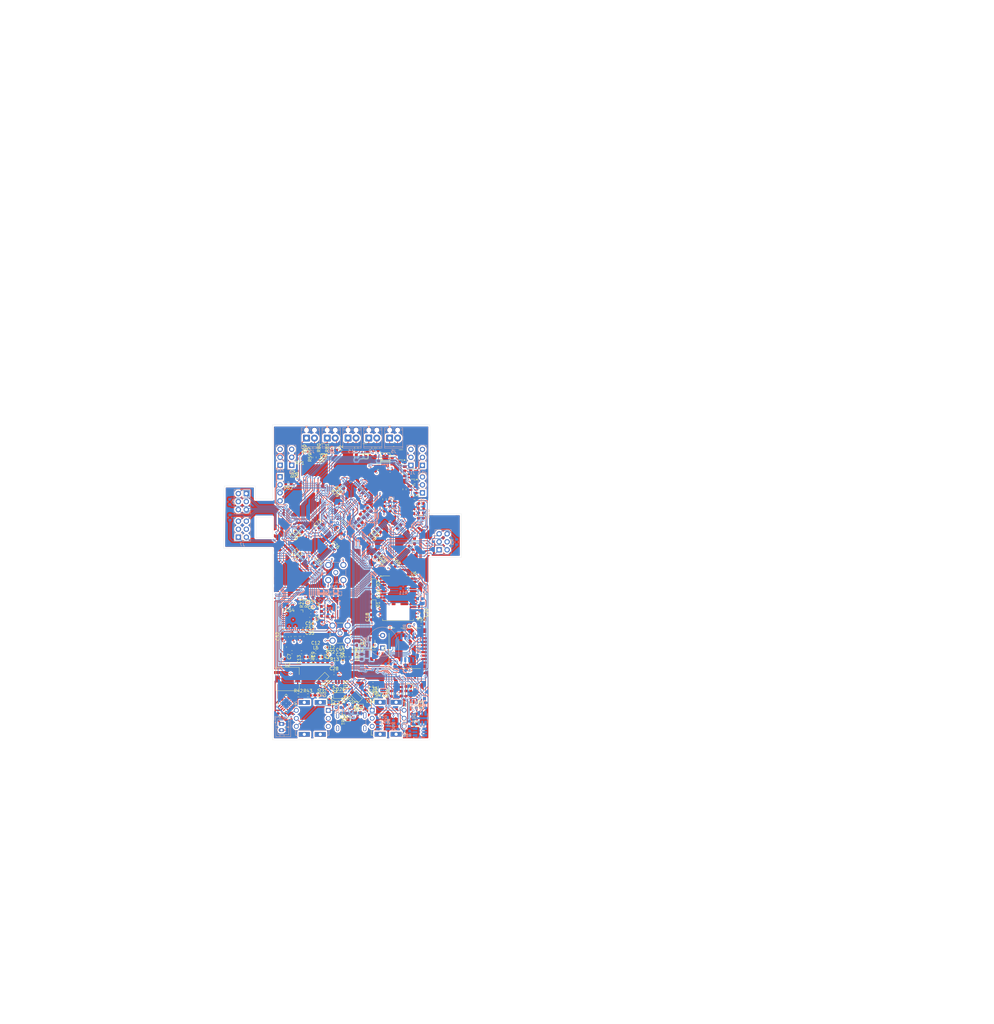
<source format=kicad_pcb>
(kicad_pcb (version 20241229) (generator "pcbnew") (generator_version "9.0")
  (layers (0 "F.Cu" signal) (4 "In1.Cu" signal) (6 "In2.Cu" signal) (2 "B.Cu" signal) (13 "F.Paste" user) (15 "B.Paste" user) (5 "F.SilkS" user "F.Silkscreen") (7 "B.SilkS" user "B.Silkscreen") (1 "F.Mask" user) (3 "B.Mask" user) (25 "Edge.Cuts" user))
  (net 0 "")
  (net 1 "Net-(1x3servo1-Pin_2)")
  (net 2 "GND")
  (net 3 "+3.3V")
  (net 4 "SERVO5")
  (net 5 "+5V")
  (net 6 "Net-(U1-XTAL32)")
  (net 7 "Net-(U1-EXTAL32)")
  (net 8 "Net-(J9-Pin_2)")
  (net 13 "mosfet1_signalfire")
  (net 17 "Net-(IC1-OUT2)")
  (net 18 "mosfet2_signalfire")
  (net 19 "Net-(IC1-OUT1)")
  (net 21 "Net-(U4-VDDCORE)")
  (net 22 "Net-(U1-VOUT3V3)")
  (net 23 "Net-(U3-VDDCORE)")
  (net 25 "Net-(U4-GNDANA)")
  (net 28 "Net-(D3-K)")
  (net 29 "Net-(D4-K)")
  (net 35 "BGM_RESET")
  (net 43 "Net-(J19-Pin_2)")
  (net 44 "Net-(J20-Pin_2)")
  (net 51 "SERVO3")
  (net 52 "Net-(J6-Pin_2)")
  (net 55 "SERVO4")
  (net 66 "SERVO2")
  (net 67 "Net-(J13-Pin_2)")
  (net 69 "Net-(J14-Pin_2)")
  (net 70 "SERVO1")
  (net 73 "RF_CS")
  (net 82 "BUZZER")
  (net 83 "nRESET DMCU-1")
  (net 84 "nRESET MMCU")
  (net 85 "nRESET DMCU-2")
  (net 86 "scl")
  (net 87 "sda")
  (net 88 "RS_GPS TMCU")
  (net 89 "D+ MMCU")
  (net 90 "D+ DMCU-1")
  (net 91 "D+ DMCU-2")
  (net 92 "D- MMCU")
  (net 93 "D- DMCU-1")
  (net 94 "D- DMCU-2")
  (net 95 "DIR1")
  (net 96 "PWM1")
  (net 97 "CS_IMU TMCU")
  (net 98 "INTERRUPT TMCU")
  (net 99 "CS_BARO TMCU")
  (net 100 "CS_SD MMCU")
  (net 101 "CS_NAND MMCU")
  (net 102 "RESETN TMCU")
  (net 103 "SPI_CLOCK TMCU")
  (net 104 "MISO TMCU")
  (net 105 "MOSI TMCU")
  (net 106 "mosfet1_signal")
  (net 107 "mosfet2_signal")
  (net 108 "mosfet3_signal")
  (net 109 "mosfet4_signal")
  (net 110 "mosfet5_signal")
  (net 111 "Net-(J15-Pin_2)")
  (net 112 "Net-(J16-Pin_2)")
  (net 113 "1B")
  (net 114 "1G")
  (net 115 "1R")
  (net 116 "2R")
  (net 117 "2G")
  (net 118 "2B")
  (net 119 "3R")
  (net 120 "3G")
  (net 121 "3B")
  (net 122 "I2C0_SCL")
  (net 123 "SWCLK DMCU-1")
  (net 124 "SWDIO DMCU-1")
  (net 125 "PTD4")
  (net 126 "I2C0_SDA")
  (net 127 "RX TMCU")
  (net 128 "PTA12")
  (net 129 "TX TMCU")
  (net 130 "SWDIO DMCU-2")
  (net 131 "SWCLK DMCU-2")
  (net 132 "NAND_MISO MMCU")
  (net 133 "NAND_MOSI MMCU")
  (net 134 "SPI0_SCK MMCU")
  (net 135 "SWCLK MMCU")
  (net 136 "SWDIO MMCU")
  (net 137 "CAM_RX")
  (net 138 "CAM_TX")
  (net 139 "BGM_INT")
  (net 140 "BGM_CS")
  (net 168 "Net-(U3-GNDANA)")
  (net 170 "SCK TMCU")
  (net 171 "RFO_HF")
  (net 172 "Net-(C8-Pad2)")
  (net 173 "Net-(C12-Pad1)")
  (net 174 "Net-(U12-RF1)")
  (net 175 "RFI_HF")
  (net 176 "Net-(D26-A)")
  (net 177 "Net-(U12-CTRL)")
  (net 178 "VR_PA")
  (net 179 "POWAAAA")
  (net 180 "Net-(J10-Pin_1)")
  (net 181 "bat")
  (net 182 "Net-(D23-K)")
  (net 183 "Net-(U9-SS{slash}TR)")
  (net 184 "Net-(U15-EN)")
  (net 185 "Net-(C41-Pad1)")
  (net 186 "Net-(U12-RF2)")
  (net 187 "Net-(C43-Pad2)")
  (net 188 "Net-(U12-RFIN)")
  (net 189 "Net-(J4-In)")
  (net 190 "Net-(D3-A)")
  (net 191 "Net-(D4-A)")
  (net 192 "Net-(D7-A)")
  (net 193 "Net-(D8-I{slash}O2)")
  (net 194 "Net-(D8-I{slash}O1)")
  (net 195 "Net-(D15-RA)")
  (net 196 "Net-(D15-BA)")
  (net 197 "Net-(D15-GA)")
  (net 198 "Net-(D16-RA)")
  (net 199 "Net-(D16-GA)")
  (net 200 "Net-(D16-BA)")
  (net 201 "Net-(D17-BA)")
  (net 202 "Net-(D17-RA)")
  (net 203 "Net-(D17-GA)")
  (net 204 "VBUS")
  (net 205 "Net-(D21-A)")
  (net 206 "Net-(D22-A)")
  (net 208 "SD_DETECT")
  (net 212 "Net-(J11-CC2)")
  (net 213 "Net-(J11-CC1)")
  (net 214 "Net-(L2-Pad2)")
  (net 215 "Net-(Q1-D)")
  (net 216 "Net-(Q1-G)")
  (net 217 "Net-(Q2-G)")
  (net 218 "Net-(Q3-D)")
  (net 219 "Net-(Q3-G)")
  (net 220 "Net-(Q4-D)")
  (net 221 "Net-(Q4-G)")
  (net 222 "Net-(Q5-G)")
  (net 223 "Net-(Q5-D)")
  (net 224 "Net-(Q6-D)")
  (net 225 "Net-(Q6-G)")
  (net 226 "Net-(Q8-G)")
  (net 227 "Net-(Q8-D)")
  (net 228 "Net-(Q9-G)")
  (net 229 "Net-(Q9-D)")
  (net 230 "Net-(U8-~{WP}{slash}IO_{2})")
  (net 231 "RXTX")
  (net 232 "Net-(U14-LBI)")
  (net 233 "Net-(U14-FB)")
  (net 234 "Net-(U9-FB)")
  (net 235 "Net-(U8-~{HOLD}{slash}~{RESET}{slash}IO_{3})")
  (net 246 "SX_XTB")
  (net 247 "SX_XTA")
  (net 248 "Net-(U6-RF_OUT)")
  (net 249 "Net-(D2-A)")
  (net 250 "Net-(U7-PA_BOOST)")
  (net 251 "Net-(D1-K)")
  (net 254 "Net-(U6-~{RESET})")
  (net 255 "Net-(U7-DIO0)")
  (net 256 "Net-(U7-DIO1)")
  (net 257 "Net-(U5-INT_DRDY)")
  (net 275 "mosfet3_signalfire")
  (net 276 "mosfet4_signalfire")
  (net 277 "Net-(BZ1--)")
  (net 278 "Net-(U11-DECOUPLE)")
  (net 279 "Net-(J25-In)")
  (net 280 "Net-(U11-ANT_OUT)")
  (footprint "Resistor_SMD:R_0603_1608Metric" (layer "F.Cu") (at 104.55 100.65 -90)
    (property "Reference" "R45" (hide yes))
    (property "Value" "100k")
  )
  (footprint "Capacitor_SMD:C_0603_1608Metric" (layer "F.Cu") (at 71.67 82.49 -90)
    (property "Reference" "C26" (hide yes))
    (property "Value" "10nF")
  )
  (footprint "LED_SMD:LED_0603_1608Metric" (layer "F.Cu") (at 110.2825 110.21 180)
    (property "Reference" "D22" (hide yes))
    (property "Value" "LED")
  )
  (footprint "Capacitor_SMD:C_0603_1608Metric" (layer "F.Cu") (at 77.08 79.99 180)
    (property "Reference" "C55")
    (property "Value" "100nF")
  )
  (footprint "Capacitor_SMD:C_0603_1608Metric" (layer "F.Cu") (at 102.61 29.89 180)
    (property "Reference" "C23" (hide yes))
    (property "Value" "100 nF")
  )
  (footprint "Capacitor_SMD:C_0603_1608Metric" (layer "F.Cu") (at 84.311992 54.411992 -45)
    (property "Reference" "C76")
    (property "Value" "100nF")
  )
  (footprint "Resistor_SMD:R_0603_1608Metric" (layer "F.Cu") (at 91.86 25.62 90)
    (property "Reference" "R58" (hide yes))
    (property "Value" "1k")
  )
  (footprint "Package_TO_SOT_SMD:SOT-23" (layer "F.Cu") (at 74.16 23.2825 -90)
    (property "Reference" "Q5")
    (property "Value" "IRLML6402")
  )
  (footprint "TestPoint:TestPoint_Pad_1.0x1.0mm" (layer "F.Cu") (at 89.23 108.77 90)
    (property "Reference" "TP12")
    (property "Value" "TestPoint")
  )
  (footprint "Capacitor_SMD:C_0603_1608Metric" (layer "F.Cu") (at 93.161992 45.731992 135)
    (property "Reference" "C66" (hide yes))
    (property "Value" "0.1uF")
  )
  (footprint "Package_TO_SOT_SMD:SOT-23" (layer "F.Cu") (at 81.3075 22.81 180)
    (property "Reference" "Q9")
    (property "Value" "IRLML6402")
  )
  (footprint "Capacitor_SMD:C_0603_1608Metric" (layer "F.Cu") (at 80.78 73.74 -90)
    (property "Reference" "C1" (hide yes))
    (property "Value" "100 nF")
  )
  (footprint "Capacitor_SMD:C_0603_1608Metric" (layer "F.Cu") (at 112.75219 74.97889 -90)
    (property "Reference" "C20")
    (property "Value" "100nF")
  )
  (footprint "Capacitor_SMD:C_0603_1608Metric" (layer "F.Cu") (at 77.335 70.09 180)
    (property "Reference" "C5")
    (property "Value" "12 pF")
  )
  (footprint "Capacitor_SMD:C_0603_1608Metric" (layer "F.Cu") (at 93.61 88.935 90)
    (property "Reference" "C60")
    (property "Value" "1.8 pF")
  )
  (footprint "Resistor_SMD:R_0603_1608Metric" (layer "F.Cu") (at 76.6675 22.8425 90)
    (property "Reference" "R66")
    (property "Value" "100")
  )
  (footprint "Crystal:Crystal_SMD_Abracon_ABM10-4Pin_2.5x2.0mm" (layer "F.Cu") (at 77.285 72.415 -90)
    (property "Reference" "Y4")
    (property "Value" "32MHz")
  )
  (footprint "Inductor_SMD:L_0603_1608Metric" (layer "F.Cu") (at 74.4525 87.49)
    (property "Reference" "L5" (hide yes))
    (property "Value" "6.8 nH")
  )
  (footprint "Resistor_SMD:R_0603_1608Metric" (layer "F.Cu") (at 107.64 100.635 90)
    (property "Reference" "R46" (hide yes))
    (property "Value" "100")
  )
  (footprint "Package_TO_SOT_SMD:SOT-23" (layer "F.Cu") (at 94.5725 22.81 180)
    (property "Reference" "Q8" (hide yes))
    (property "Value" "IRLML6402")
  )
  (footprint "Resistor_SMD:R_0603_1608Metric" (layer "F.Cu") (at 110.4 33.43)
    (property "Reference" "R64" (hide yes))
    (property "Value" "100")
  )
  (footprint "Package_TO_SOT_SMD:SOT-23-5" (layer "F.Cu") (at 110.1 104.2725 -90)
    (property "Reference" "U15")
    (property "Value" "AP2112K-3.3")
  )
  (footprint "Capacitor_SMD:C_0603_1608Metric" (layer "F.Cu") (at 103.77 59.61 -45)
    (property "Reference" "C68")
    (property "Value" "100nF")
  )
  (footprint "Capacitor_SMD:C_0603_1608Metric" (layer "F.Cu") (at 99.101992 48.811992 135)
    (property "Reference" "C70")
    (property "Value" "100nF")
  )
  (footprint "Capacitor_SMD:C_0603_1608Metric" (layer "F.Cu") (at 103.265 39.59)
    (property "Reference" "C51" (hide yes))
    (property "Value" "100nF")
  )
  (footprint "Diode_SMD:Nexperia_CFP3_SOD-123W" (layer "F.Cu") (at 96.38 101.01 180)
    (property "Reference" "D23")
    (property "Value" "PMEG6020ER")
  )
  (footprint "LED_SMD:LED_0603_1608Metric" (layer "F.Cu") (at 94.15 25.33 180)
    (property "Reference" "D3" (hide yes))
    (property "Value" "LED")
  )
  (footprint "Resistor_SMD:R_0603_1608Metric" (layer "F.Cu") (at 74.63 72.005 -90)
    (property "Reference" "R19")
    (property "Value" "10k")
  )
  (footprint "Resistor_SMD:R_0603_1608Metric" (layer "F.Cu") (at 88.06 106.89 180)
    (property "Reference" "R21")
    (property "Value" "5k1")
  )
  (footprint "Capacitor_SMD:C_0603_1608Metric" (layer "F.Cu") (at 99.601992 57.688008 -135)
    (property "Reference" "C61")
    (property "Value" "100nF")
  )
  (footprint "Inductor_SMD:L_0603_1608Metric" (layer "F.Cu") (at 91.3375 88.18)
    (property "Reference" "L9")
    (property "Value" "10 nH")
  )
  (footprint "Resistor_SMD:R_0603_1608Metric" (layer "F.Cu") (at 92.36 106.68)
    (property "Reference" "R20")
    (property "Value" "5k1")
  )
  (footprint "SMA_CONNECTOR:LPRS_SMA_CONNECTOR" (layer "F.Cu") (at 86.72 81.42 180)
    (property "Reference" "J3")
    (property "Value" "Conn_Coaxial")
  )
  (footprint "Resistor_SMD:R_0603_1608Metric" (layer "F.Cu") (at 98.97 27.54 -90)
    (property "Reference" "R25" (hide yes))
    (property "Value" "10k")
  )
  (footprint "Capacitor_SMD:C_0603_1608Metric" (layer "F.Cu") (at 98.02 49.88 135)
    (property "Reference" "C78")
    (property "Value" "100nF")
  )
  (footprint "Capacitor_SMD:C_0603_1608Metric" (layer "F.Cu") (at 81.27 88.235 -90)
    (property "Reference" "C11")
    (property "Value" "2.7 pF")
  )
  (footprint "Resistor_SMD:R_0603_1608Metric" (layer "F.Cu") (at 110.37 52.25 -90)
    (property "Reference" "R26" (hide yes))
    (property "Value" "R")
  )
  (footprint "Capacitor_SMD:C_0603_1608Metric" (layer "F.Cu") (at 106.1 100.63 90)
    (property "Reference" "C34" (hide yes))
    (property "Value" "22uF")
  )
  (footprint "Inductor_SMD:L_0603_1608Metric" (layer "F.Cu") (at 78.99 87.49)
    (property "Reference" "L6")
    (property "Value" "10 nH")
  )
  (footprint "NR01103ANG13-1C:SW_NR01103ANG13-1C" (layer "F.Cu") (at 101.99 108.4675)
    (property "Reference" "SW2")
    (property "Value" "SW_SP3T")
  )
  (footprint "TestPoint:TestPoint_Pad_1.0x1.0mm" (layer "F.Cu") (at 93.39 104.7 90)
    (property "Reference" "TP13")
    (property "Value" "TestPoint")
  )
  (footprint "Package_TO_SOT_SMD:SOT-23" (layer "F.Cu") (at 109.9225 35.95 180)
    (property "Reference" "Q4" (hide yes))
    (property "Value" "IRLML6402")
  )
  (footprint "Resistor_SMD:R_0603_1608Metric" (layer "F.Cu") (at 70.415 109)
    (property "Reference" "R41" (hide yes))
    (property "Value" "100k")
  )
  (footprint "Diode_SMD:Nexperia_CFP3_SOD-123W" (layer "F.Cu") (at 86.88 101.26)
    (property "Reference" "D26")
    (property "Value" "PMEG6020ER")
  )
  (footprint "Inductor_SMD:L_0603_1608Metric" (layer "F.Cu") (at 77.39 90.5)
    (property "Reference" "L8")
    (property "Value" "6.8 nH")
  )
  (footprint "Capacitor_SMD:C_0603_1608Metric" (layer "F.Cu") (at 97.18 99.13 180)
    (property "Reference" "C32")
    (property "Value" "10uF")
  )
  (footprint "Resistor_SMD:R_0603_1608Metric" (layer "F.Cu") (at 78.57 25.63 90)
    (property "Reference" "R59")
    (property "Value" "1k")
  )
  (footprint "Capacitor_SMD:C_0603_1608Metric" (layer "F.Cu") (at 92.09 46.81 135)
    (property "Reference" "C65" (hide yes))
    (property "Value" "0.1uF")
  )
  (footprint "Resistor_SMD:R_0603_1608Metric" (layer "F.Cu") (at 70.285 33.9375 180)
    (property "Reference" "R62")
    (property "Value" "100k")
  )
  (footprint "Diode_SMD:Nexperia_CFP3_SOD-123W" (layer "F.Cu") (at 80.939949 96.130051 -135)
    (property "Reference" "D19")
    (property "Value" "PMEG6020ER")
  )
  (footprint "Resistor_SMD:R_0603_1608Metric" (layer "F.Cu") (at 94.473363 36.386637 -135)
    (property "Reference" "R7" (hide yes))
    (property "Value" "4.7k")
  )
  (footprint "Resistor_SMD:R_0603_1608Metric" (layer "F.Cu") (at 86.196637 35.996637 135)
    (property "Reference" "R29")
    (property "Value" "R")
  )
  (footprint "Capacitor_SMD:C_0603_1608Metric" (layer "F.Cu") (at 73.021992 49.811992 135)
    (property "Reference" "C79")
    (property "Value" "100nF")
  )
  (footprint "Resistor_SMD:R_0603_1608Metric" (layer "F.Cu") (at 87.276637 34.916637 135)
    (property "Reference" "R30")
    (property "Value" "R")
  )
  (footprint "Capacitor_SMD:C_0603_1608Metric" (layer "F.Cu") (at 79.68 89.77 90)
    (property "Reference" "C41")
    (property "Value" "2.7 pF")
  )
  (footprint "Resistor_SMD:R_0603_1608Metric" (layer "F.Cu") (at 84.985 91.18)
    (property "Reference" "R13")
    (property "Value" "1k")
  )
  (footprint "Capacitor_SMD:C_0603_1608Metric" (layer "F.Cu") (at 109.17 100.64 90)
    (property "Reference" "C35" (hide yes))
    (property "Value" "1uF")
  )
  (footprint "Diode_SMD:Nexperia_CFP3_SOD-123W" (layer "F.Cu") (at 91.58 101.26 135)
    (property "Reference" "D20")
    (property "Value" "PMEG6020ER")
  )
  (footprint "Resistor_SMD:R_0603_1608Metric" (layer "F.Cu") (at 73.1 72.005 -90)
    (property "Reference" "R23")
    (property "Value" "10k")
  )
  (footprint "Capacitor_SMD:C_0603_1608Metric" (layer "F.Cu") (at 89.07 88.93 90)
    (property "Reference" "C59")
    (property "Value" "2.2 pF")
  )
  (footprint "Capacitor_SMD:C_0603_1608Metric" (layer "F.Cu") (at 110.26 107.13 180)
    (property "Reference" "C36" (hide yes))
    (property "Value" "1u")
  )
  (footprint "Capacitor_SMD:C_0603_1608Metric" (layer "F.Cu") (at 109.221992 54.381992 -45)
    (property "Reference" "C69" (hide yes))
    (property "Value" "100nF")
  )
  (footprint "Capacitor_SMD:C_0603_1608Metric" (layer "F.Cu") (at 77.085 76.92 180)
    (property "Reference" "C56")
    (property "Value" "100nF")
  )
  (footprint "Package_LGA:Texas_SIL0008D_MicroSiP-8-1EP_2.8x3mm_P0.65mm_EP1.1x1.9mm_ThermalVias" (layer "F.Cu") (at 100.46 99.6 90)
    (property "Reference" "U9")
    (property "Value" "TPS82130")
  )
  (footprint "Capacitor_SMD:C_0603_1608Metric" (layer "F.Cu") (at 96.8 76.36 90)
    (property "Reference" "C18")
    (property "Value" "4.7uF")
  )
  (footprint "Resistor_SMD:R_0603_1608Metric" (layer "F.Cu") (at 110.3 108.68 180)
    (property "Reference" "R47" (hide yes))
    (property "Value" "330")
  )
  (footprint "Package_TO_SOT_SMD:SOT-363_SC-70-6" (layer "F.Cu") (at 83.67 88.17)
    (property "Reference" "U12")
    (property "Value" "PE4259")
  )
  (footprint "Resistor_SMD:R_0603_1608Metric" (layer "F.Cu") (at 107.1975 35.745 90)
    (property "Reference" "R70" (hide yes))
    (property "Value" "100k")
  )
  (footprint "Capacitor_SMD:C_0603_1608Metric" (layer "F.Cu") (at 80.31 100.4 -90)
    (property "Reference" "C31")
    (property "Value" "100u")
  )
  (footprint "Capacitor_SMD:C_0603_1608Metric" (layer "F.Cu") (at 84.775 94.12)
    (property "Reference" "C28")
    (property "Value" "10uF")
  )
  (footprint "Capacitor_SMD:C_0603_1608Metric" (layer "F.Cu") (at 74.091992 48.721992 135)
    (property "Reference" "C75")
    (property "Value" "100nF")
  )
  (footprint "Resistor_SMD:R_0603_1608Metric" (layer "F.Cu") (at 67.61 107.49 -45)
    (property "Reference" "R40" (hide yes))
    (property "Value" "100k")
  )
  (footprint "Capacitor_SMD:C_0603_1608Metric" (layer "F.Cu") (at 96.03 42.14 135)
    (property "Reference" "C64" (hide yes))
    (property "Value" "0.1uF")
  )
  (footprint "Capacitor_SMD:C_0603_1608Metric" (layer "F.Cu") (at 75.1 89.76 90)
    (property "Reference" "C13")
    (property "Value" "2.2 pF")
  )
  (footprint "Resistor_SMD:R_0603_1608Metric" (layer "F.Cu") (at 73 30.7575 90)
    (property "Reference" "R67")
    (property "Value" "100")
  )
  (footprint "Package_TO_SOT_SMD:TSOT-23-6" (layer "F.Cu") (at 86.3425 98.01 -90)
    (property "Reference" "U13")
    (property "Value" "LTC4412xS6")
  )
  (footprint "Capacitor_SMD:C_0603_1608Metric" (layer "F.Cu") (at 97.175 97.61 180)
    (property "Reference" "C33")
    (property "Value" "3.3 nF")
  )
  (footprint "Package_TO_SOT_SMD:SOT-23" (layer "F.Cu") (at 82.82 99.5125 -90)
    (property "Reference" "Q2")
    (property "Value" "DMG2301L")
  )
  (footprint "Capacitor_SMD:C_0603_1608Metric" (layer "F.Cu") (at 73.45 56.7 45)
    (property "Reference" "C77")
    (property "Value" "100nF")
  )
  (footprint "Capacitor_SMD:C_0603_1608Metric" (layer "F.Cu") (at 94.958008 43.288008 135)
    (property "Reference" "C67" (hide yes))
    (property "Value" "4.7uF")
  )
  (footprint "Resistor_SMD:R_0603_1608Metric" (layer "F.Cu") (at 84.02 22.6 90)
    (property "Reference" "R81")
    (property "Value" "100")
  )
  (footprint "Capacitor_SMD:C_0603_1608Metric" (layer "F.Cu") (at 86.795 89.69)
    (property "Reference" "C21")
    (property "Value" "1nF")
  )
  (footprint "Resistor_SMD:R_0603_1608Metric" (layer "F.Cu") (at 86.12 103.49)
    (property "Reference" "R22" (hide yes))
    (property "Value" "330")
  )
  (footprint "Resistor_SMD:R_0603_1608Metric" (layer "F.Cu") (at 97.3 22.61 90)
    (property "Reference" "R79" (hide yes))
    (property "Value" "100")
  )
  (footprint "Resistor_SMD:R_0603_1608Metric" (layer "F.Cu") (at 106.47 27.25)
    (property "Reference" "R63" (hide yes))
    (property "Value" "100")
  )
  (footprint "Capacitor_SMD:C_0603_1608Metric" (layer "F.Cu") (at 80.76 76.775 90)
    (property "Reference" "C2")
    (property "Value" "100 nF")
  )
  (footprint "Package_DFN_QFN:QFN-28-1EP_6x6mm_P0.65mm_EP4.8x4.8mm" (layer "F.Cu") (at 71.81 77.1675 180)
    (property "Reference" "U7" (hide yes))
    (property "Value" "SX1276")
  )
  (footprint "Resistor_SMD:R_0603_1608Metric" (layer "F.Cu") (at 103.01 100.65 90)
    (property "Reference" "R44")
    (property "Value" "350k")
  )
  (footprint "Capacitor_SMD:C_0603_1608Metric" (layer "F.Cu") (at 105.41 47.59 45)
    (property "Reference" "C71" (hide yes))
    (property "Value" "100nF")
  )
  (footprint "Capacitor_SMD:C_0603_1608Metric" (layer "F.Cu") (at 77.085 78.45 180)
    (property "Reference" "C53")
    (property "Value" "100nF")
  )
  (footprint "Capacitor_SMD:C_0603_1608Metric" (layer "F.Cu") (at 68.3 82.47 90)
    (property "Reference" "C52")
    (property "Value" "100nF")
  )
  (footprint "Resistor_SMD:R_0603_1608Metric" (layer "F.Cu") (at 73.9325 25.9925 180)
    (property "Reference" "R71")
    (property "Value" "100k")
  )
  (footprint "Package_TO_SOT_SMD:SOT-23" (layer "F.Cu") (at 96.22 84.2475 90)
    (property "Reference" "Q7")
    (property "Value" "BSS138")
  )
  (footprint "Fuse:Fuse_0603_1608Metric" (layer "F.Cu") (at 98.82 22.6125 -90)
    (property "Reference" "F1" (hide yes))
    (property "Value" "Polyfuse")
  )
  (footprint "Capacitor_SMD:C_0603_1608Metric" (layer "F.Cu") (at 83.49 76.24 180)
    (property "Reference" "C3" (hide yes))
    (property "Value" "100 nF")
  )
  (footprint "Capacitor_SMD:C_0603_1608Metric" (layer "F.Cu") (at 103.76 21.58)
    (property "Reference" "C58" (hide yes))
    (property "Value" "100nF")
  )
  (footprint "Capacitor_SMD:C_0603_1608Metric" (layer "F.Cu") (at 93.711992 44.191992 135)
    (property "Reference" "C63" (hide yes))
    (property "Value" "1uF")
  )
  (footprint "Inductor_SMD:L_7.3x7.3_H4.5" (layer "F.Cu") (at 70.03 96.01)
    (property "Reference" "L2")
    (property "Value" "SLF7055T-6R8N2R8-3PF")
  )
  (footprint "Capacitor_SMD:C_0603_1608Metric" (layer "F.Cu") (at 97.49 69.015 -90)
    (property "Reference" "C19")
    (property "Value" "100nF")
  )
  (footprint "Diode_SMD:D_0603_1608Metric" (layer "F.Cu") (at 97.43 72.34 -90)
    (property "Reference" "D1")
    (property "Value" "D_Schottky")
  )
  (footprint "Resistor_SMD:R_0603_1608Metric" (layer "F.Cu") (at 92.8 85.31 180)
    (property "Reference" "R72")
    (property "Value" "2k2")
  )
  (footprint "Capacitor_SMD:C_0603_1608Metric" (layer "F.Cu") (at 74.71 82.47 -90)
    (property "Reference" "C24" (hide yes))
    (property "Value" "10nF")
  )
  (footprint "Resistor_SMD:R_0603_1608Metric" (layer "F.Cu") (at 93.403363 35.316637 -135)
    (property "Reference" "R6" (hide yes))
    (property "Value" "4.7k")
  )
  (footprint "Capacitor_SMD:C_0603_1608Metric" (layer "F.Cu") (at 81.965 90.52)
    (property "Reference" "C42")
    (property "Value" "1.8 pF")
  )
  (footprint "Inductor_SMD:L_0603_1608Metric" (layer "F.Cu") (at 69.14 85.86 -90)
    (property "Reference" "L4" (hide yes))
    (property "Value" "8.2 nH")
  )
  (footprint "Resistor_SMD:R_0603_1608Metric" (layer "F.Cu") (at 110.3625 38.44)
    (property "Reference" "R65" (hide yes))
    (property "Value" "100")
  )
  (footprint "Resistor_SMD:R_0603_1608Metric" (layer "F.Cu") (at 112.52 78.5)
    (property "Reference" "R55")
    (property "Value" "10kΩ")
  )
  (footprint "Capacitor_SMD:C_0603_1608Metric" (layer "F.Cu") (at 98.52 56.62 -135)
    (property "Reference" "C62")
    (property "Value" "100nF")
  )
  (footprint "Package_TO_SOT_SMD:SOT-23" (layer "F.Cu") (at 70.5 31.2 -90)
    (property "Reference" "Q6")
    (property "Value" "IRLML6402")
  )
  (footprint "Package_TO_SOT_SMD:SOT-23" (layer "F.Cu") (at 109.9525 30.94 180)
    (property "Reference" "Q3" (hide yes))
    (property "Value" "IRLML6402")
  )
  (footprint "Resistor_SMD:R_0603_1608Metric" (layer "F.Cu") (at 98.82 29.94)
    (property "Reference" "R24" (hide yes))
    (property "Value" "10k")
  )
  (footprint "Package_TO_SOT_SMD:SOT-143" (layer "F.Cu") (at 89.98 103.98 45)
    (property "Reference" "D8")
    (property "Value" "PRTR5V0U2X")
  )
  (footprint "Capacitor_SMD:C_0603_1608Metric" (layer "F.Cu") (at 78.98 85.97)
    (property "Reference" "C12")
    (property "Value" "1.2 pF")
  )
  (footprint "LED_SMD:LED_0603_1608Metric" (layer "F.Cu") (at 83.24 103.45 -90)
    (property "Reference" "D7")
    (property "Value" "LED")
  )
  (footprint "Package_TO_SOT_SMD:SOT-23" (layer "F.Cu") (at 106.04 24.75 180)
    (property "Reference" "Q1" (hide yes))
    (property "Value" "IRLML6402")
  )
  (footprint "Capacitor_SMD:C_0603_1608Metric" (layer "F.Cu") (at 78.87 59.67 -45)
    (property "Reference" "C74")
    (property "Value" "100nF")
  )
  (footprint "Capacitor_SMD:C_0603_1608Metric" (layer "F.Cu") (at 86.805 88.18)
    (property "Reference" "C43")
    (property "Value" "1.0 pF")
  )
  (footprint "Diode_SMD:D_0603_1608Metric" (layer "F.Cu") (at 97.491212 65.658916 -90)
    (property "Reference" "D2")
    (property "Value" "PESD5V‑S5ULC")
  )
  (footprint "A3909:MSOP10-PAD" (layer "F.Cu") (at 101.1 25.65 90)
    (property "Reference" "IC1" (hide yes))
    (property "Value" "A3909")
  )
  (footprint "U.FL-R-SMT_01_:HRS_U.FL-R-SMT_01_" (layer "F.Cu") (at 96.75 88.08)
    (property "Reference" "J4")
    (property "Value" "H9161TR-ND")
  )
  (footprint "Resistor_SMD:R_0603_1608Metric" (layer "F.Cu") (at 76.485 101.2)
    (property "Reference" "R43")
    (property "Value" "100k")
  )
  (footprint "Capacitor_SMD:C_0603_1608Metric" (layer "F.Cu") (at 77.425 74.74)
    (property "Reference" "C6")
    (property "Value" "12 pF")
  )
  (footprint "Capacitor_SMD:C_0603_1608Metric" (layer "F.Cu") (at 74.53 57.76 45)
    (property "Reference" "C72")
    (property "Value" "1uF")
  )
  (footprint "Resistor_SMD:R_0603_1608Metric" (layer "F.Cu") (at 78.58 22.59 -90)
    (property "Reference" "R80")
    (property "Value" "10k")
  )
  (footprint "Capacitor_SMD:C_0603_1608Metric" (layer "F.Cu") (at 70.82 72.75 180)
    (property "Reference" "C54")
    (property "Value" "100nF")
  )
  (footprint "RF_GPS:Quectel_L96" (layer "F.Cu") (at 105.13 70.35)
    (property "Reference" "U6")
    (property "Value" "GPS")
  )
  (footprint "LED_SMD:LED_0603_1608Metric" (layer "F.Cu") (at 80.87 25.3 180)
    (property "Reference" "D4")
    (property "Value" "LED")
  )
  (footprint "Capacitor_SMD:C_0603_1608Metric" (layer "F.Cu") (at 71.42 87.47)
    (property "Reference" "C8" (hide yes))
    (property "Value" "1.5 pF")
  )
  (footprint "Capacitor_SMD:C_0603_1608Metric" (layer "F.Cu") (at 69.13 88.88 -90)
    (property "Reference" "C7")
    (property "Value" "2.2 pF")
  )
  (footprint "Capacitor_SMD:C_0603_1608Metric" (layer "F.Cu") (at 83.68 85.95 180)
    (property "Reference" "C22")
    (property "Value" "1nF")
  )
  (footprint "Capacitor_SMD:C_0603_1608Metric" (layer "F.Cu") (at 112.4525 40.2625 180)
    (property "Reference" "C44" (hide yes))
    (property "Value" "100nF")
  )
  (footprint "Capacitor_SMD:C_0603_1608Metric" (layer "F.Cu") (at 110.1275 42.6475 -90)
    (property "Reference" "C45" (hide yes))
    (property "Value" "100nF")
  )
  (footprint "Resistor_SMD:R_0603_1608Metric" (layer "F.Cu") (at 73.445 101.19)
    (property "Reference" "R42")
    (property "Value" "430k")
  )
  (footprint "Fuse:Fuse_0603_1608Metric" (layer "F.Cu") (at 85.54 22.5975 -90)
    (property "Reference" "F2")
    (property "Value" "Polyfuse")
  )
  (footprint "Package_DFN_QFN:Texas_RSA_VQFN-16-1EP_4x4mm_P0.65mm_EP2.7x2.7mm_ThermalVias" (layer "F.Cu") (at 69.578268 103.752874 -135)
    (property "Reference" "U14" (hide yes))
    (property "Value" "TPS61092")
  )
  (footprint "Capacitor_SMD:C_0603_1608Metric" (layer "F.Cu") (at 76.72 88.235 -90)
    (property "Reference" "C9")
    (property "Value" "2.2 pF")
  )
  (footprint "Capacitor_SMD:C_0603_1608Metric" (layer "F.Cu") (at 73.19 82.475 -90)
    (property "Reference" "C25" (hide yes))
    (property "Value" "100nF")
  )
  (footprint "Resistor_SMD:R_0603_1608Metric" (layer "F.Cu") (at 103.3575 42.6975 180)
    (property "Reference" "R53" (hide yes))
    (property "Value" "10k")
  )
  (footprint "Capacitor_SMD:C_0603_1608Metric" (layer "F.Cu") (at 80.581992 47.448008 45)
    (property "Reference" "C73")
    (property "Value" "100nF")
  )
  (footprint "Capacitor_SMD:C_0603_1608Metric" (layer "F.Cu") (at 69.96 111.33 -90)
    (property "Reference" "C29" (hide yes))
    (property "Value" "10u")
  )
  (footprint "Capacitor_SMD:C_0603_1608Metric" (layer "F.Cu") (at 86.255 105.04)
    (property "Reference" "C27")
    (property "Value" "100n")
  )
  (footprint "Resistor_SMD:R_0603_1608Metric" (layer "F.Cu") (at 91.85 22.59 -90)
    (property "Reference" "R78" (hide yes))
    (property "Value" "10k")
  )
  (footprint "Resistor_SMD:R_0603_1608Metric" (layer "F.Cu") (at 112.4475 41.7975)
    (property "Reference" "R38" (hide yes))
    (property "Value" "10k")
  )
  (footprint "LED_SMD:LED_0603_1608Metric" (layer "F.Cu") (at 108.4 98.35 180)
    (property "Reference" "D21" (hide yes))
    (property "Value" "LED")
  )
  (footprint "Resistor_SMD:R_0603_1608Metric" (layer "F.Cu") (at 107.23 30.7 90)
    (property "Reference" "R69" (hide yes))
    (property "Value" "100k")
  )
  (footprint "Resistor_SMD:R_0603_1608Metric" (layer "F.Cu") (at 103.32 24.96 90)
    (property "Reference" "R68" (hide yes))
    (property "Value" "100k")
  )
  (footprint "Crystal:Crystal_AT310_D3.0mm_L10.0mm_Vertical" (layer "F.Cu") (at 85.851974 46.441974 -45)
    (property "Reference" "Y1" (hide yes))
    (property "Value" "Crystal")
  )
  (footprint "Capacitor_SMD:C_0603_1608Metric" (layer "F.Cu") (at 69.83 82.61 -90)
    (property "Reference" "C57" (hide yes))
    (property "Value" "100nF")
  )
  (footprint "Resistor_SMD:R_0603_1608Metric" (layer "F.Cu") (at 113.2075 44.0625 -90)
    (property "Reference" "R37" (hide yes))
    (property "Value" "10k")
  )
  (footprint "Resistor_SMD:R_0603_1608Metric" (layer "F.Cu") (at 111.6675 44.0675 -90)
    (property "Reference" "R27" (hide yes))
    (property "Value" "10k")
  )
  (footprint "Resistor_SMD:R_0603_1608Metric" (layer "F.Cu") (at 100.7975 41.8925 90)
    (property "Reference" "R39" (hide yes))
    (property "Value" "10k")
  )
  (footprint "Capacitor_SMD:C_0603_1608Metric" (layer "F.Cu") (at 103.29 41.11)
    (property "Reference" "C50" (hide yes))
    (property "Value" "100nF")
  )
  (footprint "Capacitor_SMD:C_0603_1608Metric" (layer "F.Cu") (at 78.77 100.37 -90)
    (property "Reference" "C30")
    (property "Value" "2u2")
  )
  (footprint "Connector_Card:microSD_HC_Hirose_DM3D-SF" (layer "F.Cu") (at 108.085 86.245 90)
    (property "Reference" "J1")
    (property "Value" "Micro_SD_Card_Det1")
  )
  (footprint "Resistor_SMD:R_0603_1608Metric" (layer "F.Cu") (at 100.8075 38.8775 -90)
    (property "Reference" "R52" (hide yes))
    (property "Value" "10k")
  )
  (footprint "Resistor_SMD:R_0603_1608Metric" (layer "B.Cu") (at 102.045 91.21)
    (property "Reference" "R56")
    (property "Value" "10k")
  )
  (footprint "Resistor_SMD:R_0603_1608Metric" (layer "B.Cu") (at 113.98 104.36 -90)
    (property "Reference" "R93")
    (property "Value" "220")
  )
  (footprint "Resistor_SMD:R_0603_1608Metric" (layer "B.Cu") (at 123.755 52.505 -90)
    (property "Reference" "R5")
    (property "Value" "10k")
  )
  (footprint "Resistor_SMD:R_0603_1608Metric" (layer "B.Cu") (at 51.71 44.71 -90)
    (property "Reference" "R3" (hide yes))
    (property "Value" "10k")
  )
  (footprint "MK20DX256VLH7:QFP50P1200X1200X160-64N" (layer "B.Cu") (at 90.188726 40.315 135)
    (property "Reference" "U1" (hide yes))
    (property "Value" "MMCU")
  )
  (footprint "Resistor_SMD:R_0603_1608Metric" (layer "B.Cu") (at 101.02 108.23)
    (property "Reference" "R92")
    (property "Value" "220")
  )
  (footprint "Capacitor_SMD:C_0603_1608Metric" (layer "B.Cu") (at 87.38 49.61 -45)
    (property "Reference" "C10")
    (property "Value" "12pF")
  )
  (footprint "Resistor_SMD:R_0603_1608Metric" (layer "B.Cu") (at 107.56 92.45 90)
    (property "Reference" "R12")
    (property "Value" "10kΩ")
  )
  (footprint "LED_SMD:LED_ROHM_SMLVN6" (layer "B.Cu") (at 112.095 112.86)
    (property "Reference" "D15" (hide yes))
    (property "Value" "SMLVN6RGB")
  )
  (footprint "Package_QFP:TQFP-64_10x10mm_P0.5mm" (layer "B.Cu") (at 77.745637 52.825 -45)
    (property "Reference" "U3")
    (property "Value" "NMCU")
  )
  (footprint "Resistor_SMD:R_0603_1608Metric" (layer "B.Cu") (at 106.795 67.24)
    (property "Reference" "R11")
    (property "Value" "10kΩ")
  )
  (footprint "Connector_USB:USB_C_Receptacle_GCT_USB4105-xx-A_16P_TopMnt_Horizontal" (layer "B.Cu") (at 90.24 110.6 180)
    (property "Reference" "J11")
    (property "Value" "USB_C_Receptacle_USB2.0_16P")
  )
  (footprint "Package_QFP:TQFP-64_10x10mm_P0.5mm" (layer "B.Cu") (at 102.691274 52.8225 -45)
    (property "Reference" "U4")
    (property "Value" "TMCU")
  )
  (footprint "Resistor_SMD:R_0603_1608Metric" (layer "B.Cu") (at 108.73 80.035 -90)
    (property "Reference" "R54")
    (property "Value" "10kΩ")
  )
  (footprint "SMA_CONNECTOR:LPRS_SMA_CONNECTOR" (layer "B.Cu") (at 85.36 62.17)
    (property "Reference" "J25")
    (property "Value" "Conn_Coaxial")
  )
  (footprint "Resistor_SMD:R_0603_1608Metric" (layer "B.Cu") (at 107.985 114.01)
    (property "Reference" "R87" (hide yes))
    (property "Value" "220")
  )
  (footprint "Package_LGA:ST_HLGA-10_2x2mm_P0.5mm_LayoutBorder3x2y" (layer "B.Cu") (at 103.0575 40.59 180)
    (property "Reference" "U5")
    (property "Value" "LPS22HB")
  )
  (footprint "Connector_PinHeader_2.54mm:PinHeader_2x03_P2.54mm_Vertical" (layer "B.Cu") (at 118.2 54.96)
    (property "Reference" "J8" (hide yes))
    (property "Value" "Conn_02x03_Counter_Clockwise")
  )
  (footprint "Resistor_SMD:R_0603_1608Metric" (layer "B.Cu") (at 82.28 68.89 90)
    (property "Reference" "R1")
    (property "Value" "10 kΩ")
  )
  (footprint "Buzzer_Beeper:MagneticBuzzer_PUI_AT-0927-TT-6-R" (layer "B.Cu") (at 100.24 86.14 90)
    (property "Reference" "BZ1")
    (property "Value" "Buzzer")
  )
  (footprint "Resistor_SMD:R_0603_1608Metric" (layer "B.Cu") (at 105.19 111.08 -90)
    (property "Reference" "R90")
    (property "Value" "220")
  )
  (footprint "NR01103ANG13-1C:SW_NR01103ANG13-1C" (layer "B.Cu") (at 77.88 108.5 180)
    (property "Reference" "SW1")
    (property "Value" "SW_SP3T")
  )
  (footprint "Resistor_SMD:R_0603_1608Metric" (layer "B.Cu") (at 108.75 110.27 -90)
    (property "Reference" "R89")
    (property "Value" "220")
  )
  (footprint "Resistor_SMD:R_0603_1608Metric" (layer "B.Cu") (at 112.44 104.36 -90)
    (property "Reference" "R94")
    (property "Value" "220")
  )
  (footprint "Connector_PinHeader_2.54mm:PinHeader_1x03_P2.54mm_Vertical" (layer "B.Cu") (at 71.34 28.11)
    (property "Reference" "J9")
    (property "Value" "1x3 servo")
  )
  (footprint "TerminalBlock_Phoenix:TerminalBlock_Phoenix_MPT-0,5-2-2.54_1x02_P2.54mm_Horizontal" (layer "B.Cu") (at 76.03 19.4925)
    (property "Reference" "J16")
    (property "Value" "arming terminal")
  )
  (footprint "TerminalBlock_Phoenix:TerminalBlock_Phoenix_MPT-0,5-2-2.54_1x02_P2.54mm_Horizontal" (layer "B.Cu") (at 95.85 19.48)
    (property "Reference" "J19")
    (property "Value" "Screw_Terminal_01x02")
  )
  (footprint "Connector_PinHeader_2.54mm:PinHeader_1x04_P2.54mm_Vertical" (layer "B.Cu") (at 67.63 31.79 180)
    (property "Reference" "J12")
    (property "Value" "Conn_01x04")
  )
  (footprint "Resistor_SMD:R_0603_1608Metric" (layer "B.Cu") (at 103.67 110.005 -90)
    (property "Reference" "R91")
    (property "Value" "220")
  )
  (footprint "Connector_JST:JST_PH_B2B-PH-K_1x02_P2.00mm_Vertical" (layer "B.Cu") (at 68.1 110.26 -90)
    (property "Reference" "J10" (hide yes))
    (property "Value" "Conn_01x02_Pin")
  )
  (footprint "LED_SMD:LED_ROHM_SMLVN6" (layer "B.Cu") (at 100.335 110.82 180)
    (property "Reference" "D16")
    (property "Value" "SMLVN6RGB")
  )
  (footprint "Inductor_SMD:L_0603_1608Metric" (layer "B.Cu") (at 112.09 70.5 180)
    (property "Reference" "L1")
    (property "Value" "47 nH")
  )
  (footprint "Resistor_SMD:R_0603_1608Metric" (layer "B.Cu") (at 51.645 39.74 90)
    (property "Reference" "R4")
    (property "Value" "10k")
  )
  (footprint "Connector_PinHeader_2.54mm:PinHeader_1x03_P2.54mm_Vertical" (layer "B.Cu") (at 67.65 28.12)
    (property "Reference" "1x3servo1" (hide yes))
    (property "Value" "Conn_01x03")
  )
  (footprint "Package_SO:SOIC-8_5.3x5.3mm_P1.27mm" (layer "B.Cu") (at 108.085 86.245 90)
    (property "Reference" "U8")
    (property "Value" "NAND")
  )
  (footprint "TerminalBlock_Phoenix:TerminalBlock_Phoenix_MPT-0,5-2-2.54_1x02_P2.54mm_Horizontal" (layer "B.Cu") (at 89.25 19.47)
    (property "Reference" "J15")
    (property "Value" "arming terminal")
  )
  (footprint "TerminalBlock_Phoenix:TerminalBlock_Phoenix_MPT-0,5-2-2.54_1x02_P2.54mm_Horizontal" (layer "B.Cu") (at 102.47 19.48)
    (property "Reference" "J5")
    (property "Value" "Screw_Term")
  )
  (footprint "Resistor_SMD:R_0603_1608Metric" (layer "B.Cu") (at 80.75 68.88 90)
    (property "Reference" "R2")
    (property "Value" "10 kΩ")
  )
  (footprint "Capacitor_SMD:C_0603_1608Metric" (layer "B.Cu") (at 86.095 66.59 180)
    (property "Reference" "C4")
    (property "Value" "1.2 pF")
  )
  (footprint "LED_SMD:LED_ROHM_SMLVN6" (layer "B.Cu") (at 112.8375 108.45 -90)
    (property "Reference" "D17")
    (property "Value" "SMLVN6RGB")
  )
  (footprint "Connector_PinHeader_2.54mm:PinHeader_1x03_P2.54mm_Vertical" (layer "B.Cu") (at 112.91 36.89)
    (property "Reference" "J6")
    (property "Value" "1x3 servo")
  )
  (footprint "Package_LGA:LGA-14_3x2.5mm_P0.5mm_LayoutBorder3x4y" (layer "B.Cu") (at 112.44 43.5275 90)
    (property "Reference" "U10")
    (property "Value" "LSM6DS3")
  )
  (footprint "Connector_PinHeader_2.54mm:PinHeader_1x03_P2.54mm_Vertical" (layer "B.Cu") (at 112.9 28.15)
    (property "Reference" "J13")
    (property "Value" "1x3 servo")
  )
  (footprint "Resistor_SMD:R_0603_1608Metric" (layer "B.Cu") (at 107.985 112.49)
    (property "Reference" "R88")
    (property "Value" "220")
  )
  (footprint "Inductor_SMD:L_0603_1608Metric" (layer "B.Cu") (at 85.36 68.89 90)
    (property "Reference" "L3")
    (property "Value" "3.9 nH")
  )
  (footprint "TerminalBlock_Phoenix:TerminalBlock_Phoenix_MPT-0,5-2-2.54_1x02_P2.54mm_Horizontal" (layer "B.Cu") (at 82.63 19.49)
    (property "Reference" "J20")
    (property "Value" "Screw_Terminal_01x02")
  )
  (footprint "Capacitor_SMD:C_0603_1608Metric" (layer "B.Cu") (at 86.255 105.04)
    (property "Reference" "C16")
    (property "Value" "4n7")
  )
  (footprint "KiCADv6:BGM220SC12WGA2R" (layer "B.Cu") (at 83.14 73.78 180)
    (property "Reference" "U11")
    (property "Value" "BGM220SC12WGA2R")
  )
  (footprint "Connector_PinHeader_2.54mm:PinHeader_2x03_P2.54mm_Vertical" (layer "B.Cu") (at 56.9 37.11 180)
    (property "Reference" "J2" (hide yes))
    (property "Value" "Conn_02x03_Counter_Clockwise")
  )
  (footprint "Resistor_SMD:R_0603_1608Metric" (layer "B.Cu") (at 110.93 104.355 -90)
    (property "Reference" "R95")
    (property "Value" "220")
  )
  (footprint "Connector_PinHeader_2.54mm:PinHeader_1x03_P2.54mm_Vertical" (layer "B.Cu") (at 109.24 28.14)
    (property "Reference" "J14")
    (property "Value" "1x3 servo")
  )
  (footprint "Capacitor_SMD:C_0603_1608Metric" (layer "B.Cu") (at 84.421992 46.671992 135)
    (property "Reference" "C17" (hide yes))
    (property "Value" "12pF")
  )
  (footprint "Connector_PinHeader_2.54mm:PinHeader_2x03_P2.54mm_Vertical" (layer "B.Cu") (at 54.38 50.96)
    (property "Reference" "J7")
    (property "Value" "Conn_02x03_Counter_Clockwise")
  )
  (gr_line (start 65.238726 15.315) (end 115.238726 15.315) (stroke (width 0.05)) (layer "Edge.Cuts"))
  (gr_line (start 59.95 51.12) (end 59.95 44.55) (stroke (width 0.05)) (layer "Edge.Cuts"))
  (gr_line (start 65.192727 44.55) (end 65.19 51.12) (stroke (width 0.05)) (layer "Edge.Cuts"))
  (gr_line (start 65.24 54.5) (end 65.238726 115.315) (stroke (width 0.05)) (layer "Edge.Cuts"))
  (gr_line (start 115.27 115.315) (end 115.27 57.36) (stroke (width 0.05)) (layer "Edge.Cuts"))
  (gr_line (start 65.240277 38.92) (end 65.238726 15.315) (stroke (width 0.05)) (layer "Edge.Cuts"))
  (gr_line (start 125.25 43.501667) (end 125.25 57.36) (stroke (width 0.05)) (layer "Edge.Cuts"))
  (gr_line (start 65.24 54.5) (end 49.7 54.5) (stroke (width 0.05)) (layer "Edge.Cuts"))
  (gr_line (start 65.238726 115.315) (end 115.27 115.315) (stroke (width 0.05)) (layer "Edge.Cuts"))
  (gr_line (start 59.95 44.55) (end 65.192727 44.55) (stroke (width 0.05)) (layer "Edge.Cuts"))
  (gr_line (start 115.238726 15.315) (end 115.22 43.501667) (stroke (width 0.05)) (layer "Edge.Cuts"))
  (gr_line (start 59.79 34.705) (end 59.79 38.924813) (stroke (width 0.05)) (layer "Edge.Cuts"))
  (gr_line (start 59.79 38.924813) (end 65.240277 38.92) (stroke (width 0.05)) (layer "Edge.Cuts"))
  (gr_line (start 59.79 34.705) (end 49.90009 34.7) (stroke (width 0.05)) (layer "Edge.Cuts"))
  (gr_line (start 49.90009 34.7) (end 49.7 54.5) (stroke (width 0.05)) (layer "Edge.Cuts"))
  (gr_line (start 125.25 57.36) (end 115.27 57.36) (stroke (width 0.05)) (layer "Edge.Cuts"))
  (gr_line (start 65.19 51.12) (end 59.95 51.12) (stroke (width 0.05)) (layer "Edge.Cuts"))
  (gr_line (start 115.22 43.501667) (end 125.25 43.501667) (stroke (width 0.05)) (layer "Edge.Cuts"))
  (gr_text "NMCU" (at 116.5 46 0) (layer "F.Cu") (effects (font (size 1.5 1.5) (thickness 0.3) (bold yes)) (justify left bottom)))
  (segment (start 69.55 27.48) (end 67.65 25.58) (width 0.2) (layer "F.Cu") (net 1))
  (segment (start 69.55 30.2625) (end 69.55 27.48) (width 0.2) (layer "F.Cu") (net 1))
  (segment (start 85.3925 96.8725) (end 85.3925 97.098063) (width 0.2) (layer "F.Cu") (net 2))
  (segment (start 111.089879 109.655) (end 111.089879 110.190121) (width 0.2) (layer "F.Cu") (net 2))
  (segment (start 85.54 23.385) (end 85.755 23.385) (width 0.2) (layer "F.Cu") (net 2))
  (segment (start 74.63 70.38) (end 74.49 70.24) (width 0.2) (layer "F.Cu") (net 2))
  (segment (start 98.08 68.15) (end 100.33 68.15) (width 0.2) (layer "F.Cu") (net 2))
  (segment (start 72.46 80.155) (end 72.46 79.24) (width 0.2) (layer "F.Cu") (net 2))
  (segment (start 89.07 89.705) (end 89.72902 89.705) (width 0.2) (layer "F.Cu") (net 2))
  (segment (start 68.849627 84.135159) (end 68.415159 84.135159) (width 0.2) (layer "F.Cu") (net 2))
  (segment (start 75.1 88.985) (end 75.865 88.985) (width 0.2) (layer "F.Cu") (net 2))
  (segment (start 97.995 29.94) (end 97.995 30.175) (width 0.2) (layer "F.Cu") (net 2))
  (segment (start 102.49 39.59) (end 102.49 39.18) (width 0.2) (layer "F.Cu") (net 2))
  (segment (start 87.235 106.89) (end 86.525 106.89) (width 0.2) (layer "F.Cu") (net 2))
  (segment (start 79.15 74.74) (end 79.21 74.8) (width 0.2) (layer "F.Cu") (net 2))
  (segment (start 80.121973 48.680897) (end 80.033984 48.592908) (width 0.2) (layer "F.Cu") (net 2))
  (segment (start 93.61 89.71) (end 91.02598 89.71) (width 0.2) (layer "F.Cu") (net 2))
  (segment (start 82.1 85.95) (end 82.04 86.01) (width 0.2) (layer "F.Cu") (net 2))
  (segment (start 110.8 72.15) (end 111.3 71.65) (width 0.2) (layer "F.Cu") (net 2))
  (segment (start 113.2275 40.2625) (end 112.6575 40.2625) (width 0.2) (layer "F.Cu") (net 2))
  (segment (start 99.954512 56.358588) (end 99.954512 56.944512) (width 0.2) (layer "F.Cu") (net 2))
  (segment (start 82.96 66.49) (end 82.88 66.57) (width 0.2) (layer "F.Cu") (net 2))
  (segment (start 80.445 88.995) (end 80.52 89.07) (width 0.2) (layer "F.Cu") (net 2))
  (segment (start 110.1 103.743173) (end 109.643331 104.199842) (width 0.2) (layer "F.Cu") (net 2))
  (segment (start 96.8 77.135) (end 96.8 78.27) (width 0.2) (layer "F.Cu") (net 2))
  (segment (start 110.1275 41.8725) (end 110.1275 41.968497) (width 0.2) (layer "F.Cu") (net 2))
  (segment (start 84.32 83.82) (end 82.07 83.82) (width 0.2) (layer "F.Cu") (net 2))
  (segment (start 75.865 88.985) (end 75.93 89.05) (width 0.2) (layer "F.Cu") (net 2))
  (segment (start 96.405 99.13) (end 96.01 99.13) (width 0.2) (layer "F.Cu") (net 2))
  (segment (start 108.7 53.86) (end 108.673984 53.833984) (width 0.2) (layer "F.Cu") (net 2))
  (segment (start 100.33 74.15) (end 99.44 74.15) (width 0.2) (layer "F.Cu") (net 2))
  (segment (start 103.221992 58.736264) (end 103.575265 58.382991) (width 0.2) (layer "F.Cu") (net 2))
  (segment (start 100.33 75.15) (end 99.5 75.15) (width 0.2) (layer "F.Cu") (net 2))
  (segment (start 109.93 76.3) (end 110.57 76.3) (width 0.2) (layer "F.Cu") (net 2))
  (segment (start 89.12 85.61) (end 88.99 85.74) (width 0.2) (layer "F.Cu") (net 2))
  (segment (start 76.46 71.77) (end 76.49 71.74) (width 0.2) (layer "F.Cu") (net 2))
  (segment (start 99.068008 56.071992) (end 99.667916 56.071992) (width 0.2) (layer "F.Cu") (net 2))
  (segment (start 70.51 80.155) (end 70.51 79.18) (width 0.2) (layer "F.Cu") (net 2))
  (segment (start 68.420381 102.594987) (end 68.800451 102.975057) (width 0.2) (layer "F.Cu") (net 2))
  (segment (start 99.46 73.15) (end 98.95 73.66) (width 0.2) (layer "F.Cu") (net 2))
  (segment (start 73.57 50.36) (end 73.945468 50.36) (width 0.2) (layer "F.Cu") (net 2))
  (segment (start 87.57 90.62) (end 87.58 90.63) (width 0.2) (layer "F.Cu") (net 2))
  (segment (start 86.3425 96.8725) (end 86.3425 97.168739) (width 0.2) (layer "F.Cu") (net 2))
  (segment (start 104.55 101.475) (end 104.55 101.37) (width 0.2) (layer "F.Cu") (net 2))
  (segment (start 68.8225 75.2175) (end 69.5975 75.2175) (width 0.2) (layer "F.Cu") (net 2))
  (segment (start 107.13 62.596986) (end 107.13 63.35) (width 0.2) (layer "F.Cu") (net 2))
  (segment (start 93.745 106.68) (end 94.56 107.495) (width 0.2) (layer "F.Cu") (net 2))
  (segment (start 71.595 72.645) (end 71.595 72.75) (width 0.2) (layer "F.Cu") (net 2))
  (segment (start 90.53 85.31) (end 90.38 85.16) (width 0.2) (layer "F.Cu") (net 2))
  (segment (start 78.51 76.92) (end 78.64 77.05) (width 0.2) (layer "F.Cu") (net 2))
  (segment (start 71.24 108.16) (end 71.14 108.06) (width 0.2) (layer "F.Cu") (net 2))
  (segment (start 98.225 88.08) (end 98.93 88.08) (width 0.2) (layer "F.Cu") (net 2))
  (segment (start 74.64 49.665468) (end 74.327434 49.978034) (width 0.2) (layer "F.Cu") (net 2))
  (segment (start 94.77 41.69) (end 95.049947 41.969947) (width 0.2) (layer "F.Cu") (net 2))
  (segment (start 95.049947 42.100053) (end 94.41 42.74) (width 0.2) (layer "F.Cu") (net 2))
  (segment (start 99.211992 50.428008) (end 99.41 50.23) (width 0.2) (layer "F.Cu") (net 2))
  (segment (start 97.995 30.175) (end 98.33 30.51) (width 0.2) (layer "F.Cu") (net 2))
  (segment (start 68.849627 84.135159) (end 69.599786 83.385) (width 0.2) (layer "F.Cu") (net 2))
  (segment (start 110.8 71.15) (end 111.3 71.65) (width 0.2) (layer "F.Cu") (net 2))
  (segment (start 83.202984 88.17) (end 83.215702 88.182718) (width 0.2) (layer "F.Cu") (net 2))
  (segment (start 82.96 59.77) (end 84.11 58.62) (width 0.2) (layer "F.Cu") (net 2))
  (segment (start 83.24 102.01) (end 83.24 102.6625) (width 0.2) (layer "F.Cu") (net 2))
  (segment (start 77.95 101.2) (end 77.97 101.22) (width 0.2) (layer "F.Cu") (net 2))
  (segment (start 95.357157 41.69) (end 95.455165 41.591992) (width 0.2) (layer "F.Cu") (net 2))
  (segment (start 82.905 85.95) (end 82.1 85.95) (width 0.2) (layer "F.Cu") (net 2))
  (segment (start 99.954512 56.944512) (end 100.15 57.14) (width 0.2) (layer "F.Cu") (net 2))
  (segment (start 112.68 88.57) (end 112.56 88.69) (width 0.2) (layer "F.Cu") (net 2))
  (segment (start 85.55 94.12) (end 86.15 94.12) (width 0.2) (layer "F.Cu") (net 2))
  (segment (start 79.605 101.145) (end 79.64 101.18) (width 0.2) (layer "F.Cu") (net 2))
  (segment (start 74.64 49.27) (end 74.64 49.665468) (width 0.2) (layer "F.Cu") (net 2))
  (segment (start 94.77 41.69) (end 95.357157 41.69) (width 0.2) (layer "F.Cu") (net 2))
  (segment (start 68.88 101.675748) (end 69.056777 101.675748) (width 0.2) (layer "F.Cu") (net 2))
  (segment (start 96.31 97.61) (end 95.4 98.52) (width 0.2) (layer "F.Cu") (net 2))
  (segment (start 77.86 78.45) (end 78.56 78.45) (width 0.2) (layer "F.Cu") (net 2))
  (segment (start 67.960761 102.594987) (end 68.420381 102.594987) (width 0.2) (layer "F.Cu") (net 2))
  (segment (start 91.181965 45.980385) (end 91.817583 45.980385) (width 0.2) (layer "F.Cu") (net 2))
  (segment (start 100.156754 72.976754) (end 100.33 73.15) (width 0.2) (layer "F.Cu") (net 2))
  (segment (start 93.185 106.68) (end 93.745 106.68) (width 0.2) (layer "F.Cu") (net 2))
  (segment (start 82.72 88.17) (end 83.202984 88.17) (width 0.2) (layer "F.Cu") (net 2))
  (segment (start 109.93 72.15) (end 110.8 72.15) (width 0.2) (layer "F.Cu") (net 2))
  (segment (start 80.033984 48.592908) (end 80.033984 47.996016) (width 0.2) (layer "F.Cu") (net 2))
  (segment (start 101.46 68.15) (end 101.81 67.8) (width 0.2) (layer "F.Cu") (net 2))
  (segment (start 80.76 77.92) (end 81.19 78.35) (width 0.2) (layer "F.Cu") (net 2))
  (segment (start 97.785 85.185) (end 97.88 85.28) (width 0.2) (layer "F.Cu") (net 2))
  (segment (start 103.385 29.89) (end 103.385 29.185) (width 0.2) (layer "F.Cu") (net 2))
  (segment (start 100.785 101.235) (end 100.8 101.25) (width 0.2) (layer "F.Cu") (net 2))
  (segment (start 74.71 83.32) (end 73.93 84.1) (width 0.2) (layer "F.Cu") (net 2))
  (segment (start 97.491212 64.871416) (end 97.491212 65.064226) (width 0.2) (layer "F.Cu") (net 2))
  (segment (start 100.33 67.15) (end 101.16 67.15) (width 0.2) (layer "F.Cu") (net 2))
  (segment (start 86.3425 97.168739) (end 85.902838 97.608401) (width 0.2) (layer "F.Cu") (net 2))
  (segment (start 74.71 83.245) (end 74.71 83.32) (width 0.2) (layer "F.Cu") (net 2))
  (segment (start 99.667916 56.071992) (end 99.954512 56.358588) (width 0.2) (layer "F.Cu") (net 2))
  (segment (start 84.265 76.24) (end 84.265 75.465) (width 0.2) (layer "F.Cu") (net 2))
  (segment (start 91.975 85.31) (end 90.53 85.31) (width 0.2) (layer "F.Cu") (net 2))
  (segment (start 104.55 101.37) (end 105.38 100.54) (width 0.2) (layer "F.Cu") (net 2))
  (segment (start 98.568008 50.428008) (end 99.211992 50.428008) (width 0.2) (layer "F.Cu") (net 2))
  (segment (start 69.805 112.26) (end 69.96 112.105) (width 0.2) (layer "F.Cu") (net 2))
  (segment (start 83.04 77.74) (end 82.49 77.74) (width 0.2) (layer "F.Cu") (net 2))
  (segment (start 103.385 29.185) (end 103.16 28.96) (width 0.2) (layer "F.Cu") (net 2))
  (segment (start 87.76 64.57) (end 87.76 66.46) (width 0.2) (layer "F.Cu") (net 2))
  (segment (start 103.431 61.974) (end 102.197 60.74) (width 0.2) (layer "F.Cu") (net 2))
  (segment (start 101.6 28.5) (end 102 28.9) (width 0.2) (layer "F.Cu") (net 2))
  (segment (start 106.507014 61.974) (end 107.13 62.596986) (width 0.2) (layer "F.Cu") (net 2))
  (segment (start 87.76 59.77) (end 87.76 58.25) (width 0.2) (layer "F.Cu") (net 2))
  (segment (start 100.33 73.15) (end 99.46 73.15) (width 0.2) (layer "F.Cu") (net 2))
  (segment (start 98.97 26.715) (end 98.97 25.073582) (width 0.2) (layer "F.Cu") (net 2))
  (segment (start 101.1 24.913582) (end 101.1 25.65) (width 0.2) (layer "F.Cu") (net 2))
  (segment (start 101.1 24.913582) (end 101.1 23.35) (width 0.2) (layer "F.Cu") (net 2))
  (segment (start 102.635 80.67) (end 102.635 79.725) (width 0.2) (layer "F.Cu") (net 2))
  (segment (start 97.491212 65.064226) (end 99.576986 67.15) (width 0.2) (layer "F.Cu") (net 2))
  (segment (start 104.861992 48.138008) (end 104.861992 48.499504) (width 0.2) (layer "F.Cu") (net 2))
  (segment (start 73.945468 50.36) (end 74.327434 49.978034) (width 0.2) (layer "F.Cu") (net 2))
  (segment (start 103.13 63.35) (end 103.13 62.275) (width 0.2) (layer "F.Cu") (net 2))
  (segment (start 84.265 75.465) (end 84.49 75.24) (width 0.2) (layer "F.Cu") (net 2))
  (segment (start 109.17 99.865) (end 109.17 99.3) (width 0.2) (layer "F.Cu") (net 2))
  (segment (start 110.1275 41.968497) (end 110.706692 42.547689) (width 0.2) (layer "F.Cu") (net 2))
  (segment (start 103.13 62.275) (end 103.431 61.974) (width 0.2) (layer "F.Cu") (net 2))
  (segment (start 87.57 89.69) (end 87.57 90.62) (width 0.2) (layer "F.Cu") (net 2))
  (segment (start 104.64 41.86) (end 103.265 41.86) (width 0.2) (layer "F.Cu") (net 2))
  (segment (start 85.755 23.385) (end 86.2 22.94) (width 0.2) (layer "F.Cu") (net 2))
  (segment (start 78.045 101.145) (end 77.97 101.22) (width 0.2) (layer "F.Cu") (net 2))
  (segment (start 99.69 76.3) (end 99.02 75.63) (width 0.2) (layer "F.Cu") (net 2))
  (segment (start 82.96 64.57) (end 82.96 66.49) (width 0.2) (layer "F.Cu") (net 2))
  (segment (start 101.16 67.15) (end 101.81 67.8) (width 0.2) (layer "F.Cu") (net 2))
  (segment (start 111.49 75.15) (end 109.93 75.15) (width 0.2) (layer "F.Cu") (net 2))
  (segment (start 79.645 101.175) (end 79.64 101.18) (width 0.2) (layer "F.Cu") (net 2))
  (segment (start 102.197 60.74) (end 101.99 60.74) (width 0.2) (layer "F.Cu") (net 2))
  (segment (start 71.67 83.265) (end 71.67 83.83) (width 0.2) (layer "F.Cu") (net 2))
  (segment (start 106.065 99.855) (end 105.38 100.54) (width 0.2) (layer "F.Cu") (net 2))
  (segment (start 97.49 68.24) (end 97.99 68.24) (width 0.2) (layer "F.Cu") (net 2))
  (segment (start 76.72 89.01) (end 75.97 89.01) (width 0.2) (layer "F.Cu") (net 2))
  (segment (start 93.68 42.74) (end 93.47 42.95) (width 0.2) (layer "F.Cu") (net 2))
  (segment (start 109.1875 99.2775) (end 109.19 99.28) (width 0.2) (layer "F.Cu") (net 2))
  (segment (start 97.99 68.24) (end 98.08 68.15) (width 0.2) (layer "F.Cu") (net 2))
  (segment (start 86.15 94.12) (end 86.52 94.49) (width 0.2) (layer "F.Cu") (net 2))
  (segment (start 73.2 57.546016) (end 72.901992 57.248008) (width 0.2) (layer "F.Cu") (net 2))
  (segment (start 99.65 49.99) (end 99.41 50.23) (width 0.2) (layer "F.Cu") (net 2))
  (segment (start 68.768349 89.655) (end 68.653349 89.54) (width 0.2) (layer "F.Cu") (net 2))
  (segment (start 109.69 53.86) (end 108.7 53.86) (width 0.2) (layer "F.Cu") (net 2))
  (segment (start 89.12 83.82) (end 89.12 85.61) (width 0.2) (layer "F.Cu") (net 2))
  (segment (start 69.13 89.655) (end 68.768349 89.655) (width 0.2) (layer "F.Cu") (net 2))
  (segment (start 95.455165 41.591992) (end 95.481992 41.591992) (width 0.2) (layer "F.Cu") (net 2))
  (segment (start 78.321992 59.121992) (end 78.321992 58.769086) (width 0.2) (layer "F.Cu") (net 2))
  (segment (start 99.576986 67.15) (end 100.33 67.15) (width 0.2) (layer "F.Cu") (net 2))
  (segment (start 99.5 75.15) (end 99.02 75.63) (width 0.2) (layer "F.Cu") (net 2))
  (segment (start 78.11 73.05) (end 78.17 73.11) (width 0.2) (layer "F.Cu") (net 2))
  (segment (start 69.5975 75.2175) (end 69.71 75.33) (width 0.2) (layer "F.Cu") (net 2))
  (segment (start 76.56 70.09) (end 75.67 70.09) (width 0.2) (layer "F.Cu") (net 2))
  (segment (start 73.1 71.18) (end 73.1 70.63) (width 0.2) (layer "F.Cu") (net 2))
  (segment (start 106.1 99.855) (end 106.065 99.855) (width 0.2) (layer "F.Cu") (net 2))
  (segment (start 81.34 72.75) (end 80.995 72.75) (width 0.2) (layer "F.Cu") (net 2))
  (segment (start 78.2 74.74) (end 79.15 74.74) (width 0.2) (layer "F.Cu") (net 2))
  (segment (start 98.79 23.43) (end 98.82 23.4) (width 0.2) (layer "F.Cu") (net 2))
  (segment (start 97.17 85.185) (end 97.785 85.185) (width 0.2) (layer "F.Cu") (net 2))
  (segment (start 99.44 74.15) (end 98.95 73.66) (width 0.2) (layer "F.Cu") (net 2))
  (segment (start 80.31 101.175) (end 79.645 101.175) (width 0.2) (layer "F.Cu") (net 2))
  (segment (start 86.525 106.89) (end 85.92 107.495) (width 0.2) (layer "F.Cu") (net 2))
  (segment (start 111.51641 69.15) (end 109.93 69.15) (width 0.2) (layer "F.Cu") (net 2))
  (segment (start 69.599786 83.385) (end 69.83 83.385) (width 0.2) (layer "F.Cu") (net 2))
  (segment (start 91.817583 45.980385) (end 92.613984 45.183984) (width 0.2) (layer "F.Cu") (net 2))
  (segment (start 74.63 71.18) (end 74.63 70.38) (width 0.2) (layer "F.Cu") (net 2))
  (segment (start 109.1875 98.35) (end 109.1875 99.2775) (width 0.2) (layer "F.Cu") (net 2))
  (segment (start 91.02598 89.71) (end 90.38 90.35598) (width 0.2) (layer "F.Cu") (net 2))
  (segment (start 78.56 78.45) (end 78.65 78.54) (width 0.2) (layer "F.Cu") (net 2))
  (segment (start 71.67 83.83) (end 72.06 84.22) (width 0.2) (layer "F.Cu") (net 2))
  (segment (start 98.97 25.073582) (end 99.13 24.913582) (width 0.2) (layer "F.Cu") (net 2))
  (segment (start 77.855 79.99) (end 78.64 79.99) (width 0.2) (layer "F.Cu") (net 2))
  (segment (start 80.995 72.75) (end 80.78 72.965) (width 0.2) (layer "F.Cu") (net 2))
  (segment (start 109.93 68.15) (end 111.4 68.15) (width 0.2) (layer "F.Cu") (net 2))
  (segment (start 80.76 77.55) (end 80.76 77.92) (width 0.2) (layer "F.Cu") (net 2))
  (segment (start 100.33 68.15) (end 101.46 68.15) (width 0.2) (layer "F.Cu") (net 2))
  (segment (start 79.68 88.995) (end 80.445 88.995) (width 0.2) (layer "F.Cu") (net 2))
  (segment (start 94.41 42.74) (end 93.68 42.74) (width 0.2) (layer "F.Cu") (net 2))
  (segment (start 101.6 27.95) (end 101.6 28.5) (width 0.2) (layer "F.Cu") (net 2))
  (segment (start 103.265 41.86) (end 102.515 41.11) (width 0.2) (layer "F.Cu") (net 2))
  (segment (start 72.46 79.24) (end 72.49 79.21) (width 0.2) (layer "F.Cu") (net 2))
  (segment (start 77.86 76.92) (end 78.51 76.92) (width 0.2) (layer "F.Cu") (net 2))
  (segment (start 70.276536 105.83) (end 70.099759 105.83) (width 0.2) (layer "F.Cu") (net 2))
  (segment (start 96.01 99.13) (end 95.4 98.52) (width 0.2) (layer "F.Cu") (net 2))
  (segment (start 102.1 28.8) (end 102 28.9) (width 0.2) (layer "F.Cu") (net 2))
  (segment (start 89.12 79.02) (end 89.12 77.61) (width 0.2) (layer "F.Cu") (net 2))
  (segment (start 83.45 101.8) (end 83.24 102.01) (width 0.2) (layer "F.Cu") (net 2))
  (segment (start 70.099759 105.83) (end 69.578268 105.308509) (width 0.2) (layer "F.Cu") (net 2))
  (segment (start 111.4 68.15) (end 111.49 68.24) (width 0.2) (layer "F.Cu") (net 2))
  (segment (start 69.056777 101.675748) (end 69.578268 102.197239) (width 0.2) (layer "F.Cu") (net 2))
  (segment (start 71.24 109) (end 71.24 108.16) (width 0.2) (layer "F.Cu") (net 2))
  (segment (start 112.6575 40.2625) (end 112.6275 40.2325) (width 0.2) (layer "F.Cu") (net 2))
  (segment (start 104.861992 48.499504) (end 105.066975 48.704487) (width 0.2) (layer "F.Cu") (net 2))
  (segment (start 96.8 78.27) (end 96.88 78.35) (width 0.2) (layer "F.Cu") (net 2))
  (segment (start 89.72902 89.705) (end 90.38 90.35598) (width 0.2) (layer "F.Cu") (net 2))
  (segment (start 109.485 107.13) (end 109.485 106.615) (width 0.2) (layer "F.Cu") (net 2))
  (segment (start 113.435 88.57) (end 112.68 88.57) (width 0.2) (layer "F.Cu") (net 2))
  (segment (start 100.785 100.6625) (end 100.785 101.235) (width 0.2) (layer "F.Cu") (net 2))
  (segment (start 68.3 84.02) (end 68.3 83.245) (width 0.2) (layer "F.Cu") (net 2))
  (segment (start 73.19 83.25) (end 73.19 83.36) (width 0.2) (layer "F.Cu") (net 2))
  (segment (start 68.1 112.26) (end 69.805 112.26) (width 0.2) (layer "F.Cu") (net 2))
  (segment (start 102.635 79.725) (end 102.59 79.68) (width 0.2) (layer "F.Cu") (net 2))
  (segment (start 110.1 103.135) (end 110.1 103.743173) (width 0.2) (layer "F.Cu") (net 2))
  (segment (start 78.11 73.04) (end 78.11 73.05) (width 0.2) (layer "F.Cu") (net 2))
  (segment (start 81.27 89.01) (end 80.58 89.01) (width 0.2) (layer "F.Cu") (net 2))
  (segment (start 73.1 70.63) (end 73.49 70.24) (width 0.2) (layer "F.Cu") (net 2))
  (segment (start 78.64 79.99) (end 78.73 80.08) (width 0.2) (layer "F.Cu") (net 2))
  (segment (start 111.089879 110.190121) (end 111.07 110.21) (width 0.2) (layer "F.Cu") (net 2))
  (segment (start 102.49 39.18) (end 102.85 38.82) (width 0.2) (layer "F.Cu") (net 2))
  (segment (start 96.4 97.61) (end 96.31 97.61) (width 0.2) (layer "F.Cu") (net 2))
  (segment (start 76.46 71.79) (end 76.46 71.77) (width 0.2) (layer "F.Cu") (net 2))
  (segment (start 84.11 58.62) (end 84.11 57.88) (width 0.2) (layer "F.Cu") (net 2))
  (segment (start 111.49 76.3) (end 109.93 76.3) (width 0.2) (layer "F.Cu") (net 2))
  (segment (start 73.2 58.31) (end 73.2 57.546016) (width 0.2) (layer "F.Cu") (net 2))
  (segment (start 93.163984 43.643984) (end 93.163984 43.256016) (width 0.2) (layer "F.Cu") (net 2))
  (segment (start 98.93 88.08) (end 99.15 87.86) (width 0.2) (layer "F.Cu") (net 2))
  (segment (start 83.04 77.74) (end 84.32 79.02) (width 0.2) (layer "F.Cu") (net 2))
  (segment (start 100.33 76.3) (end 99.69 76.3) (width 0.2) (layer "F.Cu") (net 2))
  (segment (start 73.19 83.36) (end 73.93 84.1) (width 0.2) (layer "F.Cu") (net 2))
  (segment (start 88.742563 104.156777) (end 89.453223 104.156777) (width 0.2) (layer "F.Cu") (net 2))
  (segment (start 109.93 71.15) (end 110.8 71.15) (width 0.2) (layer "F.Cu") (net 2))
  (segment (start 98.79 24.11) (end 98.79 23.43) (width 0.2) (layer "F.Cu") (net 2))
  (segment (start 84.177968 53.45) (end 83.763984 53.863984) (width 0.2) (layer "F.Cu") (net 2))
  (segment (start 99.65 49.36) (end 99.65 49.99) (width 0.2) (layer "F.Cu") (net 2))
  (segment (start 77.31 101.2) (end 77.95 101.2) (width 0.2) (layer "F.Cu") (net 2))
  (segment (start 95.049947 41.969947) (end 95.049947 42.100053) (width 0.2) (layer "F.Cu") (net 2))
  (segment (start 75.97 89.01) (end 75.93 89.05) (width 0.2) (layer "F.Cu") (net 2))
  (segment (start 87.76 58.25) (end 87.6 58.09) (width 0.2) (layer "F.Cu") (net 2))
  (segment (start 76.49 71.79) (end 76.51 71.77) (width 0.2) (layer "F.Cu") (net 2))
  (segment (start 72.21 72.03) (end 71.595 72.645) (width 0.2) (layer "F.Cu") (net 2))
  (segment (start 93.163984 43.256016) (end 93.47 42.95) (width 0.2) (layer "F.Cu") (net 2))
  (segment (start 76.46 71.79) (end 76.49 71.79) (width 0.2) (layer "F.Cu") (net 2))
  (segment (start 70.51 79.18) (end 70.53 79.16) (width 0.2) (layer "F.Cu") (net 2))
  (segment (start 68.340831 104.530691) (end 68.800451 104.530691) (width 0.2) (layer "F.Cu") (net 2))
  (segment (start 89.12 77.61) (end 89.49 77.24) (width 0.2) (layer "F.Cu") (net 2))
  (segment (start 103.431 61.974) (end 106.507014 61.974) (width 0.2) (layer "F.Cu") (net 2))
  (segment (start 85.3925 97.098063) (end 85.902838 97.608401) (width 0.2) (layer "F.Cu") (net 2))
  (segment (start 89.453223 104.156777) (end 89.54 104.07) (width 0.2) (layer "F.Cu") (net 2))
  (segment (start 67.960761 104.910761) (end 68.340831 104.530691) (width 0.2) (layer "F.Cu") (net 2))
  (segment (start 78.77 101.145) (end 78.045 101.145) (width 0.2) (layer "F.Cu") (net 2))
  (segment (start 109.485 106.615) (end 110.04 106.06) (width 0.2) (layer "F.Cu") (net 2))
  (segment (start 109.17 99.3) (end 109.19 99.28) (width 0.2) (layer "F.Cu") (net 2))
  (segment (start 84.44 53.45) (end 84.177968 53.45) (width 0.2) (layer "F.Cu") (net 2))
  (segment (start 68.420381 102.135367) (end 68.420381 102.594987) (width 0.2) (layer "F.Cu") (net 2))
  (segment (start 78.321992 58.769086) (end 78.707761 58.383317) (width 0.2) (layer "F.Cu") (net 2))
  (segment (start 78.77 101.145) (end 79.605 101.145) (width 0.2) (layer "F.Cu") (net 2))
  (segment (start 109.93 75.15) (end 110.5 75.15) (width 0.2) (layer "F.Cu") (net 2))
  (segment (start 87.76 66.46) (end 87.94 66.64) (width 0.2) (layer "F.Cu") (net 2))
  (segment (start 75.67 70.09) (end 75.57 69.99) (width 0.2) (layer "F.Cu") (net 2))
  (segment (start 80.58 89.01) (end 80.52 89.07) (width 0.2) (layer "F.Cu") (net 2))
  (segment (start 68.415159 84.135159) (end 68.3 84.02) (width 0.2) (layer "F.Cu") (net 2))
  (segment (start 103.221992 59.061992) (end 103.221992 58.736264) (width 0.2) (layer "F.Cu") (net 2))
  (segment (start 102.1 27.95) (end 102.1 28.8) (width 0.2) (layer "F.Cu") (net 2))
  (segment (start 111.569231 69.097179) (end 111.51641 69.15) (width 0.2) (layer "F.Cu") (net 2))
  (via (at 83.168817 43.289411) (size 0.6) (drill 0.3) (layers "F.Cu" "B.Cu") (net 2))
  (via (at 82.49 77.74) (size 0.6) (drill 0.3) (layers "F.Cu" "B.Cu") (net 2))
  (via (at 74.327434 49.978034) (size 0.6) (drill 0.3) (layers "F.Cu" "B.Cu") (net 2))
  (via (at 80.52 89.07) (size 0.6) (drill 0.3) (layers "F.Cu" "B.Cu") (net 2))
  (via (at 72.21 72.03) (size 0.6) (drill 0.3) (layers "F.Cu" "B.Cu") (net 2))
  (via (at 110.28 78.6) (size 0.6) (drill 0.3) (layers "F.Cu" "B.Cu") (net 2))
  (via (at 111.49 75.15) (size 0.6) (drill 0.3) (layers "F.Cu" "B.Cu") (net 2))
  (via (at 99.41 50.23) (size 0.6) (drill 0.3) (layers "F.Cu" "B.Cu") (net 2))
  (via (at 110.04 106.06) (size 0.6) (drill 0.3) (layers "F.Cu" "B.Cu") (net 2))
  (via (at 76.49 71.74) (size 0.6) (drill 0.3) (layers "F.Cu" "B.Cu") (net 2))
  (via (at 90.38 85.16) (size 0.6) (drill 0.3) (layers "F.Cu" "B.Cu") (net 2))
  (via (at 98.33 30.51) (size 0.6) (drill 0.3) (layers "F.Cu" "B.Cu") (net 2))
  (via (at 102.59 79.68) (size 0.6) (drill 0.3) (layers "F.Cu" "B.Cu") (net 2))
  (via (at 73.2 58.31) (size 0.6) (drill 0.3) (layers "F.Cu" "B.Cu") (net 2))
  (via (at 79.64 101.18) (size 0.6) (drill 0.3) (layers "F.Cu" "B.Cu") (net 2))
  (via (at 112.6275 40.2325) (size 0.6) (drill 0.3) (layers "F.Cu" "B.Cu") (net 2))
  (via (at 103.575265 58.382991) (size 0.6) (drill 0.3) (layers "F.Cu" "B.Cu") (net 2))
  (via (at 86.2 22.94) (size 0.6) (drill 0.3) (layers "F.Cu" "B.Cu") (net 2))
  (via (at 78.64 77.05) (size 0.6) (drill 0.3) (layers "F.Cu" "B.Cu") (net 2))
  (via (at 75.93 89.05) (size 0.6) (drill 0.3) (layers "F.Cu" "B.Cu") (net 2))
  (via (at 109.19 99.28) (size 0.6) (drill 0.3) (layers "F.Cu" "B.Cu") (net 2))
  (via (at 78.73 80.08) (size 0.6) (drill 0.3) (layers "F.Cu" "B.Cu") (net 2))
  (via (at 99.02 75.63) (size 0.6) (drill 0.3) (layers "F.Cu" "B.Cu") (net 2))
  (via (at 83.45 101.8) (size 0.6) (drill 0.3) (layers "F.Cu" "B.Cu") (net 2))
  (via (at 84.49 75.24) (size 0.6) (drill 0.3) (layers "F.Cu" "B.Cu") (net 2))
  (via (at 101.81 67.8) (size 0.6) (drill 0.3) (layers "F.Cu" "B.Cu") (net 2))
  (via (at 99.81 111.82) (size 0.6) (drill 0.3) (layers "F.Cu" "B.Cu") (net 2))
  (via (at 87.702571 33.066488) (size 0.6) (drill 0.3) (layers "F.Cu" "B.Cu") (net 2))
  (via (at 112.76 113.4) (size 0.6) (drill 0.3) (layers "F.Cu" "B.Cu") (net 2))
  (via (at 86.12 73.22) (size 0.6) (drill 0.3) (layers "F.Cu" "B.Cu") (net 2))
  (via (at 73.49 70.24) (size 0.6) (drill 0.3) (layers "F.Cu" "B.Cu") (net 2))
  (via (at 105.066975 48.704487) (size 0.6) (drill 0.3) (layers "F.Cu" "B.Cu") (net 2))
  (via (at 109.643331 104.199842) (size 0.6) (drill 0.3) (layers "F.Cu" "B.Cu") (net 2))
  (via (at 105.38 100.54) (size 0.6) (drill 0.3) (layers "F.Cu" "B.Cu") (net 2))
  (via (at 112.86 112.37) (size 0.6) (drill 0.3) (layers "F.Cu" "B.Cu") (net 2))
  (via (at 87.94 66.64) (size 0.6) (drill 0.3) (layers "F.Cu" "B.Cu") (net 2))
  (via (at 72.49 79.21) (size 0.6) (drill 0.3) (layers "F.Cu" "B.Cu") (net 2))
  (via (at 112.41 110.88) (size 0.6) (drill 0.3) (layers "F.Cu" "B.Cu") (net 2))
  (via (at 85.48 105.04) (size 0.6) (drill 0.3) (layers "F.Cu" "B.Cu") (net 2))
  (via (at 83.215702 88.182718) (size 0.6) (drill 0.3) (layers "F.Cu" "B.Cu") (net 2))
  (via (at 68.849627 84.135159) (size 0.6) (drill 0.3) (layers "F.Cu" "B.Cu") (net 2))
  (via (at 111.49 68.24) (size 0.6) (drill 0.3) (layers "F.Cu" "B.Cu") (net 2))
  (via (at 88.99 85.74) (size 0.6) (drill 0.3) (layers "F.Cu" "B.Cu") (net 2))
  (via (at 73.93 84.1) (size 0.6) (drill 0.3) (layers "F.Cu" "B.Cu") (net 2))
  (via (at 84.11 57.88) (size 0.6) (drill 0.3) (layers "F.Cu" "B.Cu") (net 2))
  (via (at 79.21 74.8) (size 0.6) (drill 0.3) (layers "F.Cu" "B.Cu") (net 2))
  (via (at 69.71 75.33) (size 0.6) (drill 0.3) (layers "F.Cu" "B.Cu") (net 2))
  (via (at 102.85 38.82) (size 0.6) (drill 0.3) (layers "F.Cu" "B.Cu") (net 2))
  (via (at 89.54 104.07) (size 0.6) (drill 0.3) (layers "F.Cu" "B.Cu") (net 2))
  (via (at 95.4 98.52) (size 0.6) (drill 0.3) (layers "F.Cu" "B.Cu") (net 2))
  (via (at 99.15 87.86) (size 0.6) (drill 0.3) (layers "F.Cu" "B.Cu") (net 2))
  (via (at 99.93 110.85) (size 0.6) (drill 0.3) (layers "F.Cu" "B.Cu") (net 2))
  (via (at 87.58 90.63) (size 0.6) (drill 0.3) (layers "F.Cu" "B.Cu") (net 2))
  (via (at 111.569231 69.097179) (size 0.6) (drill 0.3) (layers "F.Cu" "B.Cu") (net 2))
  (via (at 109.69 53.86) (size 0.45) (drill 0.2) (layers "F.Cu" "B.Cu") (net 2))
  (via (at 78.65 78.54) (size 0.6) (drill 0.3) (layers "F.Cu" "B.Cu") (net 2))
  (via (at 85.902838 97.608401) (size 0.6) (drill 0.3) (layers "F.Cu" "B.Cu") (net 2))
  (via (at 112.56 88.69) (size 0.6) (drill 0.3) (layers "F.Cu" "B.Cu") (net 2))
  (via (at 97.88 85.28) (size 0.6) (drill 0.3) (layers "F.Cu" "B.Cu") (net 2))
  (via (at 78.707761 58.383317) (size 0.6) (drill 0.3) (layers "F.Cu" "B.Cu") (net 2))
  (via (at 110.706692 42.547689) (size 0.6) (drill 0.3) (layers "F.Cu" "B.Cu") (net 2))
  (via (at 89.49 77.24) (size 0.6) (drill 0.3) (layers "F.Cu" "B.Cu") (net 2))
  (via (at 99.13 24.913582) (size 0.6) (drill 0.3) (layers "F.Cu" "B.Cu") (net 2))
  (via (at 81.34 72.75) (size 0.6) (drill 0.3) (layers "F.Cu" "B.Cu") (net 2))
  (via (at 81.19 78.35) (size 0.6) (drill 0.3) (layers "F.Cu" "B.Cu") (net 2))
  (via (at 98.95 73.66) (size 0.45) (drill 0.2) (layers "F.Cu" "B.Cu") (net 2))
  (via (at 80.121973 48.680897) (size 0.6) (drill 0.3) (layers "F.Cu" "B.Cu") (net 2))
  (via (at 83.83 74.75) (size 0.45) (drill 0.2) (layers "F.Cu" "B.Cu") (net 2))
  (via (at 103.16 28.96) (size 0.6) (drill 0.3) (layers "F.Cu" "B.Cu") (net 2))
  (via (at 82.04 86.01) (size 0.6) (drill 0.3) (layers "F.Cu" "B.Cu") (net 2))
  (via (at 111.089879 109.655) (size 0.6) (drill 0.3) (layers "F.Cu" "B.Cu") (net 2))
  (via (at 82.88 66.57) (size 0.6) (drill 0.3) (layers "F.Cu" "B.Cu") (net 2))
  (via (at 78.17 73.11) (size 0.6) (drill 0.3) (layers "F.Cu" "B.Cu") (net 2))
  (via (at 93.47 42.95) (size 0.6) (drill 0.3) (layers "F.Cu" "B.Cu") (net 2))
  (via (at 72.06 84.22) (size 0.6) (drill 0.3) (layers "F.Cu" "B.Cu") (net 2))
  (via (at 111.49 76.3) (size 0.6) (drill 0.3) (layers "F.Cu" "B.Cu") (net 2))
  (via (at 90.38 90.35598) (size 0.6) (drill 0.3) (layers "F.Cu" "B.Cu") (net 2))
  (via (at 106.1 91.01) (size 0.6) (drill 0.3) (layers "F.Cu" "B.Cu") (net 2))
  (via (at 77.97 101.22) (size 0.6) (drill 0.3) (layers "F.Cu" "B.Cu") (net 2))
  (via (at 83.42 71.68) (size 0.6) (drill 0.3) (layers "F.Cu" "B.Cu") (net 2))
  (via (at 74.469389 70.216574) (size 0.6) (drill 0.3) (layers "F.Cu" "B.Cu") (net 2))
  (via (at 88.29 49.25) (size 0.6) (drill 0.3) (layers "F.Cu" "B.Cu") (net 2))
  (via (at 86.52 94.49) (size 0.6) (drill 0.3) (layers "F.Cu" "B.Cu") (net 2))
  (via (at 94.77 41.69) (size 0.6) (drill 0.3) (layers "F.Cu" "B.Cu") (net 2))
  (via (at 111.3 71.65) (size 0.45) (drill 0.2) (layers "F.Cu" "B.Cu") (net 2))
  (via (at 96.88 78.35) (size 0.6) (drill 0.3) (layers "F.Cu" "B.Cu") (net 2))
  (via (at 102 28.9) (size 0.6) (drill 0.3) (layers "F.Cu" "B.Cu") (net 2))
  (via (at 87.6 58.09) (size 0.6) (drill 0.3) (layers "F.Cu" "B.Cu") (net 2))
  (via (at 101.99 60.74) (size 0.6) (drill 0.3) (layers "F.Cu" "B.Cu") (net 2))
  (via (at 70.53 79.16) (size 0.6) (drill 0.3) (layers "F.Cu" "B.Cu") (net 2))
  (via (at 99.74 109.74) (size 0.6) (drill 0.3) (layers "F.Cu" "B.Cu") (net 2))
  (via (at 71.81 77.1675) (size 0.6) (drill 0.3) (layers "F.Cu" "B.Cu") (net 2))
  (via (at 82.07 83.82) (size 0.6) (drill 0.3) (layers "F.Cu" "B.Cu") (net 2))
  (via (at 91.181965 45.980385) (size 0.6) (drill 0.3) (layers "F.Cu" "B.Cu") (net 2))
  (via (at 99.954512 56.358588) (size 0.6) (drill 0.3) (layers "F.Cu" "B.Cu") (net 2))
  (via (at 104.64 41.86) (size 0.45) (drill 0.2) (layers "F.Cu" "B.Cu") (net 2))
  (via (at 100.8 101.25) (size 0.6) (drill 0.3) (layers "F.Cu" "B.Cu") (net 2))
  (via (at 101.1 24.913582) (size 0.6) (drill 0.3) (layers "F.Cu" "B.Cu") (net 2))
  (via (at 84.44 53.45) (size 0.6) (drill 0.3) (layers "F.Cu" "B.Cu") (net 2))
  (via (at 84.874298 46.167473) (size 0.6) (drill 0.3) (layers "F.Cu" "B.Cu") (net 2))
  (via (at 98.79 24.11) (size 0.6) (drill 0.3) (layers "F.Cu" "B.Cu") (net 2))
  (via (at 71.14 108.06) (size 0.6) (drill 0.3) (layers "F.Cu" "B.Cu") (net 2))
  (via (at 75.57 69.99) (size 0.6) (drill 0.3) (layers "F.Cu" "B.Cu") (net 2))
  (via (at 113.36 110.91) (size 0.6) (drill 0.3) (layers "F.Cu" "B.Cu") (net 2))
  (via (at 68.653349 89.54) (size 0.6) (drill 0.3) (layers "F.Cu" "B.Cu") (net 2))
  (segment (start 83.59 74.39) (end 83.59 74.23) (width 0.2) (layer "B.Cu") (net 2))
  (segment (start 113.62 111.81) (end 113.62 113.91) (width 0.2) (layer "B.Cu") (net 2))
  (segment (start 110.25 78.63) (end 110.28 78.6) (width 0.2) (layer "B.Cu") (net 2))
  (segment (start 83.168817 42.737018) (end 83.848665 42.05717) (width 0.2) (layer "B.Cu") (net 2))
  (segment (start 88.446556 33.974939) (end 87.702571 33.230954) (width 0.2) (layer "B.Cu") (net 2))
  (segment (start 102.5575 39.6025) (end 102.5575 39.8275) (width 0.2) (layer "B.Cu") (net 2))
  (segment (start 113.62 113.91) (end 113.27 113.91) (width 0.2) (layer "B.Cu") (net 2))
  (segment (start 93.44 106.92) (end 93.985 106.92) (width 0.2) (layer "B.Cu") (net 2))
  (segment (start 85.929999 73.029999) (end 86.12 73.22) (width 0.2) (layer "B.Cu") (net 2))
  (segment (start 74.625528 57.712876) (end 74.028404 58.31) (width 0.2) (layer "B.Cu") (net 2))
  (segment (start 103.0575 40.686284) (end 103.0575 39.8275) (width 0.2) (layer "B.Cu") (net 2))
  (segment (start 84.286016 46.123984) (end 83.873984 46.123984) (width 0.2) (layer "B.Cu") (net 2))
  (segment (start 98.81 109.77) (end 99.71 109.77) (width 0.2) (layer "B.Cu") (net 2))
  (segment (start 83.59 73.33) (end 83.59 73.4) (width 0.2) (layer "B.Cu") (net 2))
  (segment (start 83.59 73.4) (end 83.13 73.86) (width 0.2) (layer "B.Cu") (net 2))
  (segment (start 84.44 53.45) (end 84.24 53.65) (width 0.2) (layer "B.Cu") (net 2))
  (segment (start 103.0575 39.8275) (end 102.5575 39.8275) (width 0.2) (layer "B.Cu") (net 2))
  (segment (start 112.8375 109.975) (end 112.8375 110.3875) (width 0.2) (layer "B.Cu") (net 2))
  (segment (start 93.985 106.92) (end 94.56 107.495) (width 0.2) (layer "B.Cu") (net 2))
  (segment (start 84.874298 46.167473) (end 84.329505 46.167473) (width 0.2) (layer "B.Cu") (net 2))
  (segment (start 90.92 46.24235) (end 90.92 46.362586) (width 0.2) (layer "B.Cu") (net 2))
  (segment (start 82.76 74.23) (end 83.13 73.86) (width 0.2) (layer "B.Cu") (net 2))
  (segment (start 113.62 112.86) (end 113.3 112.86) (width 0.2) (layer "B.Cu") (net 2))
  (segment (start 113.3 112.86) (end 112.76 113.4) (width 0.2) (layer "B.Cu") (net 2))
  (segment (start 110.25 79.245) (end 110.25 78.63) (width 0.2) (layer "B.Cu") (net 2))
  (segment (start 84.24 54.016062) (end 84.40128 54.177342) (width 0.2) (layer "B.Cu") (net 2))
  (segment (start 111.409879 109.975) (end 111.089879 109.655) (width 0.2) (layer "B.Cu") (net 2))
  (segment (start 113.42 111.81) (end 112.86 112.37) (width 0.2) (layer "B.Cu") (net 2))
  (segment (start 94.77 41.69) (end 95.067907 41.987907) (width 0.2) (layer "B.Cu") (net 2))
  (segment (start 74.028404 58.31) (end 73.2 58.31) (width 0.2) (layer "B.Cu") (net 2))
  (segment (start 109.69 53.86) (end 109.375158 54.174842) (width 0.2) (layer "B.Cu") (net 2))
  (segment (start 98.81 110.82) (end 99.9 110.82) (width 0.2) (layer "B.Cu") (net 2))
  (segment (start 112.8375 110.4525) (end 112.41 110.88) (width 0.2) (layer "B.Cu") (net 2))
  (segment (start 85.79 73.029999) (end 85.929999 73.029999) (width 0.2) (layer "B.Cu") (net 2))
  (segment (start 90.92 46.362586) (end 91.571685 47.014271) (width 0.2) (layer "B.Cu") (net 2))
  (segment (start 91.181965 45.980385) (end 90.92 46.24235) (width 0.2) (layer "B.Cu") (net 2))
  (segment (start 105.811383 47.960079) (end 105.066975 48.704487) (width 0.2) (layer "B.Cu") (net 2))
  (segment (start 112.8375 110.3875) (end 113.36 110.91) (width 0.2) (layer "B.Cu") (net 2))
  (segment (start 99.71 109.77) (end 99.74 109.74) (width 0.2) (layer "B.Cu") (net 2))
  (segment (start 104.1325 41.3525) (end 104.64 41.86) (width 0.2) (layer "B.Cu") (net 2))
  (segment (start 86.87 66.59) (end 87.89 66.59) (width 0.2) (layer "B.Cu") (net 2))
  (segment (start 113.35 112.86) (end 112.86 112.37) (width 0.2) (layer "B.Cu") (net 2))
  (segment (start 111.7875 110.2575) (end 112.41 110.88) (width 0.2) (layer "B.Cu") (net 2))
  (segment (start 113.62 112.86) (end 113.35 112.86) (width 0.2) (layer "B.Cu") (net 2))
  (segment (start 111.186503 43.0275) (end 110.706692 42.547689) (width 0.2) (layer "B.Cu") (net 2))
  (segment (start 83.83 74.75) (end 83.83 74.63) (width 0.2) (layer "B.Cu") (net 2))
  (segment (start 91.181965 45.980385) (end 91.25622 45.980385) (width 0.2) (layer "B.Cu") (net 2))
  (segment (start 102.85 39.31) (end 102.5575 39.6025) (width 0.2) (layer "B.Cu") (net 2))
  (segment (start 98.81 111.87) (end 99.76 111.87) (width 0.2) (layer "B.Cu") (net 2))
  (segment (start 82.69 73.33) (end 82.69 73.42) (width 0.2) (layer "B.Cu") (net 2))
  (segment (start 113.8875 110.3825) (end 113.36 110.91) (width 0.2) (layer "B.Cu") (net 2))
  (segment (start 83.168817 43.289411) (end 83.168817 42.737018) (width 0.2) (layer "B.Cu") (net 2))
  (segment (start 105.811383 47.934624) (end 105.811383 47.960079) (width 0.2) (layer "B.Cu") (net 2))
  (segment (start 86.495 106.92) (end 85.92 107.495) (width 0.2) (layer "B.Cu") (net 2))
  (segment (start 88.056016 49.483984) (end 88.29 49.25) (width 0.2) (layer "B.Cu") (net 2))
  (segment (start 95.067907 41.987907) (end 95.067907 41.99721) (width 0.2) (layer "B.Cu") (net 2))
  (segment (start 111.5275 43.0275) (end 111.186503 43.0275) (width 0.2) (layer "B.Cu") (net 2))
  (segment (start 100.116573 57.164968) (end 100.116573 56.520649) (width 0.2) (layer "B.Cu") (net 2))
  (segment (start 83.39 71.65) (end 83.42 71.68) (width 0.2) (layer "B.Cu") (net 2))
  (segment (start 91.25622 45.980385) (end 91.930896 46.655061) (width 0.2) (layer "B.Cu") (net 2))
  (segment (start 84.329505 46.167473) (end 84.286016 46.123984) (width 0.2) (layer "B.Cu") (net 2))
  (segment (start 111.5275 43.368497) (end 110.706692 42.547689) (width 0.2) (layer "B.Cu") (net 2))
  (segment (start 85.79 73.53) (end 85.81 73.53) (width 0.2) (layer "B.Cu") (net 2))
  (segment (start 80.865746 47.984254) (end 80.865746 47.937124) (width 0.2) (layer "B.Cu") (net 2))
  (segment (start 82.69 73.42) (end 83.13 73.86) (width 0.2) (layer "B.Cu") (net 2))
  (segment (start 84.24 53.65) (end 84.24 54.016062) (width 0.2) (layer "B.Cu") (net 2))
  (segment (start 87.04 106.92) (end 86.495 106.92) (width 0.2) (layer "B.Cu") (net 2))
  (segment (start 85.81 73.53) (end 86.12 73.22) (width 0.2) (layer "B.Cu") (net 2))
  (segment (start 99.571165 57.710376) (end 100.116573 57.164968) (width 0.2) (layer "B.Cu") (net 2))
  (segment (start 111.7875 109.975) (end 111.409879 109.975) (width 0.2) (layer "B.Cu") (net 2))
  (segment (start 83.5 74.23) (end 83.13 73.86) (width 0.2) (layer "B.Cu") (net 2))
  (segment (start 109.1 53.927925) (end 109.346917 54.174842) (width 0.2) (layer "B.Cu") (net 2))
  (segment (start 82.69 74.23) (end 82.76 74.23) (width 0.2) (layer "B.Cu") (net 2))
  (segment (start 109.375158 54.174842) (end 109.346917 54.174842) (width 0.2) (layer "B.Cu") (net 2))
  (segment (start 103.575265 58.382991) (end 103.600836 58.35742) (width 0.2) (layer "B.Cu") (net 2))
  (segment (start 103.5575 41.3525) (end 103.5575 41.186284) (width 0.2) (layer "B.Cu") (net 2))
  (segment (start 102.85 38.82) (end 102.85 39.31) (width 0.2) (layer "B.Cu") (net 2))
  (segment (start 100.116573 56.520649) (end 99.954512 56.358588) (width 0.2) (layer "B.Cu") (net 2))
  (segment (start 103.63 58.35742) (end 104.397169 59.124589) (width 0.2) (layer "B.Cu") (net 2))
  (segment (start 113.8875 109.975) (end 113.8875 110.3825) (width 0.2) (layer "B.Cu") (net 2))
  (segment (start 106.18 89.8325) (end 106.18 90.93) (width 0.2) (layer "B.Cu") (net 2))
  (segment (start 99.76 111.87) (end 99.81 111.82) (width 0.2) (layer "B.Cu") (net 2))
  (segment (start 106.18 90.93) (end 106.1 91.01) (width 0.2) (layer "B.Cu") (net 2))
  (segment (start 83.39 71.13) (end 83.39 71.65) (width 0.2) (layer "B.Cu") (net 2))
  (segment (start 95.067907 41.99721) (end 95.828327 42.75763) (width 0.2) (layer "B.Cu") (net 2))
  (segment (start 87.89 66.59) (end 87.94 66.64) (width 0.2) (layer "B.Cu") (net 2))
  (segment (start 111.7875 109.975) (end 111.7875 110.2575) (width 0.2) (layer "B.Cu") (net 2))
  (segment (start 113.62 111.81) (end 113.42 111.81) (width 0.2) (layer "B.Cu") (net 2))
  (segment (start 103.5575 41.3525) (end 104.1325 41.3525) (width 0.2) (layer "B.Cu") (net 2))
  (segment (start 99.9 110.82) (end 99.93 110.85) (width 0.2) (layer "B.Cu") (net 2))
  (segment (start 83.83 74.63) (end 83.59 74.39) (width 0.2) (layer "B.Cu") (net 2))
  (segment (start 103.5575 41.186284) (end 103.0575 40.686284) (width 0.2) (layer "B.Cu") (net 2))
  (segment (start 78.707761 58.383317) (end 79.451532 59.127089) (width 0.2) (layer "B.Cu") (net 2))
  (segment (start 88.056016 50.086016) (end 88.056016 49.483984) (width 0.2) (layer "B.Cu") (net 2))
  (segment (start 112.8375 109.975) (end 112.8375 110.4525) (width 0.2) (layer "B.Cu") (net 2))
  (segment (start 113.27 113.91) (end 112.76 113.4) (width 0.2) (layer "B.Cu") (net 2))
  (segment (start 83.59 74.23) (end 83.5 74.23) (width 0.2) (layer "B.Cu") (net 2))
  (segment (start 80.169103 48.680897) (end 80.865746 47.984254) (width 0.2) (layer "B.Cu") (net 2))
  (segment (start 103.600836 58.35742) (end 103.63 58.35742) (width 0.2) (layer "B.Cu") (net 2))
  (segment (start 111.5275 43.5275) (end 111.5275 43.368497) (width 0.2) (layer "B.Cu") (net 2))
  (segment (start 80.121973 48.680897) (end 80.169103 48.680897) (width 0.2) (layer "B.Cu") (net 2))
  (segment (start 87.702571 33.230954) (end 87.702571 33.066488) (width 0.2) (layer "B.Cu") (net 2))
  (segment (start 94.516726 35.263274) (end 93.986726 34.733274) (width 0.2) (layer "F.Cu") (net 3))
  (segment (start 86.143274 34.883274) (end 85.53 34.27) (width 0.2) (layer "F.Cu") (net 3))
  (segment (start 100.24 86.242836) (end 100.24 86.14) (width 0.2) (layer "F.Cu") (net 3))
  (segment (start 81.67 46.38) (end 81.65 46.38) (width 0.2) (layer "F.Cu") (net 3))
  (segment (start 105.49 40.465692) (end 105.392846 40.562846) (width 0.2) (layer "F.Cu") (net 3))
  (segment (start 81.9 71.85) (end 81.9 76.271) (width 0.2) (layer "F.Cu") (net 3))
  (segment (start 89.75 81.07) (end 91.741 79.079) (width 0.2) (layer "F.Cu") (net 3))
  (segment (start 99.43 38.47) (end 99.43 37.02) (width 0.2) (layer "F.Cu") (net 3))
  (segment (start 100.24 86.14) (end 99.726 86.654) (width 0.2) (layer "F.Cu") (net 3))
  (segment (start 80.77 45.48) (end 81.67 46.38) (width 0.2) (layer "F.Cu") (net 3))
  (segment (start 113.01 44.0525) (end 111.64 44.0525) (width 0.2) (layer "F.Cu") (net 3))
  (segment (start 105.66 42.6975) (end 105.66 41.634308) (width 0.2) (layer "F.Cu") (net 3))
  (segment (start 108.75 60.39) (end 108.75 56.88) (width 0.2) (layer "F.Cu") (net 3))
  (segment (start 113.99 72.87) (end 113.62 73.24) (width 0.2) (layer "F.Cu") (net 3))
  (segment (start 85.991676 82.475) (end 85.013338 81.496662) (width 0.2) (layer "F.Cu") (net 3))
  (segment (start 84.86 54.96) (end 84.86 55.203638) (width 0.2) (layer "F.Cu") (net 3))
  (segment (start 81.699 78.951) (end 80.893057 78.951) (width 0.2) (layer "F.Cu") (net 3))
  (segment (start 107.05 43.48) (end 106.2675 42.6975) (width 0.2) (layer "F.Cu") (net 3))
  (segment (start 85.24 78.156676) (end 85.581 78.497676) (width 0.2) (layer "F.Cu") (net 3))
  (segment (start 93.9 35.98) (end 94.516726 35.363274) (width 0.2) (layer "F.Cu") (net 3))
  (segment (start 94.516726 35.363274) (end 94.516726 35.263274) (width 0.2) (layer "F.Cu") (net 3))
  (segment (start 104.4075 38.1575) (end 104.4075 38.1075) (width 0.2) (layer "F.Cu") (net 3))
  (segment (start 73.543984 48.173984) (end 73.233984 48.173984) (width 0.2) (layer "F.Cu") (net 3))
  (segment (start 80.052813 49.6) (end 81.67 47.982813) (width 0.2) (layer "F.Cu") (net 3))
  (segment (start 101.016284 56.290322) (end 101.016284 57.371146) (width 0.2) (layer "F.Cu") (net 3))
  (segment (start 104.6 90.16) (end 104.157164 90.16) (width 0.2) (layer "F.Cu") (net 3))
  (segment (start 74.43 47.43) (end 73.05 47.43) (width 0.2) (layer "F.Cu") (net 3))
  (segment (start 97.64 74.58) (end 97.64 74.74) (width 0.2) (layer "F.Cu") (net 3))
  (segment (start 77.081 80.766) (end 76.7675 80.4525) (width 0.2) (layer "F.Cu") (net 3))
  (segment (start 81.215 74.95) (end 80.78 74.515) (width 0.2) (layer "F.Cu") (net 3))
  (segment (start 74.7975 77.1675) (end 76.0625 77.1675) (width 0.2) (layer "F.Cu") (net 3))
  (segment (start 95.056726 35.803274) (end 94.516726 35.263274) (width 0.2) (layer "F.Cu") (net 3))
  (segment (start 97.94 69.79) (end 98.49 69.24) (width 0.2) (layer "F.Cu") (net 3))
  (segment (start 80.893057 78.951) (end 79.241 77.298943) (width 0.2) (layer "F.Cu") (net 3))
  (segment (start 113.636726 95.220735) (end 113.92 95.504009) (width 0.2) (layer "F.Cu") (net 3))
  (segment (start 111.401473 87.67) (end 111.401473 93.32) (width 0.2) (layer "F.Cu") (net 3))
  (segment (start 93.9 35.98) (end 90.14 32.22) (width 0.2) (layer "F.Cu") (net 3))
  (segment (start 85.874 86.654) (end 85.17 85.95) (width 0.2) (layer "F.Cu") (net 3))
  (segment (start 111.55 107.13) (end 111.035 107.13) (width 0.2) (layer "F.Cu") (net 3))
  (segment (start 110.37 53.53) (end 110.37 53.075) (width 0.2) (layer "F.Cu") (net 3))
  (segment (start 102.02 88.022836) (end 102.02 85.38) (width 0.2) (layer "F.Cu") (net 3))
  (segment (start 112.01 106.82) (end 111.7 107.13) (width 0.2) (layer "F.Cu") (net 3))
  (segment (start 85.613274 35.413274) (end 86.143274 34.883274) (width 0.2) (layer "F.Cu") (net 3))
  (segment (start 111.401473 80.931473) (end 109.68 79.21) (width 0.2) (layer "F.Cu") (net 3))
  (segment (start 115.5 56) (end 114.5 56) (width 0.2) (layer "F.Cu") (net 3))
  (segment (start 105.49 39.9) (end 105.49 40.465692) (width 0.2) (layer "F.Cu") (net 3))
  (segment (start 102.073582 88.076418) (end 102.02 88.022836) (width 0.2) (layer "F.Cu") (net 3))
  (segment (start 85.24 72.41) (end 85.24 78.156676) (width 0.2) (layer "F.Cu") (net 3))
  (segment (start 111.6675 44.025) (end 111.64 44.0525) (width 0.2) (layer "F.Cu") (net 3))
  (segment (start 85.53 34.27) (end 85.53 34.06) (width 0.2) (layer "F.Cu") (net 3))
  (segment (start 78.583943 76.144) (end 77.086 76.144) (width 0.2) (layer "F.Cu") (net 3))
  (segment (start 80.111724 60.218008) (end 80.256376 60.073356) (width 0.2) (layer "F.Cu") (net 3))
  (segment (start 90.14 32.22) (end 88.96 32.22) (width 0.2) (layer "F.Cu") (net 3))
  (segment (start 111.0875 40.3825) (end 111.0875 41.2625) (width 0.2) (layer "F.Cu") (net 3))
  (segment (start 101.67 38.95) (end 100.370936 38.95) (width 0.2) (layer "F.Cu") (net 3))
  (segment (start 102.26 38.36) (end 101.67 38.95) (width 0.2) (layer "F.Cu") (net 3))
  (segment (start 109.77 54.93) (end 109.77 55.24) (width 0.2) (layer "F.Cu") (net 3))
  (segment (start 104.9 39.9) (end 104.9 40.1) (width 0.2) (layer "F.Cu") (net 3))
  (segment (start 76.305 79.587501) (end 76.305 79.99) (width 0.2) (layer "F.Cu") (net 3))
  (segment (start 102.26 38.0525) (end 100.8075 38.0525) (width 0.2) (layer "F.Cu") (net 3))
  (segment (start 110.08 55.55) (end 111.23 54.4) (width 0.2) (layer "F.Cu") (net 3))
  (segment (start 104.4075 38.1075) (end 104.3525 38.0525) (width 0.2) (layer "F.Cu") (net 3))
  (segment (start 99.249776 57.369732) (end 98.240268 57.369732) (width 0.2) (layer "F.Cu") (net 3))
  (segment (start 111.0875 41.2625) (end 111.6225 41.7975) (width 0.2) (layer "F.Cu") (net 3))
  (segment (start 76.7675 80.4525) (end 76.305 79.99) (width 0.2) (layer "F.Cu") (net 3))
  (segment (start 111.655548 63.295548) (end 108.75 60.39) (width 0.2) (layer "F.Cu") (net 3))
  (segment (start 81.9 71.27) (end 83 70.17) (width 0.2) (layer "F.Cu") (net 3))
  (segment (start 73.233984 48.173984) (end 72.77 47.71) (width 0.2) (layer "F.Cu") (net 3))
  (segment (start 98.240268 57.369732) (end 97.69 57.92) (width 0.2) (layer "F.Cu") (net 3))
  (segment (start 110.095 43.48) (end 107.05 43.48) (width 0.2) (layer "F.Cu") (net 3))
  (segment (start 66.446541 49.405077) (end 67.147343 48.704275) (width 0.2) (layer "F.Cu") (net 3))
  (segment (start 98.6 86.654) (end 85.874 86.654) (width 0.2) (layer "F.Cu") (net 3))
  (segment (start 111.7 107.13) (end 111.55 107.13) (width 0.2) (layer "F.Cu") (net 3))
  (segment (start 96.648008 42.688008) (end 97.15 43.19) (width 0.2) (layer "F.Cu") (net 3))
  (segment (start 79.76 49.6) (end 80.052813 49.6) (width 0.2) (layer "F.Cu") (net 3))
  (segment (start 109.68 79.21) (end 108.73 79.21) (width 0.2) (layer "F.Cu") (net 3))
  (segment (start 85.581 80.929) (end 85.013338 81.496662) (width 0.2) (layer "F.Cu") (net 3))
  (segment (start 111.55 106.76) (end 111.55 107.13) (width 0.2) (layer "F.Cu") (net 3))
  (segment (start 71.813352 47.71) (end 71.904539 47.618813) (width 0.2) (layer "F.Cu") (net 3))
  (segment (start 97.69 57.45) (end 97.971992 57.168008) (width 0.2) (layer "F.Cu") (net 3))
  (segment (start 102.177631 72.11) (end 100.37 72.11) (width 0.2) (layer "F.Cu") (net 3))
  (segment (start 80.256376 60.073356) (end 84.920763 55.408969) (width 0.2) (layer "F.Cu") (net 3))
  (segment (start 81.65 46.38) (end 81.13 46.9) (width 0.2) (layer "F.Cu") (net 3))
  (segment (start 70.736324 81.05) (end 68.945 81.05) (width 0.2) (layer "F.Cu") (net 3))
  (segment (start 73.998008 56.151992) (end 74.524491 56.151992) (width 0.2) (layer "F.Cu") (net 3))
  (segment (start 84.455 85.95) (end 85.17 85.95) (width 0.2) (layer "F.Cu") (net 3))
  (segment (start 69.86 72.935) (end 70.045 72.75) (width 0.2) (layer "F.Cu") (net 3))
  (segment (start 108.97 93.32) (end 108.94 93.35) (width 0.2) (layer "F.Cu") (net 3))
  (segment (start 108.75 60.39) (end 105.02 60.39) (width 0.2) (layer "F.Cu") (net 3))
  (segment (start 79.241 77.298943) (end 79.241 76.801057) (width 0.2) (layer "F.Cu") (net 3))
  (segment (start 86.143274 34.883274) (end 86.693274 34.333274) (width 0.2) (layer "F.Cu") (net 3))
  (segment (start 84.920763 55.408969) (end 84.920763 55.264401) (width 0.2) (layer "F.Cu") (net 3))
  (segment (start 102.073582 88.076418) (end 100.24 86.242836) (width 0.2) (layer "F.Cu") (net 3))
  (segment (start 111.23 54.39) (end 110.37 53.53) (width 0.2) (layer "F.Cu") (net 3))
  (segment (start 100.0315 40.1515) (end 100.05 40.17) (width 0.2) (layer "F.Cu") (net 3))
  (segment (start 105.49 39.24) (end 105.49 39.9) (width 0.2) (layer "F.Cu") (net 3))
  (segment (start 113.436726 70.527396) (end 113.99 71.08067) (width 0.2) (layer "F.Cu") (net 3))
  (segment (start 100.05 40.17) (end 99.43 40.79) (width 0.2) (layer "F.Cu") (net 3))
  (segment (start 99.726 86.654) (end 98.6 86.654) (width 0.2) (layer "F.Cu") (net 3))
  (segment (start 81.9 71.85) (end 81.9 71.27) (width 0.2) (layer "F.Cu") (net 3))
  (segment (start 99.886328 58.006284) (end 99.249776 57.369732) (width 0.2) (layer "F.Cu") (net 3))
  (segment (start 100.140468 39.180468) (end 100.0315 39.289436) (width 0.2) (layer "F.Cu") (net 3))
  (segment (start 104.318008 60.158008) (end 104.788008 60.158008) (width 0.2) (layer "F.Cu") (net 3))
  (segment (start 100.71 42.805) (end 100.7975 42.7175) (width 0.2) (layer "F.Cu") (net 3))
  (segment (start 103.8475 41.1775) (end 103.8475 40.860926) (width 0.2) (layer "F.Cu") (net 3))
  (segment (start 86.58 41.4) (end 86.93 41.75) (width 0.2) (layer "F.Cu") (net 3))
  (segment (start 110.6675 44.0525) (end 110.095 43.48) (width 0.2) (layer "F.Cu") (net 3))
  (segment (start 100.0315 39.289436) (end 100.0315 40.1515) (width 0.2) (layer "F.Cu") (net 3))
  (segment (start 97.64 74.745) (end 96.8 75.585) (width 0.2) (layer "F.Cu") (net 3))
  (segment (start 102.02 85.38) (end 101.05 84.41) (width 0.2) (layer "F.Cu") (net 3))
  (segment (start 110.66 84.15) (end 111.401473 84.15) (width 0.2) (layer "F.Cu") (net 3))
  (segment (start 104.9 39.9) (end 105.49 39.9) (width 0.2) (layer "F.Cu") (net 3))
  (segment (start 107.025394 47.115394) (end 112.269943 47.115394) (width 0.2) (layer "F.Cu") (net 3))
  (segment (start 113.99 71.08067) (end 113.99 72.87) (width 0.2) (layer "F.Cu") (net 3))
  (segment (start 74.7975 78.4675) (end 74.7975 77.1675) (width 0.2) (layer "F.Cu") (net 3))
  (segment (start 106.76 46.85) (end 107.025394 47.115394) (width 0.2) (layer "F.Cu") (net 3))
  (segment (start 106.568008 47.041992) (end 106.76 46.85) (width 0.2) (layer "F.Cu") (net 3))
  (segment (start 94.101513 39.788487) (end 95.608069 38.281931) (width 0.2) (layer "F.Cu") (net 3))
  (segment (start 76.55 77.16) (end 76.31 76.92) (width 0.3) (layer "F.Cu") (net 3))
  (segment (start 76.0625 77.1675) (end 76.31 76.92) (width 0.2) (layer "F.Cu") (net 3))
  (segment (start 94.25 46.87) (end 93.98 46.6) (width 0.2) (layer "F.Cu") (net 3))
  (segment (start 94.25 46.93) (end 94.25 46.87) (width 0.2) (layer "F.Cu") (net 3))
  (segment (start 109.77 55.24) (end 110.08 55.55) (width 0.2) (layer "F.Cu") (net 3))
  (segment (start 94.25 46.82) (end 94.998358 46.071642) (width 0.2) (layer "F.Cu") (net 3))
  (segment (start 113.436726 66.960569) (end 113.436726 70.527396) (width 0.2) (layer "F.Cu") (net 3))
  (segment (start 105.392846 40.562846) (end 105.392846 41.367154) (width 0.2) (layer "F.Cu") (net 3))
  (segment (start 104.9 39.9) (end 104.59 39.59) (width 0.2) (layer "F.Cu") (net 3))
  (segment (start 81.9 76.271) (end 81.791 76.38) (width 0.2) (layer "F.Cu") (net 3))
  (segment (start 94.25 46.93) (end 94.25 46.82) (width 0.2) (layer "F.Cu") (net 3))
  (segment (start 111.23 54.4) (end 111.23 54.39) (width 0.2) (layer "F.Cu") (net 3))
  (segment (start 83 70.17) (end 85.24 72.41) (width 0.2) (layer "F.Cu") (net 3))
  (segment (start 112.939185 47.784636) (end 114.037726 47.784636) (width 0.2) (layer "F.Cu") (net 3))
  (segment (start 82.264 80.766) (end 77.081 80.766) (width 0.2) (layer "F.Cu") (net 3))
  (segment (start 97.64 74.74) (end 97.54 74.64) (width 0.2) (layer "F.Cu") (net 3))
  (segment (start 68.3 81.695) (end 68.3 81.108349) (width 0.2) (layer "F.Cu") (net 3))
  (segment (start 81.9 71.85) (end 81.941 71.891) (width 0.2) (layer "F.Cu") (net 3))
  (segment (start 89.75 81.07) (end 88.345 82.475) (width 0.2) (layer "F.Cu") (net 3))
  (segment (start 81.791 78.274324) (end 82.083338 78.566662) (width 0.2) (layer "F.Cu") (net 3))
  (segment (start 67.147343 43.352657) (end 67.895 42.605) (width 0.2) (layer "F.Cu") (net 3))
  (segment (start 113.92 104.91) (end 112.01 106.82) (width 0.2) (layer "F.Cu") (net 3))
  (segment (start 81.67 47.982813) (end 81.67 46.38) (width 0.2) (layer "F.Cu") (net 3))
  (segment (start 87.315 32.275) (end 87.58 32.01) (width 0.2) (layer "F.Cu") (net 3))
  (segment (start 111.6675 43.2425) (end 111.6675 44.025) (width 0.2) (layer "F.Cu") (net 3))
  (segment (start 110.1275 43.5125) (end 110.6675 44.0525) (width 0.2) (layer "F.Cu") (net 3))
  (segment (start 81.9 74.95) (end 81.215 74.95) (width 0.2) (layer "F.Cu") (net 3))
  (segment (start 80.256376 59.047674) (end 80.256376 60.073356) (width 0.2) (layer "F.Cu") (net 3))
  (segment (start 81.791 76.38) (end 81.791 78.274324) (width 0.2) (layer "F.Cu") (net 3))
  (segment (start 114.5 56) (end 113.5 57) (width 0.2) (layer "F.Cu") (net 3))
  (segment (start 111.401473 87.558584) (end 111.401473 87.67) (width 0.2) (layer "F.Cu") (net 3))
  (segment (start 105.66 41.634308) (end 105.392846 41.367154) (width 0.2) (layer "F.Cu") (net 3))
  (segment (start 88.75 32.01) (end 88.96 32.22) (width 0.2) (layer "F.Cu") (net 3))
  (segment (start 104.788008 60.158008) (end 105.02 60.39) (width 0.2) (layer "F.Cu") (net 3))
  (segment (start 98.8 86.454) (end 98.6 86.654) (width 0.2) (layer "F.Cu") (net 3))
  (segment (start 69.86 73.25989) (end 71.34489 71.775) (width 0.2) (layer "F.Cu") (net 3))
  (segment (start 96.578008 42.688008) (end 96.648008 42.688008) (width 0.2) (layer "F.Cu") (net 3))
  (segment (start 113.385033 100.806968) (end 113.385033 104.779967) (width 0.2) (layer "F.Cu") (net 3))
  (segment (start 98.8 85.01) (end 98.8 86.454) (width 0.2) (layer "F.Cu") (net 3))
  (segment (start 93.52 47.66) (end 93.52 47.52) (width 0.2) (layer "F.Cu") (net 3))
  (segment (start 97.54 74.64) (end 97.54 73.1075) (width 0.2) (layer "F.Cu") (net 3))
  (segment (start 108.75 56.88) (end 110.08 55.55) (width 0.2) (layer "F.Cu") (net 3))
  (segment (start 75.6775 77.8175) (end 76.31 78.45) (width 0.2) (layer "F.Cu") (net 3))
  (segment (start 94.998358 45.336415) (end 94.856415 45.336415) (width 0.2) (layer "F.Cu") (net 3))
  (segment (start 91.741 79.079) (end 98.1 79.079) (width 0.2) (layer "F.Cu") (net 3))
  (segment (start 111.6775 40.2625) (end 111.2075 40.2625) (width 0.2) (layer "F.Cu") (net 3))
  (segment (start 111.64 44.0525) (end 110.6675 44.0525) (width 0.2) (layer "F.Cu") (net 3))
  (segment (start 113.435 86.37) (end 112.590057 86.37) (width 0.2) (layer "F.Cu") (net 3))
  (segment (start 74.524491 56.151992) (end 74.630271 56.046212) (width 0.2) (layer "F.Cu") (net 3))
  (segment (start 76.395735 49.395735) (end 74.43 47.43) (width 0.2) (layer "F.Cu") (net 3))
  (segment (start 71.16 80.626324) (end 70.736324 81.05) (width 0.2) (layer "F.Cu") (net 3))
  (segment (start 69.86 73.52) (end 69.86 72.935) (width 0.2) (layer "F.Cu") (net 3))
  (segment (start 77.086 76.144) (end 76.815 76.415) (width 0.2) (layer "F.Cu") (net 3))
  (segment (start 74.7975 77.8175) (end 75.6775 77.8175) (width 0.2) (layer "F.Cu") (net 3))
  (segment (start 68.945 81.05) (end 68.3 81.695) (width 0.2) (layer "F.Cu") (net 3))
  (segment (start 71.112 45.792113) (end 71.112 47.71) (width 0.2) (layer "F.Cu") (net 3))
  (segment (start 112.590057 86.37) (end 111.401473 87.558584) (width 0.2) (layer "F.Cu") (net 3))
  (segment (start 104.9 40.1) (end 104.065 40.935) (width 0.2) (layer "F.Cu") (net 3))
  (segment (start 87.58 32.01) (end 88.75 32.01) (width 0.2) (layer "F.Cu") (net 3))
  (segment (start 104.59 39.59) (end 104.04 39.59) (width 0.2) (layer "F.Cu") (net 3))
  (segment (start 93.98 46.55) (end 93.71 46.28) (width 0.2) (layer "F.Cu") (net 3))
  (segment (start 76.305 79.99) (end 76.305 76.925) (width 0.2) (layer "F.Cu") (net 3))
  (segment (start 100.547018 55.821056) (end 101.016284 56.290322) (width 0.2) (layer "F.Cu") (net 3))
  (segment (start 111.05 105.41) (end 111.05 108.605) (width 0.2) (layer "F.Cu") (net 3))
  (segment (start 79.241 76.801057) (end 78.583943 76.144) (width 0.2) (layer "F.Cu") (net 3))
  (segment (start 84.455 87.355) (end 84.62 87.52) (width 0.2) (layer "F.Cu") (net 3))
  (segment (start 111.401473 84.15) (end 111.401473 87.67) (width 0.2) (layer "F.Cu") (net 3))
  (segment (start 104.157164 90.16) (end 102.073582 88.076418) (width 0.2) (layer "F.Cu") (net 3))
  (segment (start 72.402425 47.618813) (end 72.493612 47.71) (width 0.2) (layer "F.Cu") (net 3))
  (segment (start 68.3 81.108349) (end 68.653349 80.755) (width 0.2) (layer "F.Cu") (net 3))
  (segment (start 85.581 78.497676) (end 85.581 80.929) (width 0.2) (layer "F.Cu") (net 3))
  (segment (start 111.4775 106.6875) (end 111.035 107.13) (width 0.2) (layer "F.Cu") (net 3))
  (segment (start 82.986188 41.296552) (end 82.986188 41.663812) (width 0.2) (layer "F.Cu") (net 3))
  (segment (start 111.4775 106.6875) (end 111.55 106.76) (width 0.2) (layer "F.Cu") (net 3))
  (segment (start 93.358008 47.358008) (end 92.638008 47.358008) (width 0.2) (layer "F.Cu") (net 3))
  (segment (start 94.856415 45.336415) (end 94.26 44.74) (width 0.2) (layer "F.Cu") (net 3))
  (segment (start 113.436726 66.960569) (end 113.987786 66.409509) (width 0.2) (layer "F.Cu") (net 3))
  (segment (start 84.86 55.203638) (end 84.920763 55.264401) (width 0.2) (layer "F.Cu") (net 3))
  (segment (start 71.904539 47.618813) (end 72.402425 47.618813) (width 0.2) (layer "F.Cu") (net 3))
  (segment (start 74.7975 78.4675) (end 75.184999 78.4675) (width 0.2) (layer "F.Cu") (net 3))
  (segment (start 83.273338 79.756662) (end 82.264 80.766) (width 0.2) (layer "F.Cu") (net 3))
  (segment (start 111.401473 82.491473) (end 111.401473 80.931473) (width 0.2) (layer "F.Cu") (net 3))
  (segment (start 82.083338 78.566662) (end 81.699 78.951) (width 0.2) (layer "F.Cu") (net 3))
  (segment (start 73.05 47.43) (end 72.77 47.71) (width 0.2) (layer "F.Cu") (net 3))
  (segment (start 71.112 47.71) (end 71.813352 47.71) (width 0.2) (layer "F.Cu") (net 3))
  (segment (start 93.52 47.52) (end 93.358008 47.358008) (width 0.2) (layer "F.Cu") (net 3))
  (segment (start 113.92 95.504009) (end 113.92 104.91) (width 0.2) (layer "F.Cu") (net 3))
  (segment (start 111.401473 93.32) (end 111.401473 96.75) (width 0.2) (layer "F.Cu") (net 3))
  (segment (start 76.54 79.49) (end 76.55 79.48) (width 0.3) (layer "F.Cu") (net 3))
  (segment (start 83.273338 79.756662) (end 82.083338 78.566662) (width 0.2) (layer "F.Cu") (net 3))
  (segment (start 113.561564 44.0525) (end 113.01 44.0525) (width 0.2) (layer "F.Cu") (net 3))
  (segment (start 98.85 85.01) (end 98.8 85.01) (width 0.2) (layer "F.Cu") (net 3))
  (segment (start 85.53 34.06) (end 87.315 32.275) (width 0.2) (layer "F.Cu") (net 3))
  (segment (start 80.77 43.88) (end 80.77 45.48) (width 0.2) (layer "F.Cu") (net 3))
  (segment (start 98.013984 48.263984) (end 98.553984 48.263984) (width 0.2) (layer "F.Cu") (net 3))
  (segment (start 71.34489 71.775) (end 71.357527 71.775) (width 0.2) (layer "F.Cu") (net 3))
  (segment (start 94.998358 46.071642) (end 94.998358 45.336415) (width 0.2) (layer "F.Cu") (net 3))
  (segment (start 67.147343 48.704275) (end 67.147343 43.352657) (width 0.2) (layer "F.Cu") (net 3))
  (segment (start 85.013338 81.496662) (end 83.273338 79.756662) (width 0.2) (layer "F.Cu") (net 3))
  (segment (start 104.065 40.935) (end 104.065 41.11) (width 0.2) (layer "F.Cu") (net 3))
  (segment (start 76.305 76.925) (end 76.31 76.92) (width 0.2) (layer "F.Cu") (net 3))
  (segment (start 78.598616 57.389914) (end 80.256376 59.047674) (width 0.2) (layer "F.Cu") (net 3))
  (segment (start 82.986188 41.663812) (end 80.77 43.88) (width 0.2) (layer "F.Cu") (net 3))
  (segment (start 110.1275 43.4225) (end 110.1275 43.5125) (width 0.2) (layer "F.Cu") (net 3))
  (segment (start 69.86 74.18) (end 69.86 73.52) (width 0.2) (layer "F.Cu") (net 3))
  (segment (start 113.2075 43.855) (end 113.01 44.0525) (width 0.2) (layer "F.Cu") (net 3))
  (segment (start 106.2675 42.6975) (end 105.66 42.6975) (width 0.2) (layer "F.Cu") (net 3))
  (segment (start 95.608069 37.688069) (end 93.9 35.98) (width 0.2) (layer "F.Cu") (net 3))
  (segment (start 100.381146 58.006284) (end 99.886328 58.006284) (width 0.2) (layer "F.Cu") (net 3))
  (segment (start 111.6225 43.0975) (end 111.6225 41.7975) (width 0.2) (layer "F.Cu") (net 3))
  (segment (start 113.2075 43.2375) (end 113.2075 43.855) (width 0.2) (layer "F.Cu") (net 3))
  (segment (start 81.81 74.95) (end 80.76 76) (width 0.2) (layer "F.Cu") (net 3))
  (segment (start 91.021 38.940473) (end 89.819527 38.940473) (width 0.2) (layer "F.Cu") (net 3))
  (segment (start 111.401473 93.32) (end 108.97 93.32) (width 0.2) (layer "F.Cu") (net 3))
  (segment (start 79.418008 60.218008) (end 80.111724 60.218008) (width 0.2) (layer "F.Cu") (net 3))
  (segment (start 105.958008 47.041992) (end 106.568008 47.041992) (width 0.2) (layer "F.Cu") (net 3))
  (segment (start 112.269943 47.115394) (end 112.939185 47.784636) (width 0.2) (layer "F.Cu") (net 3))
  (segment (start 105.49 39.24) (end 104.4075 38.1575) (width 0.2) (layer "F.Cu") (net 3))
  (segment (start 113.385033 104.779967) (end 111.4775 106.6875) (width 0.2) (layer "F.Cu") (net 3))
  (segment (start 101.05 84.41) (end 99.45 84.41) (width 0.2) (layer "F.Cu") (net 3))
  (segment (start 66.446541 49.405077) (end 66.346118 49.5055) (width 0.2) (layer "F.Cu") (net 3))
  (segment (start 114.037726 47.784636) (end 114.037726 44.528662) (width 0.2) (layer "F.Cu") (net 3))
  (segment (start 76.815 76.415) (end 76.31 76.92) (width 0.2) (layer "F.Cu") (net 3))
  (segment (start 105.589 79.079) (end 110.66 84.15) (width 0.2) (layer "F.Cu") (net 3))
  (segment (start 102.317631 72.25) (end 102.177631 72.11) (width 0.2) (layer "F.Cu") (net 3))
  (segment (start 81.9 74.95) (end 81.81 74.95) (width 0.2) (layer "F.Cu") (net 3))
  (segment (start 99.43 40.79) (end 99.43 41.96) (width 0.2) (layer "F.Cu") (net 3))
  (segment (start 114.037726 44.528662) (end 113.561564 44.0525) (width 0.2) (layer "F.Cu") (net 3))
  (segment (start 98.1 75.04) (end 98.1 79.079) (width 0.2) (layer "F.Cu") (net 3))
  (segment (start 69.86 73.52) (end 69.86 73.25989) (width 0.2) (layer "F.Cu") (net 3))
  (segment (start 100.71 43.71) (end 100.71 42.805) (width 0.2) (layer "F.Cu") (net 3))
  (segment (start 75.184999 78.4675) (end 76.305 79.587501) (width 0.2) (layer "F.Cu") (net 3))
  (segment (start 102.26 38.0525) (end 102.26 38.36) (width 0.2) (layer "F.Cu") (net 3))
  (segment (start 93.98 46.6) (end 93.98 46.55) (width 0.2) (layer "F.Cu") (net 3))
  (segment (start 97.809684 48.006416) (end 97.809684 48.059684) (width 0.2) (layer "F.Cu") (net 3))
  (segment (start 110.6675 44.0525) (end 111.6225 43.0975) (width 0.2) (layer "F.Cu") (net 3))
  (segment (start 95.608069 38.281931) (end 95.608069 37.688069) (width 0.2) (layer "F.Cu") (net 3))
  (segment (start 97.69 57.92) (end 97.69 57.45) (width 0.2) (layer "F.Cu") (net 3))
  (segment (start 110.48 81.57) (end 111.401473 82.491473) (width 0.2) (layer "F.Cu") (net 3))
  (segment (start 104.3525 38.0525) (end 102.26 38.0525) (width 0.2) (layer "F.Cu") (net 3))
  (segment (start 112.359769 99.781704) (end 113.385033 100.806968) (width 0.2) (layer "F.Cu") (net 3))
  (segment (start 100.370936 38.95) (end 100.140468 39.180468) (width 0.2) (layer "F.Cu") (net 3))
  (segment (start 97.49 69.79) (end 97.94 69.79) (width 0.2) (layer "F.Cu") (net 3))
  (segment (start 101.016284 57.371146) (end 100.381146 58.006284) (width 0.2) (layer "F.Cu") (net 3))
  (segment (start 89.819527 38.940473) (end 88.39 40.37) (width 0.2) (layer "F.Cu") (net 3))
  (segment (start 97.809684 48.059684) (end 98.013984 48.263984) (width 0.2) (layer "F.Cu") (net 3))
  (segment (start 99.45 84.41) (end 98.85 85.01) (width 0.2) (layer "F.Cu") (net 3))
  (segment (start 72.493612 47.71) (end 72.77 47.71) (width 0.2) (layer "F.Cu") (net 3))
  (segment (start 105.66 42.6975) (end 104.1825 42.6975) (width 0.2) (layer "F.Cu") (net 3))
  (segment (start 100.37 72.11) (end 100.33 72.15) (width 0.2) (layer "F.Cu") (net 3))
  (segment (start 77.88853 49.6) (end 77.619265 49.869265) (width 0.2) (layer "F.Cu") (net 3))
  (segment (start 76.7675 76.4625) (end 76.815 76.415) (width 0.2) (layer "F.Cu") (net 3))
  (segment (start 97.64 74.58) (end 98.1 75.04) (width 0.2) (layer "F.Cu") (net 3))
  (segment (start 113.987786 66.409509) (end 114.037726 66.409509) (width 0.2) (layer "F.Cu") (net 3))
  (segment (start 111.05 108.605) (end 111.125 108.68) (width 0.2) (layer "F.Cu") (net 3))
  (segment (start 111.695 78.5) (end 111.695 80.637946) (width 0.2) (layer "F.Cu") (net 3))
  (segment (start 111.401473 82.491473) (end 111.401473 84.15) (width 0.2) (layer "F.Cu") (net 3))
  (segment (start 76.7675 80.4525) (end 76.7675 76.4625) (width 0.2) (layer "F.Cu") (net 3))
  (segment (start 111.2075 40.2625) (end 111.0875 40.3825) (width 0.2) (layer "F.Cu") (net 3))
  (segment (start 84.455 85.95) (end 84.455 87.355) (width 0.2) (layer "F.Cu") (net 3))
  (segment (start 71.16 80.355) (end 71.16 80.626324) (width 0.2) (layer "F.Cu") (net 3))
  (segment (start 111.695 80.637946) (end 111.401473 80.931473) (width 0.2) (layer "F.Cu") (net 3))
  (segment (start 85.82 41.4) (end 86.58 41.4) (width 0.2) (layer "F.Cu") (net 3))
  (segment (start 97.64 74.74) (end 97.64 74.745) (width 0.2) (layer "F.Cu") (net 3))
  (segment (start 100.140468 39.180468) (end 99.43 38.47) (width 0.2) (layer "F.Cu") (net 3))
  (segment (start 88.345 82.475) (end 85.991676 82.475) (width 0.2) (layer "F.Cu") (net 3))
  (segment (start 79.76 49.6) (end 77.88853 49.6) (width 0.2) (layer "F.Cu") (net 3))
  (segment (start 98.1 79.079) (end 105.589 79.079) (width 0.2) (layer "F.Cu") (net 3))
  (segment (start 76.55 79.48) (end 76.55 77.16) (width 0.3) (layer "F.Cu") (net 3))
  (via (at 66.446541 49.405077) (size 0.6) (drill 0.3) (layers "F.Cu" "B.Cu") (net 3))
  (via (at 97.69 57.92) (size 0.6) (drill 0.3) (layers "F.Cu" "B.Cu") (net 3))
  (via (at 106.76 46.85) (size 0.6) (drill 0.3) (layers "F.Cu" "B.Cu") (net 3))
  (via (at 97.15 43.19) (size 0.6) (drill 0.3) (layers "F.Cu" "B.Cu") (net 3))
  (via (at 98.49 69.24) (size 0.6) (drill 0.3) (layers "F.Cu" "B.Cu") (net 3))
  (via (at 71.112 45.792113) (size 0.6) (drill 0.3) (layers "F.Cu" "B.Cu") (net 3))
  (via (at 100.71 43.71) (size 0.6) (drill 0.3) (layers "F.Cu" "B.Cu") (net 3))
  (via (at 78.598616 57.389914) (size 0.6) (drill 0.3) (layers "F.Cu" "B.Cu") (net 3))
  (via (at 99.43 37.02) (size 0.6) (drill 0.3) (layers "F.Cu" "B.Cu") (net 3))
  (via (at 94.101513 39.788487) (size 0.6) (drill 0.3) (layers "F.Cu" "B.Cu") (net 3))
  (via (at 110.08 55.55) (size 0.6) (drill 0.3) (layers "F.Cu" "B.Cu") (net 3))
  (via (at 111.0875 40.3825) (size 0.6) (drill 0.3) (layers "F.Cu" "B.Cu") (net 3))
  (via (at 88.39 40.37) (size 0.6) (drill 0.3) (layers "F.Cu" "B.Cu") (net 3))
  (via (at 100.547018 55.821056) (size 0.6) (drill 0.3) (layers "F.Cu" "B.Cu") (net 3))
  (via (at 79.76 49.6) (size 0.6) (drill 0.3) (layers "F.Cu" "B.Cu") (net 3))
  (via (at 112.359769 99.781704) (size 0.6) (drill 0.3) (layers "F.Cu" "B.Cu") (net 3))
  (via (at 115.5 56) (size 0.45) (drill 0.2) (layers "F.Cu" "B.Cu") (net 3))
  (via (at 85.82 41.4) (size 0.6) (drill 0.3) (layers "F.Cu" "B.Cu") (net 3))
  (via (at 88.96 32.22) (size 0.6) (drill 0.3) (layers "F.Cu" "B.Cu") (net 3))
  (via (at 114.037726 66.409509) (size 0.6) (drill 0.3) (layers "F.Cu" "B.Cu") (net 3))
  (via (at 71.357527 71.775) (size 0.6) (drill 0.3) (layers "F.Cu" "B.Cu") (net 3))
  (via (at 104.9 39.9) (size 0.45) (drill 0.2) (layers "F.Cu" "B.Cu") (net 3))
  (via (at 84.920763 55.264401) (size 0.6) (drill 0.3) (layers "F.Cu" "B.Cu") (net 3))
  (via (at 113.5 57) (size 0.45) (drill 0.2) (layers "F.Cu" "B.Cu") (net 3))
  (via (at 99.43 41.96) (size 0.6) (drill 0.3) (layers "F.Cu" "B.Cu") (net 3))
  (via (at 83 70.17) (size 0.6) (drill 0.3) (layers "F.Cu" "B.Cu") (net 3))
  (via (at 81.9 71.85) (size 0.6) (drill 0.3) (layers "F.Cu" "B.Cu") (net 3))
  (via (at 91.021 38.940473) (size 0.6) (drill 0.3) (layers "F.Cu" "B.Cu") (net 3))
  (via (at 72.77 47.71) (size 0.6) (drill 0.3) (layers "F.Cu" "B.Cu") (net 3))
  (via (at 105.02 60.39) (size 0.6) (drill 0.3) (layers "F.Cu" "B.Cu") (net 3))
  (via (at 86.93 41.75) (size 0.45) (drill 0.2) (layers "F.Cu" "B.Cu") (net 3))
  (via (at 114.037726 47.784636) (size 0.6) (drill 0.3) (layers "F.Cu" "B.Cu") (net 3))
  (via (at 113.636726 95.220735) (size 0.6) (drill 0.3) (layers "F.Cu" "B.Cu") (net 3))
  (via (at 81.9 74.95) (size 0.45) (drill 0.2) (layers "F.Cu" "B.Cu") (net 3))
  (via (at 77.619265 49.869265) (size 0.6) (drill 0.3) (layers "F.Cu" "B.Cu") (net 3))
  (via (at 113.62 73.24) (size 0.6) (drill 0.3) (layers "F.Cu" "B.Cu") (net 3))
  (via (at 76.395735 49.395735) (size 0.6) (drill 0.3) (layers "F.Cu" "B.Cu") (net 3))
  (via (at 87.315 32.275) (size 0.6) (drill 0.3) (layers "F.Cu" "B.Cu") (net 3))
  (via (at 97.809684 48.006416) (size 0.6) (drill 0.3) (layers "F.Cu" "B.Cu") (net 3))
  (via (at 111.401473 96.75) (size 0.6) (drill 0.3) (layers "F.Cu" "B.Cu") (net 3))
  (via (at 74.630271 56.046212) (size 0.6) (drill 0.3) (layers "F.Cu" "B.Cu") (net 3))
  (via (at 94.998358 45.336415) (size 0.6) (drill 0.3) (layers "F.Cu" "B.Cu") (net 3))
  (via (at 93.52 47.66) (size 0.6) (drill 0.3) (layers "F.Cu" "B.Cu") (net 3))
  (via (at 104.6 90.16) (size 0.6) (drill 0.3) (layers "F.Cu" "B.Cu") (net 3))
  (via (at 67.895 42.605) (size 0.45) (drill 0.2) (layers "F.Cu" "B.Cu") (net 3))
  (via (at 68.653349 80.755) (size 0.6) (drill 0.3) (layers "F.Cu" "B.Cu") (net 3))
  (via (at 108.94 93.35) (size 0.6) (drill 0.3) (layers "F.Cu" "B.Cu") (net 3))
  (via (at 89.75 81.07) (size 0.6) (drill 0.3) (layers "F.Cu" "B.Cu") (net 3))
  (via (at 108.73 79.21) (size 0.6) (drill 0.3) (layers "F.Cu" "B.Cu") (net 3))
  (via (at 113.436726 70.527396) (size 0.45) (drill 0.2) (layers "F.Cu" "B.Cu") (net 3))
  (via (at 102.317631 72.25) (size 0.6) (drill 0.3) (layers "F.Cu" "B.Cu") (net 3))
  (via (at 81.67 46.38) (size 0.6) (drill 0.3) (layers "F.Cu" "B.Cu") (net 3))
  (via (at 111.655548 63.295548) (size 0.6) (drill 0.3) (layers "F.Cu" "B.Cu") (net 3))
  (via (at 94.25 46.93) (size 0.6) (drill 0.3) (layers "F.Cu" "B.Cu") (net 3))
  (via (at 82.986188 41.296552) (size 0.6) (drill 0.3) (layers "F.Cu" "B.Cu") (net 3))
  (via (at 110.48 81.57) (size 0.6) (drill 0.3) (layers "F.Cu" "B.Cu") (net 3))
  (via (at 110.6675 44.0525) (size 0.6) (drill 0.3) (layers "F.Cu" "B.Cu") (net 3))
  (via (at 80.256376 60.073356) (size 0.6) (drill 0.3) (layers "F.Cu" "B.Cu") (net 3))
  (segment (start 83.043448 41.296552) (end 82.986188 41.296552) (width 0.2) (layer "B.Cu") (net 3))
  (segment (start 111.0875 40.3825) (end 111.69 40.985) (width 0.2) (layer "B.Cu") (net 3))
  (segment (start 81.9 74.95) (end 81.9 75.17) (width 0.2) (layer "B.Cu") (net 3))
  (segment (start 106.76 46.85) (end 106.6 46.69) (width 0.2) (layer "B.Cu") (net 3))
  (segment (start 88.26 43.08) (end 88.26 44.722277) (width 0.2) (layer "B.Cu") (net 3))
  (segment (start 70.88311 45.59311) (end 70.863057 45.59311) (width 0.2) (layer "B.Cu") (net 3))
  (segment (start 111.401473 96.75) (end 112.359769 97.708296) (width 0.2) (layer "B.Cu") (net 3))
  (segment (start 114.45 47.372362) (end 114.45 65.997235) (width 0.2) (layer "B.Cu") (net 3))
  (segment (start 94.553026 40.24) (end 94.101513 39.788487) (width 0.2) (layer "B.Cu") (net 3))
  (segment (start 94.998358 45.336415) (end 94.998358 45.313968) (width 0.2) (layer "B.Cu") (net 3))
  (segment (start 84.920763 55.264401) (end 84.781232 55.264401) (width 0.2) (layer "B.Cu") (net 3))
  (segment (start 110.6675 44.0525) (end 111.5025 44.0525) (width 0.2) (layer "B.Cu") (net 3))
  (segment (start 60.62 41.432259) (end 66.358059 41.432259) (width 0.2) (layer "B.Cu") (net 3))
  (segment (start 79.76 50.312464) (end 79.76 49.6) (width 0.2) (layer "B.Cu") (net 3))
  (segment (start 111.69 40.985) (end 111.69 42.365) (width 0.2) (layer "B.Cu") (net 3))
  (segment (start 113.835726 73.455726) (end 113.62 73.24) (width 0.2) (layer "B.Cu") (net 3))
  (segment (start 103.63 39.9) (end 103.5575 39.8275) (width 0.2) (layer "B.Cu") (net 3))
  (segment (start 91.29 44.39) (end 92.39 43.29) (width 0.2) (layer "B.Cu") (net 3))
  (segment (start 109.99 81.56) (end 110.47 81.56) (width 0.2) (layer "B.Cu") (net 3))
  (segment (start 85.776646 41.4) (end 85.339654 41.836992) (width 0.2) (layer "B.Cu") (net 3))
  (segment (start 97.75 48.0661) (end 97.75 48.23478) (width 0.2) (layer "B.Cu") (net 3))
  (segment (start 81.89 71.84) (end 81.9 71.85) (width 0.2) (layer "B.Cu") (net 3))
  (segment (start 100.71 43.24) (end 100.71 43.71) (width 0.2) (layer "B.Cu") (net 3))
  (segment (start 86.283004 80.365) (end 89.045 80.365) (width 0.2) (layer "B.Cu") (net 3))
  (segment (start 56.9 37.11) (end 56.9 37.712259) (width 0.2) (layer "B.Cu") (net 3))
  (segment (start 87.761026 32.275) (end 87.315 32.275) (width 0.2) (layer "B.Cu") (net 3))
  (segment (start 104.73233 60.39) (end 100.547018 56.204688) (width 0.2) (layer "B.Cu") (net 3))
  (segment (start 88.805767 32.374233) (end 88.96 32.22) (width 0.2) (layer "B.Cu") (net 3))
  (segment (start 84.781232 55.264401) (end 84.047726 54.530895) (width 0.2) (layer "B.Cu") (net 3))
  (segment (start 106.3489 46.69) (end 105.457829 47.581071) (width 0.2) (layer "B.Cu") (net 3))
  (segment (start 113.40933 70.5) (end 113.436726 70.527396) (width 0.2) (layer "B.Cu") (net 3))
  (segment (start 111.5025 44.0525) (end 111.5275 44.0275) (width 0.2) (layer "B.Cu") (net 3))
  (segment (start 51.645 38.915) (end 52.03887 38.52113) (width 0.2) (layer "B.Cu") (net 3))
  (segment (start 105.029971 91.200029) (end 104.038943 90.209) (width 0.2) (layer "B.Cu") (net 3))
  (segment (start 85.088323 41.408323) (end 84.39647 40.71647) (width 0.2) (layer "B.Cu") (net 3))
  (segment (start 99.43 37.41) (end 96.6 40.24) (width 0.2) (layer "B.Cu") (net 3))
  (segment (start 82.89 70.28) (end 83 70.17) (width 0.2) (layer "B.Cu") (net 3))
  (segment (start 74.630271 56.046212) (end 74.630271 56.29392) (width 0.2) (layer "B.Cu") (net 3))
  (segment (start 57.70887 38.52113) (end 60.62 41.432259) (width 0.2) (layer "B.Cu") (net 3))
  (segment (start 99.43 41.96) (end 100.71 43.24) (width 0.2) (layer "B.Cu") (net 3))
  (segment (start 88.805767 33.615729) (end 88.805767 32.374233) (width 0.2) (layer "B.Cu") (net 3))
  (segment (start 104.9 39.9) (end 104.8 40) (width 0.2) (layer "B.Cu") (net 3))
  (segment (start 81.9 75.17) (end 81.540001 75.529999) (width 0.2) (layer "B.Cu") (net 3))
  (segment (start 94.998358 45.313968) (end 95.026163 45.286163) (width 0.2) (layer "B.Cu") (net 3))
  (segment (start 86.93 41.75) (end 88.26 43.08) (width 0.2) (layer "B.Cu") (net 3))
  (segment (start 55.621 52.201) (end 65.826811 52.201) (width 0.2) (layer "B.Cu") (net 3))
  (segment (start 114.45 40.09) (end 114.45 47.372362) (width 0.2) (layer "B.Cu") (net 3))
  (segment (start 102.221 90.209) (end 101.22 91.21) (width 0.2) (layer "B.Cu") (net 3))
  (segment (start 55.621 52.201) (end 52.501 52.201) (width 0.2) (layer "B.Cu") (net 3))
  (segment (start 123.755 53.73) (end 121.100545 56.384455) (width 0.2) (layer "B.Cu") (net 3))
  (segment (start 67.285349 41.995349) (end 67.895 42.605) (width 0.2) (layer "B.Cu") (net 3))
  (segment (start 68.653349 74.479178) (end 68.653349 80.755) (width 0.2) (layer "B.Cu") (net 3))
  (segment (start 99.43 37.02) (end 99.43 37.41) (width 0.2) (layer "B.Cu") (net 3))
  (segment (start 94.225 47.015) (end 94.15 47.09) (width 0.2) (layer "B.Cu") (net 3))
  (segment (start 113.835726 95.23) (end 113.835726 73.455726) (width 0.2) (layer "B.Cu") (net 3))
  (segment (start 80.512192 47.583571) (end 80.512192 47.537808) (width 0.2) (layer "B.Cu") (net 3))
  (segment (start 94.998358 45.336415) (end 95.617191 45.955248) (width 0.2) (layer "B.Cu") (net 3))
  (segment (start 95.617191 45.955248) (end 97.368943 45.955248) (width 0.2) (layer "B.Cu") (net 3))
  (segment (start 81.9 74.95) (end 80.57 74.95) (width 0.2) (layer "B.Cu") (net 3))
  (segment (start 97.947328 57.92) (end 97.69 57.92) (width 0.2) (layer "B.Cu") (net 3))
  (segment (start 74.645594 56.030889) (end 77.239591 56.030889) (width 0.2) (layer "B.Cu") (net 3))
  (segment (start 88.805767 33.319741) (end 87.761026 32.275) (width 0.2) (layer "B.Cu") (net 3))
  (segment (start 76.869265 49.869265) (end 76.395735 49.395735) (width 0.2) (layer "B.Cu") (net 3))
  (segment (start 108.94 93.35) (end 107.635 93.35) (width 0.2) (layer "B.Cu") (net 3))
  (segment (start 80.512192 47.537808) (end 81.67 46.38) (width 0.2) (layer "B.Cu") (net 3))
  (segment (start 108.94 93.072) (end 108.194 92.326) (width 0.2) (layer "B.Cu") (net 3))
  (segment (start 88.26 44.722277) (end 87.386886 45.595391) (width 0.2) (layer "B.Cu") (net 3))
  (segment (start 81.89 70.845) (end 81.89 71.13) (width 0.2) (layer "B.Cu") (net 3))
  (segment (start 71.112 45.792113) (end 71.082113 45.792113) (width 0.2) (layer "B.Cu") (net 3))
  (segment (start 99.307631 69.24) (end 102.317631 72.25) (width 0.2) (layer "B.Cu") (net 3))
  (segment (start 110.47 81.56) (end 110.48 81.57) (width 0.2) (layer "B.Cu") (net 3))
  (segment (start 82.89 71.13) (end 82.89 70.28) (width 0.2) (layer "B.Cu") (net 3))
  (segment (start 112.84 65.211783) (end 112.84 64.48) (width 0.2) (layer "B.Cu") (net 3))
  (segment (start 72.77 48.202917) (end 73.564868 48.997785) (width 0.2) (layer "B.Cu") (net 3))
  (segment (start 108.194 92.326) (end 106.155943 92.326) (width 0.2) (layer "B.Cu") (net 3))
  (segment (start 112.1 39.37) (end 113.73 39.37) (width 0.2) (layer "B.Cu") (net 3))
  (segment (start 77.619265 49.869265) (end 76.869265 49.869265) (width 0.2) (layer "B.Cu") (net 3))
  (segment (start 107.635 93.35) (end 107.56 93.275) (width 0.2) (layer "B.Cu") (net 3))
  (segment (start 98.53 44.794191) (end 98.53 42.86) (width 0.2) (layer "B.Cu") (net 3))
  (segment (start 114.45 65.997235) (end 114.037726 66.409509) (width 0.2) (layer "B.Cu") (net 3))
  (segment (start 105.029971 91.200029) (end 105.029971 90.589971) (width 0.2) (layer "B.Cu") (net 3))
  (segment (start 108.121836 71.749) (end 102.818631 71.749) (width 0.2) (layer "B.Cu") (net 3))
  (segment (start 104.955473 60.39) (end 104.043616 59.478143) (width 0.2) (layer "B.Cu") (net 3))
  (segment (start 85.893004 80.755) (end 86.283004 80.365) (width 0.2) (layer "B.Cu") (net 3))
  (segment (start 88.805767 33.615729) (end 88.805767 33.319741) (width 0.2) (layer "B.Cu") (net 3))
  (segment (start 85.339654 41.836992) (end 84.787263 41.836992) (width 0.2) (layer "B.Cu") (net 3))
  (segment (start 84.787263 41.836992) (end 84.207875 42.41638) (width 0.2) (layer "B.Cu") (net 3))
  (segment (start 66.921149 41.995349) (end 67.285349 41.995349) (width 0.2) (layer "B.Cu") (net 3))
  (segment (start 104.038943 90.209) (end 102.221 90.209) (width 0.2) (layer "B.Cu") (net 3))
  (segment (start 93.52 47.52) (end 92.295851 46.295851) (width 0.2) (layer "B.Cu") (net 3))
  (segment (start 91.29 45.295745) (end 91.29 44.39) (width 0.2) (layer "B.Cu") (net 3))
  (segment (start 84.711937 55.264401) (end 79.76 50.312464) (width 0.2) (layer "B.Cu") (net 3))
  (segment (start 105.029971 90.589971) (end 104.6 90.16) (width 0.2) (layer "B.Cu") (net 3))
  (segment (start 112.8775 70.5) (end 113.40933 70.5) (width 0.2) (layer "B.Cu") (net 3))
  (segment (start 109.99 81.055) (end 110.25 80.795) (width 0.2) (layer "B.Cu") (net 3))
  (segment (start 112.84 64.48) (end 111.655548 63.295548) (width 0.2) (layer "B.Cu") (net 3))
  (segment (start 83.62353 40.71647) (end 83.043448 41.296552) (width 0.2) (layer "B.Cu") (net 3))
  (segment (start 92.295851 46.295851) (end 92.290106 46.295851) (width 0.2) (layer "B.Cu") (net 3))
  (segment (start 74.630271 56.29392) (end 73.918422 57.005769) (width 0.2) (layer "B.Cu") (net 3))
  (segment (start 104.8 40) (end 104.16 40) (width 0.2) (layer "B.Cu") (net 3))
  (segment (start 94.225 46.955) (end 94.225 47.015) (width 0.2) (layer "B.Cu") (net 3))
  (segment (start 92.39 43.29) (end 92.39 40.309473) (width 0.2) (layer "B.Cu") (net 3))
  (segment (start 84.39647 40.71647) (end 83.62353 40.71647) (width 0.2) (layer "B.Cu") (net 3))
  (segment (start 72.77 47.71) (end 72.77 48.202917) (width 0.2) (layer "B.Cu") (net 3))
  (segment (start 97.809684 48.006416) (end 97.75 48.0661) (width 0.2) (layer "B.Cu") (net 3))
  (segment (start 111.0875 40.3825) (end 112.1 39.37) (width 0.2) (layer "B.Cu") (net 3))
  (segment (start 98.082095 45.242095) (end 98.53 44.794191) (width 0.2) (layer "B.Cu") (net 3))
  (segment (start 66.446541 51.58127) (end 66.446541 49.405077) (width 0.2) (layer "B.Cu") (net 3))
  (segment (start 98.082095 45.242095) (end 98.082095 47.734005) (width 0.2) (layer "B.Cu") (net 3))
  (segment (start 106.6 46.69) (end 106.3489 46.69) (width 0.2) (layer "B.Cu") (net 3))
  (segment (start 71.082113 45.792113) (end 70.88311 45.59311) (width 0.2) (layer "B.Cu") (net 3))
  (segment (start 66.446541 49.405077) (end 66.381371 49.470247) (width 0.2) (layer "B.Cu") (net 3))
  (segment (start 105.02 60.39) (end 104.73233 60.39) (width 0.2) (layer "B.Cu") (net 3))
  (segment (start 80.57 74.95) (end 80.49 75.03) (width 0.2) (layer "B.Cu") (net 3))
  (segment (start 109.99 81.56) (end 109.99 81.055) (width 0.2) (layer "B.Cu") (net 3))
  (segment (start 51.71 51.41) (end 51.71 45.535) (width 0.2) (layer "B.Cu") (net 3))
  (segment (start 85.82 41.4) (end 85.811677 41.408323) (width 0.2) (layer "B.Cu") (net 3))
  (segment (start 104.16 40) (end 103.82 40.34) (width 0.2) (layer "B.Cu") (net 3))
  (segment (start 88.39 40.37) (end 86.85 40.37) (width 0.2) (layer "B.Cu") (net 3))
  (segment (start 103.82 40.09) (end 103.5575 39.8275) (width 0.2) (layer "B.Cu") (net 3))
  (segment (start 66.381371 49.470247) (end 66.247506 49.470247) (width 0.2) (layer "B.Cu") (net 3))
  (segment (start 98.2 43.19) (end 97.15 43.19) (width 0.2) (layer "B.Cu") (net 3))
  (segment (start 80.256376 60.073356) (end 79.690692 60.073356) (width 0.2) (layer "B.Cu") (net 3))
  (segment (start 94.15 47.09) (end 93.766755 47.09) (width 0.2) (layer "B.Cu") (net 3))
  (segment (start 100.547018 56.204688) (end 100.547018 55.821056) (width 0.2) (layer "B.Cu") (net 3))
  (segment (start 103.82 40.34) (end 103.82 40.09) (width 0.2) (layer "B.Cu") (net 3))
  (segment (start 108.94 93.35) (end 108.94 93.072) (width 0.2) (layer "B.Cu") (net 3))
  (segment (start 115.884455 56.384455) (end 116.775545 56.384455) (width 0.2) (layer "B.Cu") (net 3))
  (segment (start 114.45 47.372362) (end 114.037726 47.784636) (width 0.2) (layer "B.Cu") (net 3))
  (segment (start 96.6 40.24) (end 94.553026 40.24) (width 0.2) (layer "B.Cu") (net 3))
  (segment (start 105.02 60.39) (end 104.955473 60.39) (width 0.2) (layer "B.Cu") (net 3))
  (segment (start 98.082095 47.734005) (end 97.809684 48.006416) (width 0.2) (layer "B.Cu") (net 3))
  (segment (start 94.409446 44.191218) (end 94.409446 44.17651) (width 0.2) (layer "B.Cu") (net 3))
  (segment (start 68.653349 80.755) (end 85.893004 80.755) (width 0.2) (layer "B.Cu") (net 3))
  (segment (start 97.368943 45.955248) (end 98.082095 45.242095) (width 0.2) (layer "B.Cu") (net 3))
  (segment (start 70.863057 45.59311) (end 70.511 45.241053) (width 0.2) (layer "B.Cu") (net 3))
  (segment (start 52.03887 38.52113) (end 57.70887 38.52113) (width 0.2) (layer "B.Cu") (net 3))
  (segment (start 109.612836 73.24) (end 108.121836 71.749) (width 0.2) (layer "B.Cu") (net 3))
  (segment (start 109.99 82.6575) (end 109.99 81.56) (width 0.2) (layer "B.Cu") (net 3))
  (segment (start 103.821367 40.341367) (end 103.82 40.34) (width 0.2) (layer "B.Cu") (net 3))
  (segment (start 52.501 52.201) (end 51.71 51.41) (width 0.2) (layer "B.Cu") (net 3))
  (segment (start 103.88 39.98) (end 103.94 40.04) (width 0.2) (layer "B.Cu") (net 3))
  (segment (start 121.100545 56.384455) (end 116.775545 56.384455) (width 0.2) (layer "B.Cu") (net 3))
  (segment (start 74.630271 56.046212) (end 74.645594 56.030889) (width 0.2) (layer "B.Cu") (net 3))
  (segment (start 85.811677 41.408323) (end 85.088323 41.408323) (width 0.2) (layer "B.Cu") (net 3))
  (segment (start 113.636726 95.220735) (end 113.645991 95.23) (width 0.2) (layer "B.Cu") (net 3))
  (segment (start 102.818631 71.749) (end 102.317631 72.25) (width 0.2) (layer "B.Cu") (net 3))
  (segment (start 94.25 46.93) (end 93.52 47.66) (width 0.2) (layer "B.Cu") (net 3))
  (segment (start 80.75 69.705) (end 81.89 70.845) (width 0.2) (layer "B.Cu") (net 3))
  (segment (start 77.239591 56.030889) (end 78.598616 57.389914) (width 0.2) (layer "B.Cu") (net 3))
  (segment (start 98.864059 57.003269) (end 97.947328 57.92) (width 0.2) (layer "B.Cu") (net 3))
  (segment (start 66.358059 41.432259) (end 66.921149 41.995349) (width 0.2) (layer "B.Cu") (net 3))
  (segment (start 99.43 41.96) (end 98.53 42.86) (width 0.2) (layer "B.Cu") (net 3))
  (segment (start 115.884455 56.384455) (end 115.5 56) (width 0.2) (layer "B.Cu") (net 3))
  (segment (start 110.08 55.55) (end 110.014968 55.55) (width 0.2) (layer "B.Cu") (net 3))
  (segment (start 81.89 71.13) (end 81.89 71.84) (width 0.2) (layer "B.Cu") (net 3))
  (segment (start 81.540001 75.529999) (end 80.49 75.529999) (width 0.2) (layer "B.Cu") (net 3))
  (segment (start 82.545 69.715) (end 83 70.17) (width 0.2) (layer "B.Cu") (net 3))
  (segment (start 97.75 48.23478) (end 98.510505 48.995285) (width 0.2) (layer "B.Cu") (net 3))
  (segment (start 95.026163 44.807935) (end 94.409446 44.191218) (width 0.2) (layer "B.Cu") (net 3))
  (segment (start 92.290106 46.295851) (end 91.29 45.295745) (width 0.2) (layer "B.Cu") (net 3))
  (segment (start 70.511 45.241053) (end 70.511 45.221) (width 0.2) (layer "B.Cu") (net 3))
  (segment (start 93.766755 47.09) (end 92.631356 45.954601) (width 0.2) (layer "B.Cu") (net 3))
  (segment (start 66.446541 49.405077) (end 66.346118 49.5055) (width 0.2) (layer "B.Cu") (net 3))
  (segment (start 103.88 39.9) (end 103.88 39.98) (width 0.2) (layer "B.Cu") (net 3))
  (segment (start 113.5 57) (end 111.53 57) (width 0.2) (layer "B.Cu") (net 3))
  (segment (start 89.045 80.365) (end 89.75 81.07) (width 0.2) (layer "B.Cu") (net 3))
  (segment (start 113.62 73.24) (end 109.612836 73.24) (width 0.2) (layer "B.Cu") (net 3))
  (segment (start 104.9 39.9) (end 103.88 39.9) (width 0.2) (layer "B.Cu") (net 3))
  (segment (start 71.357527 71.775) (end 68.653349 74.479178) (width 0.2) (layer "B.Cu") (net 3))
  (segment (start 113.73 39.37) (end 114.45 40.09) (width 0.2) (layer "B.Cu") (net 3))
  (segment (start 84.920763 55.264401) (end 84.711937 55.264401) (width 0.2) (layer "B.Cu") (net 3))
  (segment (start 54.38 50.96) (end 55.621 52.201) (width 0.2) (layer "B.Cu") (net 3))
  (segment (start 112.84 65.211783) (end 114.037726 66.409509) (width 0.2) (layer "B.Cu") (net 3))
  (segment (start 106.155943 92.326) (end 105.029971 91.200029) (width 0.2) (layer "B.Cu") (net 3))
  (segment (start 65.826811 52.201) (end 66.446541 51.58127) (width 0.2) (layer "B.Cu") (net 3))
  (segment (start 79.690692 60.073356) (end 79.097979 59.480643) (width 0.2) (layer "B.Cu") (net 3))
  (segment (start 123.755 53.33) (end 123.755 53.73) (width 0.2) (layer "B.Cu") (net 3))
  (segment (start 97.15 43.19) (end 96.943197 43.19) (width 0.2) (layer "B.Cu") (net 3))
  (segment (start 86.85 40.37) (end 85.82 41.4) (width 0.2) (layer "B.Cu") (net 3))
  (segment (start 82.28 69.715) (end 82.545 69.715) (width 0.2) (layer "B.Cu") (net 3))
  (segment (start 113.645991 95.23) (end 113.835726 95.23) (width 0.2) (layer "B.Cu") (net 3))
  (segment (start 96.943197 43.19) (end 96.169577 42.41638) (width 0.2) (layer "B.Cu") (net 3))
  (segment (start 112.359769 97.708296) (end 112.359769 99.781704) (width 0.2) (layer "B.Cu") (net 3))
  (segment (start 94.25 46.93) (end 94.225 46.955) (width 0.2) (layer "B.Cu") (net 3))
  (segment (start 93.52 47.66) (end 93.52 47.52) (width 0.2) (layer "B.Cu") (net 3))
  (segment (start 103.88 39.9) (end 103.63 39.9) (width 0.2) (layer "B.Cu") (net 3))
  (segment (start 85.82 41.4) (end 85.776646 41.4) (width 0.2) (layer "B.Cu") (net 3))
  (segment (start 98.49 69.24) (end 99.307631 69.24) (width 0.2) (layer "B.Cu") (net 3))
  (segment (start 110.014968 55.55) (end 108.993363 54.528395) (width 0.2) (layer "B.Cu") (net 3))
  (segment (start 70.511 45.221) (end 67.895 42.605) (width 0.2) (layer "B.Cu") (net 3))
  (segment (start 56.9 37.712259) (end 57.70887 38.52113) (width 0.2) (layer "B.Cu") (net 3))
  (segment (start 98.53 42.86) (end 98.2 43.19) (width 0.2) (layer "B.Cu") (net 3))
  (segment (start 111.53 57) (end 110.08 55.55) (width 0.2) (layer "B.Cu") (net 3))
  (segment (start 95.026163 45.286163) (end 95.026163 44.807935) (width 0.2) (layer "B.Cu") (net 3))
  (segment (start 116.775545 56.384455) (end 118.2 54.96) (width 0.2) (layer "B.Cu") (net 3))
  (segment (start 92.39 40.309473) (end 91.021 38.940473) (width 0.2) (layer "B.Cu") (net 3))
  (segment (start 66.479 39.88676) (end 66.479 29.291) (width 0.2) (layer "F.Cu") (net 4))
  (segment (start 66.479 29.291) (end 67.65 28.12) (width 0.2) (layer "F.Cu") (net 4))
  (segment (start 67.28224 40.69) (end 66.479 39.88676) (width 0.2) (layer "F.Cu") (net 4))
  (segment (start 69.75 40.91) (end 69.53 40.69) (width 0.2) (layer "F.Cu") (net 4))
  (segment (start 69.53 40.69) (end 67.28224 40.69) (width 0.2) (layer "F.Cu") (net 4))
  (via (at 69.75 40.91) (size 0.6) (drill 0.3) (layers "F.Cu" "B.Cu") (net 4))
  (segment (start 69.75 40.91) (end 69.75 41.647383) (width 0.2) (layer "B.Cu") (net 4))
  (segment (start 69.75 41.647383) (end 75.332635 47.230018) (width 0.2) (layer "B.Cu") (net 4))
  (segment (start 75.49 25.09) (end 75.13 24.73) (width 0.2) (layer "F.Cu") (net 5))
  (segment (start 101.1 30.48) (end 101.62 31) (width 0.2) (layer "F.Cu") (net 5))
  (segment (start 83.018902 24.21) (end 85.9311 24.21) (width 0.2) (layer "F.Cu") (net 5))
  (segment (start 71.6075 33.9375) (end 72.11 34.44) (width 0.2) (layer "F.Cu") (net 5))
  (segment (start 112.67 64.61) (end 112.67 64.265239) (width 0.2) (layer "F.Cu") (net 5))
  (segment (start 93.434949 101.384949) (end 92.569949 102.249949) (width 0.25) (layer "F.Cu") (net 5))
  (segment (start 95.95089 96.834) (end 98.674 96.834) (width 0.2) (layer "F.Cu") (net 5))
  (segment (start 101.17 29.89) (end 101.1 29.96) (width 0.2) (layer "F.Cu") (net 5))
  (segment (start 74.7575 25.9925) (end 74.7575 26.6925) (width 0.2) (layer "F.Cu") (net 5))
  (segment (start 74.66 26.96) (end 74.91 27.21) (width 0.2) (layer "F.Cu") (net 5))
  (segment (start 82.52 24.251) (end 82.977902 24.251) (width 0.2) (layer "F.Cu") (net 5))
  (segment (start 114.638726 66.160566) (end 114.27816 65.8) (width 0.2) (layer "F.Cu") (net 5))
  (segment (start 93.434949 101.384949) (end 93.434949 99.349941) (width 0.2) (layer "F.Cu") (net 5))
  (segment (start 102.46 25.785) (end 102.46 26.11) (width 0.2) (layer "F.Cu") (net 5))
  (segment (start 74.509 21.0135) (end 76.03 19.4925) (width 0.2) (layer "F.Cu") (net 5))
  (segment (start 104.86 27.04) (end 104.86 27.654064) (width 0.2) (layer "F.Cu") (net 5))
  (segment (start 74.91 27.21) (end 75.49 27.21) (width 0.2) (layer "F.Cu") (net 5))
  (segment (start 106.175 31.525) (end 106.08 31.62) (width 0.2) (layer "F.Cu") (net 5))
  (segment (start 112.58 96.42) (end 112.58 93.81) (width 0.2) (layer "F.Cu") (net 5))
  (segment (start 89.25 20.8911) (end 89.25 19.47) (width 0.2) (layer "F.Cu") (net 5))
  (segment (start 73.776 32.774) (end 73.776 27.576) (width 0.2) (layer "F.Cu") (net 5))
  (segment (start 99.38 97.54) (end 99.397 97.523) (width 0.2) (layer "F.Cu") (net 5))
  (segment (start 93.809898 101.01) (end 93.434949 101.384949) (width 0.25) (layer "F.Cu") (net 5))
  (segment (start 70.99 94.32) (end 80.921 94.32) (width 0.2) (layer "F.Cu") (net 5))
  (segment (start 74.49 26.96) (end 74.66 26.96) (width 0.2) (layer "F.Cu") (net 5))
  (segment (start 107.18 36.57) (end 106.6 37.15) (width 0.2) (layer "F.Cu") (net 5))
  (segment (start 112.99 62.645857) (end 112.592 62.247857) (width 0.2) (layer "F.Cu") (net 5))
  (segment (start 80.9636 27.21) (end 82.52 25.6536) (width 0.2) (layer "F.Cu") (net 5))
  (segment (start 106.6 37.15) (end 106.6 37.26) (width 0.2) (layer "F.Cu") (net 5))
  (segment (start 74.509 23.179) (end 74.509 21.0135) (width 0.2) (layer "F.Cu") (net 5))
  (segment (start 75.13 23.8) (end 74.509 23.179) (width 0.2) (layer "F.Cu") (net 5))
  (segment (start 114.44 39.43) (end 114.3 39.29) (width 0.2) (layer "F.Cu") (net 5))
  (segment (start 104.4 26.58) (end 104.86 27.04) (width 0.2) (layer "F.Cu") (net 5))
  (segment (start 80.921 94.32) (end 81.99 93.251) (width 0.2) (layer "F.Cu") (net 5))
  (segment (start 101.62 31) (end 106.08 31) (width 0.2) (layer "F.Cu") (net 5))
  (segment (start 75.49 27.21) (end 75.49 25.09) (width 0.2) (layer "F.Cu") (net 5))
  (segment (start 72.11 34.44) (end 73.776 32.774) (width 0.2) (layer "F.Cu") (net 5))
  (segment (start 106.08 31) (end 106.08 31.62) (width 0.2) (layer "F.Cu") (net 5))
  (segment (start 114.216726 92.921) (end 114.637726 92.5) (width 0.2) (layer "F.Cu") (net 5))
  (segment (start 114.637726 91.04) (end 114.638726 91.039) (width 0.2) (layer "F.Cu") (net 5))
  (segment (start 114.638726 91.039) (end 114.638726 66.160566) (width 0.2) (layer "F.Cu") (net 5))
  (segment (start 112.67 64.265239) (end 112.99 63.945239) (width 0.2) (layer "F.Cu") (net 5))
  (segment (start 114.438726 47.3) (end 114.44 47.298726) (width 0.2) (layer "F.Cu") (net 5))
  (segment (start 82.977902 24.251) (end 83.018902 24.21) (width 0.2) (layer "F.Cu") (net 5))
  (segment (start 101.1 29.96) (end 101.1 30.48) (width 0.2) (layer "F.Cu") (net 5))
  (segment (start 75.13 24.73) (end 75.13 23.8) (width 0.2) (layer "F.Cu") (net 5))
  (segment (start 81.99 93.251) (end 86.200943 93.251) (width 0.2) (layer "F.Cu") (net 5))
  (segment (start 105.325936 28.12) (end 106.08 28.12) (width 0.2) (layer "F.Cu") (net 5))
  (segment (start 101.1 27.95) (end 101.1 29.96) (width 0.2) (layer "F.Cu") (net 5))
  (segment (start 102.46 26.11) (end 102.93 26.58) (width 0.2) (layer "F.Cu") (net 5))
  (segment (start 85.9311 24.21) (end 89.25 20.8911) (width 0.2) (layer "F.Cu") (net 5))
  (segment (start 112.99 63.945239) (end 112.99 62.645857) (width 0.2) (layer "F.Cu") (net 5))
  (segment (start 102.46 25.785) (end 103.32 25.785) (width 0.2) (layer "F.Cu") (net 5))
  (segment (start 114.638726 47.5) (end 114.438726 47.3) (width 0.2) (layer "F.Cu") (net 5))
  (segment (start 102.93 26.58) (end 104.4 26.58) (width 0.2) (layer "F.Cu") (net 5))
  (segment (start 107.1975 36.57) (end 107.18 36.57) (width 0.2) (layer "F.Cu") (net 5))
  (segment (start 106.08 28.12) (end 106.08 31) (width 0.2) (layer "F.Cu") (net 5))
  (segment (start 107.23 31.525) (end 106.175 31.525) (width 0.2) (layer "F.Cu") (net 5))
  (segment (start 114.637726 92.5) (end 114.637726 91.04) (width 0.2) (layer "F.Cu") (net 5))
  (segment (start 114.638726 48.033579) (end 114.638726 47.5) (width 0.2) (layer "F.Cu") (net 5))
  (segment (start 74.32 26.96) (end 74.49 26.96) (width 0.2) (layer "F.Cu") (net 5))
  (segment (start 75.49 27.21) (end 80.9636 27.21) (width 0.2) (layer "F.Cu") (net 5))
  (segment (start 98.674 96.834) (end 99.38 97.54) (width 0.2) (layer "F.Cu") (net 5))
  (segment (start 93.434949 99.349941) (end 95.95089 96.834) (width 0.2) (layer "F.Cu") (net 5))
  (segment (start 113.469 92.921) (end 114.216726 92.921) (width 0.2) (layer "F.Cu") (net 5))
  (segment (start 114.27816 65.8) (end 113.86 65.8) (width 0.2) (layer "F.Cu") (net 5))
  (segment (start 102.533 97.523) (end 102.584 97.574) (width 0.2) (layer "F.Cu") (net 5))
  (segment (start 106.08 31.62) (end 106.08 36.74) (width 0.2) (layer "F.Cu") (net 5))
  (segment (start 93.434949 100.485006) (end 93.434949 101.384949) (width 0.2) (layer "F.Cu") (net 5))
  (segment (start 112.58 93.81) (end 113.469 92.921) (width 0.2) (layer "F.Cu") (net 5))
  (segment (start 108.63 39.29) (end 106.6 37.26) (width 0.2) (layer "F.Cu") (net 5))
  (segment (start 71.11 33.9375) (end 71.6075 33.9375) (width 0.2) (layer "F.Cu") (net 5))
  (segment (start 111.426 97.574) (end 112.58 96.42) (width 0.2) (layer "F.Cu") (net 5))
  (segment (start 86.200943 93.251) (end 93.434949 100.485006) (width 0.2) (layer "F.Cu") (net 5))
  (segment (start 73.74 27.54) (end 74.32 26.96) (width 0.2) (layer "F.Cu") (net 5))
  (segment (start 112.592 50.080305) (end 114.638726 48.033579) (width 0.2) (layer "F.Cu") (net 5))
  (segment (start 94.98 101.01) (end 93.809898 101.01) (width 0.25) (layer "F.Cu") (net 5))
  (segment (start 106.08 36.74) (end 106.6 37.26) (width 0.2) (layer "F.Cu") (net 5))
  (segment (start 74.7575 26.6925) (end 74.49 26.96) (width 0.2) (layer "F.Cu") (net 5))
  (segment (start 114.44 47.298726) (end 114.44 39.43) (width 0.2) (layer "F.Cu") (net 5))
  (segment (start 73.776 27.576) (end 73.74 27.54) (width 0.2) (layer "F.Cu") (net 5))
  (segment (start 102.584 97.574) (end 111.426 97.574) (width 0.2) (layer "F.Cu") (net 5))
  (segment (start 104.86 27.654064) (end 105.325936 28.12) (width 0.2) (layer "F.Cu") (net 5))
  (segment (start 82.52 25.6536) (end 82.52 24.251) (width 0.2) (layer "F.Cu") (net 5))
  (segment (start 113.86 65.8) (end 112.67 64.61) (width 0.2) (layer "F.Cu") (net 5))
  (segment (start 101.835 29.89) (end 101.17 29.89) (width 0.2) (layer "F.Cu") (net 5))
  (segment (start 114.3 39.29) (end 108.63 39.29) (width 0.2) (layer "F.Cu") (net 5))
  (segment (start 112.592 62.247857) (end 112.592 50.080305) (width 0.2) (layer "F.Cu") (net 5))
  (segment (start 99.397 97.523) (end 102.533 97.523) (width 0.2) (layer "F.Cu") (net 5))
  (via (at 72.11 34.44) (size 0.6) (drill 0.3) (layers "F.Cu" "B.Cu") (net 5))
  (via (at 70.99 94.32) (size 0.6) (drill 0.3) (layers "F.Cu" "B.Cu") (net 5))
  (segment (start 66.479 35.481) (end 66.479 36.31) (width 0.2) (layer "B.Cu") (net 5))
  (segment (start 67.464 57.522123) (end 67.464 57.957877) (width 0.2) (layer "B.Cu") (net 5))
  (segment (start 72.729 45.760583) (end 72.729 46.227252) (width 0.2) (layer "B.Cu") (net 5))
  (segment (start 66.479 36.31) (end 66.479 40.419) (width 0.2) (layer "B.Cu") (net 5))
  (segment (start 69.459 50.511057) (end 69.459 51.008943) (width 0.2) (layer "B.Cu") (net 5))
  (segment (start 67.453349 69.345172) (end 67.453349 77.380526) (width 0.2) (layer "B.Cu") (net 5))
  (segment (start 67.07 35.719) (end 68.189 35.719) (width 0.2) (layer "B.Cu") (net 5))
  (segment (start 67.453349 68.814828) (end 67.511 68.872479) (width 0.2) (layer "B.Cu") (net 5))
  (segment (start 67.452349 56.338937) (end 67.57 56.456588) (width 0.2) (layer "B.Cu") (net 5))
  (segment (start 67.452349 57.13894) (end 67.57 57.256591) (width 0.2) (layer "B.Cu") (net 5))
  (segment (start 71.151482 47.938518) (end 69.6 49.49) (width 0.2) (layer "B.Cu") (net 5))
  (segment (start 69.6 49.49) (end 69.6 50.370057) (width 0.2) (layer "B.Cu") (net 5))
  (segment (start 67.57 92.5) (end 69.39 94.32) (width 0.2) (layer "B.Cu") (net 5))
  (segment (start 67.57 78.103406) (end 67.452349 78.221057) (width 0.2) (layer "B.Cu") (net 5))
  (segment (start 67.452348 77.381527) (end 67.452348 77.879413) (width 0.2) (layer "B.Cu") (net 5))
  (segment (start 69.39 94.32) (end 70.99 94.32) (width 0.2) (layer "B.Cu") (net 5))
  (segment (start 67.511 68.872479) (end 67.511 69.287521) (width 0.2) (layer "B.Cu") (net 5))
  (segment (start 67.63 34.33) (end 66.479 35.481) (width 0.2) (layer "B.Cu") (net 5))
  (segment (start 67.57 57.416123) (end 67.464 57.522123) (width 0.2) (layer "B.Cu") (net 5))
  (segment (start 67.253349 41.193349) (end 68.081514 41.193349) (width 0.2) (layer "B.Cu") (net 5))
  (segment (start 67.452349 78.221057) (end 67.452349 78.718943) (width 0.2) (layer "B.Cu") (net 5))
  (segment (start 69.6 51.149943) (end 69.6 53.6934) (width 0.2) (layer "B.Cu") (net 5))
  (segment (start 67.452348 77.879413) (end 67.57 77.997065) (width 0.2) (layer "B.Cu") (net 5))
  (segment (start 69.6 53.6934) (end 67.452349 55.841051) (width 0.2) (layer "B.Cu") (net 5))
  (segment (start 67.452349 56.641054) (end 67.452349 57.13894) (width 0.2) (layer "B.Cu") (net 5))
  (segment (start 68.081514 41.193349) (end 68.427108 41.538943) (width 0.2) (layer "B.Cu") (net 5))
  (segment (start 67.57 56.456588) (end 67.57 56.523403) (width 0.2) (layer "B.Cu") (net 5))
  (segment (start 67.452349 78.718943) (end 67.57 78.836594) (width 0.2) (layer "B.Cu") (net 5))
  (segment (start 66.479 36.31) (end 67.07 35.719) (width 0.2) (layer "B.Cu") (net 5))
  (segment (start 69.25 66.833403) (end 67.453349 68.630054) (width 0.2) (layer "B.Cu") (net 5))
  (segment (start 67.57 78.836594) (end 67.57 92.5) (width 0.2) (layer "B.Cu") (net 5))
  (segment (start 67.453349 77.380526) (end 67.452348 77.381527) (width 0.2) (layer "B.Cu") (net 5))
  (segment (start 71.151482 47.80477) (end 71.151482 47.938518) (width 0.2) (layer "B.Cu") (net 5))
  (segment (start 67.57 56.523403) (end 67.452349 56.641054) (width 0.2) (layer "B.Cu") (net 5))
  (segment (start 67.464 57.957877) (end 69.25 59.743877) (width 0.2) (layer "B.Cu") (net 5))
  (segment (start 67.511 69.287521) (end 67.453349 69.345172) (width 0.2) (layer "B.Cu") (net 5))
  (segment (start 69.25 59.743877) (end 69.25 66.833403) (width 0.2) (layer "B.Cu") (net 5))
  (segment (start 68.189 35.719) (end 68.20145 35.73145) (width 0.2) (layer "B.Cu") (net 5))
  (segment (start 72.729 46.227252) (end 71.151482 47.80477) (width 0.2) (layer "B.Cu") (net 5))
  (segment (start 67.452349 55.841051) (end 67.452349 56.338937) (width 0.2) (layer "B.Cu") (net 5))
  (segment (start 68.427108 41.538943) (end 68.50736 41.538943) (width 0.2) (layer "B.Cu") (net 5))
  (segment (start 68.50736 41.538943) (end 72.729 45.760583) (width 0.2) (layer "B.Cu") (net 5))
  (segment (start 67.57 57.256591) (end 67.57 57.416123) (width 0.2) (layer "B.Cu") (net 5))
  (segment (start 66.479 40.419) (end 67.253349 41.193349) (width 0.2) (layer "B.Cu") (net 5))
  (segment (start 69.459 51.008943) (end 69.6 51.149943) (width 0.2) (layer "B.Cu") (net 5))
  (segment (start 67.57 77.997065) (end 67.57 78.103406) (width 0.2) (layer "B.Cu") (net 5))
  (segment (start 68.20145 35.73145) (end 69.4929 34.44) (width 0.2) (layer "B.Cu") (net 5))
  (segment (start 67.453349 68.630054) (end 67.453349 68.814828) (width 0.2) (layer "B.Cu") (net 5))
  (segment (start 69.6 50.370057) (end 69.459 50.511057) (width 0.2) (layer "B.Cu") (net 5))
  (segment (start 69.4929 34.44) (end 72.11 34.44) (width 0.2) (layer "B.Cu") (net 5))
  (segment (start 87.848025 48.008025) (end 87.263197 47.423197) (width 0.2) (layer "B.Cu") (net 6))
  (segment (start 86.96 47.423197) (end 88.087346 46.295851) (width 0.2) (layer "B.Cu") (net 6))
  (segment (start 87.263197 47.423197) (end 86.96 47.423197) (width 0.2) (layer "B.Cu") (net 6))
  (segment (start 86.96 48.99) (end 86.96 47.423197) (width 0.2) (layer "B.Cu") (net 6))
  (segment (start 86.051974 46.721974) (end 86.47 47.14) (width 0.2) (layer "B.Cu") (net 7))
  (segment (start 86.47 47.14) (end 86.560697 47.14) (width 0.2) (layer "B.Cu") (net 7))
  (segment (start 86.560697 47.14) (end 87.746096 45.954601) (width 0.2) (layer "B.Cu") (net 7))
  (segment (start 86.051974 46.211974) (end 86.051974 46.721974) (width 0.2) (layer "B.Cu") (net 7))
  (segment (start 85.03 47.14) (end 86.47 47.14) (width 0.2) (layer "B.Cu") (net 7))
  (segment (start 71.34 25.57) (end 73.21 23.7) (width 0.2) (layer "F.Cu") (net 8))
  (segment (start 73.21 23.7) (end 73.21 22.345) (width 0.2) (layer "F.Cu") (net 8))
  (segment (start 97.3 23.435) (end 97.3 24.03) (width 0.2) (layer "F.Cu") (net 13))
  (segment (start 81.935846 37.651424) (end 81.935846 37.689863) (width 0.2) (layer "F.Cu") (net 13))
  (segment (start 86.88 24.84) (end 84.091941 27.628059) (width 0.2) (layer "F.Cu") (net 13))
  (segment (start 84.091941 37.133644) (end 84.091941 34.440001) (width 0.2) (layer "F.Cu") (net 13))
  (segment (start 82.486841 38.240858) (end 82.984727 38.240858) (width 0.2) (layer "F.Cu") (net 13))
  (segment (start 81.935865 37.651405) (end 81.935846 37.651424) (width 0.2) (layer "F.Cu") (net 13))
  (segment (start 81.935846 37.689863) (end 82.486841 38.240858) (width 0.2) (layer "F.Cu") (net 13))
  (segment (start 84.091941 27.628059) (end 84.091941 34.440001) (width 0.2) (layer "F.Cu") (net 13))
  (segment (start 97.3 24.03) (end 97.13 24.2) (width 0.2) (layer "F.Cu") (net 13))
  (segment (start 82.984727 38.240858) (end 84.091941 37.133644) (width 0.2) (layer "F.Cu") (net 13))
  (via (at 86.88 24.84) (size 0.45) (drill 0.2) (layers "F.Cu" "B.Cu") (net 13))
  (via (at 81.935865 37.651405) (size 0.6) (drill 0.3) (layers "F.Cu" "B.Cu") (net 13))
  (via (at 97.13 24.2) (size 0.6) (drill 0.3) (layers "F.Cu" "B.Cu") (net 13))
  (segment (start 80.7081 38.0281) (end 80.773341 38.093341) (width 0.2) (layer "B.Cu") (net 13))
  (segment (start 81.935865 37.651405) (end 81.934476 37.650016) (width 0.2) (layer "B.Cu") (net 13))
  (segment (start 97.13 24.2) (end 87.52 24.2) (width 0.2) (layer "B.Cu") (net 13))
  (segment (start 81.934476 37.650016) (end 81.086184 37.650016) (width 0.2) (layer "B.Cu") (net 13))
  (segment (start 81.086184 37.650016) (end 80.7081 38.0281) (width 0.2) (layer "B.Cu") (net 13))
  (segment (start 80.773341 38.093341) (end 80.773341 46.615316) (width 0.2) (layer "B.Cu") (net 13))
  (segment (start 80.773341 46.615316) (end 80.158639 47.230018) (width 0.2) (layer "B.Cu") (net 13))
  (segment (start 87.52 24.2) (end 86.88 24.84) (width 0.2) (layer "B.Cu") (net 13))
  (segment (start 102.349054 22.224) (end 100.659 22.224) (width 0.2) (layer "F.Cu") (net 17))
  (segment (start 105.01 21.105) (end 104.535 21.58) (width 0.2) (layer "F.Cu") (net 17))
  (segment (start 102.481054 22.356) (end 102.349054 22.224) (width 0.2) (layer "F.Cu") (net 17))
  (segment (start 100.6 22.283) (end 100.6 23.35) (width 0.2) (layer "F.Cu") (net 17))
  (segment (start 100.659 22.224) (end 100.6 22.283) (width 0.2) (layer "F.Cu") (net 17))
  (segment (start 104.535 21.58) (end 103.759 22.356) (width 0.2) (layer "F.Cu") (net 17))
  (segment (start 103.759 22.356) (end 102.481054 22.356) (width 0.2) (layer "F.Cu") (net 17))
  (segment (start 105.01 19.48) (end 105.01 21.105) (width 0.2) (layer "F.Cu") (net 17))
  (segment (start 83.407649 37.091943) (end 82.859734 37.639858) (width 0.2) (layer "F.Cu") (net 18))
  (segment (start 84.16 24.83) (end 83.407649 25.582351) (width 0.2) (layer "F.Cu") (net 18))
  (segment (start 82.859734 37.639858) (end 82.735784 37.639858) (width 0.2) (layer "F.Cu") (net 18))
  (segment (start 84.02 22.81) (end 84.15 22.68) (width 0.2) (layer "F.Cu") (net 18))
  (segment (start 83.407649 25.582351) (end 83.407649 37.091943) (width 0.2) (layer "F.Cu") (net 18))
  (segment (start 84.02 23.425) (end 84.02 22.81) (width 0.2) (layer "F.Cu") (net 18))
  (via (at 84.16 24.83) (size 0.45) (drill 0.2) (layers "F.Cu" "B.Cu") (net 18))
  (via (at 82.735784 37.639858) (size 0.6) (drill 0.3) (layers "F.Cu" "B.Cu") (net 18))
  (via (at 84.15 22.68) (size 0.45) (drill 0.2) (layers "F.Cu" "B.Cu") (net 18))
  (segment (start 82.271 46.141) (end 82.271 46.628943) (width 0.2) (layer "B.Cu") (net 18))
  (segment (start 81.98 45.840057) (end 82.271 46.131057) (width 0.2) (layer "B.Cu") (net 18))
  (segment (start 82.735784 37.639858) (end 82.568817 37.806825) (width 0.2) (layer "B.Cu") (net 18))
  (segment (start 81.98 45.618) (end 81.98 45.840057) (width 0.2) (layer "B.Cu") (net 18))
  (segment (start 81.99 45.608) (end 81.98 45.618) (width 0.2) (layer "B.Cu") (net 18))
  (segment (start 82.271 46.628943) (end 82 46.899943) (width 0.2) (layer "B.Cu") (net 18))
  (segment (start 82 47.602719) (end 83.886027 49.488746) (width 0.2) (layer "B.Cu") (net 18))
  (segment (start 81.575341 39.851) (end 81.575341 44.39448) (width 0.2) (layer "B.Cu") (net 18))
  (segment (start 84.15 22.68) (end 84.15 24.82) (width 0.2) (layer "B.Cu") (net 18))
  (segment (start 81.575341 44.39448) (end 81.99 44.809139) (width 0.2) (layer "B.Cu") (net 18))
  (segment (start 81.99 44.809139) (end 81.99 45.608) (width 0.2) (layer "B.Cu") (net 18))
  (segment (start 82.568817 37.806825) (end 82.568817 38.904467) (width 0.2) (layer "B.Cu") (net 18))
  (segment (start 83.886027 49.488746) (end 83.886027 49.86659) (width 0.2) (layer "B.Cu") (net 18))
  (segment (start 81.622284 39.851) (end 81.575341 39.851) (width 0.2) (layer "B.Cu") (net 18))
  (segment (start 82 46.899943) (end 82 47.602719) (width 0.2) (layer "B.Cu") (net 18))
  (segment (start 82.271 46.131057) (end 82.271 46.141) (width 0.2) (layer "B.Cu") (net 18))
  (segment (start 83.886027 49.86659) (end 83.340619 50.411998) (width 0.2) (layer "B.Cu") (net 18))
  (segment (start 82.568817 38.904467) (end 81.622284 39.851) (width 0.2) (layer "B.Cu") (net 18))
  (segment (start 84.15 24.82) (end 84.16 24.83) (width 0.2) (layer "B.Cu") (net 18))
  (segment (start 100.7359 21.58) (end 100.1 22.2159) (width 0.2) (layer "F.Cu") (net 19))
  (segment (start 102.985 21.58) (end 100.7359 21.58) (width 0.2) (layer "F.Cu") (net 19))
  (segment (start 100.1 22.2159) (end 100.1 23.35) (width 0.2) (layer "F.Cu") (net 19))
  (segment (start 102.47 21.065) (end 102.985 21.58) (width 0.2) (layer "F.Cu") (net 19))
  (segment (start 102.47 19.48) (end 102.47 21.065) (width 0.2) (layer "F.Cu") (net 19))
  (segment (start 99.053984 58.236016) (end 98.573349 58.236016) (width 0.2) (layer "F.Cu") (net 21))
  (segment (start 98.573349 58.236016) (end 98.502595 58.30677) (width 0.2) (layer "F.Cu") (net 21))
  (via (at 98.502595 58.30677) (size 0.6) (drill 0.3) (layers "F.Cu" "B.Cu") (net 21))
  (segment (start 98.502595 58.071839) (end 99.217612 57.356822) (width 0.2) (layer "B.Cu") (net 21))
  (segment (start 98.502595 58.30677) (end 98.502595 58.071839) (width 0.2) (layer "B.Cu") (net 21))
  (segment (start 95.627163 44.841837) (end 95.512316 44.72699) (width 0.2) (layer "F.Cu") (net 22))
  (segment (start 95.512316 44.726988) (end 95.506016 44.720688) (width 0.2) (layer "F.Cu") (net 22))
  (segment (start 95.512316 44.72699) (end 95.512316 44.726988) (width 0.2) (layer "F.Cu") (net 22))
  (segment (start 95.506016 44.720688) (end 95.506016 43.836016) (width 0.2) (layer "F.Cu") (net 22))
  (via (at 95.627163 44.841837) (size 0.6) (drill 0.3) (layers "F.Cu" "B.Cu") (net 22))
  (segment (start 95.512316 44.72699) (end 95.512316 44.726988) (width 0.2) (layer "B.Cu") (net 22))
  (segment (start 95.627163 44.841837) (end 95.512316 44.72699) (width 0.2) (layer "B.Cu") (net 22))
  (segment (start 95.627163 44.841837) (end 95.627163 44.675806) (width 0.2) (layer "B.Cu") (net 22))
  (segment (start 95.627163 44.675806) (end 94.768657 43.8173) (width 0.2) (layer "B.Cu") (net 22))
  (segment (start 75.078008 56.729114) (end 75.175233 56.631889) (width 0.2) (layer "F.Cu") (net 23))
  (segment (start 75.078008 57.211992) (end 75.078008 56.729114) (width 0.2) (layer "F.Cu") (net 23))
  (via (at 75.175233 56.631889) (size 0.6) (drill 0.3) (layers "F.Cu" "B.Cu") (net 23))
  (segment (start 74.999408 56.631889) (end 74.271975 57.359322) (width 0.2) (layer "B.Cu") (net 23))
  (segment (start 75.175233 56.631889) (end 74.999408 56.631889) (width 0.2) (layer "B.Cu") (net 23))
  (segment (start 97.471992 48.852298) (end 97.209419 48.589725) (width 0.2) (layer "F.Cu") (net 25))
  (segment (start 97.471992 49.331992) (end 97.471992 48.852298) (width 0.2) (layer "F.Cu") (net 25))
  (via (at 97.209419 48.589725) (size 0.45) (drill 0.2) (layers "F.Cu" "B.Cu") (net 25))
  (segment (start 97.397839 48.589725) (end 98.156952 49.348838) (width 0.2) (layer "B.Cu") (net 25))
  (segment (start 97.209419 48.589725) (end 97.397839 48.589725) (width 0.2) (layer "B.Cu") (net 25))
  (segment (start 94.4715 24.864) (end 94.4715 23.352968) (width 0.2) (layer "F.Cu") (net 28))
  (segment (start 95.51 21.86) (end 95.85 21.52) (width 0.2) (layer "F.Cu") (net 28))
  (segment (start 94.9375 25.33) (end 94.4715 24.864) (width 0.2) (layer "F.Cu") (net 28))
  (segment (start 95.85 21.14) (end 95.85 19.48) (width 0.2) (layer "F.Cu") (net 28))
  (segment (start 94.6735 22.4435) (end 94.43 22.2) (width 0.2) (layer "F.Cu") (net 28))
  (segment (start 94.43 21.51) (end 94.8 21.14) (width 0.2) (layer "F.Cu") (net 28))
  (segment (start 94.8 21.14) (end 95.85 21.14) (width 0.2) (layer "F.Cu") (net 28))
  (segment (start 95.85 21.52) (end 95.85 21.14) (width 0.2) (layer "F.Cu") (net 28))
  (segment (start 94.4715 23.352968) (end 94.6735 23.150968) (width 0.2) (layer "F.Cu") (net 28))
  (segment (start 94.43 22.2) (end 94.43 21.51) (width 0.2) (layer "F.Cu") (net 28))
  (segment (start 94.6735 23.150968) (end 94.6735 22.4435) (width 0.2) (layer "F.Cu") (net 28))
  (segment (start 81.12 22.18) (end 81.12 21.53) (width 0.2) (layer "F.Cu") (net 29))
  (segment (start 82.63 21.06) (end 82.63 19.49) (width 0.2) (layer "F.Cu") (net 29))
  (segment (start 81.2065 24.849) (end 81.2065 23.352968) (width 0.2) (layer "F.Cu") (net 29))
  (segment (start 81.6575 25.3) (end 81.2065 24.849) (width 0.2) (layer "F.Cu") (net 29))
  (segment (start 82.63 21.475) (end 82.63 21.06) (width 0.2) (layer "F.Cu") (net 29))
  (segment (start 81.4085 23.150968) (end 81.4085 22.4685) (width 0.2) (layer "F.Cu") (net 29))
  (segment (start 81.4085 22.4685) (end 81.12 22.18) (width 0.2) (layer "F.Cu") (net 29))
  (segment (start 81.12 21.53) (end 81.59 21.06) (width 0.2) (layer "F.Cu") (net 29))
  (segment (start 81.59 21.06) (end 82.63 21.06) (width 0.2) (layer "F.Cu") (net 29))
  (segment (start 81.2065 23.352968) (end 81.4085 23.150968) (width 0.2) (layer "F.Cu") (net 29))
  (segment (start 82.245 21.86) (end 82.63 21.475) (width 0.2) (layer "F.Cu") (net 29))
  (segment (start 80.4 62.24) (end 79.800057 62.24) (width 0.2) (layer "F.Cu") (net 35))
  (segment (start 79.800057 62.24) (end 76.78 59.219943) (width 0.2) (layer "F.Cu") (net 35))
  (segment (start 76.78 59.219943) (end 76.78 49.86) (width 0.2) (layer "F.Cu") (net 35))
  (segment (start 76.78 49.86) (end 78.83 47.81) (width 0.2) (layer "F.Cu") (net 35))
  (via (at 78.83 47.81) (size 0.6) (drill 0.3) (layers "F.Cu" "B.Cu") (net 35))
  (via (at 80.4 62.24) (size 0.6) (drill 0.3) (layers "F.Cu" "B.Cu") (net 35))
  (segment (start 78.83 47.81) (end 78.87155 47.81) (width 0.2) (layer "B.Cu") (net 35))
  (segment (start 80.4 66.185) (end 80.4 62.24) (width 0.2) (layer "B.Cu") (net 35))
  (segment (start 78.87155 47.81) (end 79.805086 46.876464) (width 0.2) (layer "B.Cu") (net 35))
  (segment (start 82.28 68.065) (end 80.4 66.185) (width 0.2) (layer "B.Cu") (net 35))
  (segment (start 98.39 19.48) (end 98.39 21.395) (width 0.2) (layer "F.Cu") (net 43))
  (segment (start 98.39 21.395) (end 98.82 21.825) (width 0.2) (layer "F.Cu") (net 43))
  (segment (start 85.54 21.81) (end 85.54 19.86) (width 0.2) (layer "F.Cu") (net 44))
  (segment (start 85.54 19.86) (end 85.17 19.49) (width 0.2) (layer "F.Cu") (net 44))
  (segment (start 70.512 49.043677) (end 70.711 49.242677) (width 0.2) (layer "F.Cu") (net 51))
  (segment (start 70.512 43.558) (end 70.512 49.043677) (width 0.2) (layer "F.Cu") (net 51))
  (segment (start 77.92 36.15) (end 70.512 43.558) (width 0.2) (layer "F.Cu") (net 51))
  (segment (start 77.92 33.33) (end 77.92 36.15) (width 0.2) (layer "F.Cu") (net 51))
  (via (at 70.711 49.242677) (size 0.6) (drill 0.3) (layers "F.Cu" "B.Cu") (net 51))
  (via (at 77.92 33.33) (size 0.45) (drill 0.2) (layers "F.Cu" "B.Cu") (net 51))
  (segment (start 111.440057 36.88) (end 112.96 36.88) (width 0.2) (layer "B.Cu") (net 51))
  (segment (start 71.199194 50.167644) (end 71.199194 49.730871) (width 0.2) (layer "B.Cu") (net 51))
  (segment (start 96.822618 27.227582) (end 103.299511 27.227582) (width 0.2) (layer "B.Cu") (net 51))
  (segment (start 77.94 31.55) (end 83.029 26.461) (width 0.2) (layer "B.Cu") (net 51))
  (segment (start 103.7077 27.24) (end 107.809 31.3413) (width 0.2) (layer "B.Cu") (net 51))
  (segment (start 84.588216 26.461) (end 84.593216 26.456) (width 0.2) (layer "B.Cu") (net 51))
  (segment (start 84.593216 26.456) (end 96.051036 26.456) (width 0.2) (layer "B.Cu") (net 51))
  (segment (start 107.809 33.248943) (end 111.440057 36.88) (width 0.2) (layer "B.Cu") (net 51))
  (segment (start 83.029 26.461) (end 84.588216 26.461) (width 0.2) (layer "B.Cu") (net 51))
  (segment (start 77.92 33.33) (end 77.94 33.31) (width 0.2) (layer "B.Cu") (net 51))
  (segment (start 77.94 33.31) (end 77.94 31.55) (width 0.2) (layer "B.Cu") (net 51))
  (segment (start 103.299511 27.227582) (end 103.311929 27.24) (width 0.2) (layer "B.Cu") (net 51))
  (segment (start 96.051036 26.456) (end 96.822618 27.227582) (width 0.2) (layer "B.Cu") (net 51))
  (segment (start 107.809 31.3413) (end 107.809 33.248943) (width 0.2) (layer "B.Cu") (net 51))
  (segment (start 103.311929 27.24) (end 103.7077 27.24) (width 0.2) (layer "B.Cu") (net 51))
  (segment (start 71.797101 50.765551) (end 71.199194 50.167644) (width 0.2) (layer "B.Cu") (net 51))
  (segment (start 71.199194 49.730871) (end 70.711 49.242677) (width 0.2) (layer "B.Cu") (net 51))
  (segment (start 111.52 34.34) (end 110.86 35) (width 0.2) (layer "F.Cu") (net 52))
  (segment (start 112.96 34.34) (end 111.52 34.34) (width 0.2) (layer "F.Cu") (net 52))
  (segment (start 67.31514 41.29) (end 66.078 40.05286) (width 0.2) (layer "F.Cu") (net 55))
  (segment (start 68.12676 24.429) (end 71.34 27.64224) (width 0.2) (layer "F.Cu") (net 55))
  (segment (start 66.078 40.05286) (end 66.078 25.52424) (width 0.2) (layer "F.Cu") (net 55))
  (segment (start 67.17324 24.429) (end 68.12676 24.429) (width 0.2) (layer "F.Cu") (net 55))
  (segment (start 69.028108 41.29) (end 67.31514 41.29) (width 0.2) (layer "F.Cu") (net 55))
  (segment (start 71.34 27.64224) (end 71.34 28.11) (width 0.2) (layer "F.Cu") (net 55))
  (segment (start 66.078 25.52424) (end 67.17324 24.429) (width 0.2) (layer "F.Cu") (net 55))
  (via (at 69.028108 41.29) (size 0.6) (drill 0.3) (layers "F.Cu" "B.Cu") (net 55))
  (segment (start 73.13 46.393352) (end 71.552482 47.97087) (width 0.2) (layer "B.Cu") (net 55))
  (segment (start 73.017759 45.482241) (end 73.13 45.594482) (width 0.2) (layer "B.Cu") (net 55))
  (segment (start 69.349 41.799) (end 69.349 41.813483) (width 0.2) (layer "B.Cu") (net 55))
  (segment (start 73.13 45.594482) (end 73.13 46.393352) (width 0.2) (layer "B.Cu") (net 55))
  (segment (start 69.028108 41.478108) (end 69.349 41.799) (width 0.2) (layer "B.Cu") (net 55))
  (segment (start 71.552482 47.97087) (end 71.552482 49.517059) (width 0.2) (layer "B.Cu") (net 55))
  (segment (start 69.349 41.813483) (end 73.017759 45.482241) (width 0.2) (layer "B.Cu") (net 55))
  (segment (start 69.028108 41.29) (end 69.028108 41.478108) (width 0.2) (layer "B.Cu") (net 55))
  (segment (start 71.552482 49.517059) (end 71.605247 49.569824) (width 0.2) (layer "B.Cu") (net 55))
  (segment (start 71.605247 49.569824) (end 71.605247 49.86659) (width 0.2) (layer "B.Cu") (net 55))
  (segment (start 71.605247 49.86659) (end 72.150655 50.411998) (width 0.2) (layer "B.Cu") (net 55))
  (segment (start 76.312 33.178) (end 76.312 36.525043) (width 0.2) (layer "F.Cu") (net 66))
  (segment (start 76.312 36.525043) (end 70.111 42.726043) (width 0.2) (layer "F.Cu") (net 66))
  (segment (start 76.32 33.17) (end 76.312 33.178) (width 0.2) (layer "F.Cu") (net 66))
  (segment (start 70.111 49.772558) (end 70.31 49.971558) (width 0.2) (layer "F.Cu") (net 66))
  (segment (start 70.111 42.726043) (end 70.111 49.772558) (width 0.2) (layer "F.Cu") (net 66))
  (via (at 70.31 49.971558) (size 0.6) (drill 0.3) (layers "F.Cu" "B.Cu") (net 66))
  (via (at 76.32 33.17) (size 0.45) (drill 0.2) (layers "F.Cu" "B.Cu") (net 66))
  (segment (start 76.32 32.273072) (end 82.719072 25.874) (width 0.2) (layer "B.Cu") (net 66))
  (segment (start 106.1529 28.551) (end 107.45 28.551) (width 0.2) (layer "B.Cu") (net 66))
  (segment (start 104.247482 26.645582) (end 106.1529 28.551) (width 0.2) (layer "B.Cu") (net 66))
  (segment (start 70.66 50.321558) (end 70.66 50.335557) (width 0.2) (layer "B.Cu") (net 66))
  (segment (start 108.119 29.301) (end 111.809 29.301) (width 0.2) (layer "B.Cu") (net 66))
  (segment (start 111.809 29.301) (end 112.95 28.16) (width 0.2) (layer "B.Cu") (net 66))
  (segment (start 107.45 28.551) (end 108.119 29.22) (width 0.2) (layer "B.Cu") (net 66))
  (segment (start 108.119 29.22) (end 108.119 29.301) (width 0.2) (layer "B.Cu") (net 66))
  (segment (start 96.292108 25.874) (end 97.06369 26.645582) (width 0.2) (layer "B.Cu") (net 66))
  (segment (start 97.06369 26.645582) (end 104.247482 26.645582) (width 0.2) (layer "B.Cu") (net 66))
  (segment (start 82.719072 25.874) (end 96.292108 25.874) (width 0.2) (layer "B.Cu") (net 66))
  (segment (start 70.31 49.971558) (end 70.66 50.321558) (width 0.2) (layer "B.Cu") (net 66))
  (segment (start 70.66 50.335557) (end 71.443548 51.119105) (width 0.2) (layer "B.Cu") (net 66))
  (segment (start 76.32 33.17) (end 76.32 32.273072) (width 0.2) (layer "B.Cu") (net 66))
  (segment (start 111.73 26.84) (end 111.73 29.15) (width 0.2) (layer "F.Cu") (net 67))
  (segment (start 111.73 29.15) (end 110.89 29.99) (width 0.2) (layer "F.Cu") (net 67))
  (segment (start 112.95 25.62) (end 111.73 26.84) (width 0.2) (layer "F.Cu") (net 67))
  (segment (start 107.46 23.8) (end 106.9775 23.8) (width 0.2) (layer "F.Cu") (net 69))
  (segment (start 109.27 25.61) (end 107.46 23.8) (width 0.2) (layer "F.Cu") (net 69))
  (segment (start 69.71 50.41) (end 70.06 50.76) (width 0.2) (layer "F.Cu") (net 70))
  (segment (start 75.83 36.439943) (end 69.71 42.559943) (width 0.2) (layer "F.Cu") (net 70))
  (segment (start 75.83 32.02) (end 75.83 36.439943) (width 0.2) (layer "F.Cu") (net 70))
  (segment (start 69.71 42.559943) (end 69.71 50.41) (width 0.2) (layer "F.Cu") (net 70))
  (segment (start 76.28 31.57) (end 75.83 32.02) (width 0.2) (layer "F.Cu") (net 70))
  (via (at 76.28 31.57) (size 0.45) (drill 0.2) (layers "F.Cu" "B.Cu") (net 70))
  (via (at 70.06 50.76) (size 0.6) (drill 0.3) (layers "F.Cu" "B.Cu") (net 70))
  (segment (start 97.184226 26.354582) (end 104.523582 26.354582) (width 0.2) (layer "B.Cu") (net 70))
  (segment (start 104.523582 26.354582) (end 106.319 28.15) (width 0.2) (layer "B.Cu") (net 70))
  (segment (start 76.28 31.57) (end 82.267 25.583) (width 0.2) (layer "B.Cu") (net 70))
  (segment (start 70.377336 50.76) (end 71.089994 51.472658) (width 0.2) (layer "B.Cu") (net 70))
  (segment (start 82.267 25.583) (end 82.598536 25.583) (width 0.2) (layer "B.Cu") (net 70))
  (segment (start 96.412644 25.583) (end 96.495903 25.666259) (width 0.2) (layer "B.Cu") (net 70))
  (segment (start 96.495903 25.666259) (end 97.184226 26.354582) (width 0.2) (layer "B.Cu") (net 70))
  (segment (start 70.06 50.76) (end 70.377336 50.76) (width 0.2) (layer "B.Cu") (net 70))
  (segment (start 106.319 28.15) (end 109.27 28.15) (width 0.2) (layer "B.Cu") (net 70))
  (segment (start 82.598536 25.583) (end 96.412644 25.583) (width 0.2) (layer "B.Cu") (net 70))
  (segment (start 68.8225 77.8175) (end 68.240378 77.8175) (width 0.2) (layer "F.Cu") (net 73))
  (segment (start 91.2477 68.111) (end 102.599 56.7597) (width 0.2) (layer "F.Cu") (net 73))
  (segment (start 102.599 47.379) (end 102.32 47.1) (width 0.2) (layer "F.Cu") (net 73))
  (segment (start 102.599 56.7597) (end 102.599 47.671182) (width 0.2) (layer "F.Cu") (net 73))
  (segment (start 68.240378 77.8175) (end 68.053348 77.63047) (width 0.2) (layer "F.Cu") (net 73))
  (segment (start 102.599 47.671182) (end 102.599 47.379) (width 0.2) (layer "F.Cu") (net 73))
  (segment (start 74.683303 67.912) (end 74.882303 68.111) (width 0.2) (layer "F.Cu") (net 73))
  (segment (start 74.882303 68.111) (end 91.2477 68.111) (width 0.2) (layer "F.Cu") (net 73))
  (via (at 68.053348 77.63047) (size 0.6) (drill 0.3) (layers "F.Cu" "B.Cu") (net 73))
  (via (at 102.32 47.1) (size 0.45) (drill 0.2) (layers "F.Cu" "B.Cu") (net 73))
  (via (at 74.683303 67.912) (size 0.6) (drill 0.3) (layers "F.Cu" "B.Cu") (net 73))
  (segment (start 74.401875 67.912) (end 74.683303 67.912) (width 0.2) (layer "B.Cu") (net 73))
  (segment (start 67.854349 77.431471) (end 67.854349 71.13) (width 0.2) (layer "B.Cu") (net 73))
  (segment (start 71.183875 71.13) (end 72.896938 69.416937) (width 0.2) (layer "B.Cu") (net 73))
  (segment (start 102.272075 47.1) (end 101.338932 46.166857) (width 0.2) (layer "B.Cu") (net 73))
  (segment (start 72.896938 69.416937) (end 74.401875 67.912) (width 0.2) (layer "B.Cu") (net 73))
  (segment (start 102.32 47.1) (end 102.272075 47.1) (width 0.2) (layer "B.Cu") (net 73))
  (segment (start 101.500101 46.166857) (end 101.338932 46.166857) (width 0.2) (layer "B.Cu") (net 73))
  (segment (start 67.854349 71.13) (end 71.183875 71.13) (width 0.2) (layer "B.Cu") (net 73))
  (segment (start 68.053348 77.63047) (end 67.854349 77.431471) (width 0.2) (layer "B.Cu") (net 73))
  (segment (start 88.99 48.369443) (end 88.99 50.969473) (width 0.2) (layer "F.Cu") (net 82))
  (segment (start 93.75 85.185) (end 93.625 85.31) (width 0.2) (layer "F.Cu") (net 82))
  (segment (start 93.836723 38.675167) (end 92.818837 38.675167) (width 0.2) (layer "F.Cu") (net 82))
  (segment (start 94.55 83.99) (end 93.38 82.82) (width 0.2) (layer "F.Cu") (net 82))
  (segment (start 93.38 82.82) (end 90.38 82.82) (width 0.2) (layer "F.Cu") (net 82))
  (segment (start 88.96563 50.993843) (end 88.950602 50.993843) (width 0.2) (layer "F.Cu") (net 82))
  (segment (start 92.818837 38.675167) (end 87.9 43.594004) (width 0.2) (layer "F.Cu") (net 82))
  (segment (start 87.9 47.279443) (end 88.99 48.369443) (width 0.2) (layer "F.Cu") (net 82))
  (segment (start 87.9 43.594004) (end 87.9 47.279443) (width 0.2) (layer "F.Cu") (net 82))
  (segment (start 88.99 50.969473) (end 88.96563 50.993843) (width 0.2) (layer "F.Cu") (net 82))
  (segment (start 95.27 85.185) (end 94.55 85.185) (width 0.2) (layer "F.Cu") (net 82))
  (segment (start 94.55 85.185) (end 94.55 83.99) (width 0.2) (layer "F.Cu") (net 82))
  (segment (start 94.55 85.185) (end 93.75 85.185) (width 0.2) (layer "F.Cu") (net 82))
  (via (at 93.836723 38.675167) (size 0.6) (drill 0.3) (layers "F.Cu" "B.Cu") (net 82))
  (via (at 88.950602 50.993843) (size 0.6) (drill 0.3) (layers "F.Cu" "B.Cu") (net 82))
  (via (at 90.38 82.82) (size 0.6) (drill 0.3) (layers "F.Cu" "B.Cu") (net 82))
  (segment (start 88.950602 50.993843) (end 89.097106 50.993843) (width 0.2) (layer "B.Cu") (net 82))
  (segment (start 90.652 52.548737) (end 90.652 77.118) (width 0.2) (layer "B.Cu") (net 82))
  (segment (start 94.655024 39.493468) (end 96.32657 39.493468) (width 0.2) (layer "B.Cu") (net 82))
  (segment (start 93.836723 38.675167) (end 94.655024 39.493468) (width 0.2) (layer "B.Cu") (net 82))
  (segment (start 90.652 77.118) (end 90.58 77.19) (width 0.2) (layer "B.Cu") (net 82))
  (segment (start 89.097106 50.993843) (end 90.652 52.548737) (width 0.2) (layer "B.Cu") (net 82))
  (segment (start 90.58 77.19) (end 90.58 82.62) (width 0.2) (layer "B.Cu") (net 82))
  (segment (start 96.32657 39.493468) (end 96.887997 38.932041) (width 0.2) (layer "B.Cu") (net 82))
  (segment (start 90.58 82.62) (end 90.38 82.82) (width 0.2) (layer "B.Cu") (net 82))
  (segment (start 76.19817 57.5) (end 76.19817 57.63488) (width 0.2) (layer "F.Cu") (net 83))
  (segment (start 72 52) (end 76.19817 56.19817) (width 0.2) (layer "F.Cu") (net 83))
  (segment (start 69.5 52) (end 72 52) (width 0.2) (layer "F.Cu") (net 83))
  (segment (start 69 51.5) (end 69.5 52) (width 0.2) (layer "F.Cu") (net 83))
  (segment (start 76.19817 56.19817) (end 76.19817 57.5) (width 0.2) (layer "F.Cu") (net 83))
  (via (at 76.19817 57.5) (size 0.45) (drill 0.2) (layers "F.Cu" "B.Cu") (net 83))
  (via (at 69 51.5) (size 0.45) (drill 0.2) (layers "F.Cu" "B.Cu") (net 83))
  (segment (start 76.19817 57.5) (end 76.19817 57.554447) (width 0.2) (layer "B.Cu") (net 83))
  (segment (start 59.494741 42.635259) (end 57.798902 44.331098) (width 0.2) (layer "B.Cu") (net 83))
  (segment (start 56.231098 44.331098) (end 54.682197 45.88) (width 0.2) (layer "B.Cu") (net 83))
  (segment (start 69 51.5) (end 69 49.443778) (width 0.2) (layer "B.Cu") (net 83))
  (segment (start 76.19817 57.554447) (end 75.332635 58.419982) (width 0.2) (layer "B.Cu") (net 83))
  (segment (start 57.798902 44.331098) (end 56.231098 44.331098) (width 0.2) (layer "B.Cu") (net 83))
  (segment (start 66.447343 43.419153) (end 65.663449 42.635259) (width 0.2) (layer "B.Cu") (net 83))
  (segment (start 69 49.443778) (end 66.447343 46.891121) (width 0.2) (layer "B.Cu") (net 83))
  (segment (start 65.663449 42.635259) (end 59.494741 42.635259) (width 0.2) (layer "B.Cu") (net 83))
  (segment (start 55.785 43.885) (end 56.231098 44.331098) (width 0.2) (layer "B.Cu") (net 83))
  (segment (start 54.682197 45.88) (end 54.38 45.88) (width 0.2) (layer "B.Cu") (net 83))
  (segment (start 66.447343 46.891121) (end 66.447343 43.419153) (width 0.2) (layer "B.Cu") (net 83))
  (segment (start 51.71 43.885) (end 55.785 43.885) (width 0.2) (layer "B.Cu") (net 83))
  (segment (start 81.6271 40.7) (end 82.732797 40.7) (width 0.2) (layer "F.Cu") (net 84))
  (segment (start 76.93399 45.39311) (end 81.6271 40.7) (width 0.2) (layer "F.Cu") (net 84))
  (segment (start 83.238726 40.194071) (end 83.328403 40.194071) (width 0.2) (layer "F.Cu") (net 84))
  (segment (start 82.732797 40.7) (end 83.238726 40.194071) (width 0.2) (layer "F.Cu") (net 84))
  (segment (start 71.911999 45.792111) (end 71.961945 45.792111) (width 0.2) (layer "F.Cu") (net 84))
  (segment (start 72.360946 45.39311) (end 76.93399 45.39311) (width 0.2) (layer "F.Cu") (net 84))
  (segment (start 71.961945 45.792111) (end 72.360946 45.39311) (width 0.2) (layer "F.Cu") (net 84))
  (via (at 71.911999 45.792111) (size 0.6) (drill 0.3) (layers "F.Cu" "B.Cu") (net 84))
  (via (at 83.328403 40.194071) (size 0.6) (drill 0.3) (layers "F.Cu" "B.Cu") (net 84))
  (segment (start 52.229 41.149) (end 57.895741 41.149) (width 0.2) (layer "B.Cu") (net 84))
  (segment (start 70.853113 46.293113) (end 71.410997 46.293113) (width 0.2) (layer "B.Cu") (net 84))
  (segment (start 71.911999 45.792111) (end 71.911999 45.842057) (width 0.2) (layer "B.Cu") (net 84))
  (segment (start 71.410997 46.293113) (end 71.911999 45.792111) (width 0.2) (layer "B.Cu") (net 84))
  (segment (start 65.995649 41.833259) (end 67.647343 43.484953) (width 0.2) (layer "B.Cu") (net 84))
  (segment (start 57.256741 41.833259) (end 58.58 41.833259) (width 0.2) (layer "B.Cu") (net 84))
  (segment (start 68.044953 43.484953) (end 70.853113 46.293113) (width 0.2) (layer "B.Cu") (net 84))
  (segment (start 83.848665 38.57283) (end 84.410093 39.134258) (width 0.2) (layer "B.Cu") (net 84))
  (segment (start 56.9 42.19) (end 57.256741 41.833259) (width 0.2) (layer "B.Cu") (net 84))
  (segment (start 57.895741 41.149) (end 58.58 41.833259) (width 0.2) (layer "B.Cu") (net 84))
  (segment (start 51.645 40.565) (end 52.229 41.149) (width 0.2) (layer "B.Cu") (net 84))
  (segment (start 58.58 41.833259) (end 65.995649 41.833259) (width 0.2) (layer "B.Cu") (net 84))
  (segment (start 84.410093 39.478793) (end 83.694815 40.194071) (width 0.2) (layer "B.Cu") (net 84))
  (segment (start 67.647343 43.484953) (end 68.044953 43.484953) (width 0.2) (layer "B.Cu") (net 84))
  (segment (start 83.694815 40.194071) (end 83.328403 40.194071) (width 0.2) (layer "B.Cu") (net 84))
  (segment (start 84.410093 39.134258) (end 84.410093 39.478793) (width 0.2) (layer "B.Cu") (net 84))
  (segment (start 116.71 50.51) (end 116.71 51.121188) (width 0.2) (layer "F.Cu") (net 85))
  (segment (start 113.26 54.5) (end 113.25 54.51) (width 0.2) (layer "F.Cu") (net 85))
  (segment (start 116.71 51.121188) (end 116 51.831188) (width 0.2) (layer "F.Cu") (net 85))
  (segment (start 102.13475 56.664216) (end 99.678966 59.12) (width 0.2) (layer "F.Cu") (net 85))
  (segment (start 99.678966 59.12) (end 99.58 59.12) (width 0.2) (layer "F.Cu") (net 85))
  (segment (start 115.137811 54.5) (end 113.26 54.5) (width 0.2) (layer "F.Cu") (net 85))
  (segment (start 102.13475 53.337601) (end 102.13475 56.664216) (width 0.2) (layer "F.Cu") (net 85))
  (segment (start 116 51.831188) (end 116 53.637811) (width 0.2) (layer "F.Cu") (net 85))
  (segment (start 116 53.637811) (end 115.137811 54.5) (width 0.2) (layer "F.Cu") (net 85))
  (via (at 113.25 54.51) (size 0.45) (drill 0.2) (layers "F.Cu" "B.Cu") (net 85))
  (via (at 116.71 50.51) (size 0.45) (drill 0.2) (layers "F.Cu" "B.Cu") (net 85))
  (via (at 102.13475 53.337601) (size 0.45) (drill 0.2) (layers "F.Cu" "B.Cu") (net 85))
  (via (at 99.58 59.12) (size 0.45) (drill 0.2) (layers "F.Cu" "B.Cu") (net 85))
  (segment (start 102.472351 53) (end 102.13475 53.337601) (width 0.2) (layer "B.Cu") (net 85))
  (segment (start 113.25 54.51) (end 113.23 54.51) (width 0.2) (layer "B.Cu") (net 85))
  (segment (start 119.241 48.839) (end 121.171197 48.839) (width 0.2) (layer "B.Cu") (net 85))
  (segment (start 123.755 51.422803) (end 123.755 51.68) (width 0.2) (layer "B.Cu") (net 85))
  (segment (start 99.58 59.115754) (end 100.278272 58.417482) (width 0.2) (layer "B.Cu") (net 85))
  (segment (start 118.2 49.88) (end 119.241 48.839) (width 0.2) (layer "B.Cu") (net 85))
  (segment (start 113.23 54.51) (end 111.72 53) (width 0.2) (layer "B.Cu") (net 85))
  (segment (start 121.171197 48.839) (end 123.755 51.422803) (width 0.2) (layer "B.Cu") (net 85))
  (segment (start 117.57 50.51) (end 118.2 49.88) (width 0.2) (layer "B.Cu") (net 85))
  (segment (start 116.71 50.51) (end 117.57 50.51) (width 0.2) (layer "B.Cu") (net 85))
  (segment (start 111.72 53) (end 102.472351 53) (width 0.2) (layer "B.Cu") (net 85))
  (segment (start 99.58 59.12) (end 99.58 59.115754) (width 0.2) (layer "B.Cu") (net 85))
  (segment (start 92.82 35.9) (end 92.82 36.42) (width 0.2) (layer "F.Cu") (net 86))
  (segment (start 92.82 36.42) (end 92.48 36.76) (width 0.2) (layer "F.Cu") (net 86))
  (via (at 92.48 36.76) (size 0.6) (drill 0.3) (layers "F.Cu" "B.Cu") (net 86))
  (segment (start 92.666095 36.76) (end 93.691026 35.735069) (width 0.2) (layer "B.Cu") (net 86))
  (segment (start 92.48 36.76) (end 92.666095 36.76) (width 0.2) (layer "B.Cu") (net 86))
  (segment (start 93.89 36.97) (end 93.395369 36.97) (width 0.2) (layer "F.Cu") (net 87))
  (segment (start 93.395369 36.97) (end 92.984476 37.380893) (width 0.2) (layer "F.Cu") (net 87))
  (via (at 92.984476 37.380893) (size 0.6) (drill 0.3) (layers "F.Cu" "B.Cu") (net 87))
  (segment (start 92.984476 37.16004) (end 94.050236 36.09428) (width 0.2) (layer "B.Cu") (net 87))
  (segment (start 92.984476 37.380893) (end 92.984476 37.16004) (width 0.2) (layer "B.Cu") (net 87))
  (segment (start 75.9884 67.6284) (end 75.27 66.91) (width 0.2) (layer "F.Cu") (net 88))
  (segment (start 68.68 66.91) (end 67.062726 65.292726) (width 0.2) (layer "F.Cu") (net 88))
  (segment (start 67.062726 60.167274) (end 68.763254 58.466746) (width 0.2) (layer "F.Cu") (net 88))
  (segment (start 91.0816 67.6284) (end 75.9884 67.6284) (width 0.2) (layer "F.Cu") (net 88))
  (segment (start 96.8 61.91) (end 91.0816 67.6284) (width 0.2) (layer "F.Cu") (net 88))
  (segment (start 75.27 66.91) (end 68.68 66.91) (width 0.2) (layer "F.Cu") (net 88))
  (segment (start 68.763254 58.466746) (end 68.763254 55.489994) (width 0.2) (layer "F.Cu") (net 88))
  (segment (start 67.062726 65.292726) (end 67.062726 60.167274) (width 0.2) (layer "F.Cu") (net 88))
  (via (at 68.763254 55.489994) (size 0.6) (drill 0.3) (layers "F.Cu" "B.Cu") (net 88))
  (via (at 96.8 61.91) (size 0.45) (drill 0.2) (layers "F.Cu" "B.Cu") (net 88))
  (segment (start 102.327827 67.24) (end 102.13 67.24) (width 0.2) (layer "B.Cu") (net 88))
  (segment (start 102.327827 67.24) (end 105.97 67.24) (width 0.2) (layer "B.Cu") (net 88))
  (segment (start 102.13 67.24) (end 96.8 61.91) (width 0.2) (layer "B.Cu") (net 88))
  (segment (start 68.763254 55.489994) (end 68.940006 55.489994) (width 0.2) (layer "B.Cu") (net 88))
  (segment (start 70.252658 54.177342) (end 71.089994 54.177342) (width 0.2) (layer "B.Cu") (net 88))
  (segment (start 68.940006 55.489994) (end 70.252658 54.177342) (width 0.2) (layer "B.Cu") (net 88))
  (segment (start 87.946968 99.7975) (end 88.41 99.7975) (width 0.2) (layer "F.Cu") (net 89))
  (segment (start 92.05 49.52) (end 93.409 48.161) (width 0.2) (layer "F.Cu") (net 89))
  (segment (start 93.727521 48.161) (end 94.811 47.077521) (width 0.2) (layer "F.Cu") (net 89))
  (segment (start 97.14 44.43) (end 97.14 44.4) (width 0.2) (layer "F.Cu") (net 89))
  (segment (start 94.811 46.759) (end 97.14 44.43) (width 0.2) (layer "F.Cu") (net 89))
  (segment (start 92.02 49.52) (end 92.05 49.52) (width 0.2) (layer "F.Cu") (net 89))
  (segment (start 86.231 105.51411) (end 86.231 102.299) (width 0.2) (layer "F.Cu") (net 89))
  (segment (start 85.78511 105.96) (end 86.231 105.51411) (width 0.2) (layer "F.Cu") (net 89))
  (segment (start 87.379 101.151) (end 87.379 100.365468) (width 0.2) (layer "F.Cu") (net 89))
  (segment (start 86.231 102.299) (end 87.379 101.151) (width 0.2) (layer "F.Cu") (net 89))
  (segment (start 82.96 105.96) (end 85.78511 105.96) (width 0.2) (layer "F.Cu") (net 89))
  (segment (start 94.811 47.077521) (end 94.811 46.759) (width 0.2) (layer "F.Cu") (net 89))
  (segment (start 87.379 100.365468) (end 87.946968 99.7975) (width 0.2) (layer "F.Cu") (net 89))
  (segment (start 93.409 48.161) (end 93.727521 48.161) (width 0.2) (layer "F.Cu") (net 89))
  (via (at 97.14 44.4) (size 0.6) (drill 0.3) (layers "F.Cu" "B.Cu") (net 89))
  (via (at 92.02 49.52) (size 0.45) (drill 0.2) (layers "F.Cu" "B.Cu") (net 89))
  (via (at 88.41 99.7975) (size 0.6) (drill 0.3) (layers "F.Cu" "B.Cu") (net 89))
  (segment (start 97.14 44.4) (end 96.752277 44.4) (width 0.2) (layer "B.Cu") (net 89))
  (segment (start 90.98 50.55) (end 90.98 97.2275) (width 0.2) (layer "B.Cu") (net 89))
  (segment (start 96.752277 44.4) (end 95.469117 43.11684) (width 0.2) (layer "B.Cu") (net 89))
  (segment (start 92.01 49.52) (end 90.98 50.55) (width 0.2) (layer "B.Cu") (net 89))
  (segment (start 92.02 49.52) (end 92.01 49.52) (width 0.2) (layer "B.Cu") (net 89))
  (segment (start 90.98 97.2275) (end 88.41 99.7975) (width 0.2) (layer "B.Cu") (net 89))
  (segment (start 66.3 69.657369) (end 66.322631 69.68) (width 0.2) (layer "F.Cu") (net 90))
  (segment (start 66.3 69.11) (end 66.3 69.657369) (width 0.2) (layer "F.Cu") (net 90))
  (segment (start 66.322631 69.68) (end 68.053349 69.68) (width 0.2) (layer "F.Cu") (net 90))
  (via (at 68.053349 69.68) (size 0.6) (drill 0.3) (layers "F.Cu" "B.Cu") (net 90))
  (via (at 66.3 69.11) (size 0.6) (drill 0.3) (layers "F.Cu" "B.Cu") (net 90))
  (segment (start 81.258376 59.519719) (end 81.258376 60.488399) (width 0.2) (layer "B.Cu") (net 90))
  (segment (start 80.158639 58.419982) (end 81.258376 59.519719) (width 0.2) (layer "B.Cu") (net 90))
  (segment (start 72.066775 69.68) (end 68.053349 69.68) (width 0.2) (layer "B.Cu") (net 90))
  (segment (start 69.161057 108.571) (end 69.658943 108.571) (width 0.2) (layer "B.Cu") (net 90))
  (segment (start 66.3 105.709943) (end 69.161057 108.571) (width 0.2) (layer "B.Cu") (net 90))
  (segment (start 81.258376 60.488399) (end 72.066775 69.68) (width 0.2) (layer "B.Cu") (net 90))
  (segment (start 69.658943 108.571) (end 72.269943 105.96) (width 0.2) (layer "B.Cu") (net 90))
  (segment (start 66.3 69.11) (end 66.3 105.709943) (width 0.2) (layer "B.Cu") (net 90))
  (segment (start 72.269943 105.96) (end 72.8 105.96) (width 0.2) (layer "B.Cu") (net 90))
  (segment (start 114.037726 68.982218) (end 114.037726 67.209512) (width 0.2) (layer "F.Cu") (net 91))
  (via (at 114.037726 67.209512) (size 0.6) (drill 0.3) (layers "F.Cu" "B.Cu") (net 91))
  (via (at 114.037726 68.982218) (size 0.6) (drill 0.3) (layers "F.Cu" "B.Cu") (net 91))
  (segment (start 86.082555 104.417445) (end 85.92911 104.264) (width 0.2) (layer "B.Cu") (net 91))
  (segment (start 94.46 96.04) (end 92.59771 97.90229) (width 0.2) (layer "B.Cu") (net 91))
  (segment (start 113.827011 67.209512) (end 105.104276 58.486777) (width 0.2) (layer "B.Cu") (net 91))
  (segment (start 107.031479 96.04) (end 94.46 96.04) (width 0.2) (layer "B.Cu") (net 91))
  (segment (start 107.508521 96) (end 107.457521 96.051) (width 0.2) (layer "B.Cu") (net 91))
  (segment (start 85.92911 104.264) (end 85.03089 104.264) (width 0.2) (layer "B.Cu") (net 91))
  (segment (start 91.59571 98.90429) (end 86.082555 104.417445) (width 0.2) (layer "B.Cu") (net 91))
  (segment (start 85.03089 104.264) (end 84.81589 104.479) (width 0.2) (layer "B.Cu") (net 91))
  (segment (start 114.236726 69.169) (end 114.236726 95.483274) (width 0.2) (layer "B.Cu") (net 91))
  (segment (start 91.39571 97.897767) (end 91.39571 98.395653) (width 0.2) (layer "B.Cu") (net 91))
  (segment (start 113.72 96) (end 107.508521 96) (width 0.2) (layer "B.Cu") (net 91))
  (segment (start 114.049944 68.982218) (end 114.236726 69.169) (width 0.2) (layer "B.Cu") (net 91))
  (segment (start 107.457521 96.051) (end 107.042479 96.051) (width 0.2) (layer "B.Cu") (net 91))
  (segment (start 107.042479 96.051) (end 107.031479 96.04) (width 0.2) (layer "B.Cu") (net 91))
  (segment (start 114.037726 68.982218) (end 114.049944 68.982218) (width 0.2) (layer "B.Cu") (net 91))
  (segment (start 114.037726 67.209512) (end 113.827011 67.209512) (width 0.2) (layer "B.Cu") (net 91))
  (segment (start 84.81589 104.479) (end 79.361 104.479) (width 0.2) (layer "B.Cu") (net 91))
  (segment (start 92.59771 97.897767) (end 92.245653 97.54571) (width 0.2) (layer "B.Cu") (net 91))
  (segment (start 79.361 104.479) (end 72.8 111.04) (width 0.2) (layer "B.Cu") (net 91))
  (segment (start 91.39571 98.395653) (end 91.59571 98.595653) (width 0.2) (layer "B.Cu") (net 91))
  (segment (start 105.104276 58.486777) (end 105.104276 58.417482) (width 0.2) (layer "B.Cu") (net 91))
  (segment (start 91.59571 98.595653) (end 91.59571 98.90429) (width 0.2) (layer "B.Cu") (net 91))
  (segment (start 92.59771 97.90229) (end 92.59771 97.897767) (width 0.2) (layer "B.Cu") (net 91))
  (segment (start 114.236726 95.483274) (end 113.72 96) (width 0.2) (layer "B.Cu") (net 91))
  (segment (start 91.747767 97.54571) (end 91.39571 97.897767) (width 0.2) (layer "B.Cu") (net 91))
  (segment (start 92.245653 97.54571) (end 91.747767 97.54571) (width 0.2) (layer "B.Cu") (net 91))
  (segment (start 94.39 96.24) (end 94.9 96.75) (width 0.2) (layer "F.Cu") (net 92))
  (segment (start 92.822872 50.24) (end 92.822872 50.328502) (width 0.2) (layer "F.Cu") (net 92))
  (segment (start 91.58 96.09) (end 91.73 96.24) (width 0.2) (layer "F.Cu") (net 92))
  (segment (start 96.91 105.9275) (end 96.679998 105.697498) (width 0.2) (layer "F.Cu") (net 92))
  (segment (start 91.73 96.24) (end 94.39 96.24) (width 0.2) (layer "F.Cu") (net 92))
  (segment (start 96.679998 105.697498) (end 96.679998 101.11) (width 0.2) (layer "F.Cu") (net 92))
  (segment (start 92.858185 50.204687) (end 92.858185 49.728915) (width 0.2) (layer "F.Cu") (net 92))
  (segment (start 92.822872 50.24) (end 92.858185 50.204687) (width 0.2) (layer "F.Cu") (net 92))
  (segment (start 96.906694 45.680406) (end 96.921 45.6661) (width 0.2) (layer "F.Cu") (net 92))
  (segment (start 96.6861 45.901) (end 96.6961 45.901) (width 0.2) (layer "F.Cu") (net 92))
  (segment (start 96.921 45.6661) (end 96.921 45.553248) (width 0.2) (layer "F.Cu") (net 92))
  (segment (start 96.921 45.553248) (end 97.12 45.354248) (width 0.2) (layer "F.Cu") (net 92))
  (segment (start 96.6961 45.901) (end 96.906694 45.690406) (width 0.2) (layer "F.Cu") (net 92))
  (segment (start 92.858185 49.728915) (end 96.6861 45.901) (width 0.2) (layer "F.Cu") (net 92))
  (segment (start 96.906694 45.690406) (end 96.906694 45.680406) (width 0.2) (layer "F.Cu") (net 92))
  (via (at 92.822872 50.24) (size 0.45) (drill 0.2) (layers "F.Cu" "B.Cu") (net 92))
  (via (at 97.12 45.354248) (size 0.6) (drill 0.3) (layers "F.Cu" "B.Cu") (net 92))
  (via (at 91.58 96.09) (size 0.6) (drill 0.3) (layers "F.Cu" "B.Cu") (net 92))
  (via (at 94.9 96.75) (size 0.6) (drill 0.3) (layers "F.Cu" "B.Cu") (net 92))
  (via (at 96.679998 101.11) (size 0.6) (drill 0.3) (layers "F.Cu" "B.Cu") (net 92))
  (segment (start 94.799 99.229002) (end 94.799 96.851) (width 0.2) (layer "B.Cu") (net 92))
  (segment (start 92.822872 50.24) (end 92.191536 50.24) (width 0.2) (layer "B.Cu") (net 92))
  (segment (start 91.271 95.621) (end 91.58 95.93) (width 0.2) (layer "B.Cu") (net 92))
  (segment (start 96.679998 101.11) (end 94.799 99.229002) (width 0.2) (layer "B.Cu") (net 92))
  (segment (start 97.12 45.354248) (end 96.988104 45.354248) (width 0.2) (layer "B.Cu") (net 92))
  (segment (start 96.988104 45.354248) (end 95.109906 43.47605) (width 0.2) (layer "B.Cu") (net 92))
  (segment (start 91.58 95.93) (end 91.58 96.09) (width 0.2) (layer "B.Cu") (net 92))
  (segment (start 94.799 96.851) (end 94.9 96.75) (width 0.2) (layer "B.Cu") (net 92))
  (segment (start 92.191536 50.24) (end 91.271 51.160536) (width 0.2) (layer "B.Cu") (net 92))
  (segment (start 91.271 51.160536) (end 91.271 95.621) (width 0.2) (layer "B.Cu") (net 92))
  (segment (start 67.01 69.08) (end 67.853346 69.08) (width 0.2) (layer "F.Cu") (net 93))
  (segment (start 67.853346 69.08) (end 68.053349 68.879997) (width 0.2) (layer "F.Cu") (net 93))
  (segment (start 90.359236 96.560764) (end 91.945182 98.14671) (width 0.2) (layer "F.Cu") (net 93))
  (segment (start 91.945182 98.14671) (end 91.99671 98.14671) (width 0.2) (layer "F.Cu") (net 93))
  (via (at 90.359236 96.560764) (size 0.6) (drill 0.3) (layers "F.Cu" "B.Cu") (net 93))
  (via (at 68.053349 68.879997) (size 0.6) (drill 0.3) (layers "F.Cu" "B.Cu") (net 93))
  (via (at 91.99671 98.14671) (size 0.6) (drill 0.3) (layers "F.Cu" "B.Cu") (net 93))
  (via (at 67.01 69.08) (size 0.45) (drill 0.2) (layers "F.Cu" "B.Cu") (net 93))
  (segment (start 99.057251 105.9275) (end 91.99671 98.866959) (width 0.2) (layer "B.Cu") (net 93))
  (segment (start 89.92 97) (end 68.97 97) (width 0.2) (layer "B.Cu") (net 93))
  (segment (start 107.07 105.9275) (end 99.057251 105.9275) (width 0.2) (layer "B.Cu") (net 93))
  (segment (start 68.053349 68.879997) (end 68.053352 68.88) (width 0.2) (layer "B.Cu") (net 93))
  (segment (start 68.053352 68.88) (end 72.299675 68.88) (width 0.2) (layer "B.Cu") (net 93))
  (segment (start 80.857376 60.322299) (end 80.857376 59.825826) (width 0.2) (layer "B.Cu") (net 93))
  (segment (start 67.01 95.04) (end 68.97 97) (width 0.2) (layer "B.Cu") (net 93))
  (segment (start 90.359236 96.560764) (end 89.92 97) (width 0.2) (layer "B.Cu") (net 93))
  (segment (start 72.299675 68.88) (end 80.857376 60.322299) (width 0.2) (layer "B.Cu") (net 93))
  (segment (start 80.857376 59.825826) (end 79.805086 58.773536) (width 0.2) (layer "B.Cu") (net 93))
  (segment (start 91.99671 98.866959) (end 91.99671 98.14671) (width 0.2) (layer "B.Cu") (net 93))
  (segment (start 67.01 69.08) (end 67.01 95.04) (width 0.2) (layer "B.Cu") (net 93))
  (segment (start 108.483742 102.220453) (end 108.125 102.579195) (width 0.2) (layer "F.Cu") (net 94))
  (segment (start 108.125 102.579195) (end 108.125 109.9525) (width 0.2) (layer "F.Cu") (net 94))
  (segment (start 108.125 109.9525) (end 107.07 111.0075) (width 0.2) (layer "F.Cu") (net 94))
  (via (at 108.483742 102.220453) (size 0.6) (drill 0.3) (layers "F.Cu" "B.Cu") (net 94))
  (segment (start 110.769547 102.220453) (end 114.59 98.4) (width 0.2) (layer "B.Cu") (net 94))
  (segment (start 114.637726 98.4) (end 114.637726 68.658039) (width 0.2) (layer "B.Cu") (net 94))
  (segment (start 114.637726 68.658039) (end 104.750723 58.771036) (width 0.2) (layer "B.Cu") (net 94))
  (segment (start 114.59 98.4) (end 114.637726 98.4) (width 0.2) (layer "B.Cu") (net 94))
  (segment (start 108.483742 102.220453) (end 110.769547 102.220453) (width 0.2) (layer "B.Cu") (net 94))
  (segment (start 99.84 29.076) (end 96.699007 29.076) (width 0.2) (layer "F.Cu") (net 95))
  (segment (start 99.84 29.2) (end 99.645 29.395) (width 0.2) (layer "F.Cu") (net 95))
  (segment (start 79.991 34.059) (end 79.991 36.563189) (width 0.2) (layer "F.Cu") (net 95))
  (segment (start 99.84 29.076) (end 99.84 29.2) (width 0.2) (layer "F.Cu") (net 95))
  (segment (start 100.349054 29.076) (end 99.84 29.076) (width 0.2) (layer "F.Cu") (net 95))
  (segment (start 99.645 29.395) (end 99.645 29.94) (width 0.2) (layer "F.Cu") (net 95))
  (segment (start 84.208 49.27771) (end 84.486027 49.555737) (width 0.2) (layer "F.Cu") (net 95))
  (segment (start 83.535924 39.693071) (end 84.208 40.365147) (width 0.2) (layer "F.Cu") (net 95))
  (segment (start 83.120882 39.693071) (end 83.535924 39.693071) (width 0.2) (layer "F.Cu") (net 95))
  (segment (start 96.699007 29.076) (end 95.989321 28.366314) (width 0.2) (layer "F.Cu") (net 95))
  (segment (start 79.991 36.563189) (end 83.120882 39.693071) (width 0.2) (layer "F.Cu") (net 95))
  (segment (start 84.208 40.365147) (end 84.208 49.27771) (width 0.2) (layer "F.Cu") (net 95))
  (segment (start 80.2 33.85) (end 79.991 34.059) (width 0.2) (layer "F.Cu") (net 95))
  (segment (start 100.6 27.95) (end 100.6 28.825054) (width 0.2) (layer "F.Cu") (net 95))
  (segment (start 100.6 28.825054) (end 100.349054 29.076) (width 0.2) (layer "F.Cu") (net 95))
  (via (at 84.486027 49.555737) (size 0.6) (drill 0.3) (layers "F.Cu" "B.Cu") (net 95))
  (via (at 80.2 33.85) (size 0.45) (drill 0.2) (layers "F.Cu" "B.Cu") (net 95))
  (via (at 95.989321 28.366314) (size 0.6) (drill 0.3) (layers "F.Cu" "B.Cu") (net 95))
  (segment (start 84.486027 49.555737) (end 84.593134 49.662844) (width 0.2) (layer "B.Cu") (net 95))
  (segment (start 80.2 33.85) (end 80.62 33.43) (width 0.2) (layer "B.Cu") (net 95))
  (segment (start 95.989321 27.940021) (end 95.989321 28.366314) (width 0.2) (layer "B.Cu") (net 95))
  (segment (start 80.62 32.33) (end 85.621 27.329) (width 0.2) (layer "B.Cu") (net 95))
  (segment (start 84.593134 49.662844) (end 84.593134 50.573697) (width 0.2) (layer "B.Cu") (net 95))
  (segment (start 95.3783 27.329) (end 95.989321 27.940021) (width 0.2) (layer "B.Cu") (net 95))
  (segment (start 84.593134 50.573697) (end 84.047726 51.119105) (width 0.2) (layer "B.Cu") (net 95))
  (segment (start 85.621 27.329) (end 95.3783 27.329) (width 0.2) (layer "B.Cu") (net 95))
  (segment (start 80.62 33.43) (end 80.62 32.33) (width 0.2) (layer "B.Cu") (net 95))
  (segment (start 81.712423 45.439082) (end 81.77 45.439082) (width 0.2) (layer "F.Cu") (net 96))
  (segment (start 79.71 32.85064) (end 79.7 32.86064) (width 0.2) (layer "F.Cu") (net 96))
  (segment (start 79.74 32.36) (end 79.71 32.39) (width 0.2) (layer "F.Cu") (net 96))
  (segment (start 83.168817 46.837899) (end 83.168817 47.39) (width 0.2) (layer "F.Cu") (net 96))
  (segment (start 79.71 32.39) (end 79.71 32.85064) (width 0.2) (layer "F.Cu") (net 96))
  (segment (start 99.931418 28.118582) (end 96.75 28.118582) (width 0.2) (layer "F.Cu") (net 96))
  (segment (start 79.76 32.23) (end 79.74 32.25) (width 0.2) (layer "F.Cu") (net 96))
  (segment (start 79.7 36.966226) (end 81.373341 38.639567) (width 0.2) (layer "F.Cu") (net 96))
  (segment (start 81.373341 45.1) (end 81.712423 45.439082) (width 0.2) (layer "F.Cu") (net 96))
  (segment (start 81.373341 38.639567) (end 81.373341 39.25) (width 0.2) (layer "F.Cu") (net 96))
  (segment (start 100.1 27.95) (end 99.931418 28.118582) (width 0.2) (layer "F.Cu") (net 96))
  (segment (start 79.74 32.25) (end 79.74 32.36) (width 0.2) (layer "F.Cu") (net 96))
  (segment (start 81.77 45.439082) (end 83.168817 46.837899) (width 0.2) (layer "F.Cu") (net 96))
  (segment (start 79.7 32.86064) (end 79.7 36.966226) (width 0.2) (layer "F.Cu") (net 96))
  (via (at 79.76 32.23) (size 0.45) (drill 0.2) (layers "F.Cu" "B.Cu") (net 96))
  (via (at 81.373341 39.25) (size 0.6) (drill 0.3) (layers "F.Cu" "B.Cu") (net 96))
  (via (at 96.75 28.118582) (size 0.6) (drill 0.3) (layers "F.Cu" "B.Cu") (net 96))
  (via (at 81.373341 45.1) (size 0.6) (drill 0.3) (layers "F.Cu" "B.Cu") (net 96))
  (via (at 83.168817 47.39) (size 0.6) (drill 0.3) (layers "F.Cu" "B.Cu") (net 96))
  (segment (start 85.53 49.751183) (end 85.53 50.343938) (width 0.2) (layer "B.Cu") (net 96))
  (segment (start 81.174341 44.843423) (end 81.174341 39.449) (width 0.2) (layer "B.Cu") (net 96))
  (segment (start 95.6544 27.038) (end 96.734982 28.118582) (width 0.2) (layer "B.Cu") (net 96))
  (segment (start 79.78 32.2) (end 84.942 27.038) (width 0.2) (layer "B.Cu") (net 96))
  (segment (start 85.53 50.343938) (end 84.40128 51.472658) (width 0.2) (layer "B.Cu") (net 96))
  (segment (start 81.174341 39.449) (end 81.373341 39.25) (width 0.2) (layer "B.Cu") (net 96))
  (segment (start 79.76 32.23) (end 79.78 32.25) (width 0.2) (layer "B.Cu") (net 96))
  (segment (start 96.734982 28.118582) (end 96.75 28.118582) (width 0.2) (layer "B.Cu") (net 96))
  (segment (start 79.78 32.25) (end 79.78 32.2) (width 0.2) (layer "B.Cu") (net 96))
  (segment (start 84.942 27.038) (end 95.6544 27.038) (width 0.2) (layer "B.Cu") (net 96))
  (segment (start 81.373341 45.042423) (end 81.174341 44.843423) (width 0.2) (layer "B.Cu") (net 96))
  (segment (start 81.373341 45.1) (end 81.373341 45.042423) (width 0.2) (layer "B.Cu") (net 96))
  (segment (start 83.168817 47.39) (end 85.53 49.751183) (width 0.2) (layer "B.Cu") (net 96))
  (segment (start 111.0575 50.61) (end 110.3275 51.34) (width 0.2) (layer "F.Cu") (net 97))
  (segment (start 111.25 50.61) (end 111.0575 50.61) (width 0.2) (layer "F.Cu") (net 97))
  (segment (start 113.2725 41.7975) (end 113.8775 42.4025) (width 0.2) (layer "F.Cu") (net 97))
  (via (at 113.8775 42.4025) (size 0.6) (drill 0.3) (layers "F.Cu" "B.Cu") (net 97))
  (via (at 111.25 50.61) (size 0.6) (drill 0.3) (layers "F.Cu" "B.Cu") (net 97))
  (segment (start 111.25 50.61) (end 111.25 49.723834) (width 0.2) (layer "B.Cu") (net 97))
  (segment (start 110.1925 50.61) (end 111.25 50.61) (width 0.2) (layer "B.Cu") (net 97))
  (segment (start 109.417342 51.385158) (end 110.1925 50.61) (width 0.2) (layer "B.Cu") (net 97))
  (segment (start 113.8775 42.4025) (end 113.8775 42.814999) (width 0.2) (layer "B.Cu") (net 97))
  (segment (start 113.966 43.276652) (end 113.94 43.250652) (width 0.2) (layer "B.Cu") (net 97))
  (segment (start 113.94 43.250652) (end 113.94 42.465) (width 0.2) (layer "B.Cu") (net 97))
  (segment (start 113.94 42.465) (end 113.8775 42.4025) (width 0.2) (layer "B.Cu") (net 97))
  (segment (start 113.8775 42.814999) (end 113.664999 43.0275) (width 0.2) (layer "B.Cu") (net 97))
  (segment (start 113.94 47.033834) (end 113.94 44.304348) (width 0.2) (layer "B.Cu") (net 97))
  (segment (start 111.25 49.723834) (end 113.94 47.033834) (width 0.2) (layer "B.Cu") (net 97))
  (segment (start 113.664999 43.0275) (end 113.3525 43.0275) (width 0.2) (layer "B.Cu") (net 97))
  (segment (start 113.94 44.304348) (end 113.966 44.278348) (width 0.2) (layer "B.Cu") (net 97))
  (segment (start 113.966 44.278348) (end 113.966 43.276652) (width 0.2) (layer "B.Cu") (net 97))
  (segment (start 109.3 48.570694) (end 109.672944 48.943638) (width 0.2) (layer "F.Cu") (net 98))
  (segment (start 111.5975 45.5925) (end 111.6675 45.5225) (width 0.2) (layer "F.Cu") (net 98))
  (segment (start 109.672944 48.943638) (end 109.85614 48.943638) (width 0.2) (layer "F.Cu") (net 98))
  (segment (start 111.6675 45.5225) (end 111.6675 44.8925) (width 0.2) (layer "F.Cu") (net 98))
  (segment (start 111.4975 45.5925) (end 111.5975 45.5925) (width 0.2) (layer "F.Cu") (net 98))
  (segment (start 109.85614 48.943638) (end 110.518196 49.605694) (width 0.2) (layer "F.Cu") (net 98))
  (via (at 111.4975 45.5925) (size 0.6) (drill 0.3) (layers "F.Cu" "B.Cu") (net 98))
  (via (at 109.3 48.570694) (size 0.6) (drill 0.3) (layers "F.Cu" "B.Cu") (net 98))
  (via (at 110.518196 49.605694) (size 0.6) (drill 0.3) (layers "F.Cu" "B.Cu") (net 98))
  (segment (start 109.85614 48.014554) (end 109.85614 47.23386) (width 0.2) (layer "B.Cu") (net 98))
  (segment (start 110.518196 49.605694) (end 110.504274 49.605694) (width 0.2) (layer "B.Cu") (net 98))
  (segment (start 109.85614 47.23386) (end 111.4975 45.5925) (width 0.2) (layer "B.Cu") (net 98))
  (segment (start 109.3 48.570694) (end 109.85614 48.014554) (width 0.2) (layer "B.Cu") (net 98))
  (segment (start 111.6875 45.4025) (end 111.6875 44.6925) (width 0.2) (layer "B.Cu") (net 98))
  (segment (start 111.6875 44.6925) (end 111.69 44.69) (width 0.2) (layer "B.Cu") (net 98))
  (segment (start 110.504274 49.605694) (end 108.993363 51.116605) (width 0.2) (layer "B.Cu") (net 98))
  (segment (start 111.4975 45.5925) (end 111.6875 45.4025) (width 0.2) (layer "B.Cu") (net 98))
  (segment (start 100.7975 41.0675) (end 101.198272 41.0675) (width 0.2) (layer "F.Cu") (net 99))
  (segment (start 98.994 43.271772) (end 101.3475 40.918272) (width 0.2) (layer "F.Cu") (net 99))
  (segment (start 97.18775 47.66775) (end 97.19775 47.66775) (width 0.2) (layer "F.Cu") (net 99))
  (segment (start 97.4404 47.4251) (end 97.600391 47.4251) (width 0.2) (layer "F.Cu") (net 99))
  (segment (start 97.600391 47.4251) (end 98.994 46.031491) (width 0.2) (layer "F.Cu") (net 99))
  (segment (start 94.949999 50.71588) (end 94.949999 49.905501) (width 0.2) (layer "F.Cu") (net 99))
  (segment (start 97.13379 52.899671) (end 94.949999 50.71588) (width 0.2) (layer "F.Cu") (net 99))
  (segment (start 101.198272 41.0675) (end 101.3475 40.918272) (width 0.2) (layer "F.Cu") (net 99))
  (segment (start 94.949999 49.905501) (end 97.18775 47.66775) (width 0.2) (layer "F.Cu") (net 99))
  (segment (start 97.19775 47.66775) (end 97.4404 47.4251) (width 0.2) (layer "F.Cu") (net 99))
  (segment (start 97.13379 53.78379) (end 97.13379 52.899671) (width 0.2) (layer "F.Cu") (net 99))
  (segment (start 98.994 46.031491) (end 98.994 43.271772) (width 0.2) (layer "F.Cu") (net 99))
  (via (at 97.13379 53.78379) (size 0.6) (drill 0.3) (layers "F.Cu" "B.Cu") (net 99))
  (via (at 101.3475 40.918272) (size 0.6) (drill 0.3) (layers "F.Cu" "B.Cu") (net 99))
  (segment (start 101.3475 40.918272) (end 102.216728 40.918272) (width 0.2) (layer "B.Cu") (net 99))
  (segment (start 102.216728 40.918272) (end 102.295 40.84) (width 0.2) (layer "B.Cu") (net 99))
  (segment (start 97.13379 53.78379) (end 96.389185 54.528395) (width 0.2) (layer "B.Cu") (net 99))
  (segment (start 87.427011 36.938657) (end 87.427011 36.655814) (width 0.2) (layer "F.Cu") (net 100))
  (segment (start 110.25427 84.65) (end 108.86 86.04427) (width 0.2) (layer "F.Cu") (net 100))
  (segment (start 89.02 44.71) (end 89.02 47.432914) (width 0.2) (layer "F.Cu") (net 100))
  (segment (start 89.550127 47.963041) (end 89.550127 50.926725) (width 0.2) (layer "F.Cu") (net 100))
  (segment (start 112.36 84.17) (end 113.435 84.17) (width 0.2) (layer "F.Cu") (net 100))
  (segment (start 86.78 36.58) (end 87.351197 36.58) (width 0.2) (layer "F.Cu") (net 100))
  (segment (start 112.259 79.586) (end 112.259 82.66) (width 0.2) (layer "F.Cu") (net 100))
  (segment (start 87.954636 42.12) (end 87.379 41.544364) (width 0.2) (layer "F.Cu") (net 100))
  (segment (start 88.77 43.61) (end 89.019334 43.859334) (width 0.2) (layer "F.Cu") (net 100))
  (segment (start 112.259 82.66) (end 112.259 83.112473) (width 0.2) (layer "F.Cu") (net 100))
  (segment (start 112.259 83.112473) (end 112.001473 83.37) (width 0.2) (layer "F.Cu") (net 100))
  (segment (start 89.558 50.934598) (end 89.558 55.0322) (width 0.2) (layer "F.Cu") (net 100))
  (segment (start 88.13 42.12) (end 87.954636 42.12) (width 0.2) (layer "F.Cu") (net 100))
  (segment (start 89.558 55.0322) (end 94.573232 60.047432) (width 0.2) (layer "F.Cu") (net 100))
  (segment (start 89.550127 50.926725) (end 89.558 50.934598) (width 0.2) (layer "F.Cu") (net 100))
  (segment (start 87.379 41.544364) (end 87.379 36.986668) (width 0.2) (layer "F.Cu") (net 100))
  (segment (start 108.86 86.04427) (end 108.86 87.718) (width 0.2) (layer "F.Cu") (net 100))
  (segment (start 87.379 36.986668) (end 87.427011 36.938657) (width 0.2) (layer "F.Cu") (net 100))
  (segment (start 89.02 47.432914) (end 89.550127 47.963041) (width 0.2) (layer "F.Cu") (net 100))
  (segment (start 112.259 84.069) (end 112.36 84.17) (width 0.2) (layer "F.Cu") (net 100))
  (segment (start 87.351197 36.58) (end 87.427011 36.655814) (width 0.2) (layer "F.Cu") (net 100))
  (segment (start 113.345 78.5) (end 112.259 79.586) (width 0.2) (layer "F.Cu") (net 100))
  (segment (start 89.019334 44.709334) (end 89.02 44.71) (width 0.2) (layer "F.Cu") (net 100))
  (segment (start 112.259 82.66) (end 112.259 84.069) (width 0.2) (layer "F.Cu") (net 100))
  (segment (start 89.019334 43.859334) (end 89.019334 44.709334) (width 0.2) (layer "F.Cu") (net 100))
  (segment (start 94.573232 60.047432) (end 95.596 60.047432) (width 0.2) (layer "F.Cu") (net 100))
  (via (at 88.13 42.12) (size 0.45) (drill 0.2) (layers "F.Cu" "B.Cu") (net 100))
  (via (at 88.77 43.61) (size 0.45) (drill 0.2) (layers "F.Cu" "B.Cu") (net 100))
  (via (at 87.427011 36.655814) (size 0.6) (drill 0.3) (layers "F.Cu" "B.Cu") (net 100))
  (via (at 110.25427 84.65) (size 0.6) (drill 0.3) (layers "F.Cu" "B.Cu") (net 100))
  (via (at 112.001473 83.37) (size 0.6) (drill 0.3) (layers "F.Cu" "B.Cu") (net 100))
  (via (at 108.86 87.718) (size 0.6) (drill 0.3) (layers "F.Cu" "B.Cu") (net 100))
  (via (at 95.596 60.047432) (size 0.6) (drill 0.3) (layers "F.Cu" "B.Cu") (net 100))
  (segment (start 88.77 43.12319) (end 88.13 42.48319) (width 0.2) (layer "B.Cu") (net 100))
  (segment (start 112.001473 83.37) (end 111.53427 83.37) (width 0.2) (layer "B.Cu") (net 100))
  (segment (start 108.661 87.917) (end 101.856361 87.917) (width 0.2) (layer "B.Cu") (net 100))
  (segment (start 96.31093 91.076781) (end 95.397 90.162851) (width 0.2) (layer "B.Cu") (net 100))
  (segment (start 98.69658 91.076781) (end 96.31093 91.076781) (width 0.2) (layer "B.Cu") (net 100))
  (segment (start 111.53427 83.37) (end 110.25427 84.65) (width 0.2) (layer "B.Cu") (net 100))
  (segment (start 95.397 61.31) (end 95.397 60.246432) (width 0.2) (layer "B.Cu") (net 100))
  (segment (start 95.397 90.162851) (end 95.397 61.31) (width 0.2) (layer "B.Cu") (net 100))
  (segment (start 87.427011 36.475654) (end 86.686426 35.735069) (width 0.2) (layer "B.Cu") (net 100))
  (segment (start 101.856361 87.917) (end 98.69658 91.076781) (width 0.2) (layer "B.Cu") (net 100))
  (segment (start 108.86 87.718) (end 108.661 87.917) (width 0.2) (layer "B.Cu") (net 100))
  (segment (start 95.397 60.246432) (end 95.596 60.047432) (width 0.2) (layer "B.Cu") (net 100))
  (segment (start 87.427011 36.655814) (end 87.427011 36.475654) (width 0.2) (layer "B.Cu") (net 100))
  (segment (start 88.77 43.61) (end 88.77 43.12319) (width 0.2) (layer "B.Cu") (net 100))
  (segment (start 88.13 42.48319) (end 88.13 42.12) (width 0.2) (layer "B.Cu") (net 100))
  (segment (start 88.028011 36.406871) (end 87.872345 36.251204) (width 0.2) (layer "F.Cu") (net 101))
  (segment (start 89.474 47.2411) (end 89.959 47.7261) (width 0.2) (layer "F.Cu") (net 101))
  (segment (start 89.474 43.154) (end 89.474 47.2411) (width 0.2) (layer "F.Cu") (net 101))
  (segment (start 89.959 54.8661) (end 94.3429 59.25) (width 0.2) (layer "F.Cu") (net 101))
  (segment (start 89.28 42.96) (end 89.474 43.154) (width 0.2) (layer "F.Cu") (net 101))
  (segment (start 87.78 40.81) (end 87.78 37.152768) (width 0.2) (layer "F.Cu") (net 101))
  (segment (start 94.3429 59.25) (end 95.195 59.25) (width 0.2) (layer "F.Cu") (net 101))
  (segment (start 88.57 41.6) (end 87.78 40.81) (width 0.2) (layer "F.Cu") (net 101))
  (segment (start 87.78 37.152768) (end 88.028011 36.904757) (width 0.2) (layer "F.Cu") (net 101))
  (segment (start 87.86 35.958165) (end 88.012692 36.110857) (width 0.2) (layer "F.Cu") (net 101))
  (segment (start 89.959 47.7261) (end 89.959 54.8661) (width 0.2) (layer "F.Cu") (net 101))
  (segment (start 87.872345 36.251204) (end 88.012692 36.110857) (width 0.2) (layer "F.Cu") (net 101))
  (segment (start 89.28 42.86) (end 89.28 42.96) (width 0.2) (layer "F.Cu") (net 101))
  (segment (start 87.86 35.5) (end 87.86 35.958165) (width 0.2) (layer "F.Cu") (net 101))
  (segment (start 88.028011 36.904757) (end 88.028011 36.406871) (width 0.2) (layer "F.Cu") (net 101))
  (via (at 88.012692 36.110857) (size 0.6) (drill 0.3) (layers "F.Cu" "B.Cu") (net 101))
  (via (at 88.57 41.6) (size 0.45) (drill 0.2) (layers "F.Cu" "B.Cu") (net 101))
  (via (at 89.28 42.86) (size 0.45) (drill 0.2) (layers "F.Cu" "B.Cu") (net 101))
  (via (at 95.195 59.25) (size 0.6) (drill 0.3) (layers "F.Cu" "B.Cu") (net 101))
  (segment (start 108.67799 88.318) (end 102.022461 88.318) (width 0.2) (layer "B.Cu") (net 101))
  (segment (start 94.996 90.541994) (end 94.996 59.38) (width 0.2) (layer "B.Cu") (net 101))
  (segment (start 87.744713 36.110857) (end 87.027676 35.39382) (width 0.2) (layer "B.Cu") (net 101))
  (segment (start 96.14483 91.477781) (end 95.209043 90.541994) (width 0.2) (layer "B.Cu") (net 101))
  (segment (start 109.665 89.30501) (end 108.67799 88.318) (width 0.2) (layer "B.Cu") (net 101))
  (segment (start 95.126 59.25) (end 95.195 59.25) (width 0.2) (layer "B.Cu") (net 101))
  (segment (start 89.28 42.86) (end 89.28 42.31) (width 0.2) (layer "B.Cu") (net 101))
  (segment (start 95.209043 90.541994) (end 94.996 90.541994) (width 0.2) (layer "B.Cu") (net 101))
  (segment (start 94.996 59.38) (end 95.126 59.25) (width 0.2) (layer "B.Cu") (net 101))
  (segment (start 89.28 42.31) (end 88.57 41.6) (width 0.2) (layer "B.Cu") (net 101))
  (segment (start 88.012692 36.110857) (end 87.744713 36.110857) (width 0.2) (layer "B.Cu") (net 101))
  (segment (start 98.86268 91.477781) (end 96.14483 91.477781) (width 0.2) (layer "B.Cu") (net 101))
  (segment (start 102.022461 88.318) (end 98.86268 91.477781) (width 0.2) (layer "B.Cu") (net 101))
  (segment (start 68.435001 75.8675) (end 68.134 75.566499) (width 0.2) (layer "F.Cu") (net 103))
  (segment (start 72.97 69.314) (end 91.746 69.314) (width 0.2) (layer "F.Cu") (net 103))
  (segment (start 109.594 51.466) (end 109.594 51.011936) (width 0.2) (layer "F.Cu") (net 103))
  (segment (start 109.594 51.011936) (end 109.6265 50.979436) (width 0.2) (layer "F.Cu") (net 103))
  (segment (start 69.59589 71.974) (end 70.31 71.974) (width 0.2) (layer "F.Cu") (net 103))
  (segment (start 70.31 71.974) (end 72.97 69.314) (width 0.2) (layer "F.Cu") (net 103))
  (segment (start 91.746 69.314) (end 109.594 51.466) (width 0.2) (layer "F.Cu") (net 103))
  (segment (start 68.134 75.566499) (end 68.134 73.43589) (width 0.2) (layer "F.Cu") (net 103))
  (segment (start 109.6265 50.979436) (end 109.6265 49.605028) (width 0.2) (layer "F.Cu") (net 103))
  (segment (start 68.8225 75.8675) (end 68.435001 75.8675) (width 0.2) (layer "F.Cu") (net 103))
  (segment (start 68.134 73.43589) (end 69.59589 71.974) (width 0.2) (layer "F.Cu") (net 103))
  (via (at 109.6265 49.605028) (size 0.6) (drill 0.3) (layers "F.Cu" "B.Cu") (net 103))
  (segment (start 109.185217 50.046311) (end 109.185217 50.20024) (width 0.2) (layer "B.Cu") (net 103))
  (segment (start 112.19 44.69) (end 112.19 47.041528) (width 0.2) (layer "B.Cu") (net 103))
  (segment (start 112.19 47.041528) (end 109.185217 50.046311) (width 0.2) (layer "B.Cu") (net 103))
  (segment (start 109.185217 50.20024) (end 108.631108 50.754349) (width 0.2) (layer "B.Cu") (net 103))
  (segment (start 102.477104 42.213768) (end 102.49 42.226664) (width 0.2) (layer "F.Cu") (net 104))
  (segment (start 70.1439 71.573) (end 69.42979 71.573) (width 0.2) (layer "F.Cu") (net 104))
  (segment (start 103.82 48.52) (end 103.61 48.73) (width 0.2) (layer "F.Cu") (net 104))
  (segment (start 103.735836 43.4725) (end 105.557493 43.4725) (width 0.2) (layer "F.Cu") (net 104))
  (segment (start 103.61 48.73) (end 103.61 56.8829) (width 0.2) (layer "F.Cu") (net 104))
  (segment (start 67.733 75.815499) (end 68.435001 76.5175) (width 0.2) (layer "F.Cu") (net 104))
  (segment (start 105.557493 43.4725) (end 107.262656 45.177663) (width 0.2) (layer "F.Cu") (net 104))
  (segment (start 113.2075 45.6525) (end 113.2275 45.6725) (width 0.2) (layer "F.Cu") (net 104))
  (segment (start 72.8039 68.913) (end 70.1439 71.573) (width 0.2) (layer "F.Cu") (net 104))
  (segment (start 107.262656 45.177663) (end 107.262656 45.591626) (width 0.2) (layer "F.Cu") (net 104))
  (segment (start 68.435001 76.5175) (end 68.8225 76.5175) (width 0.2) (layer "F.Cu") (net 104))
  (segment (start 107.86453 46.1935) (end 107.262656 45.591626) (width 0.2) (layer "F.Cu") (net 104))
  (segment (start 102.49 42.226664) (end 102.49 42.6125) (width 0.2) (layer "F.Cu") (net 104))
  (segment (start 103.61 56.8829) (end 91.5799 68.913) (width 0.2) (layer "F.Cu") (net 104))
  (segment (start 67.733 73.26979) (end 67.733 75.815499) (width 0.2) (layer "F.Cu") (net 104))
  (segment (start 113.2275 45.6725) (end 112.7065 46.1935) (width 0.2) (layer "F.Cu") (net 104))
  (segment (start 113.2075 44.8875) (end 113.2075 45.6525) (width 0.2) (layer "F.Cu") (net 104))
  (segment (start 69.42979 71.573) (end 67.733 73.26979) (width 0.2) (layer "F.Cu") (net 104))
  (segment (start 112.7065 46.1935) (end 107.86453 46.1935) (width 0.2) (layer "F.Cu") (net 104))
  (segment (start 102.477104 42.213768) (end 103.735836 43.4725) (width 0.2) (layer "F.Cu") (net 104))
  (segment (start 91.5799 68.913) (end 72.8039 68.913) (width 0.2) (layer "F.Cu") (net 104))
  (via (at 103.82 48.52) (size 0.45) (drill 0.2) (layers "F.Cu" "B.Cu") (net 104))
  (via (at 107.262656 45.591626) (size 0.6) (drill 0.3) (layers "F.Cu" "B.Cu") (net 104))
  (via (at 113.2275 45.6725) (size 0.6) (drill 0.3) (layers "F.Cu" "B.Cu") (net 104))
  (via (at 102.477104 42.213768) (size 0.6) (drill 0.3) (layers "F.Cu" "B.Cu") (net 104))
  (segment (start 102.5575 42.133372) (end 102.477104 42.213768) (width 0.2) (layer "B.Cu") (net 104))
  (segment (start 106.225794 46.106) (end 105.104276 47.227518) (width 0.2) (layer "B.Cu") (net 104))
  (segment (start 107.262656 45.591626) (end 106.748282 46.106) (width 0.2) (layer "B.Cu") (net 104))
  (segment (start 102.5575 41.3525) (end 102.5575 42.133372) (width 0.2) (layer "B.Cu") (net 104))
  (segment (start 113.2275 44.7275) (end 113.19 44.69) (width 0.2) (layer "B.Cu") (net 104))
  (segment (start 105.104276 47.227518) (end 105.104276 47.235724) (width 0.2) (layer "B.Cu") (net 104))
  (segment (start 106.748282 46.106) (end 106.225794 46.106) (width 0.2) (layer "B.Cu") (net 104))
  (segment (start 113.2275 45.6725) (end 113.2275 44.7275) (width 0.2) (layer "B.Cu") (net 104))
  (segment (start 105.104276 47.235724) (end 103.82 48.52) (width 0.2) (layer "B.Cu") (net 104))
  (segment (start 67.332 76.064499) (end 68.435001 77.1675) (width 0.2) (layer "F.Cu") (net 105))
  (segment (start 110.969896 46.787394) (end 110.822502 46.64) (width 0.2) (layer "F.Cu") (net 105))
  (segment (start 107.4625 46.64) (end 106.3275 45.505) (width 0.2) (layer "F.Cu") (net 105))
  (segment (start 103.2 47.74) (end 103 47.94) (width 0.2) (layer "F.Cu") (net 105))
  (segment (start 103.28 47.74) (end 103.2 47.74) (width 0.2) (layer "F.Cu") (net 105))
  (segment (start 103 48.395389) (end 103 56.9258) (width 0.2) (layer "F.Cu") (net 105))
  (segment (start 102.998097 48.393486) (end 103 48.395389) (width 0.2) (layer "F.Cu") (net 105))
  (segment (start 103 47.94) (end 103 48.391583) (width 0.2) (layer "F.Cu") (net 105))
  (segment (start 103 56.9258) (end 91.4138 68.512) (width 0.2) (layer "F.Cu") (net 105))
  (segment (start 69.9778 71.172) (end 69.26369 71.172) (width 0.2) (layer "F.Cu") (net 105))
  (segment (start 69.26369 71.172) (end 67.332 73.10369) (width 0.2) (layer "F.Cu") (net 105))
  (segment (start 67.332 73.10369) (end 67.332 76.064499) (width 0.2) (layer "F.Cu") (net 105))
  (segment (start 91.4138 68.512) (end 72.6378 68.512) (width 0.2) (layer "F.Cu") (net 105))
  (segment (start 103 48.391583) (end 102.998097 48.393486) (width 0.2) (layer "F.Cu") (net 105))
  (segment (start 110.822502 46.64) (end 107.4625 46.64) (width 0.2) (layer "F.Cu") (net 105))
  (segment (start 68.435001 77.1675) (end 68.8225 77.1675) (width 0.2) (layer "F.Cu") (net 105))
  (segment (start 72.6378 68.512) (end 69.9778 71.172) (width 0.2) (layer "F.Cu") (net 105))
  (segment (start 112.791886 46.787394) (end 110.969896 46.787394) (width 0.2) (layer "F.Cu") (net 105))
  (via (at 112.791886 46.787394) (size 0.6) (drill 0.3) (layers "F.Cu" "B.Cu") (net 105))
  (via (at 103.28 47.74) (size 0.45) (drill 0.2) (layers "F.Cu" "B.Cu") (net 105))
  (via (at 106.3275 45.505) (size 0.6) (drill 0.3) (layers "F.Cu" "B.Cu") (net 105))
  (segment (start 112.6265 46.622008) (end 112.791886 46.787394) (width 0.2) (layer "B.Cu") (net 105))
  (segment (start 103.0575 41.3525) (end 103.078104 41.373104) (width 0.2) (layer "B.Cu") (net 105))
  (segment (start 103.078104 41.373104) (end 103.078104 42.692997) (width 0.2) (layer "B.Cu") (net 105))
  (segment (start 103.884687 47.74) (end 103.28 47.74) (width 0.2) (layer "B.Cu") (net 105))
  (segment (start 104.750723 46.873964) (end 103.884687 47.74) (width 0.2) (layer "B.Cu") (net 105))
  (segment (start 112.69 44.69) (end 112.69 45.360057) (width 0.2) (layer "B.Cu") (net 105))
  (segment (start 112.6265 45.423557) (end 112.6265 46.622008) (width 0.2) (layer "B.Cu") (net 105))
  (segment (start 106.3275 45.505) (end 106.119687 45.505) (width 0.2) (layer "B.Cu") (net 105))
  (segment (start 105.890107 45.505) (end 106.3275 45.505) (width 0.2) (layer "B.Cu") (net 105))
  (segment (start 112.69 45.360057) (end 112.6265 45.423557) (width 0.2) (layer "B.Cu") (net 105))
  (segment (start 103.078104 42.692997) (end 105.890107 45.505) (width 0.2) (layer "B.Cu") (net 105))
  (segment (start 106.119687 45.505) (end 104.750723 46.873964) (width 0.2) (layer "B.Cu") (net 105))
  (segment (start 75.12 31.98) (end 75.12 35.92) (width 0.2) (layer "F.Cu") (net 106))
  (segment (start 104.84 26.06) (end 105.645 26.865) (width 0.2) (layer "F.Cu") (net 106))
  (segment (start 104.838736 26.06) (end 104.84 26.06) (width 0.2) (layer "F.Cu") (net 106))
  (segment (start 75.12 35.92) (end 75.31 36.11) (width 0.2) (layer "F.Cu") (net 106))
  (segment (start 104.292318 25.513582) (end 104.838736 26.06) (width 0.2) (layer "F.Cu") (net 106))
  (segment (start 105.645 26.865) (end 105.645 27.25) (width 0.2) (layer "F.Cu") (net 106))
  (via (at 75.31 36.11) (size 0.6) (drill 0.3) (layers "F.Cu" "B.Cu") (net 106))
  (via (at 75.12 31.98) (size 0.45) (drill 0.2) (layers "F.Cu" "B.Cu") (net 106))
  (via (at 104.292318 25.513582) (size 0.6) (drill 0.3) (layers "F.Cu" "B.Cu") (net 106))
  (segment (start 75.31 39.54) (end 74.53 40.32) (width 0.2) (layer "B.Cu") (net 106))
  (segment (start 96.53318 25.292) (end 96.616439 25.375259) (width 0.2) (layer "B.Cu") (net 106))
  (segment (start 81.808 25.292) (end 96.53318 25.292) (width 0.2) (layer "B.Cu") (net 106))
  (segment (start 75.31 36.11) (end 75.31 39.54) (width 0.2) (layer "B.Cu") (net 106))
  (segment (start 96.616439 25.375259) (end 97.394259 25.375259) (width 0.2) (layer "B.Cu") (net 106))
  (segment (start 75.12 31.98) (end 81.808 25.292) (width 0.2) (layer "B.Cu") (net 106))
  (segment (start 97.394259 25.375259) (end 97.532582 25.513582) (width 0.2) (layer "B.Cu") (net 106))
  (segment (start 97.532582 25.513582) (end 104.292318 25.513582) (width 0.2) (layer "B.Cu") (net 106))
  (segment (start 74.53 45.720276) (end 75.686188 46.876464) (width 0.2) (layer "B.Cu") (net 106))
  (segment (start 74.53 40.32) (end 74.53 45.720276) (width 0.2) (layer "B.Cu") (net 106))
  (segment (start 77.31 35.6) (end 76.77 36.14) (width 0.2) (layer "F.Cu") (net 107))
  (segment (start 77.3 32.06) (end 77.31 32.07) (width 0.2) (layer "F.Cu") (net 107))
  (segment (start 77.31 32.07) (end 77.31 35.6) (width 0.2) (layer "F.Cu") (net 107))
  (segment (start 109.575 33.43) (end 108.84 33.43) (width 0.2) (layer "F.Cu") (net 107))
  (segment (start 108.84 33.43) (end 108.41 33) (width 0.2) (layer "F.Cu") (net 107))
  (via (at 108.41 33) (size 0.6) (drill 0.3) (layers "F.Cu" "B.Cu") (net 107))
  (via (at 77.3 32.06) (size 0.45) (drill 0.2) (layers "F.Cu" "B.Cu") (net 107))
  (via (at 76.77 36.14) (size 0.45) (drill 0.2) (layers "F.Cu" "B.Cu") (net 107))
  (segment (start 74.931 40.58) (end 74.931 45.414169) (width 0.2) (layer "B.Cu") (net 107))
  (segment (start 82.839608 26.165) (end 96.171572 26.165) (width 0.2) (layer "B.Cu") (net 107))
  (segment (start 75.711 37.241999) (end 75.711 39.8) (width 0.2) (layer "B.Cu") (net 107))
  (segment (start 75.711 39.8) (end 74.931 40.58) (width 0.2) (layer "B.Cu") (net 107))
  (segment (start 74.931 45.414169) (end 76.039742 46.522911) (width 0.2) (layer "B.Cu") (net 107))
  (segment (start 108.31 31.2752) (end 108.31 32.9) (width 0.2) (layer "B.Cu") (net 107))
  (segment (start 75.711 37.199) (end 76.77 36.14) (width 0.2) (layer "B.Cu") (net 107))
  (segment (start 103.420047 26.936582) (end 103.432465 26.949) (width 0.2) (layer "B.Cu") (net 107))
  (segment (start 77.3 31.704608) (end 82.839608 26.165) (width 0.2) (layer "B.Cu") (net 107))
  (segment (start 96.943154 26.936582) (end 103.420047 26.936582) (width 0.2) (layer "B.Cu") (net 107))
  (segment (start 96.171572 26.165) (end 96.943154 26.936582) (width 0.2) (layer "B.Cu") (net 107))
  (segment (start 103.432465 26.949) (end 103.9838 26.949) (width 0.2) (layer "B.Cu") (net 107))
  (segment (start 103.9838 26.949) (end 108.31 31.2752) (width 0.2) (layer "B.Cu") (net 107))
  (segment (start 77.3 32.06) (end 77.3 31.704608) (width 0.2) (layer "B.Cu") (net 107))
  (segment (start 75.711 37.241999) (end 75.711 37.199) (width 0.2) (layer "B.Cu") (net 107))
  (segment (start 109.5375 37.7275) (end 109.43 37.62) (width 0.2) (layer "F.Cu") (net 108))
  (segment (start 78.46 36.02) (end 78.56 35.92) (width 0.2) (layer "F.Cu") (net 108))
  (segment (start 109.5375 38.44) (end 109.5375 37.7275) (width 0.2) (layer "F.Cu") (net 108))
  (segment (start 78.56 35.92) (end 78.56 32.27) (width 0.2) (layer "F.Cu") (net 108))
  (via (at 78.46 36.02) (size 0.6) (drill 0.3) (layers "F.Cu" "B.Cu") (net 108))
  (via (at 78.56 32.27) (size 0.45) (drill 0.2) (layers "F.Cu" "B.Cu") (net 108))
  (via (at 109.43 37.62) (size 0.6) (drill 0.3) (layers "F.Cu" "B.Cu") (net 108))
  (segment (start 96.702082 27.518582) (end 103.178975 27.518582) (width 0.2) (layer "B.Cu") (net 108))
  (segment (start 107.408 31.351836) (end 107.408 33.415043) (width 0.2) (layer "B.Cu") (net 108))
  (segment (start 75.332 40.7461) (end 75.332 45.108062) (width 0.2) (layer "B.Cu") (net 108))
  (segment (start 76.03905 38.775656) (end 76.03905 40.03905) (width 0.2) (layer "B.Cu") (net 108))
  (segment (start 107.408 33.415043) (end 109.43 35.437043) (width 0.2) (layer "B.Cu") (net 108))
  (segment (start 103.796164 27.74) (end 107.408 31.351836) (width 0.2) (layer "B.Cu") (net 108))
  (segment (start 75.332 45.108062) (end 76.393295 46.169357) (width 0.2) (layer "B.Cu") (net 108))
  (segment (start 78.46 36.02) (end 78.46 36.354706) (width 0.2) (layer "B.Cu") (net 108))
  (segment (start 76.03905 40.03905) (end 75.332 40.7461) (width 0.2) (layer "B.Cu") (net 108))
  (segment (start 84.708752 26.752) (end 84.713752 26.747) (width 0.2) (layer "B.Cu") (net 108))
  (segment (start 103.400393 27.74) (end 103.796164 27.74) (width 0.2) (layer "B.Cu") (net 108))
  (segment (start 103.178975 27.518582) (end 103.400393 27.74) (width 0.2) (layer "B.Cu") (net 108))
  (segment (start 78.46 36.354706) (end 76.03905 38.775656) (width 0.2) (layer "B.Cu") (net 108))
  (segment (start 84.078 26.752) (end 84.708752 26.752) (width 0.2) (layer "B.Cu") (net 108))
  (segment (start 109.43 35.437043) (end 109.43 37.62) (width 0.2) (layer "B.Cu") (net 108))
  (segment (start 84.713752 26.747) (end 95.9305 26.747) (width 0.2) (layer "B.Cu") (net 108))
  (segment (start 78.56 32.27) (end 84.078 26.752) (width 0.2) (layer "B.Cu") (net 108))
  (segment (start 95.9305 26.747) (end 96.702082 27.518582) (width 0.2) (layer "B.Cu") (net 108))
  (segment (start 79.4 38.841427) (end 79.50455 38.945977) (width 0.2) (layer "F.Cu") (net 109))
  (segment (start 79.4 34.26) (end 79.4 38.841427) (width 0.2) (layer "F.Cu") (net 109))
  (segment (start 76.372124 23.962876) (end 76.6675 23.6675) (width 0.2) (layer "F.Cu") (net 109))
  (segment (start 79.17 33.84) (end 79.17 34.03) (width 0.2) (layer "F.Cu") (net 109))
  (segment (start 79.17 34.03) (end 79.4 34.26) (width 0.2) (layer "F.Cu") (net 109))
  (segment (start 75.73 23.962876) (end 76.372124 23.962876) (width 0.2) (layer "F.Cu") (net 109))
  (via (at 79.17 33.84) (size 0.6) (drill 0.3) (layers "F.Cu" "B.Cu") (net 109))
  (via (at 75.73 23.962876) (size 0.6) (drill 0.3) (layers "F.Cu" "B.Cu") (net 109))
  (via (at 79.50455 38.945977) (size 0.6) (drill 0.3) (layers "F.Cu" "B.Cu") (net 109))
  (segment (start 79.17 33.84) (end 75.1531 33.84) (width 0.2) (layer "B.Cu") (net 109))
  (segment (start 73.89 32.5769) (end 73.89 25.06) (width 0.2) (layer "B.Cu") (net 109))
  (segment (start 74.987124 23.962876) (end 75.73 23.962876) (width 0.2) (layer "B.Cu") (net 109))
  (segment (start 79.097979 39.352548) (end 79.50455 38.945977) (width 0.2) (layer "B.Cu") (net 109))
  (segment (start 73.89 25.06) (end 74.987124 23.962876) (width 0.2) (layer "B.Cu") (net 109))
  (segment (start 79.097979 46.169357) (end 79.097979 39.352548) (width 0.2) (layer "B.Cu") (net 109))
  (segment (start 75.1531 33.84) (end 73.89 32.5769) (width 0.2) (layer "B.Cu") (net 109))
  (segment (start 82.470047 34.44) (end 82.806649 34.776602) (width 0.2) (layer "F.Cu") (net 110))
  (segment (start 82.806649 34.776602) (end 82.806649 36.843) (width 0.2) (layer "F.Cu") (net 110))
  (segment (start 73 31.5825) (end 73 32.254) (width 0.2) (layer "F.Cu") (net 110))
  (segment (start 73 32.254) (end 73.176 32.43) (width 0.2) (layer "F.Cu") (net 110))
  (via (at 73.176 32.43) (size 0.6) (drill 0.3) (layers "F.Cu" "B.Cu") (net 110))
  (via (at 82.806649 36.843) (size 0.6) (drill 0.3) (layers "F.Cu" "B.Cu") (net 110))
  (via (at 82.470047 34.44) (size 0.6) (drill 0.3) (layers "F.Cu" "B.Cu") (net 110))
  (segment (start 73.176 32.43) (end 75.186 34.44) (width 0.2) (layer "B.Cu") (net 110))
  (segment (start 82.806649 36.843) (end 82.599649 37.05) (width 0.2) (layer "B.Cu") (net 110))
  (segment (start 80.10455 38.06455) (end 80.10455 45.869893) (width 0.2) (layer "B.Cu") (net 110))
  (segment (start 75.186 34.44) (end 82.470047 34.44) (width 0.2) (layer "B.Cu") (net 110))
  (segment (start 82.599649 37.05) (end 81.1191 37.05) (width 0.2) (layer "B.Cu") (net 110))
  (segment (start 80.10455 45.869893) (end 79.451532 46.522911) (width 0.2) (layer "B.Cu") (net 110))
  (segment (start 81.1191 37.05) (end 80.10455 38.06455) (width 0.2) (layer "B.Cu") (net 110))
  (segment (start 91.79 21.705) (end 91.85 21.765) (width 0.2) (layer "F.Cu") (net 111))
  (segment (start 91.79 19.47) (end 91.79 21.705) (width 0.2) (layer "F.Cu") (net 111))
  (segment (start 78.58 21.765) (end 78.58 19.5025) (width 0.2) (layer "F.Cu") (net 112))
  (segment (start 78.58 19.5025) (end 78.57 19.4925) (width 0.2) (layer "F.Cu") (net 112))
  (segment (start 90.531 46.5968) (end 90.531 44.959) (width 0.2) (layer "F.Cu") (net 113))
  (segment (start 92.34 43.15) (end 92.34 41.01) (width 0.2) (layer "F.Cu") (net 113))
  (segment (start 105.892678 96.492678) (end 105.892678 96.75) (width 0.2) (layer "F.Cu") (net 113))
  (segment (start 104.52 94.54) (end 104.52 95.12) (width 0.2) (layer "F.Cu") (net 113))
  (segment (start 91.162 50.44794) (end 91.162 47.2278) (width 0.2) (layer "F.Cu") (net 113))
  (segment (start 104.52 95.12) (end 105.892678 96.492678) (width 0.2) (layer "F.Cu") (net 113))
  (segment (start 105.849015 111.278511) (end 106.785 112.214496) (width 0.2) (layer "F.Cu") (net 113))
  (segment (start 91.162 47.2278) (end 90.531 46.5968) (width 0.2) (layer "F.Cu") (net 113))
  (segment (start 92.34 41.01) (end 91.87 40.54) (width 0.2) (layer "F.Cu") (net 113))
  (segment (start 106.785 112.214496) (end 106.785 113.443903) (width 0.2) (layer "F.Cu") (net 113))
  (segment (start 105.849015 105.3275) (end 105.849015 111.278511) (width 0.2) (layer "F.Cu") (net 113))
  (segment (start 93 52.28594) (end 91.162 50.44794) (width 0.2) (layer "F.Cu") (net 113))
  (segment (start 93 54.07) (end 93 52.28594) (width 0.2) (layer "F.Cu") (net 113))
  (segment (start 90.531 44.959) (end 92.34 43.15) (width 0.2) (layer "F.Cu") (net 113))
  (via (at 105.892678 96.75) (size 0.6) (drill 0.3) (layers "F.Cu" "B.Cu") (net 113))
  (via (at 104.52 94.54) (size 0.6) (drill 0.3) (layers "F.Cu" "B.Cu") (net 113))
  (via (at 105.849015 105.3275) (size 0.6) (drill 0.3) (layers "F.Cu" "B.Cu") (net 113))
  (via (at 93 54.07) (size 0.45) (drill 0.2) (layers "F.Cu" "B.Cu") (net 113))
  (via (at 106.785 113.443903) (size 0.6) (drill 0.3) (layers "F.Cu" "B.Cu") (net 113))
  (via (at 91.87 40.54) (size 0.6) (drill 0.3) (layers "F.Cu" "B.Cu") (net 113))
  (segment (start 106.785 113.635) (end 107.16 114.01) (width 0.2) (layer "B.Cu") (net 113))
  (segment (start 93 94.426928) (end 93 54.07) (width 0.2) (layer "B.Cu") (net 113))
  (segment (start 106.586 102.510751) (end 106.586 104.590515) (width 0.2) (layer "B.Cu") (net 113))
  (segment (start 101.617521 94.848) (end 93.421072 94.848) (width 0.2) (layer "B.Cu") (net 113))
  (segment (start 101.925521 94.54) (end 101.617521 94.848) (width 0.2) (layer "B.Cu") (net 113))
  (segment (start 90.421 34.568848) (end 91.374119 33.615729) (width 0.2) (layer "B.Cu") (net 113))
  (segment (start 93.421072 94.848) (end 93 94.426928) (width 0.2) (layer "B.Cu") (net 113))
  (segment (start 106.586 104.590515) (end 105.849015 105.3275) (width 0.2) (layer "B.Cu") (net 113))
  (segment (start 106.303524 102.228275) (end 106.586 102.510751) (width 0.2) (layer "B.Cu") (net 113))
  (segment (start 90.421 39.131) (end 90.421 34.568848) (width 0.2) (layer "B.Cu") (net 113))
  (segment (start 106.303524 97.198943) (end 106.303524 102.228275) (width 0.2) (layer "B.Cu") (net 113))
  (segment (start 105.892678 96.75) (end 105.892678 96.788097) (width 0.2) (layer "B.Cu") (net 113))
  (segment (start 91.83 40.54) (end 90.421 39.131) (width 0.2) (layer "B.Cu") (net 113))
  (segment (start 106.785 113.443903) (end 106.785 113.635) (width 0.2) (layer "B.Cu") (net 113))
  (segment (start 104.52 94.54) (end 101.925521 94.54) (width 0.2) (layer "B.Cu") (net 113))
  (segment (start 91.87 40.54) (end 91.83 40.54) (width 0.2) (layer "B.Cu") (net 113))
  (segment (start 91.374119 33.615729) (end 91.571685 33.615729) (width 0.2) (layer "B.Cu") (net 113))
  (segment (start 105.892678 96.788097) (end 106.303524 97.198943) (width 0.2) (layer "B.Cu") (net 113))
  (segment (start 92.049 41.929) (end 92.049 42.35) (width 0.2) (layer "F.Cu") (net 114))
  (segment (start 91.23 41.11) (end 92.049 41.929) (width 0.2) (layer "F.Cu") (net 114))
  (segment (start 105.61 94.87) (end 105.61 95.57) (width 0.2) (layer "F.Cu") (net 114))
  (segment (start 105.61 95.57) (end 106.704524 96.664524) (width 0.2) (layer "F.Cu") (net 114))
  (segment (start 91.23 41.11) (end 91.23 41.113947) (width 0.2) (layer "F.Cu") (net 114))
  (segment (start 90.13 44.269) (end 90.13 46.7629) (width 0.2) (layer "F.Cu") (net 114))
  (segment (start 90.761 47.3939) (end 90.761 50.684751) (width 0.2) (layer "F.Cu") (net 114))
  (segment (start 90.761 50.684751) (end 92.401325 52.325076) (width 0.2) (layer "F.Cu") (net 114))
  (segment (start 106.704524 96.664524) (end 106.704524 96.75) (width 0.2) (layer "F.Cu") (net 114))
  (segment (start 92.049 42.35) (end 90.13 44.269) (width 0.2) (layer "F.Cu") (net 114))
  (segment (start 90.13 46.7629) (end 90.761 47.3939) (width 0.2) (layer "F.Cu") (net 114))
  (via (at 105.61 94.87) (size 0.45) (drill 0.2) (layers "F.Cu" "B.Cu") (net 114))
  (via (at 91.23 41.11) (size 0.6) (drill 0.3) (layers "F.Cu" "B.Cu") (net 114))
  (via (at 106.704524 96.75) (size 0.6) (drill 0.3) (layers "F.Cu" "B.Cu") (net 114))
  (via (at 92.401325 52.325076) (size 0.45) (drill 0.2) (layers "F.Cu" "B.Cu") (net 114))
  (segment (start 108.349 108.656936) (end 108.349 103.502754) (width 0.2) (layer "B.Cu") (net 114))
  (segment (start 107.16 112.49) (end 106.76 112.49) (width 0.2) (layer "B.Cu") (net 114))
  (segment (start 91.23 41.1) (end 90.02 39.89) (width 0.2) (layer "B.Cu") (net 114))
  (segment (start 106.015 111.745) (end 106.015 110.570504) (width 0.2) (layer "B.Cu") (net 114))
  (segment (start 93.211536 95.05) (end 92.99 95.05) (width 0.2) (layer "B.Cu") (net 114))
  (segment (start 92.99 95.05) (end 92.401325 94.461325) (width 0.2) (layer "B.Cu") (net 114))
  (segment (start 107.974 109.858064) (end 107.974 109.031936) (width 0.2) (layer "B.Cu") (net 114))
  (segment (start 90.02 39.89) (end 90.02 36.266803) (width 0.2) (layer "B.Cu") (net 114))
  (segment (start 105.421 95.139) (end 93.300536 95.139) (width 0.2) (layer "B.Cu") (net 114))
  (segment (start 92.401325 94.461325) (end 92.401325 52.325076) (width 0.2) (layer "B.Cu") (net 114))
  (segment (start 90.02 36.266803) (end 88.087346 34.334149) (width 0.2) (layer "B.Cu") (net 114))
  (segment (start 108.349 103.502754) (end 107.143123 102.296877) (width 0.2) (layer "B.Cu") (net 114))
  (segment (start 105.61 94.87) (end 105.61 94.95) (width 0.2) (layer "B.Cu") (net 114))
  (segment (start 106.704524 101.858278) (end 106.704524 96.75) (width 0.2) (layer "B.Cu") (net 114))
  (segment (start 106.72744 109.858064) (end 107.974 109.858064) (width 0.2) (layer "B.Cu") (net 114))
  (segment (start 105.61 94.95) (end 105.421 95.139) (width 0.2) (layer "B.Cu") (net 114))
  (segment (start 107.143123 102.296877) (end 106.704524 101.858278) (width 0.2) (layer "B.Cu") (net 114))
  (segment (start 91.23 41.11) (end 91.23 41.1) (width 0.2) (layer "B.Cu") (net 114))
  (segment (start 107.974 109.031936) (end 108.349 108.656936) (width 0.2) (layer "B.Cu") (net 114))
  (segment (start 106.76 112.49) (end 106.015 111.745) (width 0.2) (layer "B.Cu") (net 114))
  (segment (start 106.015 110.570504) (end 106.72744 109.858064) (width 0.2) (layer "B.Cu") (net 114))
  (segment (start 93.300536 95.139) (end 93.211536 95.05) (width 0.2) (layer "B.Cu") (net 114))
  (segment (start 89.802 42.528) (end 90.04 42.29) (width 0.2) (layer "F.Cu") (net 115))
  (segment (start 89.81 47.01) (end 89.81 46.906762) (width 0.2) (layer "F.Cu") (net 115))
  (segment (start 107.504527 95.804527) (end 107.504527 96.75) (width 0.2) (layer "F.Cu") (net 115))
  (segment (start 91.83 53.98) (end 91.83 52.198995) (width 0.2) (layer "F.Cu") (net 115))
  (segment (start 91.83 52.198995) (end 90.36 50.728995) (width 0.2) (layer "F.Cu") (net 115))
  (segment (start 90.36 47.56) (end 89.81 47.01) (width 0.2) (layer "F.Cu") (net 115))
  (segment (start 106.74 95.3) (end 107 95.3) (width 0.2) (layer "F.Cu") (net 115))
  (segment (start 89.802 46.898762) (end 89.802 42.528) (width 0.2) (layer "F.Cu") (net 115))
  (segment (start 90.36 50.728995) (end 90.36 47.56) (width 0.2) (layer "F.Cu") (net 115))
  (segment (start 107 95.3) (end 107.504527 95.804527) (width 0.2) (layer "F.Cu") (net 115))
  (segment (start 89.81 46.906762) (end 89.802 46.898762) (width 0.2) (layer "F.Cu") (net 115))
  (via (at 107.504527 96.75) (size 0.6) (drill 0.3) (layers "F.Cu" "B.Cu") (net 115))
  (via (at 90.04 42.29) (size 0.45) (drill 0.2) (layers "F.Cu" "B.Cu") (net 115))
  (via (at 91.83 53.98) (size 0.45) (drill 0.2) (layers "F.Cu" "B.Cu") (net 115))
  (via (at 106.74 95.3) (size 0.6) (drill 0.3) (layers "F.Cu" "B.Cu") (net 115))
  (segment (start 108.75 109.445) (end 108.75 103.336654) (width 0.2) (layer "B.Cu") (net 115))
  (segment (start 106.61 95.43) (end 92.71 95.43) (width 0.2) (layer "B.Cu") (net 115))
  (segment (start 92.71 95.43) (end 91.83 94.55) (width 0.2) (layer "B.Cu") (net 115))
  (segment (start 90.04 42.29) (end 88.67 40.92) (width 0.2) (layer "B.Cu") (net 115))
  (segment (start 91.83 94.55) (end 91.83 53.98) (width 0.2) (layer "B.Cu") (net 115))
  (segment (start 106.74 95.3) (end 106.61 95.43) (width 0.2) (layer "B.Cu") (net 115))
  (segment (start 107.504527 102.091181) (end 107.504527 96.75) (width 0.2) (layer "B.Cu") (net 115))
  (segment (start 88.67 40.92) (end 87.105175 40.92) (width 0.2) (layer "B.Cu") (net 115))
  (segment (start 87.105175 40.92) (end 84.908335 43.11684) (width 0.2) (layer "B.Cu") (net 115))
  (segment (start 108.75 103.336654) (end 107.504527 102.091181) (width 0.2) (layer "B.Cu") (net 115))
  (segment (start 100.11307 93.345734) (end 101.825777 93.345734) (width 0.2) (layer "F.Cu") (net 116))
  (segment (start 98.68 93.54) (end 99.918804 93.54) (width 0.2) (layer "F.Cu") (net 116))
  (segment (start 99.918804 93.54) (end 100.11307 93.345734) (width 0.2) (layer "F.Cu") (net 116))
  (segment (start 105.127656 107.199934) (end 105.127656 107.6) (width 0.2) (layer "F.Cu") (net 116))
  (segment (start 102.652305 104.724583) (end 105.127656 107.199934) (width 0.2) (layer "F.Cu") (net 116))
  (segment (start 103.1 94.619957) (end 103.1 96.75) (width 0.2) (layer "F.Cu") (net 116))
  (segment (start 101.825777 93.345734) (end 103.1 94.619957) (width 0.2) (layer "F.Cu") (net 116))
  (via (at 103.1 96.75) (size 0.6) (drill 0.3) (layers "F.Cu" "B.Cu") (net 116))
  (via (at 98.68 93.54) (size 0.6) (drill 0.3) (layers "F.Cu" "B.Cu") (net 116))
  (via (at 102.652305 104.724583) (size 0.6) (drill 0.3) (layers "F.Cu" "B.Cu") (net 116))
  (via (at 105.127656 107.6) (size 0.6) (drill 0.3) (layers "F.Cu" "B.Cu") (net 116))
  (segment (start 105.19 110.255) (end 105.19 107.662344) (width 0.2) (layer "B.Cu") (net 116))
  (segment (start 94.194 58.137794) (end 97.096292 55.235502) (width 0.2) (layer "B.Cu") (net 116))
  (segment (start 94.37 93.62) (end 94.194 93.444) (width 0.2) (layer "B.Cu") (net 116))
  (segment (start 94.586479 93.645) (end 94.561479 93.62) (width 0.2) (layer "B.Cu") (net 116))
  (segment (start 102.474 102.510751) (end 102.474 104.546278) (width 0.2) (layer "B.Cu") (net 116))
  (segment (start 98.68 93.54) (end 95.106521 93.54) (width 0.2) (layer "B.Cu") (net 116))
  (segment (start 103.1 101.884751) (end 102.474 102.510751) (width 0.2) (layer "B.Cu") (net 116))
  (segment (start 94.194 93.444) (end 94.194 58.137794) (width 0.2) (layer "B.Cu") (net 116))
  (segment (start 105.19 107.662344) (end 105.127656 107.6) (width 0.2) (layer "B.Cu") (net 116))
  (segment (start 102.474 104.546278) (end 102.652305 104.724583) (width 0.2) (layer "B.Cu") (net 116))
  (segment (start 95.106521 93.54) (end 95.001521 93.645) (width 0.2) (layer "B.Cu") (net 116))
  (segment (start 103.1 96.75) (end 103.1 101.884751) (width 0.2) (layer "B.Cu") (net 116))
  (segment (start 95.001521 93.645) (end 94.586479 93.645) (width 0.2) (layer "B.Cu") (net 116))
  (segment (start 94.561479 93.62) (end 94.37 93.62) (width 0.2) (layer "B.Cu") (net 116))
  (segment (start 101.966361 105.13627) (end 103.68 106.849909) (width 0.2) (layer "F.Cu") (net 117))
  (segment (start 102.251473 94.33853) (end 101.658943 93.746) (width 0.2) (layer "F.Cu") (net 117))
  (segment (start 100.819407 93.746) (end 100.619407 93.946) (width 0.2) (layer "F.Cu") (net 117))
  (segment (start 101.658943 93.746) (end 100.819407 93.746) (width 0.2) (layer "F.Cu") (net 117))
  (segment (start 103.68 106.849909) (end 103.68 107.6) (width 0.2) (layer "F.Cu") (net 117))
  (segment (start 102.251473 96.75) (end 102.251473 94.33853) (width 0.2) (layer "F.Cu") (net 117))
  (via (at 102.251473 96.75) (size 0.6) (drill 0.3) (layers "F.Cu" "B.Cu") (net 117))
  (via (at 103.68 107.6) (size 0.6) (drill 0.3) (layers "F.Cu" "B.Cu") (net 117))
  (via (at 100.619407 93.946) (size 0.6) (drill 0.3) (layers "F.Cu" "B.Cu") (net 117))
  (via (at 101.966361 105.13627) (size 0.6) (drill 0.3) (layers "F.Cu" "B.Cu") (net 117))
  (segment (start 102.073 104.453945) (end 101.966361 104.560584) (width 0.2) (layer "B.Cu") (net 117))
  (segment (start 102.251473 102.166178) (end 102.073 102.344651) (width 0.2) (layer "B.Cu") (net 117))
  (segment (start 102.073 102.344651) (end 102.073 104.453945) (width 0.2) (layer "B.Cu") (net 117))
  (segment (start 96.742738 54.881949) (end 93.793 57.831687) (width 0.2) (layer "B.Cu") (net 117))
  (segment (start 100.619407 93.946) (end 100.524407 94.041) (width 0.2) (layer "B.Cu") (net 117))
  (segment (start 100.524407 94.041) (end 94.2239 94.041) (width 0.2) (layer "B.Cu") (net 117))
  (segment (start 93.793 57.831687) (end 93.793 93.6101) (width 0.2) (layer "B.Cu") (net 117))
  (segment (start 101.966361 104.560584) (end 101.966361 105.13627) (width 0.2) (layer "B.Cu") (net 117))
  (segment (start 103.67 107.61) (end 103.68 107.6) (width 0.2) (layer "B.Cu") (net 117))
  (segment (start 94.2239 94.041) (end 93.793 93.6101) (width 0.2) (layer "B.Cu") (net 117))
  (segment (start 103.67 109.18) (end 103.67 107.61) (width 0.2) (layer "B.Cu") (net 117))
  (segment (start 102.251473 96.75) (end 102.251473 102.166178) (width 0.2) (layer "B.Cu") (net 117))
  (segment (start 101.366361 104.703102) (end 101.296461 104.633202) (width 0.2) (layer "F.Cu") (net 118))
  (segment (start 101.45147 96.75) (end 101.45147 94.38847) (width 0.2) (layer "F.Cu") (net 118))
  (segment (start 101.45147 94.38847) (end 101.41 94.347) (width 0.2) (layer "F.Cu") (net 118))
  (segment (start 99.41 107.6) (end 101.366361 105.643639) (width 0.2) (layer "F.Cu") (net 118))
  (segment (start 101.366361 105.643639) (end 101.366361 104.703102) (width 0.2) (layer "F.Cu") (net 118))
  (via (at 101.296461 104.633202) (size 0.6) (drill 0.3) (layers "F.Cu" "B.Cu") (net 118))
  (via (at 99.41 107.6) (size 0.6) (drill 0.3) (layers "F.Cu" "B.Cu") (net 118))
  (via (at 101.45147 96.75) (size 0.6) (drill 0.3) (layers "F.Cu" "B.Cu") (net 118))
  (via (at 101.41 94.347) (size 0.6) (drill 0.3) (layers "F.Cu" "B.Cu") (net 118))
  (segment (start 93.392 56.818473) (end 96.035631 54.174842) (width 0.2) (layer "B.Cu") (net 118))
  (segment (start 101.761 102.089551) (end 101.506 102.344551) (width 0.2) (layer "B.Cu") (net 118))
  (segment (start 100.195 108.23) (end 100.04 108.23) (width 0.2) (layer "B.Cu") (net 118))
  (segment (start 101.41 94.347) (end 101.31 94.447) (width 0.2) (layer "B.Cu") (net 118))
  (segment (start 101.761 99.049) (end 101.761 102.089551) (width 0.2) (layer "B.Cu") (net 118))
  (segment (start 101.45147 96.75) (end 101.45147 98.73947) (width 0.2) (layer "B.Cu") (net 118))
  (segment (start 101.506 102.344551) (end 101.506 104.423663) (width 0.2) (layer "B.Cu") (net 118))
  (segment (start 100.04 108.23) (end 99.41 107.6) (width 0.2) (layer "B.Cu") (net 118))
  (segment (start 101.31 94.447) (end 94.0628 94.447) (width 0.2) (layer "B.Cu") (net 118))
  (segment (start 93.392 93.7762) (end 93.392 56.818473) (width 0.2) (layer "B.Cu") (net 118))
  (segment (start 94.0628 94.447) (end 93.392 93.7762) (width 0.2) (layer "B.Cu") (net 118))
  (segment (start 101.45147 98.73947) (end 101.761 99.049) (width 0.2) (layer "B.Cu") (net 118))
  (segment (start 101.506 104.423663) (end 101.296461 104.633202) (width 0.2) (layer "B.Cu") (net 118))
  (segment (start 67.99 57.74) (end 67.06 57.74) (width 0.2) (layer "F.Cu") (net 119))
  (segment (start 111.49 99.86117) (end 112.765251 101.136421) (width 0.2) (layer "F.Cu") (net 119))
  (segment (start 103.308 92.82) (end 106.57 92.82) (width 0.2) (layer "F.Cu") (net 119))
  (segment (start 66.641726 58.158274) (end 66.641726 65.484231) (width 0.2) (layer "F.Cu") (net 119))
  (segment (start 66.692 71.7) (end 66.692 92.048) (width 0.2) (layer "F.Cu") (net 119))
  (segment (start 66.641726 65.484231) (end 69.456349 68.298854) (width 0.2) (layer "F.Cu") (net 119))
  (segment (start 111.49 98.74) (end 111.49 99.86117) (width 0.2) (layer "F.Cu") (net 119))
  (segment (start 67.06 57.74) (end 66.641726 58.158274) (width 0.2) (layer "F.Cu") (net 119))
  (segment (start 66.692 92.048) (end 102.536 92.048) (width 0.2) (layer "F.Cu") (net 119))
  (segment (start 69.456349 68.298854) (end 69.456349 70.261143) (width 0.2) (layer "F.Cu") (net 119))
  (segment (start 68.017492 71.7) (end 66.692 71.7) (width 0.2) (layer "F.Cu") (net 119))
  (segment (start 106.57 92.82) (end 110.49 96.74) (width 0.2) (layer "F.Cu") (net 119))
  (segment (start 102.536 92.048) (end 103.308 92.82) (width 0.2) (layer "F.Cu") (net 119))
  (segment (start 69.456349 70.261143) (end 68.017492 71.7) (width 0.2) (layer "F.Cu") (net 119))
  (via (at 112.765251 101.136421) (size 0.45) (drill 0.2) (layers "F.Cu" "B.Cu") (net 119))
  (via (at 110.49 96.74) (size 0.45) (drill 0.2) (layers "F.Cu" "B.Cu") (net 119))
  (via (at 111.49 98.74) (size 0.45) (drill 0.2) (layers "F.Cu" "B.Cu") (net 119))
  (via (at 67.99 57.74) (size 0.45) (drill 0.2) (layers "F.Cu" "B.Cu") (net 119))
  (segment (start 114.637726 103.352274) (end 114.637726 101.74) (width 0.2) (layer "B.Cu") (net 119))
  (segment (start 113.98 103.535) (end 114.455 103.535) (width 0.2) (layer "B.Cu") (net 119))
  (segment (start 111.49 97.74) (end 111.49 98.74) (width 0.2) (layer "B.Cu") (net 119))
  (segment (start 114.034147 101.136421) (end 114.637726 101.74) (width 0.2) (layer "B.Cu") (net 119))
  (segment (start 111.49 98.74) (end 111.49 98.752972) (width 0.2) (layer "B.Cu") (net 119))
  (segment (start 112.765251 101.136421) (end 114.034147 101.136421) (width 0.2) (layer "B.Cu") (net 119))
  (segment (start 69.648657 57.74) (end 67.99 57.74) (width 0.2) (layer "B.Cu") (net 119))
  (segment (start 72.150655 55.238002) (end 69.648657 57.74) (width 0.2) (layer "B.Cu") (net 119))
  (segment (start 110.49 96.74) (end 111.49 97.74) (width 0.2) (layer "B.Cu") (net 119))
  (segment (start 111.49 98.752972) (end 111.479223 98.763749) (width 0.2) (layer "B.Cu") (net 119))
  (segment (start 114.455 103.535) (end 114.637726 103.352274) (width 0.2) (layer "B.Cu") (net 119))
  (segment (start 110.925003 100.326841) (end 110.925003 98.174) (width 0.2) (layer "F.Cu") (net 120))
  (segment (start 69.055349 68.464954) (end 66.240726 65.650331) (width 0.2) (layer "F.Cu") (net 120))
  (segment (start 66.291 92.449) (end 66.291 71.39) (width 0.2) (layer "F.Cu") (net 120))
  (segment (start 94.545057 92.543) (end 94.345057 92.743) (width 0.2) (layer "F.Cu") (net 120))
  (segment (start 69.055349 70.095043) (end 69.055349 68.464954) (width 0.2) (layer "F.Cu") (net 120))
  (segment (start 94.345057 92.743) (end 93.092157 92.743) (width 0.2) (layer "F.Cu") (net 120))
  (segment (start 66.240726 57.04) (end 66.390729 56.889997) (width 0.2) (layer "F.Cu") (net 120))
  (segment (start 93.092157 92.743) (end 92.798157 92.449) (width 0.2) (layer "F.Cu") (net 120))
  (segment (start 104.75 93.32) (end 106.437043 93.32) (width 0.2) (layer "F.Cu") (net 120))
  (segment (start 96.94 92.743) (end 96.94 92.722945) (width 0.2) (layer "F.Cu") (net 120))
  (segment (start 95.249943 92.75) (end 95.042943 92.543) (width 0.2) (layer "F.Cu") (net 120))
  (segment (start 108.70553 95.64553) (end 109.549528 96.489528) (width 0.2) (layer "F.Cu") (net 120))
  (segment (start 95.042943 92.543) (end 94.545057 92.543) (width 0.2) (layer "F.Cu") (net 120))
  (segment (start 109.549528 96.489528) (end 109.549528 96.75) (width 0.2) (layer "F.Cu") (net 120))
  (segment (start 67.760392 71.39) (end 69.055349 70.095043) (width 0.2) (layer "F.Cu") (net 120))
  (segment (start 66.291 71.39) (end 67.760392 71.39) (width 0.2) (layer "F.Cu") (net 120))
  (segment (start 96.912945 92.75) (end 95.249943 92.75) (width 0.2) (layer "F.Cu") (net 120))
  (segment (start 106.437043 93.32) (end 108.70553 95.588487) (width 0.2) (layer "F.Cu") (net 120))
  (segment (start 108.70553 95.588487) (end 108.70553 95.64553) (width 0.2) (layer "F.Cu") (net 120))
  (segment (start 66.240726 65.650331) (end 66.240726 57.04) (width 0.2) (layer "F.Cu") (net 120))
  (segment (start 66.390729 56.889997) (end 68.053349 56.889997) (width 0.2) (layer "F.Cu") (net 120))
  (segment (start 112.218346 101.620184) (end 110.925003 100.326841) (width 0.2) (layer "F.Cu") (net 120))
  (segment (start 92.798157 92.449) (end 66.291 92.449) (width 0.2) (layer "F.Cu") (net 120))
  (segment (start 96.94 92.722945) (end 96.912945 92.75) (width 0.2) (layer "F.Cu") (net 120))
  (via (at 104.75 93.32) (size 0.6) (drill 0.3) (layers "F.Cu" "B.Cu") (net 120))
  (via (at 109.549528 96.75) (size 0.6) (drill 0.3) (layers "F.Cu" "B.Cu") (net 120))
  (via (at 110.925003 98.174) (size 0.6) (drill 0.3) (layers "F.Cu" "B.Cu") (net 120))
  (via (at 96.94 92.743) (size 0.6) (drill 0.3) (layers "F.Cu" "B.Cu") (net 120))
  (via (at 68.053349 56.889997) (size 0.6) (drill 0.3) (layers "F.Cu" "B.Cu") (net 120))
  (via (at 112.218346 101.620184) (size 0.6) (drill 0.3) (layers "F.Cu" "B.Cu") (net 120))
  (segment (start 112.44 103.535) (end 112.44 101.841838) (width 0.2) (layer "B.Cu") (net 120))
  (segment (start 110.925003 98.125475) (end 109.549528 96.75) (width 0.2) (layer "B.Cu") (net 120))
  (segment (start 96.982877 92.543) (end 96.94 92.585877) (width 0.2) (layer "B.Cu") (net 120))
  (segment (start 96.94 92.585877) (end 96.94 92.743) (width 0.2) (layer "B.Cu") (net 120))
  (segment (start 112.44 101.841838) (end 112.218346 101.620184) (width 0.2) (layer "B.Cu") (net 120))
  (segment (start 104.75 93.32) (end 103.869648 93.32) (width 0.2) (layer "B.Cu") (net 120))
  (segment (start 71.797101 54.884449) (end 69.791553 56.889997) (width 0.2) (layer "B.Cu") (net 120))
  (segment (start 103.869648 93.32) (end 103.092648 92.543) (width 0.2) (layer "B.Cu") (net 120))
  (segment (start 103.092648 92.543) (end 96.982877 92.543) (width 0.2) (layer "B.Cu") (net 120))
  (segment (start 69.791553 56.889997) (end 68.053349 56.889997) (width 0.2) (layer "B.Cu") (net 120))
  (segment (start 110.925003 98.174) (end 110.925003 98.125475) (width 0.2) (layer "B.Cu") (net 120))
  (segment (start 65.841 64.022673) (end 65.841 64.278942) (width 0.2) (layer "F.Cu") (net 121))
  (segment (start 65.841 63.781067) (end 65.841006 63.781073) (width 0.2) (layer "F.Cu") (net 121))
  (segment (start 66.190006 56.089994) (end 65.841 56.439) (width 0.2) (layer "F.Cu") (net 121))
  (segment (start 103.37 93.91) (end 106.459943 93.91) (width 0.2) (layer "F.Cu") (net 121))
  (segment (start 65.840994 64.278948) (end 65.840994 65.817699) (width 0.2) (layer "F.Cu") (net 121))
  (segment (start 65.841006 63.781073) (end 65.841 64.022673) (width 0.2) (layer "F.Cu") (net 121))
  (segment (start 68.654349 69.928943) (end 67.484292 71.099) (width 0.2) (layer "F.Cu") (net 121))
  (segment (start 65.841 56.439) (end 65.841 63.781067) (width 0.2) (layer "F.Cu") (net 121))
  (segment (start 65.840994 65.817699) (end 68.654349 68.631054) (width 0.2) (layer "F.Cu") (net 121))
  (segment (start 67.484292 71.099) (end 66.170464 71.099) (width 0.2) (layer "F.Cu") (net 121))
  (segment (start 92.926057 93.144) (end 94.794 93.144) (width 0.2) (layer "F.Cu") (net 121))
  (segment (start 111.740965 102.262142) (end 110.125 100.646177) (width 0.2) (layer "F.Cu") (net 121))
  (segment (start 65.89 71.379464) (end 65.89 92.85) (width 0.2) (layer "F.Cu") (net 121))
  (segment (start 68.654349 68.631054) (end 68.654349 69.928943) (width 0.2) (layer "F.Cu") (net 121))
  (segment (start 103.365 93.905) (end 103.37 93.91) (width 0.2) (layer "F.Cu") (net 121))
  (segment (start 106.459943 93.91) (end 108.30453 95.754587) (width 0.2) (layer "F.Cu") (net 121))
  (segment (start 110.125 100.646177) (end 110.125 98.174) (width 0.2) (layer "F.Cu") (net 121))
  (segment (start 108.30453 95.754587) (end 108.30453 96.75) (width 0.2) (layer "F.Cu") (net 121))
  (segment (start 66.170464 71.099) (end 65.89 71.379464) (width 0.2) (layer "F.Cu") (net 121))
  (segment (start 65.89 92.85) (end 92.632057 92.85) (width 0.2) (layer "F.Cu") (net 121))
  (segment (start 65.841 64.278942) (end 65.840994 64.278948) (width 0.2) (layer "F.Cu") (net 121))
  (segment (start 68.053349 56.089994) (end 66.190006 56.089994) (width 0.2) (layer "F.Cu") (net 121))
  (segment (start 92.632057 92.85) (end 92.926057 93.144) (width 0.2) (layer "F.Cu") (net 121))
  (via (at 94.794 93.144) (size 0.6) (drill 0.3) (layers "F.Cu" "B.Cu") (net 121))
  (via (at 103.365 93.905) (size 0.6) (drill 0.3) (layers "F.Cu" "B.Cu") (net 121))
  (via (at 110.125 98.174) (size 0.6) (drill 0.3) (layers "F.Cu" "B.Cu") (net 121))
  (via (at 111.740965 102.262142) (size 0.6) (drill 0.3) (layers "F.Cu" "B.Cu") (net 121))
  (via (at 108.30453 96.75) (size 0.6) (drill 0.3) (layers "F.Cu" "B.Cu") (net 121))
  (via (at 68.053349 56.089994) (size 0.6) (drill 0.3) (layers "F.Cu" "B.Cu") (net 121))
  (segment (start 108.701 96.75) (end 108.30453 96.75) (width 0.2) (layer "B.Cu") (net 121))
  (segment (start 94.894 93.244) (end 94.794 93.144) (width 0.2) (layer "B.Cu") (net 121))
  (segment (start 69.884449 56.089994) (end 71.443548 54.530895) (width 0.2) (layer "B.Cu") (net 121))
  (segment (start 110.125 98.174) (end 108.701 96.75) (width 0.2) (layer "B.Cu") (net 121))
  (segment (start 103.365 93.905) (end 102.404 92.944) (width 0.2) (layer "B.Cu") (net 121))
  (segment (start 110.93 103.073107) (end 111.740965 102.262142) (width 0.2) (layer "B.Cu") (net 121))
  (segment (start 102.404 92.944) (end 97.447521 92.944) (width 0.2) (layer "B.Cu") (net 121))
  (segment (start 110.93 103.53) (end 110.93 103.073107) (width 0.2) (layer "B.Cu") (net 121))
  (segment (start 68.053349 56.089994) (end 69.884449 56.089994) (width 0.2) (layer "B.Cu") (net 121))
  (segment (start 97.147521 93.244) (end 94.894 93.244) (width 0.2) (layer "B.Cu") (net 121))
  (segment (start 97.447521 92.944) (end 97.147521 93.244) (width 0.2) (layer "B.Cu") (net 121))
  (segment (start 78.894641 64.595302) (end 81.001 62.488943) (width 0.2) (layer "F.Cu") (net 122))
  (segment (start 81.599 36.041) (end 82.004265 36.446265) (width 0.2) (layer "F.Cu") (net 122))
  (segment (start 81.001 61.71051) (end 80.942897 61.652407) (width 0.2) (layer "F.Cu") (net 122))
  (segment (start 78 64.595302) (end 78.894641 64.595302) (width 0.2) (layer "F.Cu") (net 122))
  (segment (start 80.712473 36.041) (end 81.599 36.041) (width 0.2) (layer "F.Cu") (net 122))
  (segment (start 81.001 62.488943) (end 81.001 61.71051) (width 0.2) (layer "F.Cu") (net 122))
  (via (at 78 64.595302) (size 0.6) (drill 0.3) (layers "F.Cu" "B.Cu") (net 122))
  (via (at 80.712473 36.041) (size 0.6) (drill 0.3) (layers "F.Cu" "B.Cu") (net 122))
  (via (at 82.004265 36.446265) (size 0.6) (drill 0.3) (layers "F.Cu" "B.Cu") (net 122))
  (via (at 80.942897 61.652407) (size 0.6) (drill 0.3) (layers "F.Cu" "B.Cu") (net 122))
  (segment (start 82.20753 36.243) (end 83.638175 36.243) (width 0.2) (layer "B.Cu") (net 122))
  (segment (start 87.061 38.141) (end 85.536175 38.141) (width 0.2) (layer "B.Cu") (net 122))
  (segment (start 82.004265 36.446265) (end 82.20753 36.243) (width 0.2) (layer "B.Cu") (net 122))
  (segment (start 85.003512 37.51316) (end 84.908335 37.51316) (width 0.2) (layer "B.Cu") (net 122))
  (segment (start 100.164019 52.770119) (end 96.113019 52.770119) (width 0.2) (layer "B.Cu") (net 122))
  (segment (start 96.113019 52.770119) (end 90.309 46.9661) (width 0.2) (layer "B.Cu") (net 122))
  (segment (start 90.309 46.9661) (end 90.309 45.733293) (width 0.2) (layer "B.Cu") (net 122))
  (segment (start 81.586376 59.140613) (end 80.512192 58.066429) (width 0.2) (layer "B.Cu") (net 122))
  (segment (start 78.519 49.74) (end 78.519 56.073236) (width 0.2) (layer "B.Cu") (net 122))
  (segment (start 78.587882 56.142118) (end 78.53 56.084237) (width 0.2) (layer "B.Cu") (net 122))
  (segment (start 80.49 72.030001) (end 80.083202 72.030001) (width 0.2) (layer "B.Cu") (net 122))
  (segment (start 81.586376 61.008928) (end 81.586376 59.140613) (width 0.2) (layer "B.Cu") (net 122))
  (segment (start 78.519 56.073236) (end 78.587882 56.142118) (width 0.2) (layer "B.Cu") (net 122))
  (segment (start 105.457829 58.063929) (end 100.164019 52.770119) (width 0.2) (layer "B.Cu") (net 122))
  (segment (start 80.512192 58.066429) (end 78.587882 56.142118) (width 0.2) (layer "B.Cu") (net 122))
  (segment (start 78 69.946799) (end 78 64.595302) (width 0.2) (layer "B.Cu") (net 122))
  (segment (start 80.712473 36.041) (end 77.798018 38.955455) (width 0.2) (layer "B.Cu") (net 122))
  (segment (start 80.942897 61.652407) (end 81.586376 61.008928) (width 0.2) (layer "B.Cu") (net 122))
  (segment (start 80.083202 72.030001) (end 78 69.946799) (width 0.2) (layer "B.Cu") (net 122))
  (segment (start 90.708 42.308) (end 88.99 40.59) (width 0.2) (layer "B.Cu") (net 122))
  (segment (start 85.536175 38.141) (end 84.908335 37.51316) (width 0.2) (layer "B.Cu") (net 122))
  (segment (start 77.798018 49.019018) (end 78.519 49.74) (width 0.2) (layer "B.Cu") (net 122))
  (segment (start 90.708 45.334293) (end 90.708 42.308) (width 0.2) (layer "B.Cu") (net 122))
  (segment (start 90.309 45.733293) (end 90.708 45.334293) (width 0.2) (layer "B.Cu") (net 122))
  (segment (start 77.798018 38.955455) (end 77.798018 49.019018) (width 0.2) (layer "B.Cu") (net 122))
  (segment (start 88.99 40.59) (end 88.99 40.07) (width 0.2) (layer "B.Cu") (net 122))
  (segment (start 88.99 40.07) (end 87.061 38.141) (width 0.2) (layer "B.Cu") (net 122))
  (segment (start 83.638175 36.243) (end 84.908335 37.51316) (width 0.2) (layer "B.Cu") (net 122))
  (segment (start 68.330515 51.477481) (end 71.93 55.076966) (width 0.2) (layer "F.Cu") (net 123))
  (segment (start 77.955302 63.995302) (end 71.93 57.97) (width 0.2) (layer "F.Cu") (net 123))
  (segment (start 78.6 63.995302) (end 77.955302 63.995302) (width 0.2) (layer "F.Cu") (net 123))
  (segment (start 71.93 55.076966) (end 71.93 57.97) (width 0.2) (layer "F.Cu") (net 123))
  (via (at 68.330515 51.477481) (size 0.45) (drill 0.2) (layers "F.Cu" "B.Cu") (net 123))
  (via (at 78.6 63.995302) (size 0.6) (drill 0.3) (layers "F.Cu" "B.Cu") (net 123))
  (via (at 71.93 57.97) (size 0.6) (drill 0.3) (layers "F.Cu" "B.Cu") (net 123))
  (segment (start 59.765443 43.036259) (end 65.497349 43.036259) (width 0.2) (layer "B.Cu") (net 123))
  (segment (start 56.92 45.88) (end 59.764592 43.035408) (width 0.2) (layer "B.Cu") (net 123))
  (segment (start 68.358644 50.202424) (end 65.988068 47.831848) (width 0.2) (layer "B.Cu") (net 123))
  (segment (start 68.330515 51.477481) (end 68.358644 51.449352) (width 0.2) (layer "B.Cu") (net 123))
  (segment (start 57.337048 45.875) (end 56.915 45.875) (width 0.2) (layer "B.Cu") (net 123))
  (segment (start 65.988068 43.526978) (end 65.497349 43.036259) (width 0.2) (layer "B.Cu") (net 123))
  (segment (start 80.49 71.529999) (end 78.6 69.639999) (width 0.2) (layer "B.Cu") (net 123))
  (segment (start 59.764592 43.035408) (end 59.765443 43.036259) (width 0.2) (layer "B.Cu") (net 123))
  (segment (start 72.247083 57.97) (end 73.564868 56.652215) (width 0.2) (layer "B.Cu") (net 123))
  (segment (start 65.988068 47.831848) (end 65.988068 43.526978) (width 0.2) (layer "B.Cu") (net 123))
  (segment (start 78.6 69.639999) (end 78.6 63.995302) (width 0.2) (layer "B.Cu") (net 123))
  (segment (start 71.93 57.97) (end 72.247083 57.97) (width 0.2) (layer "B.Cu") (net 123))
  (segment (start 68.358644 51.449352) (end 68.358644 50.202424) (width 0.2) (layer "B.Cu") (net 123))
  (segment (start 66.89 53) (end 67.134996 53) (width 0.2) (layer "F.Cu") (net 124))
  (segment (start 67.134996 53) (end 71.305825 57.170829) (width 0.2) (layer "F.Cu") (net 124))
  (segment (start 65.64 51.75) (end 66.89 53) (width 0.2) (layer "F.Cu") (net 124))
  (via (at 71.305825 57.170829) (size 0.45) (drill 0.2) (layers "F.Cu" "B.Cu") (net 124))
  (via (at 65.64 51.75) (size 0.45) (drill 0.2) (layers "F.Cu" "B.Cu") (net 124))
  (segment (start 57.605058 50.955) (end 56.915 50.955) (width 0.2) (layer "B.Cu") (net 124))
  (segment (start 65.64 51.75) (end 57.71 51.75) (width 0.2) (layer "B.Cu") (net 124))
  (segment (start 71.305825 57.170829) (end 72.339148 57.170829) (width 0.2) (layer "B.Cu") (net 124))
  (segment (start 57.71 51.75) (end 56.92 50.96) (width 0.2) (layer "B.Cu") (net 124))
  (segment (start 72.339148 57.170829) (end 73.211315 56.298662) (width 0.2) (layer "B.Cu") (net 124))
  (segment (start 93.233419 37.981893) (end 93.296772 37.91854) (width 0.2) (layer "F.Cu") (net 125))
  (segment (start 77.8 57.34) (end 86.83 48.31) (width 0.2) (layer "F.Cu") (net 125))
  (segment (start 92.828107 37.981893) (end 93.233419 37.981893) (width 0.2) (layer "F.Cu") (net 125))
  (segment (start 88.873754 42.051665) (end 88.873754 41.936246) (width 0.2) (layer "F.Cu") (net 125))
  (segment (start 88.031211 42.894208) (end 88.873754 42.051665) (width 0.2) (layer "F.Cu") (net 125))
  (segment (start 86.83 43.35) (end 87.285792 42.894208) (width 0.2) (layer "F.Cu") (net 125))
  (segment (start 77.8 57.9) (end 77.8 57.34) (width 0.2) (layer "F.Cu") (net 125))
  (segment (start 88.873754 41.936246) (end 92.828107 37.981893) (width 0.2) (layer "F.Cu") (net 125))
  (segment (start 86.83 48.31) (end 86.83 43.35) (width 0.2) (layer "F.Cu") (net 125))
  (segment (start 93.296772 37.91854) (end 93.576877 37.91854) (width 0.2) (layer "F.Cu") (net 125))
  (segment (start 87.285792 42.894208) (end 88.031211 42.894208) (width 0.2) (layer "F.Cu") (net 125))
  (via (at 77.8 57.9) (size 0.6) (drill 0.3) (layers "F.Cu" "B.Cu") (net 125))
  (via (at 93.576877 37.91854) (size 0.6) (drill 0.3) (layers "F.Cu" "B.Cu") (net 125))
  (segment (start 77.8 57.9) (end 77.063938 58.636062) (width 0.2) (layer "B.Cu") (net 125))
  (segment (start 94.409446 36.45349) (end 93.848019 37.014917) (width 0.2) (layer "B.Cu") (net 125))
  (segment (start 93.848019 37.647398) (end 93.576877 37.91854) (width 0.2) (layer "B.Cu") (net 125))
  (segment (start 77.063938 58.636062) (end 77.063938 58.81) (width 0.2) (layer "B.Cu") (net 125))
  (segment (start 93.848019 37.014917) (end 93.848019 37.647398) (width 0.2) (layer "B.Cu") (net 125))
  (segment (start 77.063938 58.81) (end 76.393295 59.480643) (width 0.2) (layer "B.Cu") (net 125))
  (segment (start 81.601 62.352805) (end 78.758503 65.195302) (width 0.2) (layer "F.Cu") (net 126))
  (segment (start 78.758503 65.195302) (end 77.4 65.195302) (width 0.2) (layer "F.Cu") (net 126))
  (segment (start 81.601 62.32) (end 81.601 62.352805) (width 0.2) (layer "F.Cu") (net 126))
  (via (at 77.4 65.195302) (size 0.6) (drill 0.3) (layers "F.Cu" "B.Cu") (net 126))
  (via (at 81.601 62.32) (size 0.6) (drill 0.3) (layers "F.Cu" "B.Cu") (net 126))
  (segment (start 85.853596 37.74) (end 85.267546 37.15395) (width 0.2) (layer "B.Cu") (net 126))
  (segment (start 83.231607 58.258283) (end 84.221 59.247676) (width 0.2) (layer "B.Cu") (net 126))
  (segment (start 90.6 46.69) (end 90.6 45.853829) (width 0.2) (layer "B.Cu") (net 126))
  (segment (start 105.811383 57.710376) (end 100.470126 52.369119) (width 0.2) (layer "B.Cu") (net 126))
  (segment (start 87.37 37.74) (end 85.853596 37.74) (width 0.2) (layer "B.Cu") (net 126))
  (segment (start 78.92 48.749943) (end 78.92 54.74) (width 0.2) (layer "B.Cu") (net 126))
  (segment (start 78.229 46.400524) (end 78.38 46.249524) (width 0.2) (layer "B.Cu") (net 126))
  (segment (start 79.257023 38.344977) (end 79.255607 38.344977) (width 0.2) (layer "B.Cu") (net 126))
  (segment (start 83.955596 35.842) (end 81.76 35.842) (width 0.2) (layer "B.Cu") (net 126))
  (segment (start 89.619 39.989) (end 87.37 37.74) (width 0.2) (layer "B.Cu") (net 126))
  (segment (start 84.221 60.292324) (end 82.193324 62.32) (width 0.2) (layer "B.Cu") (net 126))
  (segment (start 80.49 72.53) (end 80.083199 72.53) (width 0.2) (layer "B.Cu") (net 126))
  (segment (start 78.38 39.222) (end 78.38 46.249524) (width 0.2) (layer "B.Cu") (net 126))
  (segment (start 100.470126 52.369119) (end 96.279119 52.369119) (width 0.2) (layer "B.Cu") (net 126))
  (segment (start 78.90355 38.697034) (end 78.90355 38.69845) (width 0.2) (layer "B.Cu") (net 126))
  (segment (start 77.4 69.846801) (end 77.4 65.195302) (width 0.2) (layer "B.Cu") (net 126))
  (segment (start 90.999 45.416281) (end 90.999 41.819) (width 0.2) (layer "B.Cu") (net 126))
  (segment (start 89.619 40.439) (end 89.619 39.989) (width 0.2) (layer "B.Cu") (net 126))
  (segment (start 90.999 41.819) (end 89.619 40.439) (width 0.2) (layer "B.Cu") (net 126))
  (segment (start 85.267546 37.15395) (end 85.326801 37.15395) (width 0.2) (layer "B.Cu") (net 126))
  (segment (start 91.018274 45.435555) (end 90.999 45.416281) (width 0.2) (layer "B.Cu") (net 126))
  (segment (start 80.083199 72.53) (end 77.4 69.846801) (width 0.2) (layer "B.Cu") (net 126))
  (segment (start 84.221 59.247676) (end 84.221 60.292324) (width 0.2) (layer "B.Cu") (net 126))
  (segment (start 79.255607 38.344977) (end 78.90355 38.697034) (width 0.2) (layer "B.Cu") (net 126))
  (segment (start 96.279119 52.369119) (end 90.6 46.69) (width 0.2) (layer "B.Cu") (net 126))
  (segment (start 80.865746 57.712876) (end 81.411153 58.258283) (width 0.2) (layer "B.Cu") (net 126))
  (segment (start 78.90355 38.69845) (end 78.38 39.222) (width 0.2) (layer "B.Cu") (net 126))
  (segment (start 81.76 35.842) (end 79.257023 38.344977) (width 0.2) (layer "B.Cu") (net 126))
  (segment (start 81.411153 58.258283) (end 83.231607 58.258283) (width 0.2) (layer "B.Cu") (net 126))
  (segment (start 90.6 45.853829) (end 91.018274 45.435555) (width 0.2) (layer "B.Cu") (net 126))
  (segment (start 82.193324 62.32) (end 81.601 62.32) (width 0.2) (layer "B.Cu") (net 126))
  (segment (start 78.92 55.76713) (end 80.865746 57.712876) (width 0.2) (layer "B.Cu") (net 126))
  (segment (start 78.92 54.74) (end 78.92 55.76713) (width 0.2) (layer "B.Cu") (net 126))
  (segment (start 78.229 48.058943) (end 78.92 48.749943) (width 0.2) (layer "B.Cu") (net 126))
  (segment (start 85.267546 37.15395) (end 83.955596 35.842) (width 0.2) (layer "B.Cu") (net 126))
  (segment (start 78.229 48.058943) (end 78.229 46.400524) (width 0.2) (layer "B.Cu") (net 126))
  (segment (start 105.796 50.055536) (end 104.565536 50.055536) (width 0.2) (layer "F.Cu") (net 127))
  (segment (start 109.777703 47.859694) (end 111.99 50.071991) (width 0.2) (layer "F.Cu") (net 127))
  (segment (start 112.256548 63.046605) (end 112.256548 63.544491) (width 0.2) (layer "F.Cu") (net 127))
  (segment (start 111.9 63.896548) (end 111.9 63.899626) (width 0.2) (layer "F.Cu") (net 127))
  (segment (start 105.796 50.055536) (end 107.991842 47.859694) (width 0.2) (layer "F.Cu") (net 127))
  (segment (start 111.99 50.071991) (end 111.99 62.780057) (width 0.2) (layer "F.Cu") (net 127))
  (segment (start 111.904491 63.896548) (end 111.9 63.896548) (width 0.2) (layer "F.Cu") (net 127))
  (segment (start 111.99 62.780057) (end 112.256548 63.046605) (width 0.2) (layer "F.Cu") (net 127))
  (segment (start 112.256548 63.544491) (end 111.904491 63.896548) (width 0.2) (layer "F.Cu") (net 127))
  (segment (start 104.565536 50.055536) (end 104.21 49.7) (width 0.2) (layer "F.Cu") (net 127))
  (segment (start 107.991842 47.859694) (end 109.777703 47.859694) (width 0.2) (layer "F.Cu") (net 127))
  (segment (start 111.9 63.899626) (end 111.649626 64.15) (width 0.2) (layer "F.Cu") (net 127))
  (segment (start 111.649626 64.15) (end 109.93 64.15) (width 0.2) (layer "F.Cu") (net 127))
  (via (at 104.21 49.7) (size 0.45) (drill 0.2) (layers "F.Cu" "B.Cu") (net 127))
  (segment (start 104.21 49.7) (end 103.87056 49.36056) (width 0.2) (layer "B.Cu") (net 127))
  (segment (start 103.87056 49.36056) (end 103.118421 49.36056) (width 0.2) (layer "B.Cu") (net 127))
  (segment (start 103.118421 49.36056) (end 100.631825 46.873964) (width 0.2) (layer "B.Cu") (net 127))
  (segment (start 88.73 52.72) (end 87.06 51.05) (width 0.2) (layer "F.Cu") (net 128))
  (segment (start 98.25 60) (end 97.49 60.76) (width 0.2) (layer "F.Cu") (net 128))
  (segment (start 88.73 54.98) (end 88.73 52.72) (width 0.2) (layer "F.Cu") (net 128))
  (segment (start 87.06 51.05) (end 87.06 51.03) (width 0.2) (layer "F.Cu") (net 128))
  (segment (start 97.49 60.76) (end 94.51 60.76) (width 0.2) (layer "F.Cu") (net 128))
  (segment (start 94.51 60.76) (end 88.73 54.98) (width 0.2) (layer "F.Cu") (net 128))
  (via (at 98.25 60) (size 0.45) (drill 0.2) (layers "F.Cu" "B.Cu") (net 128))
  (via (at 87.06 51.03) (size 0.6) (drill 0.3) (layers "F.Cu" "B.Cu") (net 128))
  (segment (start 84.549125 42.852806) (end 84.549125 42.75763) (width 0.2) (layer "B.Cu") (net 128))
  (segment (start 82.568817 44.221183) (end 82.568817 45.861774) (width 0.2) (layer "B.Cu") (net 128))
  (segment (start 82.672 46.04324) (end 84.7 48.07124) (width 0.2) (layer "B.Cu") (net 128))
  (segment (start 100.369968 59.74) (end 100.985379 59.124589) (width 0.2) (layer "B.Cu") (net 128))
  (segment (start 87.06 50.43124) (end 87.06 51.03) (width 0.2) (layer "B.Cu") (net 128))
  (segment (start 82.899589 43.890411) (end 82.568817 44.221183) (width 0.2) (layer "B.Cu") (net 128))
  (segment (start 98.51 59.74) (end 100.369968 59.74) (width 0.2) (layer "B.Cu") (net 128))
  (segment (start 84.549125 42.759046) (end 83.41776 43.890411) (width 0.2) (layer "B.Cu") (net 128))
  (segment (start 98.25 60) (end 98.51 59.74) (width 0.2) (layer "B.Cu") (net 128))
  (segment (start 83.41776 43.890411) (end 82.899589 43.890411) (width 0.2) (layer "B.Cu") (net 128))
  (segment (start 84.7 48.07124) (end 84.7 48.08) (width 0.2) (layer "B.Cu") (net 128))
  (segment (start 84.70876 48.08) (end 87.06 50.43124) (width 0.2) (layer "B.Cu") (net 128))
  (segment (start 84.549125 42.75763) (end 84.549125 42.759046) (width 0.2) (layer "B.Cu") (net 128))
  (segment (start 82.672 45.964957) (end 82.672 46.04324) (width 0.2) (layer "B.Cu") (net 128))
  (segment (start 84.7 48.08) (end 84.70876 48.08) (width 0.2) (layer "B.Cu") (net 128))
  (segment (start 82.568817 45.861774) (end 82.672 45.964957) (width 0.2) (layer "B.Cu") (net 128))
  (segment (start 112.069178 64.297548) (end 111.216726 65.15) (width 0.2) (layer "F.Cu") (net 129))
  (segment (start 107.871306 47.568694) (end 109.898239 47.568694) (width 0.2) (layer "F.Cu") (net 129))
  (segment (start 109.898239 47.568694) (end 112.301 49.971455) (width 0.2) (layer "F.Cu") (net 129))
  (segment (start 107.381306 47.568694) (end 105.55 49.4) (width 0.2) (layer "F.Cu") (net 129))
  (segment (start 112.301 62.523957) (end 112.657548 62.880505) (width 0.2) (layer "F.Cu") (net 129))
  (segment (start 112.657548 62.880505) (end 112.657548 63.710591) (width 0.2) (layer "F.Cu") (net 129))
  (segment (start 107.871306 47.568694) (end 107.381306 47.568694) (width 0.2) (layer "F.Cu") (net 129))
  (segment (start 112.657548 63.710591) (end 112.070591 64.297548) (width 0.2) (layer "F.Cu") (net 129))
  (segment (start 112.301 49.971455) (end 112.301 62.523957) (width 0.2) (layer "F.Cu") (net 129))
  (segment (start 111.216726 65.15) (end 109.93 65.15) (width 0.2) (layer "F.Cu") (net 129))
  (segment (start 112.070591 64.297548) (end 112.069178 64.297548) (width 0.2) (layer "F.Cu") (net 129))
  (via (at 105.55 49.4) (size 0.45) (drill 0.2) (layers "F.Cu" "B.Cu") (net 129))
  (segment (start 103.210754 50.16) (end 100.278272 47.227518) (width 0.2) (layer "B.Cu") (net 129))
  (segment (start 104.79 50.16) (end 103.210754 50.16) (width 0.2) (layer "B.Cu") (net 129))
  (segment (start 105.55 49.4) (end 104.79 50.16) (width 0.2) (layer "B.Cu") (net 129))
  (segment (start 113.4 52.08) (end 114.589462 52.08) (width 0.2) (layer "F.Cu") (net 130))
  (segment (start 100 53.56) (end 100 54.5) (width 0.2) (layer "F.Cu") (net 130))
  (segment (start 114.589462 52.08) (end 115.436709 52.927247) (width 0.2) (layer "F.Cu") (net 130))
  (segment (start 101.79 51.77) (end 100 53.56) (width 0.2) (layer "F.Cu") (net 130))
  (segment (start 102.01 51.77) (end 101.79 51.77) (width 0.2) (layer "F.Cu") (net 130))
  (via (at 102.01 51.77) (size 0.45) (drill 0.2) (layers "F.Cu" "B.Cu") (net 130))
  (via (at 100 54.5) (size 0.45) (drill 0.2) (layers "F.Cu" "B.Cu") (net 130))
  (via (at 113.4 52.08) (size 0.45) (drill 0.2) (layers "F.Cu" "B.Cu") (net 130))
  (via (at 115.436709 52.927247) (size 0.45) (drill 0.2) (layers "F.Cu" "B.Cu") (net 130))
  (segment (start 109.219323 52.08) (end 113.4 52.08) (width 0.2) (layer "B.Cu") (net 130))
  (segment (start 102.01 51.77) (end 108.31 51.77) (width 0.2) (layer "B.Cu") (net 130))
  (segment (start 108.31 51.77) (end 108.799119 52.259119) (width 0.2) (layer "B.Cu") (net 130))
  (segment (start 119.241 53.461) (end 115.970462 53.461) (width 0.2) (layer "B.Cu") (net 130))
  (segment (start 108.799119 52.259119) (end 109.040204 52.259119) (width 0.2) (layer "B.Cu") (net 130))
  (segment (start 98.156952 56.296162) (end 98.203838 56.296162) (width 0.2) (layer "B.Cu") (net 130))
  (segment (start 109.040204 52.259119) (end 109.219323 52.08) (width 0.2) (layer "B.Cu") (net 130))
  (segment (start 120.74 54.96) (end 119.241 53.461) (width 0.2) (layer "B.Cu") (net 130))
  (segment (start 115.970462 53.461) (end 115.436709 52.927247) (width 0.2) (layer "B.Cu") (net 130))
  (segment (start 98.203838 56.296162) (end 100 54.5) (width 0.2) (layer "B.Cu") (net 130))
  (segment (start 101.97 52.56) (end 101.893626 52.636374) (width 0.2) (layer "F.Cu") (net 131))
  (segment (start 113.852516 53.74) (end 113.246839 53.134323) (width 0.2) (layer "F.Cu") (net 131))
  (segment (start 115.24 53.74) (end 113.852516 53.74) (width 0.2) (layer "F.Cu") (net 131))
  (segment (start 100.5 54.18) (end 100.5 55) (width 0.2) (layer "F.Cu") (net 131))
  (segment (start 101.893626 52.786374) (end 100.5 54.18) (width 0.2) (layer "F.Cu") (net 131))
  (segment (start 115.25 53.75) (end 115.24 53.74) (width 0.2) (layer "F.Cu") (net 131))
  (segment (start 101.893626 52.636374) (end 101.893626 52.786374) (width 0.2) (layer "F.Cu") (net 131))
  (via (at 101.97 52.56) (size 0.45) (drill 0.2) (layers "F.Cu" "B.Cu") (net 131))
  (via (at 115.25 53.75) (size 0.45) (drill 0.2) (layers "F.Cu" "B.Cu") (net 131))
  (via (at 113.246839 53.134323) (size 0.45) (drill 0.2) (layers "F.Cu" "B.Cu") (net 131))
  (via (at 100.5 55) (size 0.45) (drill 0.2) (layers "F.Cu" "B.Cu") (net 131))
  (segment (start 112.672516 52.56) (end 113.246839 53.134323) (width 0.2) (layer "B.Cu") (net 131))
  (segment (start 120.74 49.88) (end 119.241 51.379) (width 0.2) (layer "B.Cu") (net 131))
  (segment (start 114.928726 53.428726) (end 114.928726 52.249193) (width 0.2) (layer "B.Cu") (net 131))
  (segment (start 115.798919 51.379) (end 114.928726 52.249193) (width 0.2) (layer "B.Cu") (net 131))
  (segment (start 115.25 53.75) (end 114.928726 53.428726) (width 0.2) (layer "B.Cu") (net 131))
  (segment (start 101.97 52.56) (end 112.672516 52.56) (width 0.2) (layer "B.Cu") (net 131))
  (segment (start 100.5 55) (end 100.16022 55) (width 0.2) (layer "B.Cu") (net 131))
  (segment (start 119.241 51.379) (end 115.798919 51.379) (width 0.2) (layer "B.Cu") (net 131))
  (segment (start 100.16022 55) (end 98.510505 56.649715) (width 0.2) (layer "B.Cu") (net 131))
  (segment (start 96.9421 46.2221) (end 96.8622 46.302) (width 0.2) (layer "F.Cu") (net 132))
  (segment (start 93.86 33.45) (end 97.791 37.381) (width 0.2) (layer "F.Cu") (net 132))
  (segment (start 113.305 89.8) (end 113.435 89.67) (width 0.2) (layer "F.Cu") (net 132))
  (segment (start 96.8522 46.302) (end 93.84 49.3142) (width 0.2) (layer "F.Cu") (net 132))
  (segment (start 112.16 89.8) (end 113.305 89.8) (width 0.2) (layer "F.Cu") (net 132))
  (segment (start 96.8622 46.302) (end 96.8522 46.302) (width 0.2) (layer "F.Cu") (net 132))
  (segment (start 97.791 45.533191) (end 97.102091 46.2221) (width 0.2) (layer "F.Cu") (net 132))
  (segment (start 93.84 49.3142) (end 93.84 58.18) (width 0.2) (layer "F.Cu") (net 132))
  (segment (start 93.84 58.18) (end 94.1 58.44) (width 0.2) (layer "F.Cu") (net 132))
  (segment (start 94.1 58.44) (end 94.794 58.44) (width 0.2) (layer "F.Cu") (net 132))
  (segment (start 97.791 37.381) (end 97.791 45.533191) (width 0.2) (layer "F.Cu") (net 132))
  (segment (start 97.102091 46.2221) (end 96.9421 46.2221) (width 0.2) (layer "F.Cu") (net 132))
  (via (at 94.794 58.44) (size 0.6) (drill 0.3) (layers "F.Cu" "B.Cu") (net 132))
  (via (at 93.86 33.45) (size 0.6) (drill 0.3) (layers "F.Cu" "B.Cu") (net 132))
  (via (at 112.16 89.8) (size 0.6) (drill 0.3) (layers "F.Cu" "B.Cu") (net 132))
  (segment (start 111.014 90.946) (end 112.16 89.8) (width 0.2) (layer "B.Cu") (net 132))
  (segment (start 93.856755 33.45) (end 92.631356 34.675399) (width 0.2) (layer "B.Cu") (net 132))
  (segment (start 108.72 89.8325) (end 108.72 89.63001) (width 0.2) (layer "B.Cu") (net 132))
  (segment (start 95.97873 91.878781) (end 95.042943 90.942994) (width 0.2) (layer "B.Cu") (net 132))
  (segment (start 94.595 90.942994) (end 94.595 85.04) (width 0.2) (layer "B.Cu") (net 132))
  (segment (start 107.80899 88.719) (end 102.188561 88.719) (width 0.2) (layer "B.Cu") (net 132))
  (segment (start 99.02878 91.878781) (end 95.97873 91.878781) (width 0.2) (layer "B.Cu") (net 132))
  (segment (start 109.021001 90.946) (end 111.014 90.946) (width 0.2) (layer "B.Cu") (net 132))
  (segment (start 94.595 58.639) (end 94.794 58.44) (width 0.2) (layer "B.Cu") (net 132))
  (segment (start 94.595 85.04) (end 94.595 58.639) (width 0.2) (layer "B.Cu") (net 132))
  (segment (start 108.72 89.8325) (end 108.72 90.644999) (width 0.2) (layer "B.Cu") (net 132))
  (segment (start 102.188561 88.719) (end 99.02878 91.878781) (width 0.2) (layer "B.Cu") (net 132))
  (segment (start 108.72 89.63001) (end 107.80899 88.719) (width 0.2) (layer "B.Cu") (net 132))
  (segment (start 95.042943 90.942994) (end 94.595 90.942994) (width 0.2) (layer "B.Cu") (net 132))
  (segment (start 93.86 33.45) (end 93.856755 33.45) (width 0.2) (layer "B.Cu") (net 132))
  (segment (start 108.72 90.644999) (end 109.021001 90.946) (width 0.2) (layer "B.Cu") (net 132))
  (segment (start 94.548999 56.167901) (end 94.548999 56.500101) (width 0.2) (layer "F.Cu") (net 133))
  (segment (start 98.593 36.765957) (end 98.593 37.0488) (width 0.2) (layer "F.Cu") (net 133))
  (segment (start 94.548999 50.920428) (end 94.548999 51.252628) (width 0.2) (layer "F.Cu") (net 133))
  (segment (start 94.83242 32.723948) (end 94.950959 32.842487) (width 0.2) (layer "F.Cu") (net 133))
  (segment (start 94.548999 51.584828) (end 94.548999 56.167901) (width 0.2) (layer "F.Cu") (net 133))
  (segment (start 93.524066 32.723948) (end 94.83242 32.723948) (width 0.2) (layer "F.Cu") (net 133))
  (segment (start 97.2743 47.0241) (end 97.204994 47.093406) (width 0.2) (layer "F.Cu") (net 133))
  (segment (start 95.581155 57.247112) (end 95.862586 57.247112) (width 0.2) (layer "F.Cu") (net 133))
  (segment (start 98.593 45.067) (end 98.593 45.200991) (width 0.2) (layer "F.Cu") (net 133))
  (segment (start 97.434291 47.0241) (end 97.2743 47.0241) (width 0.2) (layer "F.Cu") (net 133))
  (segment (start 98.593 37.0488) (end 98.593 37.098157) (width 0.2) (layer "F.Cu") (net 133))
  (segment (start 97.1944 47.104) (end 97.1844 47.104) (width 0.2) (layer "F.Cu") (net 133))
  (segment (start 97.669191 46.7892) (end 97.434291 47.0241) (width 0.2) (layer "F.Cu") (net 133))
  (segment (start 97.204994 47.093406) (end 97.1944 47.104) (width 0.2) (layer "F.Cu") (net 133))
  (segment (start 112.14 85.25) (end 113.415 85.25) (width 0.2) (layer "F.Cu") (net 133))
  (segment (start 94.548999 49.739401) (end 94.548999 50.920428) (width 0.2) (layer "F.Cu") (net 133))
  (segment (start 98.593 37.381) (end 98.593 37.7132) (width 0.2) (layer "F.Cu") (net 133))
  (segment (start 98.593 45.7612) (end 98.593 45.865391) (width 0.2) (layer "F.Cu") (net 133))
  (segment (start 98.593 45.533191) (end 98.593 45.7612) (width 0.2) (layer "F.Cu") (net 133))
  (segment (start 113.415 85.25) (end 113.435 85.27) (width 0.2) (layer "F.Cu") (net 133))
  (segment (start 94.950959 32.842487) (end 95.303016 33.194544) (width 0.2) (layer "F.Cu") (net 133))
  (segment (start 98.593 36.484528) (end 98.593 36.765957) (width 0.2) (layer "F.Cu") (net 133))
  (segment (start 98.593 37.7132) (end 98.593 45.067) (width 0.2) (layer "F.Cu") (net 133))
  (segment (start 94.548999 56.701899) (end 95.094212 57.247112) (width 0.2) (layer "F.Cu") (net 133))
  (segment (start 98.593 37.098157) (end 98.593 37.381) (width 0.2) (layer "F.Cu") (net 133))
  (segment (start 98.593 45.429) (end 98.593 45.533191) (width 0.2) (layer "F.Cu") (net 133))
  (segment (start 95.303016 33.194544) (end 98.593 36.484528) (width 0.2) (layer "F.Cu") (net 133))
  (segment (start 97.1844 47.104) (end 96.952064 47.336336) (width 0.2) (layer "F.Cu") (net 133))
  (segment (start 98.1232 46.335191) (end 97.904091 46.5543) (width 0.2) (layer "F.Cu") (net 133))
  (segment (start 94.548999 56.500101) (end 94.548999 56.701899) (width 0.2) (layer "F.Cu") (net 133))
  (segment (start 98.593 45.200991) (end 98.593 45.429) (width 0.2) (layer "F.Cu") (net 133))
  (segment (start 98.3581 46.100291) (end 98.1232 46.335191) (width 0.2) (layer "F.Cu") (net 133))
  (segment (start 95.094212 57.247112) (end 95.581155 57.247112) (width 0.2) (layer "F.Cu") (net 133))
  (segment (start 97.904091 46.5543) (end 97.669191 46.7892) (width 0.2) (layer "F.Cu") (net 133))
  (segment (start 95.862586 57.247112) (end 95.897899 57.282425) (width 0.2) (layer "F.Cu") (net 133))
  (segment (start 94.548999 51.252628) (end 94.548999 51.584828) (width 0.2) (layer "F.Cu") (net 133))
  (segment (start 96.952064 47.336336) (end 94.548999 49.739401) (width 0.2) (layer "F.Cu") (net 133))
  (segment (start 98.593 45.865391) (end 98.3581 46.100291) (width 0.2) (layer "F.Cu") (net 133))
  (via (at 112.14 85.25) (size 0.6) (drill 0.3) (layers "F.Cu" "B.Cu") (net 133))
  (via (at 93.524066 32.723948) (size 0.6) (drill 0.3) (layers "F.Cu" "B.Cu") (net 133))
  (via (at 95.897899 57.282425) (size 0.6) (drill 0.3) (layers "F.Cu" "B.Cu") (net 133))
  (segment (start 107.80899 81.544) (end 108.094 81.82901) (width 0.2) (layer "B.Cu") (net 133))
  (segment (start 96.3631 59.397489) (end 96.321 59.355389) (width 0.2) (layer "B.Cu") (net 133))
  (segment (start 106.18 81.845001) (end 106.481001 81.544) (width 0.2) (layer "B.Cu") (net 133))
  (segment (start 96.199 61.6422) (end 96.199 61.31) (width 0.2) (layer "B.Cu") (net 133))
  (segment (start 95.96 57.9088) (end 95.96 57.344526) (width 0.2) (layer "B.Cu") (net 133))
  (segment (start 96.199 61.31) (end 96.199 60.9778) (width 0.2) (layer "B.Cu") (net 133))
  (segment (start 96.321 59.355389) (end 96.321 58.602) (width 0.2) (layer "B.Cu") (net 133))
  (segment (start 103.51 83.21) (end 103.51 86.66) (width 0.2) (layer "B.Cu") (net 133))
  (segment (start 96.64313 90.274781) (end 96.199 89.830651) (width 0.2) (layer "B.Cu") (net 133))
  (segment (start 96.199 62.85) (end 96.199 62.6561) (width 0.2) (layer "B.Cu") (net 133))
  (segment (start 96.199 89.830651) (end 96.199 62.85) (width 0.2) (layer "B.Cu") (net 133))
  (segment (start 96.199 62.3239) (end 96.199 61.6422) (width 0.2) (layer "B.Cu") (net 133))
  (segment (start 101.856361 87.115) (end 101.524161 87.115) (width 0.2) (layer "B.Cu") (net 133))
  (segment (start 96.3631 60.697375) (end 96.598 60.462475) (width 0.2) (layer "B.Cu") (net 133))
  (segment (start 96.245943 60.814532) (end 96.3631 60.697375) (width 0.2) (layer "B.Cu") (net 133))
  (segment (start 96.199 60.9778) (end 96.199 60.861475) (width 0.2) (layer "B.Cu") (net 133))
  (segment (start 96.0861 58.0349) (end 95.96 57.9088) (width 0.2) (layer "B.Cu") (net 133))
  (segment (start 103.055 87.115) (end 102.188561 87.115) (width 0.2) (layer "B.Cu") (net 133))
  (segment (start 98.36438 90.274781) (end 96.64313 90.274781) (width 0.2) (layer "B.Cu") (net 133))
  (segment (start 101.524161 87.115) (end 101.289261 87.3499) (width 0.2) (layer "B.Cu") (net 133))
  (segment (start 109.84001 85.25) (end 112.14 85.25) (width 0.2) (layer "B.Cu") (net 133))
  (segment (start 96.321 58.602) (end 96.321 58.2698) (width 0.2) (layer "B.Cu") (net 133))
  (segment (start 105.176 81.544) (end 103.51 83.21) (width 0.2) (layer "B.Cu") (net 133))
  (segment (start 106.481001 81.544) (end 105.176 81.544) (width 0.2) (layer "B.Cu") (net 133))
  (segment (start 108.094 83.50399) (end 109.84001 85.25) (width 0.2) (layer "B.Cu") (net 133))
  (segment (start 96.598 59.632389) (end 96.3631 59.397489) (width 0.2) (layer "B.Cu") (net 133))
  (segment (start 96.598 60.462475) (end 96.598 60.130275) (width 0.2) (layer "B.Cu") (net 133))
  (segment (start 96.199 60.861475) (end 96.245943 60.814532) (width 0.2) (layer "B.Cu") (net 133))
  (segment (start 101.289261 87.3499) (end 101.054361 87.5848) (width 0.2) (layer "B.Cu") (net 133))
  (segment (start 92.92875 33.695505) (end 92.290106 34.334149) (width 0.2) (layer "B.Cu") (net 133))
  (segment (start 93.524066 32.723948) (end 92.92875 33.319264) (width 0.2) (layer "B.Cu") (net 133))
  (segment (start 96.199 62.6561) (end 96.199 62.3239) (width 0.2) (layer "B.Cu") (net 133))
  (segment (start 106.481001 81.544) (end 107.80899 81.544) (width 0.2) (layer "B.Cu") (net 133))
  (segment (start 95.96 57.344526) (end 95.897899 57.282425) (width 0.2) (layer "B.Cu") (net 133))
  (segment (start 106.18 82.6575) (end 106.18 81.845001) (width 0.2) (layer "B.Cu") (net 133))
  (segment (start 96.598 60.130275) (end 96.598 59.964589) (width 0.2) (layer "B.Cu") (net 133))
  (segment (start 101.054361 87.5848) (end 98.36438 90.274781) (width 0.2) (layer "B.Cu") (net 133))
  (segment (start 92.92875 33.319264) (end 92.92875 33.695505) (width 0.2) (layer "B.Cu") (net 133))
  (segment (start 108.094 81.82901) (end 108.094 83.50399) (width 0.2) (layer "B.Cu") (net 133))
  (segment (start 96.598 59.964589) (end 96.598 59.632389) (width 0.2) (layer "B.Cu") (net 133))
  (segment (start 96.321 58.2698) (end 96.0861 58.0349) (width 0.2) (layer "B.Cu") (net 133))
  (segment (start 103.51 86.66) (end 103.055 87.115) (width 0.2) (layer "B.Cu") (net 133))
  (segment (start 102.188561 87.115) (end 101.856361 87.115) (width 0.2) (layer "B.Cu") (net 133))
  (segment (start 98.192 45.699291) (end 97.268191 46.6231) (width 0.2) (layer "F.Cu") (net 134))
  (segment (start 98.192 36.932057) (end 98.192 45.699291) (width 0.2) (layer "F.Cu") (net 134))
  (segment (start 94.147999 49.573301) (end 94.147999 56.867999) (width 0.2) (layer "F.Cu") (net 134))
  (segment (start 94.147999 56.867999) (end 95.128112 57.848112) (width 0.2) (layer "F.Cu") (net 134))
  (segment (start 97.0283 46.703) (end 97.0183 46.703) (width 0.2) (layer "F.Cu") (net 134))
  (segment (start 94.70343 33.443487) (end 98.192 36.932057) (width 0.2) (layer "F.Cu") (net 134))
  (segment (start 112.33 87.48) (end 113.425 87.48) (width 0.2) (layer "F.Cu") (net 134))
  (segment (start 97.0183 46.703) (end 94.147999 49.573301) (width 0.2) (layer "F.Cu") (net 134))
  (segment (start 94.702016 33.443487) (end 94.70343 33.443487) (width 0.2) (layer "F.Cu") (net 134))
  (segment (start 113.425 87.48) (end 113.435 87.47) (width 0.2) (layer "F.Cu") (net 134))
  (segment (start 95.128112 57.848112) (end 95.332212 57.848112) (width 0.2) (layer "F.Cu") (net 134))
  (segment (start 97.1082 46.6231) (end 97.0283 46.703) (width 0.2) (layer "F.Cu") (net 134))
  (segment (start 97.268191 46.6231) (end 97.1082 46.6231) (width 0.2) (layer "F.Cu") (net 134))
  (via (at 94.702016 33.443487) (size 0.6) (drill 0.3) (layers "F.Cu" "B.Cu") (net 134))
  (via (at 112.33 87.48) (size 0.6) (drill 0.3) (layers "F.Cu" "B.Cu") (net 134))
  (via (at 95.332212 57.848112) (size 0.6) (drill 0.3) (layers "F.Cu" "B.Cu") (net 134))
  (segment (start 95.798 60.695375) (end 95.844943 60.648432) (width 0.2) (layer "B.Cu") (net 134))
  (segment (start 95.92 58.4359) (end 95.332212 57.848112) (width 0.2) (layer "B.Cu") (net 134))
  (segment (start 109.260001 86.389999) (end 108.134 87.516) (width 0.2) (layer "B.Cu") (net 134))
  (segment (start 102.022461 87.516) (end 101.690261 87.516) (width 0.2) (layer "B.Cu") (net 134))
  (segment (start 95.844943 60.648432) (end 96.197 60.296375) (width 0.2) (layer "B.Cu") (net 134))
  (segment (start 107.45 83.469999) (end 109.260001 85.279999) (width 0.2) (layer "B.Cu") (net 134))
  (segment (start 111.460001 87.48) (end 112.33 87.48) (width 0.2) (layer "B.Cu") (net 134))
  (segment (start 95.92 59.521489) (end 95.92 58.4359) (width 0.2) (layer "B.Cu") (net 134))
  (segment (start 95.798 89.996751) (end 95.798 62.49) (width 0.2) (layer "B.Cu") (net 134))
  (segment (start 96.197 60.296375) (end 96.197 59.798489) (width 0.2) (layer "B.Cu") (net 134))
  (segment (start 101.690261 87.516) (end 101.455361 87.7509) (width 0.2) (layer "B.Cu") (net 134))
  (segment (start 93.974175 34.051) (end 92.990566 35.034609) (width 0.2) (layer "B.Cu") (net 134))
  (segment (start 109.260001 85.279999) (end 109.260001 86.389999) (width 0.2) (layer "B.Cu") (net 134))
  (segment (start 94.702016 33.443487) (end 94.702016 33.457927) (width 0.2) (layer "B.Cu") (net 134))
  (segment (start 96.47703 90.675781) (end 95.798 89.996751) (width 0.2) (layer "B.Cu") (net 134))
  (segment (start 101.455361 87.7509) (end 98.53048 90.675781) (width 0.2) (layer "B.Cu") (net 134))
  (segment (start 96.197 59.798489) (end 95.92 59.521489) (width 0.2) (layer "B.Cu") (net 134))
  (segment (start 95.798 61.4761) (end 95.798 61.1439) (width 0.2) (layer "B.Cu") (net 134))
  (segment (start 108.134 87.516) (end 102.022461 87.516) (width 0.2) (layer "B.Cu") (net 134))
  (segment (start 94.108943 34.051) (end 93.974175 34.051) (width 0.2) (layer "B.Cu") (net 134))
  (segment (start 95.798 62.49) (end 95.798 61.4761) (width 0.2) (layer "B.Cu") (net 134))
  (segment (start 95.798 61.1439) (end 95.798 60.695375) (width 0.2) (layer "B.Cu") (net 134))
  (segment (start 109.260001 85.279999) (end 111.460001 87.48) (width 0.2) (layer "B.Cu") (net 134))
  (segment (start 94.702016 33.457927) (end 94.108943 34.051) (width 0.2) (layer "B.Cu") (net 134))
  (segment (start 98.53048 90.675781) (end 96.47703 90.675781) (width 0.2) (layer "B.Cu") (net 134))
  (segment (start 107.45 82.6575) (end 107.45 83.469999) (width 0.2) (layer "B.Cu") (net 134))
  (segment (start 69.309 48.68) (end 69.309 50.858943) (width 0.2) (layer "F.Cu") (net 135))
  (segment (start 86.457865 42.992135) (end 86.497865 42.992135) (width 0.2) (layer "F.Cu") (net 135))
  (segment (start 85.36 44.09) (end 85.36 44.582422) (width 0.2) (layer "F.Cu") (net 135))
  (segment (start 69.309 45.569) (end 69.309 48.68) (width 0.2) (layer "F.Cu") (net 135))
  (segment (start 69.811057 51.361) (end 70.419 51.361) (width 0.2) (layer "F.Cu") (net 135))
  (segment (start 74.3 51.27) (end 75.57 50) (width 0.2) (layer "F.Cu") (net 135))
  (segment (start 69.309 50.858943) (end 69.811057 51.361) (width 0.2) (layer "F.Cu") (net 135))
  (segment (start 77.858068 50.561932) (end 80.846828 50.561932) (width 0.2) (layer "F.Cu") (net 135))
  (segment (start 77.45 50.97) (end 77.858068 50.561932) (width 0.2) (layer "F.Cu") (net 135))
  (segment (start 86.497865 42.992135) (end 86.8 42.69) (width 0.2) (layer "F.Cu") (net 135))
  (segment (start 83.769817 47.141057) (end 83.569817 46.941057) (width 0.2) (layer "F.Cu") (net 135))
  (segment (start 67.870735 44.159265) (end 67.899265 44.159265) (width 0.2) (layer "F.Cu") (net 135))
  (segment (start 70.51 51.27) (end 74.3 51.27) (width 0.2) (layer "F.Cu") (net 135))
  (segment (start 80.846828 50.561932) (end 83.769817 47.638943) (width 0.2) (layer "F.Cu") (net 135))
  (segment (start 85.36 44.582422) (end 84.709 45.233422) (width 0.2) (layer "F.Cu") (net 135))
  (segment (start 70.419 51.361) (end 70.51 51.27) (width 0.2) (layer "F.Cu") (net 135))
  (segment (start 83.569817 45.439817) (end 83.392232 45.262232) (width 0.2) (layer "F.Cu") (net 135))
  (segment (start 83.569817 46.941057) (end 83.569817 45.439817) (width 0.2) (layer "F.Cu") (net 135))
  (segment (start 67.899265 44.159265) (end 69.309 45.569) (width 0.2) (layer "F.Cu") (net 135))
  (segment (start 86.457865 42.992135) (end 85.36 44.09) (width 0.2) (layer "F.Cu") (net 135))
  (segment (start 83.769817 47.638943) (end 83.769817 47.141057) (width 0.2) (layer "F.Cu") (net 135))
  (via (at 77.45 50.97) (size 0.6) (drill 0.3) (layers "F.Cu" "B.Cu") (net 135))
  (via (at 67.870735 44.159265) (size 0.6) (drill 0.3) (layers "F.Cu" "B.Cu") (net 135))
  (via (at 75.57 50) (size 0.6) (drill 0.3) (layers "F.Cu" "B.Cu") (net 135))
  (via (at 84.709 45.233422) (size 0.6) (drill 0.3) (layers "F.Cu" "B.Cu") (net 135))
  (via (at 83.392232 45.262232) (size 0.6) (drill 0.3) (layers "F.Cu" "B.Cu") (net 135))
  (via (at 86.8 42.69) (size 0.45) (drill 0.2) (layers "F.Cu" "B.Cu") (net 135))
  (segment (start 77.041932 50.561932) (end 76.131932 50.561932) (width 0.2) (layer "B.Cu") (net 135))
  (segment (start 67.870735 44.159265) (end 67.754555 44.159265) (width 0.2) (layer "B.Cu") (net 135))
  (segment (start 77.45 50.97) (end 77.041932 50.561932) (width 0.2) (layer "B.Cu") (net 135))
  (segment (start 57.331197 43.231) (end 55.401 43.231) (width 0.2) (layer "B.Cu") (net 135))
  (segment (start 87.73 44.533856) (end 87.027676 45.23618) (width 0.2) (layer "B.Cu") (net 135))
  (segment (start 65.829549 42.234259) (end 58.327938 42.234259) (width 0.2) (layer "B.Cu") (net 135))
  (segment (start 83.392232 45.362232) (end 83.392232 45.262232) (width 0.2) (layer "B.Cu") (net 135))
  (segment (start 67.754555 44.159265) (end 65.829549 42.234259) (width 0.2) (layer "B.Cu") (net 135))
  (segment (start 76.131932 50.561932) (end 75.57 50) (width 0.2) (layer "B.Cu") (net 135))
  (segment (start 55.401 43.231) (end 54.36 42.19) (width 0.2) (layer "B.Cu") (net 135))
  (segment (start 87.73 43.62) (end 87.73 44.533856) (width 0.2) (layer "B.Cu") (net 135))
  (segment (start 86.8 42.69) (end 87.73 43.62) (width 0.2) (layer "B.Cu") (net 135))
  (segment (start 83.482946 45.452946) (end 83.392232 45.362232) (width 0.2) (layer "B.Cu") (net 135))
  (segment (start 83.70247 45.233422) (end 83.482946 45.452946) (width 0.2) (layer "B.Cu") (net 135))
  (segment (start 58.327938 42.234259) (end 57.331197 43.231) (width 0.2) (layer "B.Cu") (net 135))
  (segment (start 84.709 45.233422) (end 83.70247 45.233422) (width 0.2) (layer "B.Cu") (net 135))
  (segment (start 82.378697 43.699291) (end 83.169817 44.490411) (width 0.2) (layer "F.Cu") (net 136))
  (segment (start 71.112 44.99211) (end 76.76789 44.99211) (width 0.2) (layer "F.Cu") (net 136))
  (segment (start 81.796172 39.963828) (end 82.416172 39.963828) (width 0.2) (layer "F.Cu") (net 136))
  (segment (start 76.76789 44.99211) (end 81.796172 39.963828) (width 0.2) (layer "F.Cu") (net 136))
  (segment (start 82.378697 43.164054) (end 82.378697 43.699291) (width 0.2) (layer "F.Cu") (net 136))
  (via (at 83.169817 44.490411) (size 0.6) (drill 0.3) (layers "F.Cu" "B.Cu") (net 136))
  (via (at 71.112 44.99211) (size 0.6) (drill 0.3) (layers "F.Cu" "B.Cu") (net 136))
  (via (at 82.416172 39.963828) (size 0.6) (drill 0.3) (layers "F.Cu" "B.Cu") (net 136))
  (via (at 82.378697 43.164054) (size 0.6) (drill 0.3) (layers "F.Cu" "B.Cu") (net 136))
  (segment (start 66.524159 41.031259) (end 60.821259 41.031259) (width 0.2) (layer "B.Cu") (net 136))
  (segment (start 71.112 44.99211) (end 71.09211 44.99211) (width 0.2) (layer "B.Cu") (net 136))
  (segment (start 71.09211 44.99211) (end 67.694349 41.594349) (width 0.2) (layer "B.Cu") (net 136))
  (segment (start 67.087249 41.594349) (end 66.524159 41.031259) (width 0.2) (layer "B.Cu") (net 136))
  (segment (start 67.694349 41.594349) (end 67.087249 41.594349) (width 0.2) (layer "B.Cu") (net 136))
  (segment (start 81.976341 40.064043) (end 81.976341 42.761698) (width 0.2) (layer "B.Cu") (net 136))
  (segment (start 82.416172 39.963828) (end 82.076556 39.963828) (width 0.2) (layer "B.Cu") (net 136))
  (segment (start 57.941 36.181) (end 57.829 36.069) (width 0.2) (layer "B.Cu") (net 136))
  (segment (start 57.829 36.069) (end 55.401 36.069) (width 0.2) (layer "B.Cu") (net 136))
  (segment (start 60.821259 41.031259) (end 57.941 38.151) (width 0.2) (layer "B.Cu") (net 136))
  (segment (start 57.941 38.151) (end 57.941 36.181) (width 0.2) (layer "B.Cu") (net 136))
  (segment (start 85.780464 45.456358) (end 86.124999 45.456358) (width 0.2) (layer "B.Cu") (net 136))
  (segment (start 81.976341 42.761698) (end 82.378697 43.164054) (width 0.2) (layer "B.Cu") (net 136))
  (segment (start 84.814517 44.490411) (end 85.780464 45.456358) (width 0.2) (layer "B.Cu") (net 136))
  (segment (start 86.124999 45.456358) (end 86.686426 44.894931) (width 0.2) (layer "B.Cu") (net 136))
  (segment (start 83.169817 44.490411) (end 84.814517 44.490411) (width 0.2) (layer "B.Cu") (net 136))
  (segment (start 55.401 36.069) (end 54.36 37.11) (width 0.2) (layer "B.Cu") (net 136))
  (segment (start 82.076556 39.963828) (end 81.976341 40.064043) (width 0.2) (layer "B.Cu") (net 136))
  (segment (start 84.554516 35.04) (end 85.968006 36.45349) (width 0.2) (layer "B.Cu") (net 137))
  (segment (start 69.46 35.04) (end 84.554516 35.04) (width 0.2) (layer "B.Cu") (net 137))
  (segment (start 67.63 36.87) (end 69.46 35.04) (width 0.2) (layer "B.Cu") (net 137))
  (segment (start 71.599 35.441) (end 67.63 39.41) (width 0.2) (layer "B.Cu") (net 138))
  (segment (start 84.237095 35.441) (end 71.599 35.441) (width 0.2) (layer "B.Cu") (net 138))
  (segment (start 85.608795 36.8127) (end 84.237095 35.441) (width 0.2) (layer "B.Cu") (net 138))
  (segment (start 79.8 62.84) (end 79.551529 62.84) (width 0.2) (layer "F.Cu") (net 139))
  (segment (start 79.551529 62.84) (end 78.521337 61.809808) (width 0.2) (layer "F.Cu") (net 139))
  (via (at 78.521337 61.809808) (size 0.6) (drill 0.3) (layers "F.Cu" "B.Cu") (net 139))
  (via (at 79.8 62.84) (size 0.6) (drill 0.3) (layers "F.Cu" "B.Cu") (net 139))
  (segment (start 78.521337 61.809808) (end 77.991529 61.28) (width 0.2) (layer "B.Cu") (net 139))
  (segment (start 79.8 67.105) (end 79.8 62.84) (width 0.2) (layer "B.Cu") (net 139))
  (segment (start 74.16 60.91) (end 74.16 58.885511) (width 0.2) (layer "B.Cu") (net 139))
  (segment (start 74.16 58.885511) (end 74.979082 58.066429) (width 0.2) (layer "B.Cu") (net 139))
  (segment (start 74.53 61.28) (end 74.16 60.91) (width 0.2) (layer "B.Cu") (net 139))
  (segment (start 80.75 68.055) (end 79.8 67.105) (width 0.2) (layer "B.Cu") (net 139))
  (segment (start 77.991529 61.28) (end 74.53 61.28) (width 0.2) (layer "B.Cu") (net 139))
  (segment (start 79.2 63.395303) (end 77.39153 61.586833) (width 0.2) (layer "F.Cu") (net 140))
  (segment (start 77.39153 61.586833) (end 77.39153 60.68) (width 0.2) (layer "F.Cu") (net 140))
  (via (at 77.39153 60.68) (size 0.6) (drill 0.3) (layers "F.Cu" "B.Cu") (net 140))
  (via (at 79.2 63.395303) (size 0.6) (drill 0.3) (layers "F.Cu" "B.Cu") (net 140))
  (segment (start 76.123992 60.68) (end 75.071486 59.627494) (width 0.2) (layer "B.Cu") (net 140))
  (segment (start 77.39153 60.68) (end 76.123992 60.68) (width 0.2) (layer "B.Cu") (net 140))
  (segment (start 79.2 69.344064) (end 79.2 63.395303) (width 0.2) (layer "B.Cu") (net 140))
  (segment (start 80.889999 70.987059) (end 80.30894 70.406) (width 0.2) (layer "B.Cu") (net 140))
  (segment (start 80.30894 70.406) (end 80.261936 70.406) (width 0.2) (layer "B.Cu") (net 140))
  (segment (start 75.071486 59.388238) (end 75.686188 58.773536) (width 0.2) (layer "B.Cu") (net 140))
  (segment (start 80.261936 70.406) (end 79.2 69.344064) (width 0.2) (layer "B.Cu") (net 140))
  (segment (start 80.889999 71.13) (end 80.889999 70.987059) (width 0.2) (layer "B.Cu") (net 140))
  (segment (start 75.071486 59.627494) (end 75.071486 59.388238) (width 0.2) (layer "B.Cu") (net 140))
  (segment (start 72.473984 49.263984) (end 72.473984 48.540315) (width 0.2) (layer "F.Cu") (net 168))
  (segment (start 72.473984 48.540315) (end 72.153482 48.219813) (width 0.2) (layer "F.Cu") (net 168))
  (via (at 72.153482 48.219813) (size 0.6) (drill 0.3) (layers "F.Cu" "B.Cu") (net 168))
  (segment (start 72.153482 48.219813) (end 72.153482 48.293505) (width 0.2) (layer "B.Cu") (net 168))
  (segment (start 72.153482 48.293505) (end 73.211315 49.351338) (width 0.2) (layer "B.Cu") (net 168))
  (segment (start 105.156368 45.61979) (end 105.156368 44.225682) (width 0.2) (layer "F.Cu") (net 170))
  (segment (start 105.156368 44.225682) (end 105.30855 44.0735) (width 0.2) (layer "F.Cu") (net 170))
  (via (at 105.156368 45.61979) (size 0.6) (drill 0.3) (layers "F.Cu" "B.Cu") (net 170))
  (via (at 105.30855 44.0735) (size 0.6) (drill 0.3) (layers "F.Cu" "B.Cu") (net 170))
  (segment (start 105.30855 41.554193) (end 105.30855 43.93145) (width 0.2) (layer "B.Cu") (net 170))
  (segment (start 105.30855 43.93145) (end 105.29355 43.94645) (width 0.2) (layer "B.Cu") (net 170))
  (segment (start 105.156368 45.761212) (end 104.397169 46.520411) (width 0.2) (layer "B.Cu") (net 170))
  (segment (start 105.29355 43.94645) (end 105.30855 43.96145) (width 0.2) (layer "B.Cu") (net 170))
  (segment (start 103.82 40.84) (end 103.922367 40.942367) (width 0.2) (layer "B.Cu") (net 170))
  (segment (start 105.30855 43.96145) (end 105.30855 44.0735) (width 0.2) (layer "B.Cu") (net 170))
  (segment (start 105.156368 45.61979) (end 105.156368 45.761212) (width 0.2) (layer "B.Cu") (net 170))
  (segment (start 103.922367 40.942367) (end 104.696724 40.942367) (width 0.2) (layer "B.Cu") (net 170))
  (segment (start 104.696724 40.942367) (end 105.30855 41.554193) (width 0.2) (layer "B.Cu") (net 170))
  (segment (start 69.14 87.38) (end 69.23 87.47) (width 0.2) (layer "F.Cu") (net 171))
  (segment (start 69.23 87.47) (end 70.645 87.47) (width 0.2) (layer "F.Cu") (net 171))
  (segment (start 69.14 87.38) (end 69.14 88.095) (width 0.2) (layer "F.Cu") (net 171))
  (segment (start 69.14 86.6475) (end 69.14 87.38) (width 0.2) (layer "F.Cu") (net 171))
  (segment (start 69.86 80.155) (end 68.403406 80.155) (width 0.2) (layer "F.Cu") (net 171))
  (segment (start 67.494 86.464) (end 68.41 87.38) (width 0.2) (layer "F.Cu") (net 171))
  (segment (start 68.403406 80.155) (end 67.494 81.064406) (width 0.2) (layer "F.Cu") (net 171))
  (segment (start 69.14 88.095) (end 69.13 88.105) (width 0.2) (layer "F.Cu") (net 171))
  (segment (start 68.41 87.38) (end 69.14 87.38) (width 0.2) (layer "F.Cu") (net 171))
  (segment (start 67.494 81.064406) (end 67.494 86.464) (width 0.2) (layer "F.Cu") (net 171))
  (segment (start 72.195 87.47) (end 73.645 87.47) (width 0.2) (layer "F.Cu") (net 172))
  (segment (start 73.645 87.47) (end 73.665 87.49) (width 0.2) (layer "F.Cu") (net 172))
  (segment (start 78.2025 87.49) (end 78.2025 85.9725) (width 0.2) (layer "F.Cu") (net 173))
  (segment (start 78.2025 85.9725) (end 78.205 85.97) (width 0.2) (layer "F.Cu") (net 173))
  (segment (start 76.69 87.49) (end 76.72 87.46) (width 0.2) (layer "F.Cu") (net 173))
  (segment (start 75.24 87.49) (end 76.69 87.49) (width 0.2) (layer "F.Cu") (net 173))
  (segment (start 78.1725 87.46) (end 78.2025 87.49) (width 0.2) (layer "F.Cu") (net 173))
  (segment (start 76.72 87.46) (end 78.1725 87.46) (width 0.2) (layer "F.Cu") (net 173))
  (segment (start 81.24 87.49) (end 81.27 87.46) (width 0.2) (layer "F.Cu") (net 174))
  (segment (start 82.66 87.46) (end 82.72 87.52) (width 0.2) (layer "F.Cu") (net 174))
  (segment (start 79.755 87.4675) (end 79.7775 87.49) (width 0.2) (layer "F.Cu") (net 174))
  (segment (start 79.7775 87.49) (end 81.24 87.49) (width 0.2) (layer "F.Cu") (net 174))
  (segment (start 79.755 85.97) (end 79.755 87.4675) (width 0.2) (layer "F.Cu") (net 174))
  (segment (start 81.27 87.46) (end 82.66 87.46) (width 0.2) (layer "F.Cu") (net 174))
  (segment (start 67.2255 79.1175) (end 68.8225 79.1175) (width 0.2) (layer "F.Cu") (net 175))
  (segment (start 75.135 90.5) (end 75.1 90.535) (width 0.2) (layer "F.Cu") (net 175))
  (segment (start 67.093 90.23) (end 67.093 79.25) (width 0.2) (layer "F.Cu") (net 175))
  (segment (start 67.398 90.535) (end 67.093 90.23) (width 0.2) (layer "F.Cu") (net 175))
  (segment (start 67.093 79.25) (end 67.2255 79.1175) (width 0.2) (layer "F.Cu") (net 175))
  (segment (start 76.6025 90.5) (end 75.135 90.5) (width 0.2) (layer "F.Cu") (net 175))
  (segment (start 75.1 90.535) (end 67.398 90.535) (width 0.2) (layer "F.Cu") (net 175))
  (segment (start 87.83 104.21) (end 87.83 105.3) (width 0.2) (layer "F.Cu") (net 176))
  (segment (start 90.015355 102.601142) (end 89.165412 102.601142) (width 0.2) (layer "F.Cu") (net 176))
  (segment (start 87.92 101.6) (end 87.92 102.42) (width 0.2) (layer "F.Cu") (net 176))
  (segment (start 87.11 103.49) (end 87.83 104.21) (width 0.2) (layer "F.Cu") (net 176))
  (segment (start 86.945 103.49) (end 87.11 103.49) (width 0.2) (layer "F.Cu") (net 176))
  (segment (start 87.92 102.42) (end 88.633277 103.133277) (width 0.2) (layer "F.Cu") (net 176))
  (segment (start 87.83 105.3) (end 87.83 105.84) (width 0.2) (layer "F.Cu") (net 176))
  (segment (start 87.83 103.936554) (end 87.83 104.21) (width 0.2) (layer "F.Cu") (net 176))
  (segment (start 87.57 105.04) (end 87.83 105.3) (width 0.2) (layer "F.Cu") (net 176))
  (segment (start 87.03 105.04) (end 87.57 105.04) (width 0.2) (layer "F.Cu") (net 176))
  (segment (start 88.633277 103.133277) (end 87.83 103.936554) (width 0.2) (layer "F.Cu") (net 176))
  (segment (start 89.165412 102.601142) (end 88.633277 103.133277) (width 0.2) (layer "F.Cu") (net 176))
  (via (at 87.83 105.84) (size 0.6) (drill 0.3) (layers "F.Cu" "B.Cu") (net 176))
  (segment (start 88.03 107.713335) (end 88.03 108.276665) (width 0.2) (layer "B.Cu") (net 176))
  (segment (start 87.943333 108.363333) (end 88.29 108.71) (width 0.2) (layer "B.Cu") (net 176))
  (segment (start 87.84 106.92) (end 87.84 107.523335) (width 0.2) (layer "B.Cu") (net 176))
  (segment (start 87.83 105.84) (end 87.83 106.91) (width 0.2) (layer "B.Cu") (net 176))
  (segment (start 91.399 108.71) (end 92.64 107.469) (width 0.2) (layer "B.Cu") (net 176))
  (segment (start 87.83 106.91) (end 87.84 106.92) (width 0.2) (layer "B.Cu") (net 176))
  (segment (start 88.29 108.71) (end 91.399 108.71) (width 0.2) (layer "B.Cu") (net 176))
  (segment (start 87.03 105.04) (end 87.83 105.84) (width 0.2) (layer "B.Cu") (net 176))
  (segment (start 87.84 107.523335) (end 88.03 107.713335) (width 0.2) (layer "B.Cu") (net 176))
  (segment (start 88.03 108.276665) (end 87.943333 108.363333) (width 0.2) (layer "B.Cu") (net 176))
  (segment (start 92.64 107.469) (end 92.64 106.92) (width 0.2) (layer "B.Cu") (net 176))
  (segment (start 86.02 90.41) (end 86.02 90.97) (width 0.2) (layer "F.Cu") (net 177))
  (segment (start 85.771276 91.543994) (end 85.827726 91.543994) (width 0.2) (layer "F.Cu") (net 177))
  (segment (start 84.62 88.82) (end 84.62 90.4) (width 0.2) (layer "F.Cu") (net 177))
  (segment (start 84.61 90.41) (end 86.02 90.41) (width 0.2) (layer "F.Cu") (net 177))
  (segment (start 86.02 90.97) (end 85.81 91.18) (width 0.2) (layer "F.Cu") (net 177))
  (segment (start 84.62 90.4) (end 84.61 90.41) (width 0.2) (layer "F.Cu") (net 177))
  (segment (start 86.02 89.69) (end 86.02 90.41) (width 0.2) (layer "F.Cu") (net 177))
  (segment (start 71.53125 80.82125) (end 70.65625 81.69625) (width 0.2) (layer "F.Cu") (net 178))
  (segment (start 69.6175 85.0725) (end 69.14 85.0725) (width 0.2) (layer "F.Cu") (net 178))
  (segment (start 71.81 80.155) (end 71.81 80.542499) (width 0.2) (layer "F.Cu") (net 178))
  (segment (start 70.65625 81.69625) (end 70.517499 81.835) (width 0.2) (layer "F.Cu") (net 178))
  (segment (start 71.67 81.715) (end 71.67 80.96) (width 0.2) (layer "F.Cu") (net 178))
  (segment (start 70.517499 81.835) (end 69.83 81.835) (width 0.2) (layer "F.Cu") (net 178))
  (segment (start 70.65625 84.03375) (end 69.6175 85.0725) (width 0.2) (layer "F.Cu") (net 178))
  (segment (start 71.81 80.542499) (end 71.53125 80.82125) (width 0.2) (layer "F.Cu") (net 178))
  (segment (start 71.67 80.96) (end 71.53125 80.82125) (width 0.2) (layer "F.Cu") (net 178))
  (segment (start 70.65625 81.69625) (end 70.65625 84.03375) (width 0.2) (layer "F.Cu") (net 178))
  (segment (start 84 94.12) (end 84 94.8) (width 0.4) (layer "F.Cu") (net 179))
  (segment (start 84.567502 95.14) (end 84.453751 95.253751) (width 0.3) (layer "F.Cu") (net 179))
  (segment (start 90.590051 100.270051) (end 90.590051 99.16) (width 0.3) (layer "F.Cu") (net 179))
  (segment (start 84 94.8) (end 84.453751 95.253751) (width 0.4) (layer "F.Cu") (net 179))
  (segment (start 90.590051 99.16) (end 90.590051 98.750051) (width 0.3) (layer "F.Cu") (net 179))
  (segment (start 90.590051 98.750051) (end 86.98 95.14) (width 0.3) (layer "F.Cu") (net 179))
  (segment (start 81.929898 95.140102) (end 83.070102 95.140102) (width 0.2) (layer "F.Cu") (net 179))
  (segment (start 90.577551 99.1475) (end 90.590051 99.16) (width 0.3) (layer "F.Cu") (net 179))
  (segment (start 84.453751 95.253751) (end 83.818751 95.888751) (width 0.3) (layer "F.Cu") (net 179))
  (segment (start 83.818751 95.888751) (end 81.87 97.837501) (width 0.3) (layer "F.Cu") (net 179))
  (segment (start 86.98 95.14) (end 84.567502 95.14) (width 0.3) (layer "F.Cu") (net 179))
  (segment (start 83.070102 95.140102) (end 83.818751 95.888751) (width 0.2) (layer "F.Cu") (net 179))
  (segment (start 87.2925 99.1475) (end 90.577551 99.1475) (width 0.3) (layer "F.Cu") (net 179))
  (segment (start 81.87 97.837501) (end 81.87 98.575) (width 0.3) (layer "F.Cu") (net 179))
  (segment (start 67.026637 106.906637) (end 66.133363 106.906637) (width 0.4) (layer "F.Cu") (net 180))
  (segment (start 66.1 106.94) (end 66.1 105.93) (width 0.4) (layer "F.Cu") (net 180))
  (segment (start 66.1 108.26) (end 66.1 106.94) (width 0.4) (layer "F.Cu") (net 180))
  (segment (start 68.1 110.26) (end 69.665 110.26) (width 0.2) (layer "F.Cu") (net 180))
  (segment (start 67.501142 103.054606) (end 66.975394 103.054606) (width 0.4) (layer "F.Cu") (net 180))
  (segment (start 67.860762 105.93) (end 66.1 105.93) (width 0.4) (layer "F.Cu") (net 180))
  (segment (start 66.1 103.93) (end 66.1 96.74) (width 0.4) (layer "F.Cu") (net 180))
  (segment (start 68.1 110.26) (end 66.1 108.26) (width 0.4) (layer "F.Cu") (net 180))
  (segment (start 68.420381 105.370381) (end 67.860762 105.93) (width 0.4) (layer "F.Cu") (net 180))
  (segment (start 66.1 96.74) (end 66.83 96.01) (width 0.4) (layer "F.Cu") (net 180))
  (segment (start 66.133363 106.906637) (end 66.1 106.94) (width 0.4) (layer "F.Cu") (net 180))
  (segment (start 66.975394 103.054606) (end 66.1 103.93) (width 0.4) (layer "F.Cu") (net 180))
  (segment (start 69.665 110.26) (end 69.96 110.555) (width 0.2) (layer "F.Cu") (net 180))
  (segment (start 66.1 105.93) (end 66.1 103.93) (width 0.4) (layer "F.Cu") (net 180))
  (segment (start 80.24 98.72) (end 80.59 98.72) (width 0.4) (layer "F.Cu") (net 181))
  (segment (start 78.77 99.1) (end 78.77 99.595) (width 0.4) (layer "F.Cu") (net 181))
  (segment (start 71.655394 103.054606) (end 72.104622 103.503834) (width 0.4) (layer "F.Cu") (net 181))
  (segment (start 80.24 98.93) (end 80.31 99) (width 0.4) (layer "F.Cu") (net 181))
  (segment (start 75.09 98.72) (end 78.62 98.72) (width 0.4) (layer "F.Cu") (net 181))
  (segment (start 72.104622 103.503834) (end 72.104622 103.77) (width 0.4) (layer "F.Cu") (net 181))
  (segment (start 82.63 97.91) (end 82.63 99.328457) (width 0.3) (layer "F.Cu") (net 181))
  (segment (start 72.104622 103.503834) (end 72.104622 104.001914) (width 0.4) (layer "F.Cu") (net 181))
  (segment (start 82.023457 99.935) (end 81.805 99.935) (width 0.3) (layer "F.Cu") (net 181))
  (segment (start 80.59 98.72) (end 81.169 99.299) (width 0.4) (layer "F.Cu") (net 181))
  (segment (start 87.2925 96.3225) (end 86.75 95.78) (width 0.3) (layer "F.Cu") (net 181))
  (segment (start 72.62 101.19) (end 75.09 98.72) (width 0.4) (layer "F.Cu") (net 181))
  (segment (start 81.169 99.299) (end 81.169 99.394888) (width 0.4) (layer "F.Cu") (net 181))
  (segment (start 81.487612 99.7135) (end 81.5835 99.7135) (width 0.4) (layer "F.Cu") (net 181))
  (segment (start 72.104622 104.001914) (end 71.195775 104.910761) (width 0.4) (layer "F.Cu") (net 181))
  (segment (start 78.62 98.72) (end 78.62 98.95) (width 0.4) (layer "F.Cu") (net 181))
  (segment (start 81.169 99.394888) (end 81.487612 99.7135) (width 0.4) (layer "F.Cu") (net 181))
  (segment (start 82.63 99.328457) (end 82.023457 99.935) (width 0.3) (layer "F.Cu") (net 181))
  (segment (start 72.62 102.988456) (end 72.104622 103.503834) (width 0.4) (layer "F.Cu") (net 181))
  (segment (start 78.62 98.72) (end 80.24 98.72) (width 0.4) (layer "F.Cu") (net 181))
  (segment (start 72.62 101.19) (end 72.62 102.988456) (width 0.4) (layer "F.Cu") (net 181))
  (segment (start 81.805 99.935) (end 82.32 100.45) (width 0.4) (layer "F.Cu") (net 181))
  (segment (start 80.31 99) (end 80.31 99.625) (width 0.4) (layer "F.Cu") (net 181))
  (segment (start 86.75 95.78) (end 84.76 95.78) (width 0.3) (layer "F.Cu") (net 181))
  (segment (start 78.62 98.95) (end 78.77 99.1) (width 0.4) (layer "F.Cu") (net 181))
  (segment (start 87.2925 96.8725) (end 87.2925 96.3225) (width 0.3) (layer "F.Cu") (net 181))
  (segment (start 84.76 95.78) (end 82.63 97.91) (width 0.3) (layer "F.Cu") (net 181))
  (segment (start 81.5835 99.7135) (end 81.805 99.935) (width 0.4) (layer "F.Cu") (net 181))
  (segment (start 82.32 100.45) (end 82.82 100.45) (width 0.4) (layer "F.Cu") (net 181))
  (segment (start 80.24 98.72) (end 80.24 98.93) (width 0.4) (layer "F.Cu") (net 181))
  (segment (start 98.6 99.66) (end 98.6 100.94) (width 0.2) (layer "F.Cu") (net 182))
  (segment (start 100.135 100.6625) (end 99.9675 100.83) (width 0.2) (layer "F.Cu") (net 182))
  (segment (start 98.07 99.13) (end 98.6 99.66) (width 0.2) (layer "F.Cu") (net 182))
  (segment (start 99.485 100.6625) (end 100.135 100.6625) (width 0.2) (layer "F.Cu") (net 182))
  (segment (start 99.7875 101.01) (end 100.135 100.6625) (width 0.2) (layer "F.Cu") (net 182))
  (segment (start 99.9675 100.83) (end 99.77 100.83) (width 0.2) (layer "F.Cu") (net 182))
  (segment (start 98.67 101.01) (end 99.7875 101.01) (width 0.2) (layer "F.Cu") (net 182))
  (segment (start 98.6 100.94) (end 98.67 101.01) (width 0.2) (layer "F.Cu") (net 182))
  (segment (start 97.955 99.13) (end 98.07 99.13) (width 0.2) (layer "F.Cu") (net 182))
  (segment (start 97.78 101.01) (end 98.67 101.01) (width 0.2) (layer "F.Cu") (net 182))
  (segment (start 98.8775 98.5375) (end 97.95 97.61) (width 0.2) (layer "F.Cu") (net 183))
  (segment (start 99.485 98.5375) (end 98.8775 98.5375) (width 0.2) (layer "F.Cu") (net 183))
  (segment (start 101.77 100.3275) (end 101.435 100.6625) (width 0.2) (layer "F.Cu") (net 184))
  (segment (start 105.329 102.176) (end 106.1 101.405) (width 0.2) (layer "F.Cu") (net 184))
  (segment (start 101.435 100.6625) (end 102.1975 100.6625) (width 0.2) (layer "F.Cu") (net 184))
  (segment (start 102.1975 100.6625) (end 103.01 101.475) (width 0.2) (layer "F.Cu") (net 184))
  (segment (start 109.17 101.415) (end 109.17 103.115) (width 0.2) (layer "F.Cu") (net 184))
  (segment (start 106.1 101.405) (end 109.16 101.405) (width 0.2) (layer "F.Cu") (net 184))
  (segment (start 109.15 103.135) (end 109.15 102.780532) (width 0.2) (layer "F.Cu") (net 184))
  (segment (start 101.435 98.5375) (end 101.77 98.8725) (width 0.2) (layer "F.Cu") (net 184))
  (segment (start 101.77 98.8725) (end 101.77 100.3275) (width 0.2) (layer "F.Cu") (net 184))
  (segment (start 109.17 103.115) (end 109.15 103.135) (width 0.2) (layer "F.Cu") (net 184))
  (segment (start 111.05 102.472501) (end 111.05 103.135) (width 0.2) (layer "F.Cu") (net 184))
  (segment (start 103.01 101.475) (end 103.711 102.176) (width 0.2) (layer "F.Cu") (net 184))
  (segment (start 109.759032 102.1715) (end 110.748999 102.1715) (width 0.2) (layer "F.Cu") (net 184))
  (segment (start 103.711 102.176) (end 105.329 102.176) (width 0.2) (layer "F.Cu") (net 184))
  (segment (start 109.16 101.405) (end 109.17 101.415) (width 0.2) (layer "F.Cu") (net 184))
  (segment (start 110.748999 102.1715) (end 111.05 102.472501) (width 0.2) (layer "F.Cu") (net 184))
  (segment (start 109.15 102.780532) (end 109.759032 102.1715) (width 0.2) (layer "F.Cu") (net 184))
  (segment (start 81.19 90.52) (end 78.1975 90.52) (width 0.2) (layer "F.Cu") (net 185))
  (segment (start 78.1975 90.52) (end 78.1775 90.5) (width 0.2) (layer "F.Cu") (net 185))
  (segment (start 82.74 88.84) (end 82.72 88.82) (width 0.2) (layer "F.Cu") (net 186))
  (segment (start 82.74 90.52) (end 82.74 88.84) (width 0.2) (layer "F.Cu") (net 186))
  (segment (start 89.095 88.18) (end 89.07 88.155) (width 0.2) (layer "F.Cu") (net 187))
  (segment (start 89.045 88.18) (end 89.07 88.155) (width 0.2) (layer "F.Cu") (net 187))
  (segment (start 87.58 88.18) (end 89.045 88.18) (width 0.2) (layer "F.Cu") (net 187))
  (segment (start 90.55 88.18) (end 89.095 88.18) (width 0.2) (layer "F.Cu") (net 187))
  (segment (start 84.63 88.18) (end 84.62 88.17) (width 0.2) (layer "F.Cu") (net 188))
  (segment (start 86.03 88.18) (end 84.63 88.18) (width 0.2) (layer "F.Cu") (net 188))
  (segment (start 93.59 88.18) (end 93.61 88.16) (width 0.2) (layer "F.Cu") (net 189))
  (segment (start 93.61 88.16) (end 95.195 88.16) (width 0.2) (layer "F.Cu") (net 189))
  (segment (start 92.125 88.18) (end 93.59 88.18) (width 0.2) (layer "F.Cu") (net 189))
  (segment (start 95.195 88.16) (end 95.275 88.08) (width 0.2) (layer "F.Cu") (net 189))
  (segment (start 92.2475 26.445) (end 93.3625 25.33) (width 0.2) (layer "F.Cu") (net 190))
  (segment (start 91.86 26.445) (end 92.2475 26.445) (width 0.2) (layer "F.Cu") (net 190))
  (segment (start 79.725 25.3) (end 78.57 26.455) (width 0.2) (layer "F.Cu") (net 191))
  (segment (start 80.0825 25.3) (end 79.725 25.3) (width 0.2) (layer "F.Cu") (net 191))
  (segment (start 85.295 103.49) (end 83.9875 103.49) (width 0.2) (layer "F.Cu") (net 192))
  (segment (start 83.9875 103.49) (end 83.24 104.2375) (width 0.2) (layer "F.Cu") (net 192))
  (segment (start 91.384645 103.944645) (end 91.93 104.49) (width 0.2) (layer "F.Cu") (net 193))
  (segment (start 93.39 104.7) (end 92.14 104.7) (width 0.2) (layer "F.Cu") (net 193))
  (segment (start 92.14 104.7) (end 91.93 104.49) (width 0.2) (layer "F.Cu") (net 193))
  (segment (start 91.358858 103.944645) (end 91.384645 103.944645) (width 0.2) (layer "F.Cu") (net 193))
  (via (at 91.93 104.49) (size 0.6) (drill 0.3) (layers "F.Cu" "B.Cu") (net 193))
  (segment (start 89.99 106.311176) (end 90.257176 106.044) (width 0.2) (layer "B.Cu") (net 193))
  (segment (start 92.0375 104.5975) (end 92.0375 104.8725) (width 0.2) (layer "B.Cu") (net 193))
  (segment (start 93.745 104.8725) (end 95.8725 107) (width 0.2) (layer "B.Cu") (net 193))
  (segment (start 91.93 104.49) (end 92.0375 104.5975) (width 0.2) (layer "B.Cu") (net 193))
  (segment (start 92.0375 104.8725) (end 93.745 104.8725) (width 0.2) (layer "B.Cu") (net 193))
  (segment (start 90.257176 106.044) (end 90.722824 106.044) (width 0.2) (layer "B.Cu") (net 193))
  (segment (start 90.99 106.311176) (end 90.99 106.92) (width 0.2) (layer "B.Cu") (net 193))
  (segment (start 95.8725 107) (end 105.6025 107) (width 0.2) (layer "B.Cu") (net 193))
  (segment (start 90.722824 106.044) (end 90.794412 106.115588) (width 0.2) (layer "B.Cu") (net 193))
  (segment (start 90.794412 106.115588) (end 90.99 106.311176) (width 0.2) (layer "B.Cu") (net 193))
  (segment (start 105.6025 107) (end 107.07 108.4675) (width 0.2) (layer "B.Cu") (net 193))
  (segment (start 89.99 106.92) (end 89.99 106.311176) (width 0.2) (layer "B.Cu") (net 193))
  (segment (start 90.794412 106.115588) (end 92.0375 104.8725) (width 0.2) (layer "B.Cu") (net 193))
  (segment (start 88.18 108.076) (end 88.18 108.344) (width 0.2) (layer "F.Cu") (net 194))
  (segment (start 89.231142 105.358858) (end 89.11 105.48) (width 0.2) (layer "F.Cu") (net 194))
  (segment (start 88.026 108.384) (end 86.855 109.555) (width 0.2) (layer "F.Cu") (net 194))
  (segment (start 88.128 108.292) (end 88.036 108.384) (width 0.2) (layer "F.Cu") (net 194))
  (segment (start 88.16 108.056) (end 88.18 108.076) (width 0.2) (layer "F.Cu") (net 194))
  (segment (start 88.18 108.344) (end 88.606 108.77) (width 0.2) (layer "F.Cu") (net 194))
  (segment (start 89.944645 105.358858) (end 89.231142 105.358858) (width 0.2) (layer "F.Cu") (net 194))
  (segment (start 88.16 106.359943) (end 88.16 108.056) (width 0.2) (layer "F.Cu") (net 194))
  (segment (start 88.606 108.77) (end 89.23 108.77) (width 0.2) (layer "F.Cu") (net 194))
  (segment (start 88.036 108.384) (end 88.026 108.384) (width 0.2) (layer "F.Cu") (net 194))
  (segment (start 86.855 109.555) (end 73.855 109.555) (width 0.2) (layer "F.Cu") (net 194))
  (segment (start 89.039943 105.48) (end 88.16 106.359943) (width 0.2) (layer "F.Cu") (net 194))
  (segment (start 89.11 105.48) (end 89.039943 105.48) (width 0.2) (layer "F.Cu") (net 194))
  (segment (start 73.855 109.555) (end 72.8 108.5) (width 0.2) (layer "F.Cu") (net 194))
  (via (at 89.11 105.48) (size 0.6) (drill 0.3) (layers "F.Cu" "B.Cu") (net 194))
  (segment (start 89.49 106.92) (end 89.49 105.86) (width 0.2) (layer "B.Cu") (net 194))
  (segment (start 90.49 107.528824) (end 90.49 106.92) (width 0.2) (layer "B.Cu") (net 194))
  (segment (start 89.49 107.528824) (end 89.757176 107.796) (width 0.2) (layer "B.Cu") (net 194))
  (segment (start 89.49 105.86) (end 89.11 105.48) (width 0.2) (layer "B.Cu") (net 194))
  (segment (start 89.757176 107.796) (end 90.222824 107.796) (width 0.2) (layer "B.Cu") (net 194))
  (segment (start 90.222824 107.796) (end 90.49 107.528824) (width 0.2) (layer "B.Cu") (net 194))
  (segment (start 89.49 106.92) (end 89.49 107.528824) (width 0.2) (layer "B.Cu") (net 194))
  (segment (start 109.18 112.86) (end 108.81 112.49) (width 0.2) (layer "B.Cu") (net 195))
  (segment (start 110.57 112.86) (end 109.18 112.86) (width 0.2) (layer "B.Cu") (net 195))
  (segment (start 110.57 113.91) (end 108.91 113.91) (width 0.2) (layer "B.Cu") (net 196))
  (segment (start 108.91 113.91) (end 108.81 114.01) (width 0.2) (layer "B.Cu") (net 196))
  (segment (start 110.57 111.81) (end 109.465 111.81) (width 0.2) (layer "B.Cu") (net 197))
  (segment (start 109.465 111.81) (end 108.75 111.095) (width 0.2) (layer "B.Cu") (net 197))
  (segment (start 101.87 110.83) (end 101.86 110.82) (width 0.2) (layer "B.Cu") (net 198))
  (segment (start 103.67 110.83) (end 101.87 110.83) (width 0.2) (layer "B.Cu") (net 198))
  (segment (start 105.155 111.87) (end 105.19 111.905) (width 0.2) (layer "B.Cu") (net 199))
  (segment (start 101.86 111.87) (end 105.155 111.87) (width 0.2) (layer "B.Cu") (net 199))
  (segment (start 101.845 109.755) (end 101.86 109.77) (width 0.2) (layer "B.Cu") (net 200))
  (segment (start 101.845 108.23) (end 101.845 109.755) (width 0.2) (layer "B.Cu") (net 200))
  (segment (start 110.93 106.0675) (end 111.7875 106.925) (width 0.2) (layer "B.Cu") (net 201))
  (segment (start 110.93 105.18) (end 110.93 106.0675) (width 0.2) (layer "B.Cu") (net 201))
  (segment (start 112.8375 105.5825) (end 112.8375 106.925) (width 0.2) (layer "B.Cu") (net 202))
  (segment (start 112.44 105.185) (end 112.8375 105.5825) (width 0.2) (layer "B.Cu") (net 202))
  (segment (start 113.98 106.8325) (end 113.8875 106.925) (width 0.2) (layer "B.Cu") (net 203))
  (segment (start 113.98 105.185) (end 113.98 106.8325) (width 0.2) (layer "B.Cu") (net 203))
  (segment (start 84.5 100.28) (end 85.48 101.26) (width 0.4) (layer "F.Cu") (net 204))
  (segment (start 84.05 100.28) (end 84.5 100.28) (width 0.4) (layer "F.Cu") (net 204))
  (segment (start 79.854656 97.09) (end 80.825436 98.06078) (width 0.4) (layer "F.Cu") (net 204))
  (segment (start 79.84 97.09) (end 79.854656 97.09) (width 0.4) (layer "F.Cu") (net 204))
  (via (at 84.05 100.28) (size 0.6) (drill 0.3) (layers "F.Cu" "B.Cu") (net 204))
  (via (at 80.825436 98.06078) (size 0.6) (drill 0.3) (layers "F.Cu" "B.Cu") (net 204))
  (segment (start 80.825436 98.06078) (end 81.83078 98.06078) (width 0.4) (layer "B.Cu") (net 204))
  (segment (start 81.83078 98.06078) (end 84.05 100.28) (width 0.4) (layer "B.Cu") (net 204))
  (segment (start 107.6125 98.35) (end 107.6125 99.7825) (width 0.2) (layer "F.Cu") (net 205))
  (segment (start 107.6125 99.7825) (end 107.64 99.81) (width 0.2) (layer "F.Cu") (net 205))
  (segment (start 109.475 108.68) (end 109.475 110.19) (width 0.2) (layer "F.Cu") (net 206))
  (segment (start 109.475 110.19) (end 109.495 110.21) (width 0.2) (layer "F.Cu") (net 206))
  (segment (start 104.21 91.23) (end 103.79 90.81) (width 0.2) (layer "F.Cu") (net 208))
  (segment (start 104.21 91.895) (end 104.21 91.23) (width 0.2) (layer "F.Cu") (net 208))
  (via (at 103.79 90.81) (size 0.6) (drill 0.3) (layers "F.Cu" "B.Cu") (net 208))
  (segment (start 103.79 90.81) (end 103.27 90.81) (width 0.2) (layer "B.Cu") (net 208))
  (segment (start 103.27 90.81) (end 102.87 91.21) (width 0.2) (layer "B.Cu") (net 208))
  (segment (start 90.757351 108.11) (end 89.537351 106.89) (width 0.2) (layer "F.Cu") (net 212))
  (segment (start 91.107194 108.11) (end 90.757351 108.11) (width 0.2) (layer "F.Cu") (net 212))
  (segment (start 89.537351 106.89) (end 88.885 106.89) (width 0.2) (layer "F.Cu") (net 212))
  (via (at 91.107194 108.11) (size 0.6) (drill 0.3) (layers "F.Cu" "B.Cu") (net 212))
  (segment (start 89.270176 108.309) (end 88.49 107.528824) (width 0.2) (layer "B.Cu") (net 212))
  (segment (start 91.107194 108.11) (end 91.107194 108.309) (width 0.2) (layer "B.Cu") (net 212))
  (segment (start 91.107194 108.309) (end 89.270176 108.309) (width 0.2) (layer "B.Cu") (net 212))
  (segment (start 88.49 107.528824) (end 88.49 106.92) (width 0.2) (layer "B.Cu") (net 212))
  (segment (start 91.913527 106.301473) (end 91.535 106.68) (width 0.2) (layer "F.Cu") (net 213))
  (segment (start 91.913527 105.845002) (end 91.913527 106.301473) (width 0.2) (layer "F.Cu") (net 213))
  (via (at 91.913527 105.845002) (size 0.6) (drill 0.3) (layers "F.Cu" "B.Cu") (net 213))
  (segment (start 91.49 106.268529) (end 91.913527 105.845002) (width 0.2) (layer "B.Cu") (net 213))
  (segment (start 91.49 106.92) (end 91.49 106.268529) (width 0.2) (layer "B.Cu") (net 213))
  (segment (start 73.23 96.01) (end 73.23 99.14) (width 0.4) (layer "F.Cu") (net 214))
  (segment (start 70.276536 101.675748) (end 70.47 101.869212) (width 0.4) (layer "F.Cu") (net 214))
  (segment (start 70.500788 101.9) (end 70.47 101.9) (width 0.4) (layer "F.Cu") (net 214))
  (segment (start 70.445367 102.135367) (end 70.276536 101.966536) (width 0.4) (layer "F.Cu") (net 214))
  (segment (start 70.694252 101.675748) (end 71.11 101.26) (width 0.4) (layer "F.Cu") (net 214))
  (segment (start 70.47 101.869212) (end 70.47 101.9) (width 0.4) (layer "F.Cu") (net 214))
  (segment (start 70.736155 102.135367) (end 70.500788 101.9) (width 0.4) (layer "F.Cu") (net 214))
  (segment (start 70.736155 102.135367) (end 70.736155 101.633845) (width 0.4) (layer "F.Cu") (net 214))
  (segment (start 70.276536 101.966536) (end 70.276536 101.675748) (width 0.4) (layer "F.Cu") (net 214))
  (segment (start 70.736155 101.843845) (end 70.89 101.69) (width 0.4) (layer "F.Cu") (net 214))
  (segment (start 70.736155 102.135367) (end 70.445367 102.135367) (width 0.4) (layer "F.Cu") (net 214))
  (segment (start 70.276536 101.675748) (end 70.514252 101.675748) (width 0.4) (layer "F.Cu") (net 214))
  (segment (start 71.11 101.26) (end 70.47 101.9) (width 0.4) (layer "F.Cu") (net 214))
  (segment (start 70.736155 102.135367) (end 70.736155 101.843845) (width 0.4) (layer "F.Cu") (net 214))
  (segment (start 73.23 99.14) (end 71.11 101.26) (width 0.4) (layer "F.Cu") (net 214))
  (segment (start 70.276536 101.675748) (end 70.694252 101.675748) (width 0.4) (layer "F.Cu") (net 214))
  (segment (start 70.47 101.9) (end 70.43 101.94) (width 0.4) (layer "F.Cu") (net 214))
  (segment (start 70.736155 101.633845) (end 71.11 101.26) (width 0.4) (layer "F.Cu") (net 214))
  (segment (start 70.514252 101.675748) (end 70.68 101.51) (width 0.4) (layer "F.Cu") (net 214))
  (segment (start 103.935 24.75) (end 103.32 24.135) (width 0.2) (layer "F.Cu") (net 215))
  (segment (start 105.1025 24.75) (end 103.935 24.75) (width 0.2) (layer "F.Cu") (net 215))
  (segment (start 106.9775 26.9325) (end 107.295 27.25) (width 0.2) (layer "F.Cu") (net 216))
  (segment (start 106.9775 25.7) (end 106.9775 26.9325) (width 0.2) (layer "F.Cu") (net 216))
  (segment (start 84.161 98.184) (end 83.77 98.575) (width 0.2) (layer "F.Cu") (net 217))
  (segment (start 85.733468 98.184) (end 84.161 98.184) (width 0.2) (layer "F.Cu") (net 217))
  (segment (start 86.3425 98.793032) (end 85.733468 98.184) (width 0.2) (layer "F.Cu") (net 217))
  (segment (start 86.3425 99.1475) (end 86.3425 98.793032) (width 0.2) (layer "F.Cu") (net 217))
  (segment (start 107.95 29.875) (end 107.23 29.875) (width 0.2) (layer "F.Cu") (net 218))
  (segment (start 109.015 30.94) (end 107.95 29.875) (width 0.2) (layer "F.Cu") (net 218))
  (segment (start 110.89 33.095) (end 111.225 33.43) (width 0.2) (layer "F.Cu") (net 219))
  (segment (start 110.89 31.89) (end 110.89 33.095) (width 0.2) (layer "F.Cu") (net 219))
  (segment (start 108.985 35.95) (end 108.2275 35.95) (width 0.2) (layer "F.Cu") (net 220))
  (segment (start 108.2275 35.95) (end 107.1975 34.92) (width 0.2) (layer "F.Cu") (net 220))
  (segment (start 110.86 38.1125) (end 111.1875 38.44) (width 0.2) (layer "F.Cu") (net 221))
  (segment (start 110.86 36.9) (end 110.86 38.1125) (width 0.2) (layer "F.Cu") (net 221))
  (segment (start 75.11 22.345) (end 76.34 22.345) (width 0.2) (layer "F.Cu") (net 222))
  (segment (start 76.34 22.345) (end 76.6675 22.0175) (width 0.2) (layer "F.Cu") (net 222))
  (segment (start 73.1075 25.2725) (end 73.1075 25.9925) (width 0.2) (layer "F.Cu") (net 223))
  (segment (start 74.16 24.22) (end 73.1075 25.2725) (width 0.2) (layer "F.Cu") (net 223))
  (segment (start 70.5 32.8975) (end 69.46 33.9375) (width 0.2) (layer "F.Cu") (net 224))
  (segment (start 70.5 32.1375) (end 70.5 32.8975) (width 0.2) (layer "F.Cu") (net 224))
  (segment (start 72.67 30.2625) (end 73 29.9325) (width 0.2) (layer "F.Cu") (net 225))
  (segment (start 71.45 30.2625) (end 72.67 30.2625) (width 0.2) (layer "F.Cu") (net 225))
  (segment (start 97.3 21.97) (end 97.3 21.785) (width 0.2) (layer "F.Cu") (net 226))
  (segment (start 95.51 23.76) (end 97.3 21.97) (width 0.2) (layer "F.Cu") (net 226))
  (segment (start 93.03 23.415) (end 93.635 22.81) (width 0.2) (layer "F.Cu") (net 227))
  (segment (start 91.85 23.415) (end 93.03 23.415) (width 0.2) (layer "F.Cu") (net 227))
  (segment (start 93.03 23.625) (end 91.86 24.795) (width 0.2) (layer "F.Cu") (net 227))
  (segment (start 93.03 23.415) (end 93.03 23.625) (width 0.2) (layer "F.Cu") (net 227))
  (segment (start 84.02 21.985) (end 82.245 23.76) (width 0.2) (layer "F.Cu") (net 228))
  (segment (start 84.02 21.775) (end 84.02 21.985) (width 0.2) (layer "F.Cu") (net 228))
  (segment (start 79.765 23.61) (end 78.57 24.805) (width 0.2) (layer "F.Cu") (net 229))
  (segment (start 79.765 23.415) (end 79.765 23.61) (width 0.2) (layer "F.Cu") (net 229))
  (segment (start 79.765 23.415) (end 80.37 22.81) (width 0.2) (layer "F.Cu") (net 229))
  (segment (start 78.58 23.415) (end 79.765 23.415) (width 0.2) (layer "F.Cu") (net 229))
  (segment (start 107.45 91.515) (end 107.56 91.625) (width 0.2) (layer "B.Cu") (net 230))
  (segment (start 107.45 89.8325) (end 107.45 91.515) (width 0.2) (layer "B.Cu") (net 230))
  (segment (start 68.055849 78.4675) (end 68.053349 78.47) (width 0.2) (layer "F.Cu") (net 231))
  (segment (start 68.8225 78.4675) (end 68.055849 78.4675) (width 0.2) (layer "F.Cu") (net 231))
  (via (at 84.16 91.18) (size 0.6) (drill 0.3) (layers "F.Cu" "B.Cu") (net 231))
  (via (at 68.053349 78.47) (size 0.6) (drill 0.3) (layers "F.Cu" "B.Cu") (net 231))
  (segment (start 84.15 91.19) (end 84.16 91.18) (width 0.2) (layer "B.Cu") (net 231))
  (segment (start 68.053349 91.19) (end 84.15 91.19) (width 0.2) (layer "B.Cu") (net 231))
  (segment (start 68.053349 78.47) (end 68.053349 91.19) (width 0.2) (layer "B.Cu") (net 231))
  (segment (start 68.665 108.545) (end 68.835 108.545) (width 0.4) (layer "F.Cu") (net 232))
  (segment (start 68.665 108.545) (end 69.12 109) (width 0.4) (layer "F.Cu") (net 232))
  (segment (start 68.193363 108.073363) (end 68.665 108.545) (width 0.4) (layer "F.Cu") (net 232))
  (segment (start 66.8 104.81) (end 67.142284 104.81) (width 0.4) (layer "F.Cu") (net 232))
  (segment (start 69.12 109) (end 69.59 109) (width 0.4) (layer "F.Cu") (net 232))
  (segment (start 68.835 108.545) (end 69.41 107.97) (width 0.4) (layer "F.Cu") (net 232))
  (segment (start 67.142284 104.81) (end 67.501142 104.451142) (width 0.4) (layer "F.Cu") (net 232))
  (via (at 69.41 107.97) (size 0.6) (drill 0.3) (layers "F.Cu" "B.Cu") (net 232))
  (via (at 66.8 104.81) (size 0.6) (drill 0.3) (layers "F.Cu" "B.Cu") (net 232))
  (segment (start 66.8 104.91) (end 69.41 107.52) (width 0.4) (layer "B.Cu") (net 232))
  (segment (start 66.8 104.81) (end 66.8 104.91) (width 0.4) (layer "B.Cu") (net 232))
  (segment (start 69.41 107.52) (end 69.41 107.97) (width 0.4) (layer "B.Cu") (net 232))
  (segment (start 74.93 101.19) (end 75.65 101.19) (width 0.3) (layer "F.Cu") (net 233))
  (segment (start 74.93 101.19) (end 74.637251 101.19) (width 0.3) (layer "F.Cu") (net 233))
  (segment (start 73.17 102.51) (end 73.17 104) (width 0.22) (layer "F.Cu") (net 233))
  (segment (start 71.39 105.78) (end 71.145774 105.78) (width 0.22) (layer "F.Cu") (net 233))
  (segment (start 74.27 101.19) (end 74.93 101.19) (width 0.3) (layer "F.Cu") (net 233))
  (segment (start 75.65 101.19) (end 75.66 101.2) (width 0.3) (layer "F.Cu") (net 233))
  (segment (start 73.51 102.17) (end 73.17 102.51) (width 0.22) (layer "F.Cu") (net 233))
  (segment (start 73.17 104) (end 71.39 105.78) (width 0.22) (layer "F.Cu") (net 233))
  (segment (start 71.145774 105.78) (end 70.736155 105.370381) (width 0.22) (layer "F.Cu") (net 233))
  (segment (start 74.93 101.19) (end 74.93 102.15) (width 0.22) (layer "F.Cu") (net 233))
  (segment (start 74.91 102.17) (end 73.51 102.17) (width 0.22) (layer "F.Cu") (net 233))
  (segment (start 74.93 102.15) (end 74.91 102.17) (width 0.22) (layer "F.Cu") (net 233))
  (segment (start 102.204 97.924) (end 100.856 97.924) (width 0.2) (layer "F.Cu") (net 234))
  (segment (start 103.01 99.825) (end 103.85 99.825) (width 0.2) (layer "F.Cu") (net 234))
  (segment (start 103.85 99.825) (end 103.85 99.57) (width 0.2) (layer "F.Cu") (net 234))
  (segment (start 100.785 97.995) (end 100.785 98.5375) (width 0.2) (layer "F.Cu") (net 234))
  (segment (start 100.856 97.924) (end 100.785 97.995) (width 0.2) (layer "F.Cu") (net 234))
  (segment (start 103.85 99.57) (end 102.204 97.924) (width 0.2) (layer "F.Cu") (net 234))
  (segment (start 103.85 99.825) (end 104.55 99.825) (width 0.2) (layer "F.Cu") (net 234))
  (segment (start 108.73 82.6475) (end 108.72 82.6575) (width 0.2) (layer "B.Cu") (net 235))
  (segment (start 108.73 80.86) (end 108.73 82.6475) (width 0.2) (layer "B.Cu") (net 235))
  (segment (start 75.46 71.31) (end 75.904 70.866) (width 0.2) (layer "F.Cu") (net 246))
  (segment (start 75.068824 75.8675) (end 75.486 75.450324) (width 0.2) (layer "F.Cu") (net 246))
  (segment (start 77.886 70.866) (end 77.99 70.97) (width 0.2) (layer "F.Cu") (net 246))
  (segment (start 74.7975 75.8675) (end 75.068824 75.8675) (width 0.2) (layer "F.Cu") (net 246))
  (segment (start 78.11 71.79) (end 78.11 70.94) (width 0.2) (layer "F.Cu") (net 246))
  (segment (start 75.904 70.866) (end 77.886 70.866) (width 0.2) (layer "F.Cu") (net 246))
  (segment (start 78.08 70.97) (end 78.11 70.94) (width 0.2) (layer "F.Cu") (net 246))
  (segment (start 78.11 70.94) (end 78.11 70.09) (width 0.2) (layer "F.Cu") (net 246))
  (segment (start 75.486 75.450324) (end 75.486 71.336) (width 0.2) (layer "F.Cu") (net 246))
  (segment (start 75.486 71.336) (end 75.46 71.31) (width 0.2) (layer "F.Cu") (net 246))
  (segment (start 77.99 70.97) (end 78.08 70.97) (width 0.2) (layer "F.Cu") (net 246))
  (segment (start 75.2825 76.5175) (end 74.7975 76.5175) (width 0.2) (layer "F.Cu") (net 247))
  (segment (start 76.65 73.23) (end 76.46 73.04) (width 0.2) (layer "F.Cu") (net 247))
  (segment (start 76.65 74.74) (end 76.65 73.98) (width 0.2) (layer "F.Cu") (net 247))
  (segment (start 76.65 73.98) (end 76.26 73.98) (width 0.2) (layer "F.Cu") (net 247))
  (segment (start 75.887 75.913) (end 75.2825 76.5175) (width 0.2) (layer "F.Cu") (net 247))
  (segment (start 76.26 73.98) (end 75.887 74.353) (width 0.2) (layer "F.Cu") (net 247))
  (segment (start 75.887 74.353) (end 75.887 75.913) (width 0.2) (layer "F.Cu") (net 247))
  (segment (start 76.65 73.98) (end 76.65 73.23) (width 0.2) (layer "F.Cu") (net 247))
  (segment (start 109.93 74.15) (end 111.339943 74.15) (width 0.2) (layer "F.Cu") (net 248))
  (segment (start 109.935 74.155) (end 109.93 74.15) (width 0.2) (layer "F.Cu") (net 248))
  (segment (start 111.339943 74.15) (end 112.75219 75.562247) (width 0.2) (layer "F.Cu") (net 248))
  (segment (start 112.75219 75.562247) (end 112.75219 75.75389) (width 0.2) (layer "F.Cu") (net 248))
  (segment (start 97.491212 66.446416) (end 97.921782 66.446416) (width 0.2) (layer "F.Cu") (net 249))
  (segment (start 97.921782 66.446416) (end 98.755 67.279634) (width 0.2) (layer "F.Cu") (net 249))
  (segment (start 112.415 71.657012) (end 112.75219 71.994202) (width 0.2) (layer "F.Cu") (net 249))
  (segment (start 98.755 67.279634) (end 98.715366 67.24) (width 0.2) (layer "F.Cu") (net 249))
  (segment (start 112.415 69.315) (end 112.415 71.657012) (width 0.2) (layer "F.Cu") (net 249))
  (segment (start 94.49 67.24) (end 92.015 69.715) (width 0.2) (layer "F.Cu") (net 249))
  (segment (start 87.515 69.715) (end 86.99 70.24) (width 0.2) (layer "F.Cu") (net 249))
  (segment (start 92.015 69.715) (end 87.515 69.715) (width 0.2) (layer "F.Cu") (net 249))
  (segment (start 86.95 70.28) (end 86.72 70.51) (width 0.2) (layer "F.Cu") (net 249))
  (segment (start 112.75219 71.994202) (end 112.75219 74.20389) (width 0.2) (layer "F.Cu") (net 249))
  (segment (start 98.715366 67.24) (end 94.49 67.24) (width 0.2) (layer "F.Cu") (net 249))
  (segment (start 86.72 70.51) (end 86.72 81.42) (width 0.2) (layer "F.Cu") (net 249))
  (segment (start 112.49 69.24) (end 112.415 69.315) (width 0.09) (layer "F.Cu") (net 249))
  (via (at 112.49 69.24) (size 0.6) (drill 0.3) (layers "F.Cu" "B.Cu") (net 249))
  (via (at 98.755 67.279634) (size 0.6) (drill 0.3) (layers "F.Cu" "B.Cu") (net 249))
  (segment (start 112.49 68.390057) (end 112.49 69.24) (width 0.2) (layer "B.Cu") (net 249))
  (segment (start 107.511 68.74) (end 108.49 67.761) (width 0.2) (layer "B.Cu") (net 249))
  (segment (start 98.755 67.279634) (end 100.215366 68.74) (width 0.2) (layer "B.Cu") (net 249))
  (segment (start 100.215366 68.74) (end 107.511 68.74) (width 0.2) (layer "B.Cu") (net 249))
  (segment (start 111.3025 70.5) (end 111.3025 70.4275) (width 0.2) (layer "B.Cu") (net 249))
  (segment (start 111.241057 67.639) (end 111.738943 67.639) (width 0.2) (layer "B.Cu") (net 249))
  (segment (start 111.119057 67.761) (end 111.241057 67.639) (width 0.2) (layer "B.Cu") (net 249))
  (segment (start 111.738943 67.639) (end 112.49 68.390057) (width 0.2) (layer "B.Cu") (net 249))
  (segment (start 111.3025 70.4275) (end 112.49 69.24) (width 0.2) (layer "B.Cu") (net 249))
  (segment (start 108.49 67.761) (end 111.119057 67.761) (width 0.2) (layer "B.Cu") (net 249))
  (segment (start 73.43 81.07) (end 73.52 80.98) (width 0.2) (layer "F.Cu") (net 250))
  (segment (start 73.11 80.155) (end 73.11 80.75) (width 0.2) (layer "F.Cu") (net 250))
  (segment (start 73.19 81.7) (end 73.43 81.46) (width 0.2) (layer "F.Cu") (net 250))
  (segment (start 73.11 80.75) (end 73.43 81.07) (width 0.2) (layer "F.Cu") (net 250))
  (segment (start 73.52 80.98) (end 74.235 81.695) (width 0.2) (layer "F.Cu") (net 250))
  (segment (start 73.43 81.46) (end 73.43 81.07) (width 0.2) (layer "F.Cu") (net 250))
  (segment (start 74.235 81.695) (end 74.71 81.695) (width 0.2) (layer "F.Cu") (net 250))
  (segment (start 100.33 71.15) (end 97.9225 71.15) (width 0.2) (layer "F.Cu") (net 251))
  (segment (start 97.9225 71.15) (end 97.54 71.5325) (width 0.2) (layer "F.Cu") (net 251))
  (segment (start 109.92 67.16) (end 109.93 67.15) (width 0.2) (layer "F.Cu") (net 254))
  (segment (start 108.46 67.16) (end 109.92 67.16) (width 0.2) (layer "F.Cu") (net 254))
  (via (at 108.46 67.16) (size 0.6) (drill 0.3) (layers "F.Cu" "B.Cu") (net 254))
  (segment (start 108.38 67.24) (end 108.46 67.16) (width 0.2) (layer "B.Cu") (net 254))
  (segment (start 107.62 67.24) (end 108.38 67.24) (width 0.2) (layer "B.Cu") (net 254))
  (segment (start 74.63 73.31) (end 73.76 74.18) (width 0.2) (layer "F.Cu") (net 255))
  (segment (start 74.63 72.83) (end 74.63 73.31) (width 0.2) (layer "F.Cu") (net 255))
  (segment (start 73.1 72.83) (end 73.1 74.17) (width 0.2) (layer "F.Cu") (net 256))
  (segment (start 73.1 74.17) (end 73.11 74.18) (width 0.2) (layer "F.Cu") (net 256))
  (segment (start 100.8075 39.7025) (end 100.962249 39.7025) (width 0.2) (layer "F.Cu") (net 257))
  (segment (start 100.962249 39.7025) (end 101.378627 40.118878) (width 0.2) (layer "F.Cu") (net 257))
  (via (at 101.378627 40.118878) (size 0.6) (drill 0.3) (layers "F.Cu" "B.Cu") (net 257))
  (segment (start 102.073878 40.118878) (end 102.295 40.34) (width 0.2) (layer "B.Cu") (net 257))
  (segment (start 101.378627 40.118878) (end 102.073878 40.118878) (width 0.2) (layer "B.Cu") (net 257))
  (segment (start 97.39 82.14) (end 100.24 82.14) (width 0.2) (layer "F.Cu") (net 277))
  (segment (start 96.22 83.31) (end 97.39 82.14) (width 0.2) (layer "F.Cu") (net 277))
  (segment (start 82.715 76.24) (end 83.605 77.13) (width 0.2) (layer "F.Cu") (net 278))
  (segment (start 83.605 77.13) (end 84.07 77.13) (width 0.2) (layer "F.Cu") (net 278))
  (via (at 84.07 77.13) (size 0.6) (drill 0.3) (layers "F.Cu" "B.Cu") (net 278))
  (segment (start 83.890001 76.950001) (end 84.07 77.13) (width 0.2) (layer "B.Cu") (net 278))
  (segment (start 83.890001 76.43) (end 83.890001 76.950001) (width 0.2) (layer "B.Cu") (net 278))
  (segment (start 85.36 68.1025) (end 85.36 62.17) (width 0.2) (layer "B.Cu") (net 279))
  (segment (start 85.36 69.6775) (end 85.36 71.099999) (width 0.2) (layer "B.Cu") (net 280))
  (segment (start 85.36 71.099999) (end 85.390001 71.13) (width 0.2) (layer "B.Cu") (net 280))
  (zone (net 0) (net_name "") (layers "F.Cu" "B.Cu") (connect_pads (clearance 0.5)) (min_thickness 0.25) (fill yes (thermal_gap 0.5) (thermal_bridge_width 0.5) (island_removal_mode 1) (island_area_min 10))
    (polygon (pts (xy 28.46 1.16) (xy 46.79 140.07) (xy 187.36 134.07) (xy 144.06 -23.5)))
  )
)
</source>
